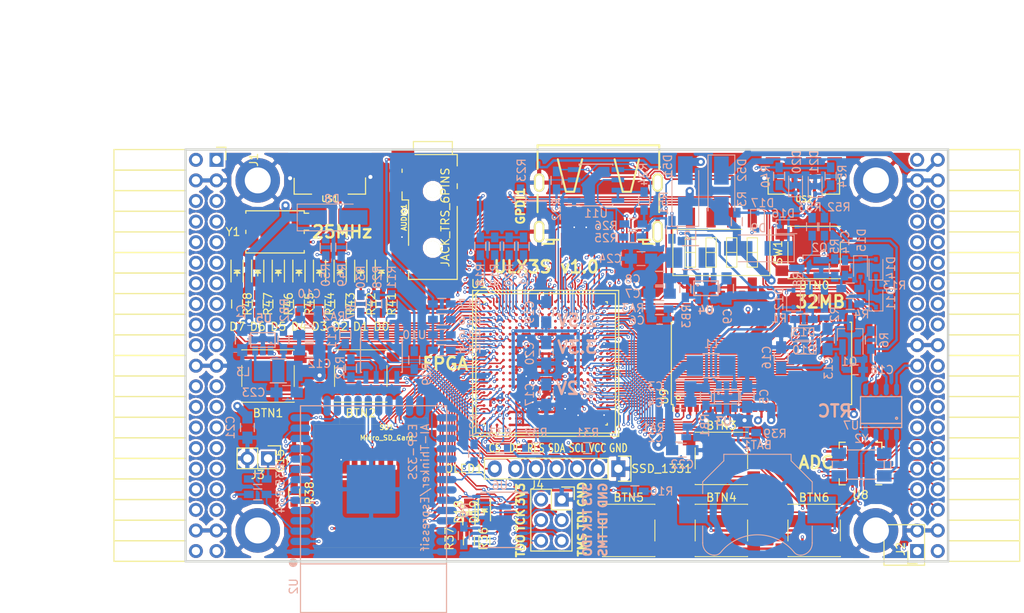
<source format=kicad_pcb>
(kicad_pcb (version 4) (host pcbnew 4.0.7+dfsg1-1)
  (layers (0 F.Cu signal) (1 In1.Cu signal) (2 In2.Cu signal) (31 B.Cu signal) (34 B.Paste user) (35 F.Paste user) (36 B.SilkS user) (37 F.SilkS user) (38 B.Mask user) (39 F.Mask user) (44 Edge.Cuts user))
  (net 0 "")
  (net 1 GND)
  (net 2 +5V)
  (net 3 /gpio/IN5V)
  (net 4 /gpio/OUT5V)
  (net 5 +3V3)
  (net 6 "Net-(L1-Pad1)")
  (net 7 "Net-(L2-Pad1)")
  (net 8 +1V2)
  (net 9 BTN_D)
  (net 10 BTN_F1)
  (net 11 BTN_F2)
  (net 12 BTN_L)
  (net 13 BTN_R)
  (net 14 BTN_U)
  (net 15 /power/FB1)
  (net 16 +2V5)
  (net 17 "Net-(L3-Pad1)")
  (net 18 /power/PWREN)
  (net 19 /power/FB3)
  (net 20 /power/FB2)
  (net 21 "Net-(D9-Pad1)")
  (net 22 /power/VBAT)
  (net 23 JTAG_TDI)
  (net 24 JTAG_TCK)
  (net 25 JTAG_TMS)
  (net 26 JTAG_TDO)
  (net 27 /power/WAKEUPn)
  (net 28 /power/WKUP)
  (net 29 /power/SHUT)
  (net 30 /power/WAKE)
  (net 31 /power/HOLD)
  (net 32 /power/WKn)
  (net 33 /power/OSCI_32k)
  (net 34 /power/OSCO_32k)
  (net 35 "Net-(Q2-Pad3)")
  (net 36 SHUTDOWN)
  (net 37 /analog/AUDIO_L)
  (net 38 /analog/AUDIO_R)
  (net 39 GPDI_5V_SCL)
  (net 40 GPDI_5V_SDA)
  (net 41 GPDI_SDA)
  (net 42 GPDI_SCL)
  (net 43 /gpdi/VREF2)
  (net 44 SD_CMD)
  (net 45 SD_CLK)
  (net 46 SD_D0)
  (net 47 SD_D1)
  (net 48 USB5V)
  (net 49 GPDI_CEC)
  (net 50 nRESET)
  (net 51 FTDI_nDTR)
  (net 52 SDRAM_CKE)
  (net 53 SDRAM_A7)
  (net 54 SDRAM_D15)
  (net 55 SDRAM_BA1)
  (net 56 SDRAM_D7)
  (net 57 SDRAM_A6)
  (net 58 SDRAM_CLK)
  (net 59 SDRAM_D13)
  (net 60 SDRAM_BA0)
  (net 61 SDRAM_D6)
  (net 62 SDRAM_A5)
  (net 63 SDRAM_D14)
  (net 64 SDRAM_A11)
  (net 65 SDRAM_D12)
  (net 66 SDRAM_D5)
  (net 67 SDRAM_A4)
  (net 68 SDRAM_A10)
  (net 69 SDRAM_D11)
  (net 70 SDRAM_A3)
  (net 71 SDRAM_D4)
  (net 72 SDRAM_D10)
  (net 73 SDRAM_D9)
  (net 74 SDRAM_A9)
  (net 75 SDRAM_D3)
  (net 76 SDRAM_D8)
  (net 77 SDRAM_A8)
  (net 78 SDRAM_A2)
  (net 79 SDRAM_A1)
  (net 80 SDRAM_A0)
  (net 81 SDRAM_D2)
  (net 82 SDRAM_D1)
  (net 83 SDRAM_D0)
  (net 84 SDRAM_DQM0)
  (net 85 SDRAM_nCS)
  (net 86 SDRAM_nRAS)
  (net 87 SDRAM_DQM1)
  (net 88 SDRAM_nCAS)
  (net 89 SDRAM_nWE)
  (net 90 /flash/FLASH_nWP)
  (net 91 /flash/FLASH_nHOLD)
  (net 92 /flash/FLASH_MOSI)
  (net 93 /flash/FLASH_MISO)
  (net 94 /flash/FLASH_SCK)
  (net 95 /flash/FLASH_nCS)
  (net 96 /flash/FPGA_PROGRAMN)
  (net 97 /flash/FPGA_DONE)
  (net 98 /flash/FPGA_INITN)
  (net 99 OLED_RES)
  (net 100 OLED_DC)
  (net 101 OLED_CS)
  (net 102 WIFI_EN)
  (net 103 FTDI_nRTS)
  (net 104 FTDI_TXD)
  (net 105 FTDI_RXD)
  (net 106 WIFI_RXD)
  (net 107 WIFI_GPIO0)
  (net 108 WIFI_TXD)
  (net 109 GPDI_ETH-)
  (net 110 GPDI_ETH+)
  (net 111 GPDI_D2+)
  (net 112 GPDI_D2-)
  (net 113 GPDI_D1+)
  (net 114 GPDI_D1-)
  (net 115 GPDI_D0+)
  (net 116 GPDI_D0-)
  (net 117 GPDI_CLK+)
  (net 118 GPDI_CLK-)
  (net 119 USB_FTDI_D+)
  (net 120 USB_FTDI_D-)
  (net 121 J1_17-)
  (net 122 J1_17+)
  (net 123 J1_23-)
  (net 124 J1_23+)
  (net 125 J1_25-)
  (net 126 J1_25+)
  (net 127 J1_27-)
  (net 128 J1_27+)
  (net 129 J1_29-)
  (net 130 J1_29+)
  (net 131 J1_31-)
  (net 132 J1_31+)
  (net 133 J1_33-)
  (net 134 J1_33+)
  (net 135 J1_35-)
  (net 136 J1_35+)
  (net 137 J2_5-)
  (net 138 J2_5+)
  (net 139 J2_7-)
  (net 140 J2_7+)
  (net 141 J2_9-)
  (net 142 J2_9+)
  (net 143 J2_13-)
  (net 144 J2_13+)
  (net 145 J2_17-)
  (net 146 J2_17+)
  (net 147 J2_11-)
  (net 148 J2_11+)
  (net 149 J2_23-)
  (net 150 J2_23+)
  (net 151 J1_5-)
  (net 152 J1_5+)
  (net 153 J1_7-)
  (net 154 J1_7+)
  (net 155 J1_9-)
  (net 156 J1_9+)
  (net 157 J1_11-)
  (net 158 J1_11+)
  (net 159 J1_13-)
  (net 160 J1_13+)
  (net 161 J1_15-)
  (net 162 J1_15+)
  (net 163 J2_15-)
  (net 164 J2_15+)
  (net 165 J2_25-)
  (net 166 J2_25+)
  (net 167 J2_27-)
  (net 168 J2_27+)
  (net 169 J2_29-)
  (net 170 J2_29+)
  (net 171 J2_31-)
  (net 172 J2_31+)
  (net 173 J2_33-)
  (net 174 J2_33+)
  (net 175 J2_35-)
  (net 176 J2_35+)
  (net 177 SD_D3)
  (net 178 AUDIO_L3)
  (net 179 AUDIO_L2)
  (net 180 AUDIO_L1)
  (net 181 AUDIO_L0)
  (net 182 AUDIO_R3)
  (net 183 AUDIO_R2)
  (net 184 AUDIO_R1)
  (net 185 AUDIO_R0)
  (net 186 OLED_CLK)
  (net 187 OLED_MOSI)
  (net 188 LED0)
  (net 189 LED1)
  (net 190 LED2)
  (net 191 LED3)
  (net 192 LED4)
  (net 193 LED5)
  (net 194 LED6)
  (net 195 LED7)
  (net 196 BTN_PWRn)
  (net 197 "Net-(J3-Pad1)")
  (net 198 FTDI_nTXLED)
  (net 199 FTDI_nSLEEP)
  (net 200 /blinkey/LED_PWREN)
  (net 201 /blinkey/LED_TXLED)
  (net 202 FT3V3)
  (net 203 /sdcard/SD3V3)
  (net 204 SD_D2)
  (net 205 CLK_25MHz)
  (net 206 /blinkey/BTNPUL)
  (net 207 /blinkey/BTNPUR)
  (net 208 USB_FPGA_D+)
  (net 209 /power/FTDI_nSUSPEND)
  (net 210 /blinkey/ALED0)
  (net 211 /blinkey/ALED1)
  (net 212 /blinkey/ALED2)
  (net 213 /blinkey/ALED3)
  (net 214 /blinkey/ALED4)
  (net 215 /blinkey/ALED5)
  (net 216 /blinkey/ALED6)
  (net 217 /blinkey/ALED7)
  (net 218 /usb/FTD-)
  (net 219 /usb/FTD+)
  (net 220 ADC_MISO)
  (net 221 ADC_MOSI)
  (net 222 ADC_CSn)
  (net 223 ADC_SCLK)
  (net 224 "Net-(R51-Pad2)")
  (net 225 SW3)
  (net 226 SW2)
  (net 227 SW1)
  (net 228 SW0)
  (net 229 USB_FPGA_D-)
  (net 230 /usb/FPD+)
  (net 231 /usb/FPD-)
  (net 232 WIFI_GPIO16)
  (net 233 WIFI_GPIO15)
  (net 234 /usb/ANT_433MHz)
  (net 235 /power/PWRBTn)
  (module Diodes_SMD:D_SMA_Handsoldering (layer B.Cu) (at 155.695 66.5 90)
    (fp_text reference D51 (at 3.048 -2.159 90) (layer B.SilkS) (effects (justify mirror)))
    (fp_text value STPS2L30AF)
    (pad 1 smd rect (at -2.5 0 90) (size 3.5 1.8) (layers B.Cu B.Paste B.Mask) (net 2 +5V))
    (pad 2 smd rect (at 2.5 0 90) (size 3.5 1.8) (layers B.Cu B.Paste B.Mask) (net 3 /gpio/IN5V))
  )
  (module Resistors_SMD:R_0603_HandSoldering (layer B.Cu) (at 154.044 71.326 90)
    (fp_text reference R51 (at 3.302 -1.016 90) (layer B.SilkS) (effects (justify mirror)))
    (fp_text value 220)
    (pad 1 smd rect (at -1.1 0 90) (size 1.2 0.9) (layers B.Cu B.Paste B.Mask) (net 5 +3V3))
    (pad 2 smd rect (at 1.1 0 90) (size 1.2 0.9) (layers B.Cu B.Paste B.Mask) (net 224 "Net-(R51-Pad2)"))
  )
  (module micro-sd:MicroSD_TF02D (layer F.Cu) (at 116.87 110.52 180)
    (fp_text reference SD1 (at -1.995 14.81 180) (layer F.SilkS) (effects (font (size 0.59944 0.59944) (thickness 0.12446))))
    (fp_text value Micro_SD_Card (at -1.995 13.54 180) (layer F.SilkS) (effects (font (size 0.59944 0.59944) (thickness 0.12446))))
    (pad 1 smd rect (at 1.94 11 180) (size 0.7 1.8) (layers F.Cu F.Paste F.Mask) (net 204 SD_D2))
    (pad 2 smd rect (at 0.84 11 180) (size 0.7 1.8) (layers F.Cu F.Paste F.Mask) (net 177 SD_D3))
    (pad 3 smd rect (at -0.26 11 180) (size 0.7 1.8) (layers F.Cu F.Paste F.Mask) (net 44 SD_CMD))
    (pad 4 smd rect (at -1.36 11 180) (size 0.7 1.8) (layers F.Cu F.Paste F.Mask) (net 203 /sdcard/SD3V3))
    (pad 5 smd rect (at -2.46 11 180) (size 0.7 1.8) (layers F.Cu F.Paste F.Mask) (net 45 SD_CLK))
    (pad 6 smd rect (at -3.56 11 180) (size 0.7 1.8) (layers F.Cu F.Paste F.Mask) (net 1 GND))
    (pad 7 smd rect (at -4.66 11 180) (size 0.7 1.8) (layers F.Cu F.Paste F.Mask) (net 46 SD_D0))
    (pad 8 smd rect (at -5.76 11 180) (size 0.7 1.8) (layers F.Cu F.Paste F.Mask) (net 47 SD_D1))
    (pad S smd rect (at -5.05 0.4 180) (size 1.6 1.4) (layers F.Cu F.Paste F.Mask))
    (pad S smd rect (at 0.75 0.4 180) (size 1.8 1.4) (layers F.Cu F.Paste F.Mask))
    (pad G smd rect (at -7.45 13.55 180) (size 1.4 1.9) (layers F.Cu F.Paste F.Mask))
    (pad G smd rect (at 6.6 14.55 180) (size 1.4 1.9) (layers F.Cu F.Paste F.Mask))
  )
  (module Resistors_SMD:R_1210_HandSoldering (layer B.Cu) (at 158.87 88.09 180)
    (fp_text reference L1 (at 0 2.7 180) (layer B.SilkS) (effects (justify mirror)))
    (fp_text value 2.2uH)
    (pad 1 smd rect (at -2 0 180) (size 2 2.5) (layers B.Cu B.Paste B.Mask) (net 6 "Net-(L1-Pad1)"))
    (pad 2 smd rect (at 2 0 180) (size 2 2.5) (layers B.Cu B.Paste B.Mask) (net 8 +1V2))
  )
  (module TSOT-25:TSOT-25 (layer B.Cu) (at 160.775 91.9)
    (fp_text reference U3 (at -0.381 3.048) (layer B.SilkS) (effects (font (thickness 0.2)) (justify mirror)))
    (fp_text value AP3429A)
    (pad 1 smd rect (at -0.95 -1.3) (size 0.7 1.2) (layers B.Cu B.Paste B.Mask) (net 18 /power/PWREN))
    (pad 2 smd rect (at 0 -1.3) (size 0.7 1.2) (layers B.Cu B.Paste B.Mask) (net 1 GND))
    (pad 3 smd rect (at 0.95 -1.3) (size 0.7 1.2) (layers B.Cu B.Paste B.Mask) (net 6 "Net-(L1-Pad1)"))
    (pad 4 smd rect (at 0.95 1.3) (size 0.7 1.2) (layers B.Cu B.Paste B.Mask) (net 2 +5V))
    (pad 5 smd rect (at -0.95 1.3) (size 0.7 1.2) (layers B.Cu B.Paste B.Mask) (net 15 /power/FB1))
  )
  (module Resistors_SMD:R_1210_HandSoldering (layer B.Cu) (at 156.33 74.755 180)
    (fp_text reference L2 (at 0 2.7 180) (layer B.SilkS) (effects (justify mirror)))
    (fp_text value 2.2uH)
    (pad 1 smd rect (at -2 0 180) (size 2 2.5) (layers B.Cu B.Paste B.Mask) (net 7 "Net-(L2-Pad1)"))
    (pad 2 smd rect (at 2 0 180) (size 2 2.5) (layers B.Cu B.Paste B.Mask) (net 5 +3V3))
  )
  (module TSOT-25:TSOT-25 (layer B.Cu) (at 158.235 78.535)
    (fp_text reference U4 (at 0 2.697) (layer B.SilkS) (effects (font (thickness 0.2)) (justify mirror)))
    (fp_text value AP3429A)
    (pad 1 smd rect (at -0.95 -1.3) (size 0.7 1.2) (layers B.Cu B.Paste B.Mask) (net 18 /power/PWREN))
    (pad 2 smd rect (at 0 -1.3) (size 0.7 1.2) (layers B.Cu B.Paste B.Mask) (net 1 GND))
    (pad 3 smd rect (at 0.95 -1.3) (size 0.7 1.2) (layers B.Cu B.Paste B.Mask) (net 7 "Net-(L2-Pad1)"))
    (pad 4 smd rect (at 0.95 1.3) (size 0.7 1.2) (layers B.Cu B.Paste B.Mask) (net 2 +5V))
    (pad 5 smd rect (at -0.95 1.3) (size 0.7 1.2) (layers B.Cu B.Paste B.Mask) (net 19 /power/FB3))
  )
  (module LEDs:LED_0805 (layer F.Cu) (at 118.23 76.66 270)
    (fp_text reference D0 (at 6.604 0 360) (layer F.SilkS))
    (fp_text value LED hide)
    (pad 2 smd rect (at 1.04902 0 90) (size 1.19888 1.19888) (layers F.Cu F.Paste F.Mask) (net 210 /blinkey/ALED0))
    (pad 1 smd rect (at -1.04902 0 90) (size 1.19888 1.19888) (layers F.Cu F.Paste F.Mask) (net 1 GND))
  )
  (module LEDs:LED_0805 (layer F.Cu) (at 115.69 76.66 270)
    (fp_text reference D1 (at 6.604 0 360) (layer F.SilkS))
    (fp_text value LED hide)
    (pad 2 smd rect (at 1.04902 0 90) (size 1.19888 1.19888) (layers F.Cu F.Paste F.Mask) (net 211 /blinkey/ALED1))
    (pad 1 smd rect (at -1.04902 0 90) (size 1.19888 1.19888) (layers F.Cu F.Paste F.Mask) (net 1 GND))
  )
  (module LEDs:LED_0805 (layer F.Cu) (at 113.15 76.66 270)
    (fp_text reference D2 (at 6.604 0 360) (layer F.SilkS))
    (fp_text value LED hide)
    (pad 2 smd rect (at 1.04902 0 90) (size 1.19888 1.19888) (layers F.Cu F.Paste F.Mask) (net 212 /blinkey/ALED2))
    (pad 1 smd rect (at -1.04902 0 90) (size 1.19888 1.19888) (layers F.Cu F.Paste F.Mask) (net 1 GND))
  )
  (module LEDs:LED_0805 (layer F.Cu) (at 110.61 76.66 270)
    (fp_text reference D3 (at 6.604 0 360) (layer F.SilkS))
    (fp_text value LED hide)
    (pad 2 smd rect (at 1.04902 0 90) (size 1.19888 1.19888) (layers F.Cu F.Paste F.Mask) (net 213 /blinkey/ALED3))
    (pad 1 smd rect (at -1.04902 0 90) (size 1.19888 1.19888) (layers F.Cu F.Paste F.Mask) (net 1 GND))
  )
  (module LEDs:LED_0805 (layer F.Cu) (at 108.07 76.66 270)
    (fp_text reference D4 (at 6.604 0 360) (layer F.SilkS))
    (fp_text value LED hide)
    (pad 2 smd rect (at 1.04902 0 90) (size 1.19888 1.19888) (layers F.Cu F.Paste F.Mask) (net 214 /blinkey/ALED4))
    (pad 1 smd rect (at -1.04902 0 90) (size 1.19888 1.19888) (layers F.Cu F.Paste F.Mask) (net 1 GND))
  )
  (module LEDs:LED_0805 (layer F.Cu) (at 105.53 76.66 270)
    (fp_text reference D5 (at 6.604 0 360) (layer F.SilkS))
    (fp_text value LED hide)
    (pad 2 smd rect (at 1.04902 0 90) (size 1.19888 1.19888) (layers F.Cu F.Paste F.Mask) (net 215 /blinkey/ALED5))
    (pad 1 smd rect (at -1.04902 0 90) (size 1.19888 1.19888) (layers F.Cu F.Paste F.Mask) (net 1 GND))
  )
  (module LEDs:LED_0805 (layer F.Cu) (at 102.99 76.66 270)
    (fp_text reference D6 (at 6.604 0 360) (layer F.SilkS))
    (fp_text value LED hide)
    (pad 2 smd rect (at 1.04902 0 90) (size 1.19888 1.19888) (layers F.Cu F.Paste F.Mask) (net 216 /blinkey/ALED6))
    (pad 1 smd rect (at -1.04902 0 90) (size 1.19888 1.19888) (layers F.Cu F.Paste F.Mask) (net 1 GND))
  )
  (module LEDs:LED_0805 (layer F.Cu) (at 100.45 76.66 270)
    (fp_text reference D7 (at 6.604 0 360) (layer F.SilkS))
    (fp_text value LED hide)
    (pad 2 smd rect (at 1.04902 0 90) (size 1.19888 1.19888) (layers F.Cu F.Paste F.Mask) (net 217 /blinkey/ALED7))
    (pad 1 smd rect (at -1.04902 0 90) (size 1.19888 1.19888) (layers F.Cu F.Paste F.Mask) (net 1 GND))
  )
  (module Resistors_SMD:R_1210_HandSoldering (layer B.Cu) (at 105.53 88.725)
    (fp_text reference L3 (at -4.318 0.127) (layer B.SilkS) (effects (justify mirror)))
    (fp_text value 2.2uH)
    (pad 1 smd rect (at -2 0) (size 2 2.5) (layers B.Cu B.Paste B.Mask) (net 17 "Net-(L3-Pad1)"))
    (pad 2 smd rect (at 2 0) (size 2 2.5) (layers B.Cu B.Paste B.Mask) (net 16 +2V5))
  )
  (module TSOT-25:TSOT-25 (layer B.Cu) (at 103.625 84.915 180)
    (fp_text reference U5 (at -0.127 2.667 180) (layer B.SilkS) (effects (font (thickness 0.2)) (justify mirror)))
    (fp_text value AP3429A)
    (pad 1 smd rect (at -0.95 -1.3 180) (size 0.7 1.2) (layers B.Cu B.Paste B.Mask) (net 18 /power/PWREN))
    (pad 2 smd rect (at 0 -1.3 180) (size 0.7 1.2) (layers B.Cu B.Paste B.Mask) (net 1 GND))
    (pad 3 smd rect (at 0.95 -1.3 180) (size 0.7 1.2) (layers B.Cu B.Paste B.Mask) (net 17 "Net-(L3-Pad1)"))
    (pad 4 smd rect (at 0.95 1.3 180) (size 0.7 1.2) (layers B.Cu B.Paste B.Mask) (net 2 +5V))
    (pad 5 smd rect (at -0.95 1.3 180) (size 0.7 1.2) (layers B.Cu B.Paste B.Mask) (net 20 /power/FB2))
  )
  (module Capacitors_SMD:C_0805_HandSoldering (layer B.Cu) (at 101.085 84.915 270)
    (fp_text reference C1 (at -3.429 0.127 270) (layer B.SilkS) (effects (justify mirror)))
    (fp_text value 22uF)
    (pad 1 smd rect (at -1.25 0 270) (size 1.5 1.25) (layers B.Cu B.Paste B.Mask) (net 2 +5V))
    (pad 2 smd rect (at 1.25 0 270) (size 1.5 1.25) (layers B.Cu B.Paste B.Mask) (net 1 GND))
  )
  (module Capacitors_SMD:C_0805_HandSoldering (layer B.Cu) (at 155.06 90.63)
    (fp_text reference C3 (at -3.048 0) (layer B.SilkS) (effects (justify mirror)))
    (fp_text value 22uF)
    (pad 1 smd rect (at -1.25 0) (size 1.5 1.25) (layers B.Cu B.Paste B.Mask) (net 8 +1V2))
    (pad 2 smd rect (at 1.25 0) (size 1.5 1.25) (layers B.Cu B.Paste B.Mask) (net 1 GND))
  )
  (module Capacitors_SMD:C_0805_HandSoldering (layer B.Cu) (at 155.06 92.535)
    (fp_text reference C4 (at -3.048 0.127) (layer B.SilkS) (effects (justify mirror)))
    (fp_text value 22uF)
    (pad 1 smd rect (at -1.25 0) (size 1.5 1.25) (layers B.Cu B.Paste B.Mask) (net 8 +1V2))
    (pad 2 smd rect (at 1.25 0) (size 1.5 1.25) (layers B.Cu B.Paste B.Mask) (net 1 GND))
  )
  (module Capacitors_SMD:C_0805_HandSoldering (layer B.Cu) (at 163.315 91.9 90)
    (fp_text reference C5 (at 0 2.1 90) (layer B.SilkS) (effects (justify mirror)))
    (fp_text value 22uF)
    (pad 1 smd rect (at -1.25 0 90) (size 1.5 1.25) (layers B.Cu B.Paste B.Mask) (net 2 +5V))
    (pad 2 smd rect (at 1.25 0 90) (size 1.5 1.25) (layers B.Cu B.Paste B.Mask) (net 1 GND))
  )
  (module Capacitors_SMD:C_0805_HandSoldering (layer B.Cu) (at 152.52 79.2)
    (fp_text reference C7 (at -3.302 0) (layer B.SilkS) (effects (justify mirror)))
    (fp_text value 22uF)
    (pad 1 smd rect (at -1.25 0) (size 1.5 1.25) (layers B.Cu B.Paste B.Mask) (net 5 +3V3))
    (pad 2 smd rect (at 1.25 0) (size 1.5 1.25) (layers B.Cu B.Paste B.Mask) (net 1 GND))
  )
  (module Capacitors_SMD:C_0805_HandSoldering (layer B.Cu) (at 152.52 77.295)
    (fp_text reference C8 (at -3.302 0.127) (layer B.SilkS) (effects (justify mirror)))
    (fp_text value 22uF)
    (pad 1 smd rect (at -1.25 0) (size 1.5 1.25) (layers B.Cu B.Paste B.Mask) (net 5 +3V3))
    (pad 2 smd rect (at 1.25 0) (size 1.5 1.25) (layers B.Cu B.Paste B.Mask) (net 1 GND))
  )
  (module Capacitors_SMD:C_0805_HandSoldering (layer B.Cu) (at 160.775 78.565 90)
    (fp_text reference C9 (at -3.429 0.127 90) (layer B.SilkS) (effects (justify mirror)))
    (fp_text value 22uF)
    (pad 1 smd rect (at -1.25 0 90) (size 1.5 1.25) (layers B.Cu B.Paste B.Mask) (net 2 +5V))
    (pad 2 smd rect (at 1.25 0 90) (size 1.5 1.25) (layers B.Cu B.Paste B.Mask) (net 1 GND))
  )
  (module Capacitors_SMD:C_0805_HandSoldering (layer B.Cu) (at 109.34 84.28 180)
    (fp_text reference C11 (at -2.794 -0.254 270) (layer B.SilkS) (effects (justify mirror)))
    (fp_text value 22uF)
    (pad 1 smd rect (at -1.25 0 180) (size 1.5 1.25) (layers B.Cu B.Paste B.Mask) (net 16 +2V5))
    (pad 2 smd rect (at 1.25 0 180) (size 1.5 1.25) (layers B.Cu B.Paste B.Mask) (net 1 GND))
  )
  (module Capacitors_SMD:C_0805_HandSoldering (layer B.Cu) (at 109.34 86.185 180)
    (fp_text reference C12 (at -1.27 -1.651 360) (layer B.SilkS) (effects (justify mirror)))
    (fp_text value 22uF)
    (pad 1 smd rect (at -1.25 0 180) (size 1.5 1.25) (layers B.Cu B.Paste B.Mask) (net 16 +2V5))
    (pad 2 smd rect (at 1.25 0 180) (size 1.5 1.25) (layers B.Cu B.Paste B.Mask) (net 1 GND))
  )
  (module Power_Integrations:SO-8 (layer B.Cu) (at 179.825 93.805 180)
    (fp_text reference U7 (at 3.683 -1.651 180) (layer B.SilkS) (effects (justify mirror)))
    (fp_text value PCF8523)
    (pad 1 smd oval (at -1.905 -2.794 180) (size 0.6096 1.4732) (layers B.Cu B.Paste B.Mask) (net 33 /power/OSCI_32k))
    (pad 2 smd oval (at -0.635 -2.794 180) (size 0.6096 1.4732) (layers B.Cu B.Paste B.Mask) (net 34 /power/OSCO_32k))
    (pad 3 smd oval (at 0.635 -2.794 180) (size 0.6096 1.4732) (layers B.Cu B.Paste B.Mask) (net 22 /power/VBAT))
    (pad 4 smd oval (at 1.905 -2.794 180) (size 0.6096 1.4732) (layers B.Cu B.Paste B.Mask) (net 1 GND))
    (pad 5 smd oval (at 1.905 2.794 180) (size 0.6096 1.4732) (layers B.Cu B.Paste B.Mask) (net 41 GPDI_SDA))
    (pad 6 smd oval (at 0.635 2.794 180) (size 0.6096 1.4732) (layers B.Cu B.Paste B.Mask) (net 42 GPDI_SCL))
    (pad 7 smd oval (at -0.635 2.794 180) (size 0.6096 1.4732) (layers B.Cu B.Paste B.Mask) (net 27 /power/WAKEUPn))
    (pad 8 smd oval (at -1.905 2.794 180) (size 0.6096 1.4732) (layers B.Cu B.Paste B.Mask) (net 5 +3V3))
  )
  (module Capacitors_SMD:C_0805_HandSoldering (layer B.Cu) (at 173.221 84.788 90)
    (fp_text reference C13 (at -3.556 0.127 90) (layer B.SilkS) (effects (justify mirror)))
    (fp_text value 2.2uF)
    (pad 1 smd rect (at -1.25 0 90) (size 1.5 1.25) (layers B.Cu B.Paste B.Mask) (net 2 +5V))
    (pad 2 smd rect (at 1.25 0 90) (size 1.5 1.25) (layers B.Cu B.Paste B.Mask) (net 28 /power/WKUP))
  )
  (module TSOP54:TSOP54 (layer F.Cu) (at 165.08 87.8 90)
    (fp_text reference U9 (at -4.1 -12 90) (layer F.SilkS))
    (fp_text value MT48LC16M16A2TG)
    (pad 28 smd rect (at 5.53 10.4 90) (size 0.9 0.56) (layers F.Cu F.Paste F.Mask) (net 1 GND))
    (pad 1 smd rect (at -5.53 -10.4 90) (size 0.9 0.56) (layers F.Cu F.Paste F.Mask) (net 5 +3V3))
    (pad 2 smd rect (at -5.53 -9.6 90) (size 0.9 0.56) (layers F.Cu F.Paste F.Mask) (net 83 SDRAM_D0))
    (pad 3 smd rect (at -5.53 -8.8 90) (size 0.9 0.56) (layers F.Cu F.Paste F.Mask) (net 5 +3V3))
    (pad 4 smd rect (at -5.53 -8 90) (size 0.9 0.56) (layers F.Cu F.Paste F.Mask) (net 82 SDRAM_D1))
    (pad 5 smd rect (at -5.53 -7.2 90) (size 0.9 0.56) (layers F.Cu F.Paste F.Mask) (net 81 SDRAM_D2))
    (pad 6 smd rect (at -5.53 -6.4 90) (size 0.9 0.56) (layers F.Cu F.Paste F.Mask) (net 1 GND))
    (pad 7 smd rect (at -5.53 -5.6 90) (size 0.9 0.56) (layers F.Cu F.Paste F.Mask) (net 75 SDRAM_D3))
    (pad 8 smd rect (at -5.53 -4.8 90) (size 0.9 0.56) (layers F.Cu F.Paste F.Mask) (net 71 SDRAM_D4))
    (pad 9 smd rect (at -5.53 -4 90) (size 0.9 0.56) (layers F.Cu F.Paste F.Mask) (net 5 +3V3))
    (pad 10 smd rect (at -5.53 -3.2 90) (size 0.9 0.56) (layers F.Cu F.Paste F.Mask) (net 66 SDRAM_D5))
    (pad 11 smd rect (at -5.53 -2.4 90) (size 0.9 0.56) (layers F.Cu F.Paste F.Mask) (net 61 SDRAM_D6))
    (pad 12 smd rect (at -5.53 -1.6 90) (size 0.9 0.56) (layers F.Cu F.Paste F.Mask) (net 1 GND))
    (pad 13 smd rect (at -5.53 -0.8 90) (size 0.9 0.56) (layers F.Cu F.Paste F.Mask) (net 56 SDRAM_D7))
    (pad 14 smd rect (at -5.53 0 90) (size 0.9 0.56) (layers F.Cu F.Paste F.Mask) (net 5 +3V3))
    (pad 15 smd rect (at -5.53 0.8 90) (size 0.9 0.56) (layers F.Cu F.Paste F.Mask) (net 84 SDRAM_DQM0))
    (pad 16 smd rect (at -5.53 1.6 90) (size 0.9 0.56) (layers F.Cu F.Paste F.Mask) (net 89 SDRAM_nWE))
    (pad 17 smd rect (at -5.53 2.4 90) (size 0.9 0.56) (layers F.Cu F.Paste F.Mask) (net 88 SDRAM_nCAS))
    (pad 18 smd rect (at -5.53 3.2 90) (size 0.9 0.56) (layers F.Cu F.Paste F.Mask) (net 86 SDRAM_nRAS))
    (pad 19 smd rect (at -5.53 4 90) (size 0.9 0.56) (layers F.Cu F.Paste F.Mask) (net 85 SDRAM_nCS))
    (pad 20 smd rect (at -5.53 4.8 90) (size 0.9 0.56) (layers F.Cu F.Paste F.Mask) (net 60 SDRAM_BA0))
    (pad 21 smd rect (at -5.53 5.6 90) (size 0.9 0.56) (layers F.Cu F.Paste F.Mask) (net 55 SDRAM_BA1))
    (pad 22 smd rect (at -5.53 6.4 90) (size 0.9 0.56) (layers F.Cu F.Paste F.Mask) (net 68 SDRAM_A10))
    (pad 23 smd rect (at -5.53 7.2 90) (size 0.9 0.56) (layers F.Cu F.Paste F.Mask) (net 80 SDRAM_A0))
    (pad 24 smd rect (at -5.53 8 90) (size 0.9 0.56) (layers F.Cu F.Paste F.Mask) (net 79 SDRAM_A1))
    (pad 25 smd rect (at -5.53 8.8 90) (size 0.9 0.56) (layers F.Cu F.Paste F.Mask) (net 78 SDRAM_A2))
    (pad 26 smd rect (at -5.53 9.6 90) (size 0.9 0.56) (layers F.Cu F.Paste F.Mask) (net 70 SDRAM_A3))
    (pad 27 smd rect (at -5.53 10.4 90) (size 0.9 0.56) (layers F.Cu F.Paste F.Mask) (net 5 +3V3))
    (pad 29 smd rect (at 5.53 9.6 90) (size 0.9 0.56) (layers F.Cu F.Paste F.Mask) (net 67 SDRAM_A4))
    (pad 30 smd rect (at 5.53 8.8 90) (size 0.9 0.56) (layers F.Cu F.Paste F.Mask) (net 62 SDRAM_A5))
    (pad 31 smd rect (at 5.53 8 90) (size 0.9 0.56) (layers F.Cu F.Paste F.Mask) (net 57 SDRAM_A6))
    (pad 32 smd rect (at 5.53 7.2 90) (size 0.9 0.56) (layers F.Cu F.Paste F.Mask) (net 53 SDRAM_A7))
    (pad 33 smd rect (at 5.53 6.4 90) (size 0.9 0.56) (layers F.Cu F.Paste F.Mask) (net 77 SDRAM_A8))
    (pad 34 smd rect (at 5.53 5.6 90) (size 0.9 0.56) (layers F.Cu F.Paste F.Mask) (net 74 SDRAM_A9))
    (pad 35 smd rect (at 5.53 4.8 90) (size 0.9 0.56) (layers F.Cu F.Paste F.Mask) (net 64 SDRAM_A11))
    (pad 36 smd rect (at 5.53 4 90) (size 0.9 0.56) (layers F.Cu F.Paste F.Mask))
    (pad 37 smd rect (at 5.53 3.2 90) (size 0.9 0.56) (layers F.Cu F.Paste F.Mask) (net 52 SDRAM_CKE))
    (pad 38 smd rect (at 5.53 2.4 90) (size 0.9 0.56) (layers F.Cu F.Paste F.Mask) (net 58 SDRAM_CLK))
    (pad 39 smd rect (at 5.53 1.6 90) (size 0.9 0.56) (layers F.Cu F.Paste F.Mask) (net 87 SDRAM_DQM1))
    (pad 40 smd rect (at 5.53 0.8 90) (size 0.9 0.56) (layers F.Cu F.Paste F.Mask))
    (pad 41 smd rect (at 5.53 0 90) (size 0.9 0.56) (layers F.Cu F.Paste F.Mask) (net 1 GND))
    (pad 42 smd rect (at 5.53 -0.8 90) (size 0.9 0.56) (layers F.Cu F.Paste F.Mask) (net 76 SDRAM_D8))
    (pad 43 smd rect (at 5.53 -1.6 90) (size 0.9 0.56) (layers F.Cu F.Paste F.Mask) (net 5 +3V3))
    (pad 44 smd rect (at 5.53 -2.4 90) (size 0.9 0.56) (layers F.Cu F.Paste F.Mask) (net 73 SDRAM_D9))
    (pad 45 smd rect (at 5.53 -3.2 90) (size 0.9 0.56) (layers F.Cu F.Paste F.Mask) (net 72 SDRAM_D10))
    (pad 46 smd rect (at 5.53 -4 90) (size 0.9 0.56) (layers F.Cu F.Paste F.Mask) (net 1 GND))
    (pad 47 smd rect (at 5.53 -4.8 90) (size 0.9 0.56) (layers F.Cu F.Paste F.Mask) (net 69 SDRAM_D11))
    (pad 48 smd rect (at 5.53 -5.6 90) (size 0.9 0.56) (layers F.Cu F.Paste F.Mask) (net 65 SDRAM_D12))
    (pad 49 smd rect (at 5.53 -6.4 90) (size 0.9 0.56) (layers F.Cu F.Paste F.Mask) (net 5 +3V3))
    (pad 50 smd rect (at 5.53 -7.2 90) (size 0.9 0.56) (layers F.Cu F.Paste F.Mask) (net 59 SDRAM_D13))
    (pad 51 smd rect (at 5.53 -8 90) (size 0.9 0.56) (layers F.Cu F.Paste F.Mask) (net 63 SDRAM_D14))
    (pad 52 smd rect (at 5.53 -8.8 90) (size 0.9 0.56) (layers F.Cu F.Paste F.Mask) (net 1 GND))
    (pad 53 smd rect (at 5.53 -9.6 90) (size 0.9 0.56) (layers F.Cu F.Paste F.Mask) (net 54 SDRAM_D15))
    (pad 54 smd rect (at 5.53 -10.4 90) (size 0.9 0.56) (layers F.Cu F.Paste F.Mask) (net 1 GND))
  )
  (module TO_SOT_Packages_SMD:SOT-23_Handsoldering (layer B.Cu) (at 176.015 84.28 90)
    (fp_text reference Q1 (at -3.302 -0.127 180) (layer B.SilkS) (effects (justify mirror)))
    (fp_text value BC857)
    (pad 1 smd rect (at -1.5 0.95 90) (size 1.9 0.8) (layers B.Cu B.Paste B.Mask) (net 32 /power/WKn))
    (pad 2 smd rect (at -1.5 -0.95 90) (size 1.9 0.8) (layers B.Cu B.Paste B.Mask) (net 2 +5V))
    (pad 3 smd rect (at 1.5 0 90) (size 1.9 0.8) (layers B.Cu B.Paste B.Mask) (net 28 /power/WKUP))
  )
  (module TO_SOT_Packages_SMD:SOT-23_Handsoldering (layer B.Cu) (at 170.935 76.025 180)
    (fp_text reference Q2 (at -1.295 2.5 180) (layer B.SilkS) (effects (justify mirror)))
    (fp_text value 2N7002)
    (pad 1 smd rect (at -1.5 0.95 180) (size 1.9 0.8) (layers B.Cu B.Paste B.Mask) (net 29 /power/SHUT))
    (pad 2 smd rect (at -1.5 -0.95 180) (size 1.9 0.8) (layers B.Cu B.Paste B.Mask) (net 1 GND))
    (pad 3 smd rect (at 1.5 0 180) (size 1.9 0.8) (layers B.Cu B.Paste B.Mask) (net 35 "Net-(Q2-Pad3)"))
  )
  (module Capacitors_SMD:C_0603_HandSoldering (layer B.Cu) (at 154.86 96.91)
    (fp_text reference C2 (at -2.848 0.07) (layer B.SilkS) (effects (justify mirror)))
    (fp_text value 470pF)
    (pad 1 smd rect (at -0.95 0) (size 1.2 0.75) (layers B.Cu B.Paste B.Mask) (net 8 +1V2))
    (pad 2 smd rect (at 0.95 0) (size 1.2 0.75) (layers B.Cu B.Paste B.Mask) (net 15 /power/FB1))
  )
  (module Capacitors_SMD:C_0603_HandSoldering (layer B.Cu) (at 152.52 82.375)
    (fp_text reference C6 (at -2.794 0.127) (layer B.SilkS) (effects (justify mirror)))
    (fp_text value 470pF)
    (pad 1 smd rect (at -0.95 0) (size 1.2 0.75) (layers B.Cu B.Paste B.Mask) (net 5 +3V3))
    (pad 2 smd rect (at 0.95 0) (size 1.2 0.75) (layers B.Cu B.Paste B.Mask) (net 19 /power/FB3))
  )
  (module Capacitors_SMD:C_0603_HandSoldering (layer B.Cu) (at 109.34 81.105 180)
    (fp_text reference C10 (at 0 1.9 180) (layer B.SilkS) (effects (justify mirror)))
    (fp_text value 470pF)
    (pad 1 smd rect (at -0.95 0 180) (size 1.2 0.75) (layers B.Cu B.Paste B.Mask) (net 16 +2V5))
    (pad 2 smd rect (at 0.95 0 180) (size 1.2 0.75) (layers B.Cu B.Paste B.Mask) (net 20 /power/FB2))
  )
  (module Capacitors_SMD:C_0603_HandSoldering (layer B.Cu) (at 175.38 76.025 270)
    (fp_text reference C14 (at -3.175 0 270) (layer B.SilkS) (effects (justify mirror)))
    (fp_text value 100nF)
    (pad 1 smd rect (at -0.95 0 270) (size 1.2 0.75) (layers B.Cu B.Paste B.Mask) (net 29 /power/SHUT))
    (pad 2 smd rect (at 0.95 0 270) (size 1.2 0.75) (layers B.Cu B.Paste B.Mask) (net 1 GND))
  )
  (module Resistors_SMD:R_0603_HandSoldering (layer B.Cu) (at 170.3 82.375)
    (fp_text reference R1 (at -3.048 -0.127) (layer B.SilkS) (effects (justify mirror)))
    (fp_text value 15k)
    (pad 1 smd rect (at -1.1 0) (size 1.2 0.9) (layers B.Cu B.Paste B.Mask) (net 30 /power/WAKE))
    (pad 2 smd rect (at 1.1 0) (size 1.2 0.9) (layers B.Cu B.Paste B.Mask) (net 18 /power/PWREN))
  )
  (module Resistors_SMD:R_0603_HandSoldering (layer B.Cu) (at 172.84 79.835 90)
    (fp_text reference R2 (at -1.905 1.27 90) (layer B.SilkS) (effects (justify mirror)))
    (fp_text value 47k)
    (pad 1 smd rect (at -1.1 0 90) (size 1.2 0.9) (layers B.Cu B.Paste B.Mask) (net 18 /power/PWREN))
    (pad 2 smd rect (at 1.1 0 90) (size 1.2 0.9) (layers B.Cu B.Paste B.Mask) (net 1 GND))
  )
  (module Resistors_SMD:R_0603_HandSoldering (layer B.Cu) (at 176.015 80.47 180)
    (fp_text reference R4 (at -1.397 -1.27 360) (layer B.SilkS) (effects (justify mirror)))
    (fp_text value 15k)
    (pad 1 smd rect (at -1.1 0 180) (size 1.2 0.9) (layers B.Cu B.Paste B.Mask) (net 31 /power/HOLD))
    (pad 2 smd rect (at 1.1 0 180) (size 1.2 0.9) (layers B.Cu B.Paste B.Mask) (net 18 /power/PWREN))
  )
  (module Resistors_SMD:R_0603_HandSoldering (layer B.Cu) (at 174.11 76.025 270)
    (fp_text reference R5 (at -2.667 0 270) (layer B.SilkS) (effects (justify mirror)))
    (fp_text value 4.7M)
    (pad 1 smd rect (at -1.1 0 270) (size 1.2 0.9) (layers B.Cu B.Paste B.Mask) (net 29 /power/SHUT))
    (pad 2 smd rect (at 1.1 0 270) (size 1.2 0.9) (layers B.Cu B.Paste B.Mask) (net 1 GND))
  )
  (module Resistors_SMD:R_0603_HandSoldering (layer B.Cu) (at 178.555 84.915 270)
    (fp_text reference R6 (at 0 -1.651 270) (layer B.SilkS) (effects (justify mirror)))
    (fp_text value 1k)
    (pad 1 smd rect (at -1.1 0 270) (size 1.2 0.9) (layers B.Cu B.Paste B.Mask) (net 32 /power/WKn))
    (pad 2 smd rect (at 1.1 0 270) (size 1.2 0.9) (layers B.Cu B.Paste B.Mask) (net 27 /power/WAKEUPn))
  )
  (module Resistors_SMD:R_0603_HandSoldering (layer B.Cu) (at 113.785 84.28 270)
    (fp_text reference R7 (at -2.794 -0.635 270) (layer B.SilkS) (effects (justify mirror)))
    (fp_text value 220)
    (pad 1 smd rect (at -1.1 0 270) (size 1.2 0.9) (layers B.Cu B.Paste B.Mask) (net 5 +3V3))
    (pad 2 smd rect (at 1.1 0 270) (size 1.2 0.9) (layers B.Cu B.Paste B.Mask) (net 206 /blinkey/BTNPUL))
  )
  (module Resistors_SMD:R_0603_HandSoldering (layer B.Cu) (at 170.935 79.835 90)
    (fp_text reference R8 (at 2.413 -1.397 90) (layer B.SilkS) (effects (justify mirror)))
    (fp_text value 1k)
    (pad 1 smd rect (at -1.1 0 90) (size 1.2 0.9) (layers B.Cu B.Paste B.Mask) (net 18 /power/PWREN))
    (pad 2 smd rect (at 1.1 0 90) (size 1.2 0.9) (layers B.Cu B.Paste B.Mask) (net 35 "Net-(Q2-Pad3)"))
  )
  (module Resistors_SMD:R_0603_HandSoldering (layer B.Cu) (at 128.39 109.045 270)
    (fp_text reference R9 (at -3.13 -0.126 270) (layer B.SilkS) (effects (justify mirror)))
    (fp_text value 15k)
    (pad 1 smd rect (at -1.1 0 270) (size 1.2 0.9) (layers B.Cu B.Paste B.Mask) (net 50 nRESET))
    (pad 2 smd rect (at 1.1 0 270) (size 1.2 0.9) (layers B.Cu B.Paste B.Mask) (net 202 FT3V3))
  )
  (module Resistors_SMD:R_0603_HandSoldering (layer B.Cu) (at 149.472 103.584 180)
    (fp_text reference R10 (at -3.302 0 180) (layer B.SilkS) (effects (justify mirror)))
    (fp_text value 220)
    (pad 1 smd rect (at -1.1 0 180) (size 1.2 0.9) (layers B.Cu B.Paste B.Mask) (net 209 /power/FTDI_nSUSPEND))
    (pad 2 smd rect (at 1.1 0 180) (size 1.2 0.9) (layers B.Cu B.Paste B.Mask) (net 199 FTDI_nSLEEP))
  )
  (module Resistors_SMD:R_0603_HandSoldering (layer B.Cu) (at 176.015 78.565 180)
    (fp_text reference R13 (at -5.461 0.381 180) (layer B.SilkS) (effects (justify mirror)))
    (fp_text value 15k)
    (pad 1 smd rect (at -1.1 0 180) (size 1.2 0.9) (layers B.Cu B.Paste B.Mask) (net 36 SHUTDOWN))
    (pad 2 smd rect (at 1.1 0 180) (size 1.2 0.9) (layers B.Cu B.Paste B.Mask) (net 1 GND))
  )
  (module Resistors_SMD:R_0603_HandSoldering (layer B.Cu) (at 154.86 95.64)
    (fp_text reference RA1 (at -3.102 0.07) (layer B.SilkS) (effects (justify mirror)))
    (fp_text value 15k)
    (pad 1 smd rect (at -1.1 0) (size 1.2 0.9) (layers B.Cu B.Paste B.Mask) (net 8 +1V2))
    (pad 2 smd rect (at 1.1 0) (size 1.2 0.9) (layers B.Cu B.Paste B.Mask) (net 15 /power/FB1))
  )
  (module Resistors_SMD:R_0603_HandSoldering (layer B.Cu) (at 109.34 82.375 180)
    (fp_text reference RA2 (at -3.048 0.381 360) (layer B.SilkS) (effects (justify mirror)))
    (fp_text value 15k)
    (pad 1 smd rect (at -1.1 0 180) (size 1.2 0.9) (layers B.Cu B.Paste B.Mask) (net 16 +2V5))
    (pad 2 smd rect (at 1.1 0 180) (size 1.2 0.9) (layers B.Cu B.Paste B.Mask) (net 20 /power/FB2))
  )
  (module Resistors_SMD:R_0603_HandSoldering (layer B.Cu) (at 152.52 81.105)
    (fp_text reference RA3 (at -3.302 -0.127) (layer B.SilkS) (effects (justify mirror)))
    (fp_text value 15k)
    (pad 1 smd rect (at -1.1 0) (size 1.2 0.9) (layers B.Cu B.Paste B.Mask) (net 5 +3V3))
    (pad 2 smd rect (at 1.1 0) (size 1.2 0.9) (layers B.Cu B.Paste B.Mask) (net 19 /power/FB3))
  )
  (module Resistors_SMD:R_0603_HandSoldering (layer B.Cu) (at 158.235 91.9 270)
    (fp_text reference RB1 (at 3.556 0.127 270) (layer B.SilkS) (effects (justify mirror)))
    (fp_text value 15k)
    (pad 1 smd rect (at -1.1 0 270) (size 1.2 0.9) (layers B.Cu B.Paste B.Mask) (net 1 GND))
    (pad 2 smd rect (at 1.1 0 270) (size 1.2 0.9) (layers B.Cu B.Paste B.Mask) (net 15 /power/FB1))
  )
  (module Resistors_SMD:R_0603_HandSoldering (layer B.Cu) (at 106.165 84.915 90)
    (fp_text reference RB2 (at 3.683 0.127 90) (layer B.SilkS) (effects (justify mirror)))
    (fp_text value 4.7k)
    (pad 1 smd rect (at -1.1 0 90) (size 1.2 0.9) (layers B.Cu B.Paste B.Mask) (net 1 GND))
    (pad 2 smd rect (at 1.1 0 90) (size 1.2 0.9) (layers B.Cu B.Paste B.Mask) (net 20 /power/FB2))
  )
  (module Resistors_SMD:R_0603_HandSoldering (layer B.Cu) (at 155.695 78.565 270)
    (fp_text reference RB3 (at 3.429 -0.127 270) (layer B.SilkS) (effects (justify mirror)))
    (fp_text value 3.3k)
    (pad 1 smd rect (at -1.1 0 270) (size 1.2 0.9) (layers B.Cu B.Paste B.Mask) (net 1 GND))
    (pad 2 smd rect (at 1.1 0 270) (size 1.2 0.9) (layers B.Cu B.Paste B.Mask) (net 19 /power/FB3))
  )
  (module Resistors_SMD:R_0603_HandSoldering (layer B.Cu) (at 125.682 86.185 180)
    (fp_text reference R14 (at -3.47 0.127 180) (layer B.SilkS) (effects (justify mirror)))
    (fp_text value 800)
    (pad 1 smd rect (at -1.1 0 180) (size 1.2 0.9) (layers B.Cu B.Paste B.Mask) (net 178 AUDIO_L3))
    (pad 2 smd rect (at 1.1 0 180) (size 1.2 0.9) (layers B.Cu B.Paste B.Mask) (net 37 /analog/AUDIO_L))
  )
  (module Resistors_SMD:R_0603_HandSoldering (layer B.Cu) (at 125.682 84.279 180)
    (fp_text reference R15 (at -3.47 -0.001 180) (layer B.SilkS) (effects (justify mirror)))
    (fp_text value 400)
    (pad 1 smd rect (at -1.1 0 180) (size 1.2 0.9) (layers B.Cu B.Paste B.Mask) (net 179 AUDIO_L2))
    (pad 2 smd rect (at 1.1 0 180) (size 1.2 0.9) (layers B.Cu B.Paste B.Mask) (net 37 /analog/AUDIO_L))
  )
  (module Resistors_SMD:R_0603_HandSoldering (layer B.Cu) (at 125.682 82.375 180)
    (fp_text reference R16 (at -3.47 -0.127 180) (layer B.SilkS) (effects (justify mirror)))
    (fp_text value 200)
    (pad 1 smd rect (at -1.1 0 180) (size 1.2 0.9) (layers B.Cu B.Paste B.Mask) (net 180 AUDIO_L1))
    (pad 2 smd rect (at 1.1 0 180) (size 1.2 0.9) (layers B.Cu B.Paste B.Mask) (net 37 /analog/AUDIO_L))
  )
  (module Resistors_SMD:R_0603_HandSoldering (layer B.Cu) (at 125.682 80.47 180)
    (fp_text reference R17 (at -3.47 0 180) (layer B.SilkS) (effects (justify mirror)))
    (fp_text value 100)
    (pad 1 smd rect (at -1.1 0 180) (size 1.2 0.9) (layers B.Cu B.Paste B.Mask) (net 181 AUDIO_L0))
    (pad 2 smd rect (at 1.1 0 180) (size 1.2 0.9) (layers B.Cu B.Paste B.Mask) (net 37 /analog/AUDIO_L))
  )
  (module Resistors_SMD:R_0603_HandSoldering (layer B.Cu) (at 130.422 73.358 90)
    (fp_text reference R18 (at -3.556 0 90) (layer B.SilkS) (effects (justify mirror)))
    (fp_text value 800)
    (pad 1 smd rect (at -1.1 0 90) (size 1.2 0.9) (layers B.Cu B.Paste B.Mask) (net 182 AUDIO_R3))
    (pad 2 smd rect (at 1.1 0 90) (size 1.2 0.9) (layers B.Cu B.Paste B.Mask) (net 38 /analog/AUDIO_R))
  )
  (module Resistors_SMD:R_0603_HandSoldering (layer B.Cu) (at 132.2 73.358 90)
    (fp_text reference R19 (at -3.556 0 90) (layer B.SilkS) (effects (justify mirror)))
    (fp_text value 400)
    (pad 1 smd rect (at -1.1 0 90) (size 1.2 0.9) (layers B.Cu B.Paste B.Mask) (net 183 AUDIO_R2))
    (pad 2 smd rect (at 1.1 0 90) (size 1.2 0.9) (layers B.Cu B.Paste B.Mask) (net 38 /analog/AUDIO_R))
  )
  (module Resistors_SMD:R_0603_HandSoldering (layer B.Cu) (at 133.978 73.358 90)
    (fp_text reference R20 (at -3.556 0 90) (layer B.SilkS) (effects (justify mirror)))
    (fp_text value 200)
    (pad 1 smd rect (at -1.1 0 90) (size 1.2 0.9) (layers B.Cu B.Paste B.Mask) (net 184 AUDIO_R1))
    (pad 2 smd rect (at 1.1 0 90) (size 1.2 0.9) (layers B.Cu B.Paste B.Mask) (net 38 /analog/AUDIO_R))
  )
  (module Resistors_SMD:R_0603_HandSoldering (layer B.Cu) (at 135.756 73.358 90)
    (fp_text reference R21 (at -3.556 0 90) (layer B.SilkS) (effects (justify mirror)))
    (fp_text value 100)
    (pad 1 smd rect (at -1.1 0 90) (size 1.2 0.9) (layers B.Cu B.Paste B.Mask) (net 185 AUDIO_R0))
    (pad 2 smd rect (at 1.1 0 90) (size 1.2 0.9) (layers B.Cu B.Paste B.Mask) (net 38 /analog/AUDIO_R))
  )
  (module Housings_SOIC:SOIC-8_3.9x4.9mm_Pitch1.27mm (layer B.Cu) (at 118.23 86.82 270)
    (fp_text reference U10 (at -2.54 -4.064 360) (layer B.SilkS) (effects (justify mirror)))
    (fp_text value S25FL164K0XMFI011)
    (pad 1 smd rect (at -2.7 1.905 270) (size 1.55 0.6) (layers B.Cu B.Paste B.Mask) (net 95 /flash/FLASH_nCS))
    (pad 2 smd rect (at -2.7 0.635 270) (size 1.55 0.6) (layers B.Cu B.Paste B.Mask) (net 93 /flash/FLASH_MISO))
    (pad 3 smd rect (at -2.7 -0.635 270) (size 1.55 0.6) (layers B.Cu B.Paste B.Mask) (net 90 /flash/FLASH_nWP))
    (pad 4 smd rect (at -2.7 -1.905 270) (size 1.55 0.6) (layers B.Cu B.Paste B.Mask) (net 1 GND))
    (pad 5 smd rect (at 2.7 -1.905 270) (size 1.55 0.6) (layers B.Cu B.Paste B.Mask) (net 92 /flash/FLASH_MOSI))
    (pad 6 smd rect (at 2.7 -0.635 270) (size 1.55 0.6) (layers B.Cu B.Paste B.Mask) (net 94 /flash/FLASH_SCK))
    (pad 7 smd rect (at 2.7 0.635 270) (size 1.55 0.6) (layers B.Cu B.Paste B.Mask) (net 91 /flash/FLASH_nHOLD))
    (pad 8 smd rect (at 2.7 1.905 270) (size 1.55 0.6) (layers B.Cu B.Paste B.Mask) (net 5 +3V3))
  )
  (module Capacitors_SMD:C_0603_HandSoldering (layer B.Cu) (at 176.65 88.598)
    (fp_text reference C18 (at 3.302 0) (layer B.SilkS) (effects (justify mirror)))
    (fp_text value 100nF)
    (pad 1 smd rect (at -0.95 0) (size 1.2 0.75) (layers B.Cu B.Paste B.Mask) (net 2 +5V))
    (pad 2 smd rect (at 0.95 0) (size 1.2 0.75) (layers B.Cu B.Paste B.Mask) (net 1 GND))
  )
  (module Housings_SOIC:SOIC-8_3.9x4.9mm_Pitch1.27mm (layer B.Cu) (at 144.68 65.8)
    (fp_text reference U11 (at 0 3.5) (layer B.SilkS) (effects (justify mirror)))
    (fp_text value PCA9306DCTR)
    (pad 1 smd rect (at -2.7 1.905) (size 1.55 0.6) (layers B.Cu B.Paste B.Mask) (net 1 GND))
    (pad 2 smd rect (at -2.7 0.635) (size 1.55 0.6) (layers B.Cu B.Paste B.Mask) (net 5 +3V3))
    (pad 3 smd rect (at -2.7 -0.635) (size 1.55 0.6) (layers B.Cu B.Paste B.Mask) (net 42 GPDI_SCL))
    (pad 4 smd rect (at -2.7 -1.905) (size 1.55 0.6) (layers B.Cu B.Paste B.Mask) (net 41 GPDI_SDA))
    (pad 5 smd rect (at 2.7 -1.905) (size 1.55 0.6) (layers B.Cu B.Paste B.Mask) (net 40 GPDI_5V_SDA))
    (pad 6 smd rect (at 2.7 -0.635) (size 1.55 0.6) (layers B.Cu B.Paste B.Mask) (net 39 GPDI_5V_SCL))
    (pad 7 smd rect (at 2.7 0.635) (size 1.55 0.6) (layers B.Cu B.Paste B.Mask) (net 43 /gpdi/VREF2))
    (pad 8 smd rect (at 2.7 1.905) (size 1.55 0.6) (layers B.Cu B.Paste B.Mask) (net 43 /gpdi/VREF2))
  )
  (module ESP32-footprints-Lib:ESP-32S (layer B.Cu) (at 117.313 101.513)
    (fp_text reference U2 (at -9.9 13.8 90) (layer B.SilkS) (effects (justify mirror)))
    (fp_text value ESP-32S)
    (fp_text user AI-Thinker/Espressif (at 6.3 1.6 270) (layer B.SilkS) (effects (justify mirror)))
    (fp_text user ESP-32S (at 4.8 -2.8 270) (layer B.SilkS) (effects (justify mirror)))
    (pad 38 smd oval (at 8.947434 9.517338 180) (size 2.5 0.9) (layers B.Cu B.Paste B.Mask) (net 1 GND))
    (pad 37 smd oval (at 8.947434 8.247338 180) (size 2.5 0.9) (layers B.Cu B.Paste B.Mask))
    (pad 36 smd oval (at 8.947434 6.977338 180) (size 2.5 0.9) (layers B.Cu B.Paste B.Mask))
    (pad 35 smd oval (at 8.947434 5.707338 180) (size 2.5 0.9) (layers B.Cu B.Paste B.Mask) (net 108 WIFI_TXD))
    (pad 34 smd oval (at 8.947434 4.437338 180) (size 2.5 0.9) (layers B.Cu B.Paste B.Mask) (net 106 WIFI_RXD))
    (pad 33 smd oval (at 8.947434 3.167338 180) (size 2.5 0.9) (layers B.Cu B.Paste B.Mask) (net 25 JTAG_TMS))
    (pad 32 smd oval (at 8.947434 1.897338 180) (size 2.5 0.9) (layers B.Cu B.Paste B.Mask))
    (pad 31 smd oval (at 8.947434 0.627338 180) (size 2.5 0.9) (layers B.Cu B.Paste B.Mask) (net 23 JTAG_TDI))
    (pad 30 smd oval (at 8.947434 -0.642662 180) (size 2.5 0.9) (layers B.Cu B.Paste B.Mask) (net 24 JTAG_TCK))
    (pad 29 smd oval (at 8.947434 -1.912662 180) (size 2.5 0.9) (layers B.Cu B.Paste B.Mask))
    (pad 28 smd oval (at 8.947434 -3.182662 180) (size 2.5 0.9) (layers B.Cu B.Paste B.Mask) (net 26 JTAG_TDO))
    (pad 27 smd oval (at 8.947434 -4.452662 180) (size 2.5 0.9) (layers B.Cu B.Paste B.Mask) (net 232 WIFI_GPIO16))
    (pad 26 smd oval (at 8.947434 -5.722662 180) (size 2.5 0.9) (layers B.Cu B.Paste B.Mask))
    (pad 25 smd oval (at 8.947434 -6.992662 180) (size 2.5 0.9) (layers B.Cu B.Paste B.Mask) (net 107 WIFI_GPIO0))
    (pad 24 smd oval (at 5.662434 -8.482662 180) (size 0.9 2.5) (layers B.Cu B.Paste B.Mask))
    (pad 23 smd oval (at 4.392434 -8.482662 180) (size 0.9 2.5) (layers B.Cu B.Paste B.Mask) (net 233 WIFI_GPIO15))
    (pad 22 smd oval (at 3.122434 -8.482662 180) (size 0.9 2.5) (layers B.Cu B.Paste B.Mask) (net 47 SD_D1))
    (pad 21 smd oval (at 1.852434 -8.482662 180) (size 0.9 2.5) (layers B.Cu B.Paste B.Mask) (net 46 SD_D0))
    (pad 20 smd oval (at 0.582434 -8.482662 180) (size 0.9 2.5) (layers B.Cu B.Paste B.Mask) (net 45 SD_CLK))
    (pad 19 smd oval (at -0.687566 -8.482662 180) (size 0.9 2.5) (layers B.Cu B.Paste B.Mask) (net 44 SD_CMD))
    (pad 18 smd oval (at -1.957566 -8.482662 180) (size 0.9 2.5) (layers B.Cu B.Paste B.Mask))
    (pad 17 smd oval (at -3.227566 -8.482662 180) (size 0.9 2.5) (layers B.Cu B.Paste B.Mask))
    (pad 16 smd oval (at -4.497566 -8.482662 180) (size 0.9 2.5) (layers B.Cu B.Paste B.Mask) (net 127 J1_27-))
    (pad 15 smd oval (at -5.767566 -8.482662 180) (size 0.9 2.5) (layers B.Cu B.Paste B.Mask))
    (pad 14 smd oval (at -9.052566 -6.992662 180) (size 2.5 0.9) (layers B.Cu B.Paste B.Mask) (net 128 J1_27+))
    (pad 13 smd oval (at -9.052566 -5.722662 180) (size 2.5 0.9) (layers B.Cu B.Paste B.Mask) (net 129 J1_29-))
    (pad 12 smd oval (at -9.052566 -4.452662 180) (size 2.5 0.9) (layers B.Cu B.Paste B.Mask) (net 130 J1_29+))
    (pad 11 smd oval (at -9.052566 -3.182662 180) (size 2.5 0.9) (layers B.Cu B.Paste B.Mask) (net 131 J1_31-))
    (pad 10 smd oval (at -9.052566 -1.912662 180) (size 2.5 0.9) (layers B.Cu B.Paste B.Mask) (net 132 J1_31+))
    (pad 9 smd oval (at -9.052566 -0.642662 180) (size 2.5 0.9) (layers B.Cu B.Paste B.Mask) (net 133 J1_33-))
    (pad 8 smd oval (at -9.052566 0.627338 180) (size 2.5 0.9) (layers B.Cu B.Paste B.Mask) (net 134 J1_33+))
    (pad 7 smd oval (at -9.052566 1.897338 180) (size 2.5 0.9) (layers B.Cu B.Paste B.Mask) (net 135 J1_35-))
    (pad 6 smd oval (at -9.052566 3.167338 180) (size 2.5 0.9) (layers B.Cu B.Paste B.Mask) (net 136 J1_35+))
    (pad 5 smd oval (at -9.052566 4.437338 180) (size 2.5 0.9) (layers B.Cu B.Paste B.Mask))
    (pad 4 smd oval (at -9.052566 5.707338 180) (size 2.5 0.9) (layers B.Cu B.Paste B.Mask))
    (pad 3 smd oval (at -9.052566 6.977338 180) (size 2.5 0.9) (layers B.Cu B.Paste B.Mask) (net 102 WIFI_EN))
    (pad 2 smd oval (at -9.052566 8.247338 180) (size 2.5 0.9) (layers B.Cu B.Paste B.Mask) (net 5 +3V3))
    (pad 1 smd oval (at -9.052566 9.517338 180) (size 2.5 0.9) (layers B.Cu B.Paste B.Mask) (net 1 GND))
    (pad 39 smd rect (at -0.352566 1.817338 180) (size 6 6) (layers B.Cu B.Paste B.Mask) (net 1 GND))
  )
  (module Socket_Strips:Socket_Strip_Angled_2x20 (layer F.Cu) (at 97.91 62.69 270)
    (fp_text reference J1 (at 0 -4.6 270) (layer F.SilkS))
    (fp_text value CONN_02X20 hide)
    (pad 1 thru_hole rect (at 0 0 270) (size 1.7272 1.7272) (drill 1.016) (layers *.Cu *.Mask) (net 5 +3V3))
    (pad 2 thru_hole oval (at 0 2.54 270) (size 1.7272 1.7272) (drill 1.016) (layers *.Cu *.Mask) (net 5 +3V3))
    (pad 3 thru_hole oval (at 2.54 0 270) (size 1.7272 1.7272) (drill 1.016) (layers *.Cu *.Mask) (net 1 GND))
    (pad 4 thru_hole oval (at 2.54 2.54 270) (size 1.7272 1.7272) (drill 1.016) (layers *.Cu *.Mask) (net 1 GND))
    (pad 5 thru_hole oval (at 5.08 0 270) (size 1.7272 1.7272) (drill 1.016) (layers *.Cu *.Mask) (net 151 J1_5-))
    (pad 6 thru_hole oval (at 5.08 2.54 270) (size 1.7272 1.7272) (drill 1.016) (layers *.Cu *.Mask) (net 152 J1_5+))
    (pad 7 thru_hole oval (at 7.62 0 270) (size 1.7272 1.7272) (drill 1.016) (layers *.Cu *.Mask) (net 153 J1_7-))
    (pad 8 thru_hole oval (at 7.62 2.54 270) (size 1.7272 1.7272) (drill 1.016) (layers *.Cu *.Mask) (net 154 J1_7+))
    (pad 9 thru_hole oval (at 10.16 0 270) (size 1.7272 1.7272) (drill 1.016) (layers *.Cu *.Mask) (net 155 J1_9-))
    (pad 10 thru_hole oval (at 10.16 2.54 270) (size 1.7272 1.7272) (drill 1.016) (layers *.Cu *.Mask) (net 156 J1_9+))
    (pad 11 thru_hole oval (at 12.7 0 270) (size 1.7272 1.7272) (drill 1.016) (layers *.Cu *.Mask) (net 157 J1_11-))
    (pad 12 thru_hole oval (at 12.7 2.54 270) (size 1.7272 1.7272) (drill 1.016) (layers *.Cu *.Mask) (net 158 J1_11+))
    (pad 13 thru_hole oval (at 15.24 0 270) (size 1.7272 1.7272) (drill 1.016) (layers *.Cu *.Mask) (net 159 J1_13-))
    (pad 14 thru_hole oval (at 15.24 2.54 270) (size 1.7272 1.7272) (drill 1.016) (layers *.Cu *.Mask) (net 160 J1_13+))
    (pad 15 thru_hole oval (at 17.78 0 270) (size 1.7272 1.7272) (drill 1.016) (layers *.Cu *.Mask) (net 161 J1_15-))
    (pad 16 thru_hole oval (at 17.78 2.54 270) (size 1.7272 1.7272) (drill 1.016) (layers *.Cu *.Mask) (net 162 J1_15+))
    (pad 17 thru_hole oval (at 20.32 0 270) (size 1.7272 1.7272) (drill 1.016) (layers *.Cu *.Mask) (net 121 J1_17-))
    (pad 18 thru_hole oval (at 20.32 2.54 270) (size 1.7272 1.7272) (drill 1.016) (layers *.Cu *.Mask) (net 122 J1_17+))
    (pad 19 thru_hole oval (at 22.86 0 270) (size 1.7272 1.7272) (drill 1.016) (layers *.Cu *.Mask) (net 5 +3V3))
    (pad 20 thru_hole oval (at 22.86 2.54 270) (size 1.7272 1.7272) (drill 1.016) (layers *.Cu *.Mask) (net 5 +3V3))
    (pad 21 thru_hole oval (at 25.4 0 270) (size 1.7272 1.7272) (drill 1.016) (layers *.Cu *.Mask) (net 1 GND))
    (pad 22 thru_hole oval (at 25.4 2.54 270) (size 1.7272 1.7272) (drill 1.016) (layers *.Cu *.Mask) (net 1 GND))
    (pad 23 thru_hole oval (at 27.94 0 270) (size 1.7272 1.7272) (drill 1.016) (layers *.Cu *.Mask) (net 123 J1_23-))
    (pad 24 thru_hole oval (at 27.94 2.54 270) (size 1.7272 1.7272) (drill 1.016) (layers *.Cu *.Mask) (net 124 J1_23+))
    (pad 25 thru_hole oval (at 30.48 0 270) (size 1.7272 1.7272) (drill 1.016) (layers *.Cu *.Mask) (net 125 J1_25-))
    (pad 26 thru_hole oval (at 30.48 2.54 270) (size 1.7272 1.7272) (drill 1.016) (layers *.Cu *.Mask) (net 126 J1_25+))
    (pad 27 thru_hole oval (at 33.02 0 270) (size 1.7272 1.7272) (drill 1.016) (layers *.Cu *.Mask) (net 127 J1_27-))
    (pad 28 thru_hole oval (at 33.02 2.54 270) (size 1.7272 1.7272) (drill 1.016) (layers *.Cu *.Mask) (net 128 J1_27+))
    (pad 29 thru_hole oval (at 35.56 0 270) (size 1.7272 1.7272) (drill 1.016) (layers *.Cu *.Mask) (net 129 J1_29-))
    (pad 30 thru_hole oval (at 35.56 2.54 270) (size 1.7272 1.7272) (drill 1.016) (layers *.Cu *.Mask) (net 130 J1_29+))
    (pad 31 thru_hole oval (at 38.1 0 270) (size 1.7272 1.7272) (drill 1.016) (layers *.Cu *.Mask) (net 131 J1_31-))
    (pad 32 thru_hole oval (at 38.1 2.54 270) (size 1.7272 1.7272) (drill 1.016) (layers *.Cu *.Mask) (net 132 J1_31+))
    (pad 33 thru_hole oval (at 40.64 0 270) (size 1.7272 1.7272) (drill 1.016) (layers *.Cu *.Mask) (net 133 J1_33-))
    (pad 34 thru_hole oval (at 40.64 2.54 270) (size 1.7272 1.7272) (drill 1.016) (layers *.Cu *.Mask) (net 134 J1_33+))
    (pad 35 thru_hole oval (at 43.18 0 270) (size 1.7272 1.7272) (drill 1.016) (layers *.Cu *.Mask) (net 135 J1_35-))
    (pad 36 thru_hole oval (at 43.18 2.54 270) (size 1.7272 1.7272) (drill 1.016) (layers *.Cu *.Mask) (net 136 J1_35+))
    (pad 37 thru_hole oval (at 45.72 0 270) (size 1.7272 1.7272) (drill 1.016) (layers *.Cu *.Mask) (net 1 GND))
    (pad 38 thru_hole oval (at 45.72 2.54 270) (size 1.7272 1.7272) (drill 1.016) (layers *.Cu *.Mask) (net 1 GND))
    (pad 39 thru_hole oval (at 48.26 0 270) (size 1.7272 1.7272) (drill 1.016) (layers *.Cu *.Mask) (net 5 +3V3))
    (pad 40 thru_hole oval (at 48.26 2.54 270) (size 1.7272 1.7272) (drill 1.016) (layers *.Cu *.Mask) (net 5 +3V3))
  )
  (module Socket_Strips:Socket_Strip_Angled_2x20 (layer F.Cu) (at 184.27 110.95 90)
    (fp_text reference J2 (at 0.254 -2.032 90) (layer F.SilkS))
    (fp_text value CONN_02X20 hide)
    (pad 1 thru_hole rect (at 0 0 90) (size 1.7272 1.7272) (drill 1.016) (layers *.Cu *.Mask) (net 5 +3V3))
    (pad 2 thru_hole oval (at 0 2.54 90) (size 1.7272 1.7272) (drill 1.016) (layers *.Cu *.Mask) (net 5 +3V3))
    (pad 3 thru_hole oval (at 2.54 0 90) (size 1.7272 1.7272) (drill 1.016) (layers *.Cu *.Mask) (net 1 GND))
    (pad 4 thru_hole oval (at 2.54 2.54 90) (size 1.7272 1.7272) (drill 1.016) (layers *.Cu *.Mask) (net 1 GND))
    (pad 5 thru_hole oval (at 5.08 0 90) (size 1.7272 1.7272) (drill 1.016) (layers *.Cu *.Mask) (net 137 J2_5-))
    (pad 6 thru_hole oval (at 5.08 2.54 90) (size 1.7272 1.7272) (drill 1.016) (layers *.Cu *.Mask) (net 138 J2_5+))
    (pad 7 thru_hole oval (at 7.62 0 90) (size 1.7272 1.7272) (drill 1.016) (layers *.Cu *.Mask) (net 139 J2_7-))
    (pad 8 thru_hole oval (at 7.62 2.54 90) (size 1.7272 1.7272) (drill 1.016) (layers *.Cu *.Mask) (net 140 J2_7+))
    (pad 9 thru_hole oval (at 10.16 0 90) (size 1.7272 1.7272) (drill 1.016) (layers *.Cu *.Mask) (net 141 J2_9-))
    (pad 10 thru_hole oval (at 10.16 2.54 90) (size 1.7272 1.7272) (drill 1.016) (layers *.Cu *.Mask) (net 142 J2_9+))
    (pad 11 thru_hole oval (at 12.7 0 90) (size 1.7272 1.7272) (drill 1.016) (layers *.Cu *.Mask) (net 147 J2_11-))
    (pad 12 thru_hole oval (at 12.7 2.54 90) (size 1.7272 1.7272) (drill 1.016) (layers *.Cu *.Mask) (net 148 J2_11+))
    (pad 13 thru_hole oval (at 15.24 0 90) (size 1.7272 1.7272) (drill 1.016) (layers *.Cu *.Mask) (net 143 J2_13-))
    (pad 14 thru_hole oval (at 15.24 2.54 90) (size 1.7272 1.7272) (drill 1.016) (layers *.Cu *.Mask) (net 144 J2_13+))
    (pad 15 thru_hole oval (at 17.78 0 90) (size 1.7272 1.7272) (drill 1.016) (layers *.Cu *.Mask) (net 163 J2_15-))
    (pad 16 thru_hole oval (at 17.78 2.54 90) (size 1.7272 1.7272) (drill 1.016) (layers *.Cu *.Mask) (net 164 J2_15+))
    (pad 17 thru_hole oval (at 20.32 0 90) (size 1.7272 1.7272) (drill 1.016) (layers *.Cu *.Mask) (net 145 J2_17-))
    (pad 18 thru_hole oval (at 20.32 2.54 90) (size 1.7272 1.7272) (drill 1.016) (layers *.Cu *.Mask) (net 146 J2_17+))
    (pad 19 thru_hole oval (at 22.86 0 90) (size 1.7272 1.7272) (drill 1.016) (layers *.Cu *.Mask) (net 5 +3V3))
    (pad 20 thru_hole oval (at 22.86 2.54 90) (size 1.7272 1.7272) (drill 1.016) (layers *.Cu *.Mask) (net 5 +3V3))
    (pad 21 thru_hole oval (at 25.4 0 90) (size 1.7272 1.7272) (drill 1.016) (layers *.Cu *.Mask) (net 1 GND))
    (pad 22 thru_hole oval (at 25.4 2.54 90) (size 1.7272 1.7272) (drill 1.016) (layers *.Cu *.Mask) (net 1 GND))
    (pad 23 thru_hole oval (at 27.94 0 90) (size 1.7272 1.7272) (drill 1.016) (layers *.Cu *.Mask) (net 149 J2_23-))
    (pad 24 thru_hole oval (at 27.94 2.54 90) (size 1.7272 1.7272) (drill 1.016) (layers *.Cu *.Mask) (net 150 J2_23+))
    (pad 25 thru_hole oval (at 30.48 0 90) (size 1.7272 1.7272) (drill 1.016) (layers *.Cu *.Mask) (net 165 J2_25-))
    (pad 26 thru_hole oval (at 30.48 2.54 90) (size 1.7272 1.7272) (drill 1.016) (layers *.Cu *.Mask) (net 166 J2_25+))
    (pad 27 thru_hole oval (at 33.02 0 90) (size 1.7272 1.7272) (drill 1.016) (layers *.Cu *.Mask) (net 167 J2_27-))
    (pad 28 thru_hole oval (at 33.02 2.54 90) (size 1.7272 1.7272) (drill 1.016) (layers *.Cu *.Mask) (net 168 J2_27+))
    (pad 29 thru_hole oval (at 35.56 0 90) (size 1.7272 1.7272) (drill 1.016) (layers *.Cu *.Mask) (net 169 J2_29-))
    (pad 30 thru_hole oval (at 35.56 2.54 90) (size 1.7272 1.7272) (drill 1.016) (layers *.Cu *.Mask) (net 170 J2_29+))
    (pad 31 thru_hole oval (at 38.1 0 90) (size 1.7272 1.7272) (drill 1.016) (layers *.Cu *.Mask) (net 171 J2_31-))
    (pad 32 thru_hole oval (at 38.1 2.54 90) (size 1.7272 1.7272) (drill 1.016) (layers *.Cu *.Mask) (net 172 J2_31+))
    (pad 33 thru_hole oval (at 40.64 0 90) (size 1.7272 1.7272) (drill 1.016) (layers *.Cu *.Mask) (net 173 J2_33-))
    (pad 34 thru_hole oval (at 40.64 2.54 90) (size 1.7272 1.7272) (drill 1.016) (layers *.Cu *.Mask) (net 174 J2_33+))
    (pad 35 thru_hole oval (at 43.18 0 90) (size 1.7272 1.7272) (drill 1.016) (layers *.Cu *.Mask) (net 175 J2_35-))
    (pad 36 thru_hole oval (at 43.18 2.54 90) (size 1.7272 1.7272) (drill 1.016) (layers *.Cu *.Mask) (net 176 J2_35+))
    (pad 37 thru_hole oval (at 45.72 0 90) (size 1.7272 1.7272) (drill 1.016) (layers *.Cu *.Mask) (net 1 GND))
    (pad 38 thru_hole oval (at 45.72 2.54 90) (size 1.7272 1.7272) (drill 1.016) (layers *.Cu *.Mask) (net 1 GND))
    (pad 39 thru_hole oval (at 48.26 0 90) (size 1.7272 1.7272) (drill 1.016) (layers *.Cu *.Mask) (net 3 /gpio/IN5V))
    (pad 40 thru_hole oval (at 48.26 2.54 90) (size 1.7272 1.7272) (drill 1.016) (layers *.Cu *.Mask) (net 4 /gpio/OUT5V))
  )
  (module Mounting_Holes:MountingHole_3.2mm_M3_ISO14580_Pad (layer F.Cu) (at 102.99 108.41)
    (fp_text reference H1 hide)
    (fp_text value HOLE hide)
    (pad 1 thru_hole circle (at 0 0) (size 5.5 5.5) (drill 3.2) (layers *.Cu *.Mask) (net 1 GND))
  )
  (module Mounting_Holes:MountingHole_3.2mm_M3_ISO14580_Pad (layer F.Cu) (at 179.19 108.41)
    (fp_text reference H2 hide)
    (fp_text value HOLE hide)
    (pad 1 thru_hole circle (at 0 0) (size 5.5 5.5) (drill 3.2) (layers *.Cu *.Mask) (net 1 GND))
  )
  (module Mounting_Holes:MountingHole_3.2mm_M3_ISO14580_Pad (layer F.Cu) (at 179.19 65.23)
    (fp_text reference H3 hide)
    (fp_text value HOLE hide)
    (pad 1 thru_hole circle (at 0 0) (size 5.5 5.5) (drill 3.2) (layers *.Cu *.Mask) (net 1 GND))
  )
  (module Mounting_Holes:MountingHole_3.2mm_M3_ISO14580_Pad (layer F.Cu) (at 102.99 65.23)
    (fp_text reference H4 hide)
    (fp_text value HOLE hide)
    (pad 1 thru_hole circle (at 0 0) (size 5.5 5.5) (drill 3.2) (layers *.Cu *.Mask) (net 1 GND))
  )
  (module Resistors_SMD:R_0603_HandSoldering (layer B.Cu) (at 162.045 70.31 90)
    (fp_text reference R3 (at 2.794 0.635 90) (layer B.SilkS) (effects (justify mirror)))
    (fp_text value 4.7k)
    (pad 1 smd rect (at -1.1 0 90) (size 1.2 0.9) (layers B.Cu B.Paste B.Mask) (net 2 +5V))
    (pad 2 smd rect (at 1.1 0 90) (size 1.2 0.9) (layers B.Cu B.Paste B.Mask) (net 235 /power/PWRBTn))
  )
  (module Resistors_SMD:R_0603_HandSoldering (layer B.Cu) (at 139.82 65.23 90)
    (fp_text reference R22 (at -3.556 0 90) (layer B.SilkS) (effects (justify mirror)))
    (fp_text value 2.2k)
    (pad 1 smd rect (at -1.1 0 90) (size 1.2 0.9) (layers B.Cu B.Paste B.Mask) (net 5 +3V3))
    (pad 2 smd rect (at 1.1 0 90) (size 1.2 0.9) (layers B.Cu B.Paste B.Mask) (net 41 GPDI_SDA))
  )
  (module Resistors_SMD:R_0603_HandSoldering (layer B.Cu) (at 135.375 67.432 90)
    (fp_text reference R23 (at 3.472 0.127 90) (layer B.SilkS) (effects (justify mirror)))
    (fp_text value 2.2k)
    (pad 1 smd rect (at -1.1 0 90) (size 1.2 0.9) (layers B.Cu B.Paste B.Mask) (net 5 +3V3))
    (pad 2 smd rect (at 1.1 0 90) (size 1.2 0.9) (layers B.Cu B.Paste B.Mask) (net 42 GPDI_SCL))
  )
  (module Resistors_SMD:R_0603_HandSoldering (layer B.Cu) (at 150.615 67.77 90)
    (fp_text reference R24 (at 3.302 -0.127 90) (layer B.SilkS) (effects (justify mirror)))
    (fp_text value 100k)
    (pad 1 smd rect (at -1.1 0 90) (size 1.2 0.9) (layers B.Cu B.Paste B.Mask) (net 2 +5V))
    (pad 2 smd rect (at 1.1 0 90) (size 1.2 0.9) (layers B.Cu B.Paste B.Mask) (net 43 /gpdi/VREF2))
  )
  (module Resistors_SMD:R_0603_HandSoldering (layer B.Cu) (at 149.175 72.215 180)
    (fp_text reference R25 (at 3.259 -0.127 180) (layer B.SilkS) (effects (justify mirror)))
    (fp_text value 470)
    (pad 1 smd rect (at -1.1 0 180) (size 1.2 0.9) (layers B.Cu B.Paste B.Mask) (net 2 +5V))
    (pad 2 smd rect (at 1.1 0 180) (size 1.2 0.9) (layers B.Cu B.Paste B.Mask) (net 39 GPDI_5V_SCL))
  )
  (module Resistors_SMD:R_0603_HandSoldering (layer B.Cu) (at 149.28 70.6 180)
    (fp_text reference R26 (at 3.364 -0.218 180) (layer B.SilkS) (effects (justify mirror)))
    (fp_text value 470)
    (pad 1 smd rect (at -1.1 0 180) (size 1.2 0.9) (layers B.Cu B.Paste B.Mask) (net 2 +5V))
    (pad 2 smd rect (at 1.1 0 180) (size 1.2 0.9) (layers B.Cu B.Paste B.Mask) (net 40 GPDI_5V_SDA))
  )
  (module Housings_SSOP:SSOP-20_4.4x6.5mm_Pitch0.65mm (layer B.Cu) (at 132.835 107.14 180)
    (fp_text reference U6 (at 0 4.3 180) (layer B.SilkS) (effects (justify mirror)))
    (fp_text value FT231XS)
    (pad 1 smd rect (at -2.9 2.925 180) (size 1 0.4) (layers B.Cu B.Paste B.Mask) (net 51 FTDI_nDTR))
    (pad 2 smd rect (at -2.9 2.275 180) (size 1 0.4) (layers B.Cu B.Paste B.Mask) (net 103 FTDI_nRTS))
    (pad 3 smd rect (at -2.9 1.625 180) (size 1 0.4) (layers B.Cu B.Paste B.Mask) (net 202 FT3V3))
    (pad 4 smd rect (at -2.9 0.975 180) (size 1 0.4) (layers B.Cu B.Paste B.Mask) (net 105 FTDI_RXD))
    (pad 5 smd rect (at -2.9 0.325 180) (size 1 0.4) (layers B.Cu B.Paste B.Mask) (net 23 JTAG_TDI))
    (pad 6 smd rect (at -2.9 -0.325 180) (size 1 0.4) (layers B.Cu B.Paste B.Mask) (net 1 GND))
    (pad 7 smd rect (at -2.9 -0.975 180) (size 1 0.4) (layers B.Cu B.Paste B.Mask) (net 24 JTAG_TCK))
    (pad 8 smd rect (at -2.9 -1.625 180) (size 1 0.4) (layers B.Cu B.Paste B.Mask) (net 25 JTAG_TMS))
    (pad 9 smd rect (at -2.9 -2.275 180) (size 1 0.4) (layers B.Cu B.Paste B.Mask) (net 26 JTAG_TDO))
    (pad 10 smd rect (at -2.9 -2.925 180) (size 1 0.4) (layers B.Cu B.Paste B.Mask) (net 198 FTDI_nTXLED))
    (pad 11 smd rect (at 2.9 -2.925 180) (size 1 0.4) (layers B.Cu B.Paste B.Mask) (net 119 USB_FTDI_D+))
    (pad 12 smd rect (at 2.9 -2.275 180) (size 1 0.4) (layers B.Cu B.Paste B.Mask) (net 120 USB_FTDI_D-))
    (pad 13 smd rect (at 2.9 -1.625 180) (size 1 0.4) (layers B.Cu B.Paste B.Mask) (net 202 FT3V3))
    (pad 14 smd rect (at 2.9 -0.975 180) (size 1 0.4) (layers B.Cu B.Paste B.Mask) (net 50 nRESET))
    (pad 15 smd rect (at 2.9 -0.325 180) (size 1 0.4) (layers B.Cu B.Paste B.Mask) (net 2 +5V))
    (pad 16 smd rect (at 2.9 0.325 180) (size 1 0.4) (layers B.Cu B.Paste B.Mask) (net 1 GND))
    (pad 17 smd rect (at 2.9 0.975 180) (size 1 0.4) (layers B.Cu B.Paste B.Mask))
    (pad 18 smd rect (at 2.9 1.625 180) (size 1 0.4) (layers B.Cu B.Paste B.Mask))
    (pad 19 smd rect (at 2.9 2.275 180) (size 1 0.4) (layers B.Cu B.Paste B.Mask) (net 199 FTDI_nSLEEP))
    (pad 20 smd rect (at 2.9 2.925 180) (size 1 0.4) (layers B.Cu B.Paste B.Mask) (net 104 FTDI_TXD))
  )
  (module Resistors_SMD:R_0603_HandSoldering (layer B.Cu) (at 119.5 80.47 270)
    (fp_text reference R11 (at -3.302 0 270) (layer B.SilkS) (effects (justify mirror)))
    (fp_text value 10k)
    (pad 1 smd rect (at -1.1 0 270) (size 1.2 0.9) (layers B.Cu B.Paste B.Mask) (net 5 +3V3))
    (pad 2 smd rect (at 1.1 0 270) (size 1.2 0.9) (layers B.Cu B.Paste B.Mask) (net 90 /flash/FLASH_nWP))
  )
  (module Resistors_SMD:R_0603_HandSoldering (layer B.Cu) (at 114.48 88.4 90)
    (fp_text reference R12 (at 0.056 -1.33 270) (layer B.SilkS) (effects (justify mirror)))
    (fp_text value 10k)
    (pad 1 smd rect (at -1.1 0 90) (size 1.2 0.9) (layers B.Cu B.Paste B.Mask) (net 5 +3V3))
    (pad 2 smd rect (at 1.1 0 90) (size 1.2 0.9) (layers B.Cu B.Paste B.Mask) (net 91 /flash/FLASH_nHOLD))
  )
  (module Resistors_SMD:R_0603_HandSoldering (layer B.Cu) (at 129.66 98.885 90)
    (fp_text reference R27 (at 3.429 0 90) (layer B.SilkS) (effects (justify mirror)))
    (fp_text value 10k)
    (pad 1 smd rect (at -1.1 0 90) (size 1.2 0.9) (layers B.Cu B.Paste B.Mask) (net 5 +3V3))
    (pad 2 smd rect (at 1.1 0 90) (size 1.2 0.9) (layers B.Cu B.Paste B.Mask) (net 92 /flash/FLASH_MOSI))
  )
  (module Resistors_SMD:R_0603_HandSoldering (layer B.Cu) (at 117.595 80.47 270)
    (fp_text reference R28 (at -3.302 -0.127 270) (layer B.SilkS) (effects (justify mirror)))
    (fp_text value 10k)
    (pad 1 smd rect (at -1.1 0 270) (size 1.2 0.9) (layers B.Cu B.Paste B.Mask) (net 5 +3V3))
    (pad 2 smd rect (at 1.1 0 270) (size 1.2 0.9) (layers B.Cu B.Paste B.Mask) (net 93 /flash/FLASH_MISO))
  )
  (module Resistors_SMD:R_0603_HandSoldering (layer B.Cu) (at 122.28 87.4 270)
    (fp_text reference R29 (at 1.706 -1.538 450) (layer B.SilkS) (effects (justify mirror)))
    (fp_text value 1k)
    (pad 1 smd rect (at -1.1 0 270) (size 1.2 0.9) (layers B.Cu B.Paste B.Mask) (net 5 +3V3))
    (pad 2 smd rect (at 1.1 0 270) (size 1.2 0.9) (layers B.Cu B.Paste B.Mask) (net 94 /flash/FLASH_SCK))
  )
  (module Resistors_SMD:R_0603_HandSoldering (layer B.Cu) (at 115.69 80.47 270)
    (fp_text reference R30 (at -3.302 0 270) (layer B.SilkS) (effects (justify mirror)))
    (fp_text value 4.7k)
    (pad 1 smd rect (at -1.1 0 270) (size 1.2 0.9) (layers B.Cu B.Paste B.Mask) (net 5 +3V3))
    (pad 2 smd rect (at 1.1 0 270) (size 1.2 0.9) (layers B.Cu B.Paste B.Mask) (net 95 /flash/FLASH_nCS))
  )
  (module Resistors_SMD:R_0603_HandSoldering (layer B.Cu) (at 143.63 98.25 180)
    (fp_text reference R31 (at 0 1.9 180) (layer B.SilkS) (effects (justify mirror)))
    (fp_text value 10k)
    (pad 1 smd rect (at -1.1 0 180) (size 1.2 0.9) (layers B.Cu B.Paste B.Mask) (net 5 +3V3))
    (pad 2 smd rect (at 1.1 0 180) (size 1.2 0.9) (layers B.Cu B.Paste B.Mask) (net 96 /flash/FPGA_PROGRAMN))
  )
  (module Resistors_SMD:R_0603_HandSoldering (layer B.Cu) (at 137.28 98.25 180)
    (fp_text reference R32 (at 0 1.9 180) (layer B.SilkS) (effects (justify mirror)))
    (fp_text value 10k)
    (pad 1 smd rect (at -1.1 0 180) (size 1.2 0.9) (layers B.Cu B.Paste B.Mask) (net 5 +3V3))
    (pad 2 smd rect (at 1.1 0 180) (size 1.2 0.9) (layers B.Cu B.Paste B.Mask) (net 97 /flash/FPGA_DONE))
  )
  (module Resistors_SMD:R_0603_HandSoldering (layer B.Cu) (at 132.835 98.25 180)
    (fp_text reference R33 (at 0 1.9 180) (layer B.SilkS) (effects (justify mirror)))
    (fp_text value 10k)
    (pad 1 smd rect (at -1.1 0 180) (size 1.2 0.9) (layers B.Cu B.Paste B.Mask) (net 5 +3V3))
    (pad 2 smd rect (at 1.1 0 180) (size 1.2 0.9) (layers B.Cu B.Paste B.Mask) (net 98 /flash/FPGA_INITN))
  )
  (module Resistors_SMD:R_0603_HandSoldering (layer B.Cu) (at 102.99 103.965)
    (fp_text reference R34 (at 2.794 0.889 90) (layer B.SilkS) (effects (justify mirror)))
    (fp_text value 15k)
    (pad 1 smd rect (at -1.1 0) (size 1.2 0.9) (layers B.Cu B.Paste B.Mask) (net 5 +3V3))
    (pad 2 smd rect (at 1.1 0) (size 1.2 0.9) (layers B.Cu B.Paste B.Mask) (net 102 WIFI_EN))
  )
  (module oscxo:Crystal_SMD_7050_4Pads (layer F.Cu) (at 105.124 71.58 180)
    (fp_text reference Y1 (at 5.182 0 180) (layer F.SilkS))
    (fp_text value FNETHE025 hide)
    (pad 1 smd rect (at -3.15 1.25 180) (size 2.2 1.4) (layers F.Cu F.Paste F.Mask) (net 5 +3V3))
    (pad 2 smd rect (at 3.15 1.25 180) (size 2.2 1.4) (layers F.Cu F.Paste F.Mask) (net 1 GND))
    (pad 3 smd rect (at 3.15 -1.25 180) (size 2.2 1.4) (layers F.Cu F.Paste F.Mask) (net 205 CLK_25MHz))
    (pad 4 smd rect (at -3.15 -1.25 180) (size 2.2 1.4) (layers F.Cu F.Paste F.Mask) (net 5 +3V3))
  )
  (module Socket_Strips:Socket_Strip_Straight_2x01 (layer F.Cu) (at 104.26 99.52 270)
    (fp_text reference J3 (at 2.032 1.27 360) (layer F.SilkS))
    (fp_text value WIFI_OFF)
    (pad 1 thru_hole rect (at 0 0 270) (size 1.7272 1.7272) (drill 1.016) (layers *.Cu *.Mask) (net 197 "Net-(J3-Pad1)"))
    (pad 2 thru_hole oval (at 0 2.54 270) (size 1.7272 1.7272) (drill 1.016) (layers *.Cu *.Mask) (net 1 GND))
  )
  (module Resistors_SMD:R_0603_HandSoldering (layer B.Cu) (at 102.99 102.06)
    (fp_text reference R35 (at 2.794 -0.508 90) (layer B.SilkS) (effects (justify mirror)))
    (fp_text value 470)
    (pad 1 smd rect (at -1.1 0) (size 1.2 0.9) (layers B.Cu B.Paste B.Mask) (net 102 WIFI_EN))
    (pad 2 smd rect (at 1.1 0) (size 1.2 0.9) (layers B.Cu B.Paste B.Mask) (net 197 "Net-(J3-Pad1)"))
  )
  (module LEDs:LED_0805 (layer F.Cu) (at 129.025 106.124 90)
    (fp_text reference D18 (at 0 -1.27 270) (layer F.SilkS))
    (fp_text value LED hide)
    (pad 2 smd rect (at 1.04902 0 270) (size 1.19888 1.19888) (layers F.Cu F.Paste F.Mask) (net 199 FTDI_nSLEEP))
    (pad 1 smd rect (at -1.04902 0 270) (size 1.19888 1.19888) (layers F.Cu F.Paste F.Mask) (net 200 /blinkey/LED_PWREN))
  )
  (module LEDs:LED_0805 (layer F.Cu) (at 130.93 106.124 270)
    (fp_text reference D19 (at 0 1.27 450) (layer F.SilkS))
    (fp_text value LED hide)
    (pad 2 smd rect (at 1.04902 0 90) (size 1.19888 1.19888) (layers F.Cu F.Paste F.Mask) (net 201 /blinkey/LED_TXLED))
    (pad 1 smd rect (at -1.04902 0 90) (size 1.19888 1.19888) (layers F.Cu F.Paste F.Mask) (net 202 FT3V3))
  )
  (module Resistors_SMD:R_0603_HandSoldering (layer F.Cu) (at 129.025 109.68 270)
    (fp_text reference R36 (at -0.254 -1.778 270) (layer F.SilkS))
    (fp_text value 330)
    (pad 1 smd rect (at -1.1 0 270) (size 1.2 0.9) (layers F.Cu F.Paste F.Mask) (net 200 /blinkey/LED_PWREN))
    (pad 2 smd rect (at 1.1 0 270) (size 1.2 0.9) (layers F.Cu F.Paste F.Mask) (net 1 GND))
  )
  (module Resistors_SMD:R_0603_HandSoldering (layer F.Cu) (at 130.93 109.68 90)
    (fp_text reference R37 (at 0.254 -4.318 90) (layer F.SilkS))
    (fp_text value 330)
    (pad 1 smd rect (at -1.1 0 90) (size 1.2 0.9) (layers F.Cu F.Paste F.Mask) (net 198 FTDI_nTXLED))
    (pad 2 smd rect (at 1.1 0 90) (size 1.2 0.9) (layers F.Cu F.Paste F.Mask) (net 201 /blinkey/LED_TXLED))
  )
  (module Resistors_SMD:R_0603_HandSoldering (layer F.Cu) (at 107.48 103.8 270)
    (fp_text reference R38 (at 0 -1.9 270) (layer F.SilkS))
    (fp_text value 1R0)
    (pad 1 smd rect (at -1.1 0 270) (size 1.2 0.9) (layers F.Cu F.Paste F.Mask) (net 203 /sdcard/SD3V3))
    (pad 2 smd rect (at 1.1 0 270) (size 1.2 0.9) (layers F.Cu F.Paste F.Mask) (net 5 +3V3))
  )
  (module usb_otg:USB-MICRO-B-FCI-10118192-0001LF (layer F.Cu) (at 111.88 63.325 180)
    (fp_text reference US1 (at 0 -4.2 180) (layer F.SilkS) (effects (font (size 0.7 0.7))))
    (fp_text value USB_FTDI hide)
    (pad 6 smd rect (at -3.1 -2.55 180) (size 2.1 1.6) (layers F.Cu F.Paste F.Mask) (net 1 GND))
    (pad 6 smd rect (at 3.1 -2.55 180) (size 2.1 1.6) (layers F.Cu F.Paste F.Mask) (net 1 GND))
    (pad 6 smd rect (at -1.2 0 180) (size 1.9 1.9) (layers F.Cu F.Paste F.Mask) (net 1 GND))
    (pad 6 smd rect (at 1.2 0 180) (size 1.9 1.9) (layers F.Cu F.Paste F.Mask) (net 1 GND))
    (pad 1 smd rect (at -1.3 -2.675 180) (size 0.4 1.35) (layers F.Cu F.Paste F.Mask) (net 48 USB5V))
    (pad 2 smd rect (at -0.65 -2.675 180) (size 0.4 1.35) (layers F.Cu F.Paste F.Mask) (net 218 /usb/FTD-))
    (pad 3 smd rect (at 0 -2.675 180) (size 0.4 1.35) (layers F.Cu F.Paste F.Mask) (net 219 /usb/FTD+))
    (pad 4 smd rect (at 0.65 -2.675 180) (size 0.4 1.35) (layers F.Cu F.Paste F.Mask))
    (pad 5 smd rect (at 1.3 -2.675 180) (size 0.4 1.35) (layers F.Cu F.Paste F.Mask) (net 1 GND))
    (pad 6 smd rect (at -3.8 0 180) (size 1.8 1.9) (layers F.Cu F.Paste F.Mask) (net 1 GND))
    (pad 6 smd rect (at 3.8 0 180) (size 1.8 1.9) (layers F.Cu F.Paste F.Mask) (net 1 GND))
  )
  (module usb_otg:USB-MICRO-B-FCI-10118192-0001LF (layer F.Cu) (at 170.3 63.325 180)
    (fp_text reference US2 (at 0 -4.2 180) (layer F.SilkS) (effects (font (size 0.7 0.7))))
    (fp_text value USB_FPGA hide)
    (pad 6 smd rect (at -3.1 -2.55 180) (size 2.1 1.6) (layers F.Cu F.Paste F.Mask) (net 1 GND))
    (pad 6 smd rect (at 3.1 -2.55 180) (size 2.1 1.6) (layers F.Cu F.Paste F.Mask) (net 1 GND))
    (pad 6 smd rect (at -1.2 0 180) (size 1.9 1.9) (layers F.Cu F.Paste F.Mask) (net 1 GND))
    (pad 6 smd rect (at 1.2 0 180) (size 1.9 1.9) (layers F.Cu F.Paste F.Mask) (net 1 GND))
    (pad 1 smd rect (at -1.3 -2.675 180) (size 0.4 1.35) (layers F.Cu F.Paste F.Mask) (net 21 "Net-(D9-Pad1)"))
    (pad 2 smd rect (at -0.65 -2.675 180) (size 0.4 1.35) (layers F.Cu F.Paste F.Mask) (net 231 /usb/FPD-))
    (pad 3 smd rect (at 0 -2.675 180) (size 0.4 1.35) (layers F.Cu F.Paste F.Mask) (net 230 /usb/FPD+))
    (pad 4 smd rect (at 0.65 -2.675 180) (size 0.4 1.35) (layers F.Cu F.Paste F.Mask))
    (pad 5 smd rect (at 1.3 -2.675 180) (size 0.4 1.35) (layers F.Cu F.Paste F.Mask) (net 1 GND))
    (pad 6 smd rect (at -3.8 0 180) (size 1.8 1.9) (layers F.Cu F.Paste F.Mask) (net 1 GND))
    (pad 6 smd rect (at 3.8 0 180) (size 1.8 1.9) (layers F.Cu F.Paste F.Mask) (net 1 GND))
  )
  (module Capacitors_SMD:C_0805_HandSoldering (layer B.Cu) (at 167.506 87.074 90)
    (fp_text reference C16 (at 0 -1.778 90) (layer B.SilkS) (effects (justify mirror)))
    (fp_text value 2.2uF)
    (pad 1 smd rect (at -1.25 0 90) (size 1.5 1.25) (layers B.Cu B.Paste B.Mask) (net 5 +3V3))
    (pad 2 smd rect (at 1.25 0 90) (size 1.5 1.25) (layers B.Cu B.Paste B.Mask) (net 1 GND))
  )
  (module Resistors_SMD:R_0603_HandSoldering (layer B.Cu) (at 163.315 96.345 180)
    (fp_text reference R39 (at -3.429 -0.127 180) (layer B.SilkS) (effects (justify mirror)))
    (fp_text value 220)
    (pad 1 smd rect (at -1.1 0 180) (size 1.2 0.9) (layers B.Cu B.Paste B.Mask) (net 5 +3V3))
    (pad 2 smd rect (at 1.1 0 180) (size 1.2 0.9) (layers B.Cu B.Paste B.Mask) (net 207 /blinkey/BTNPUR))
  )
  (module Resistors_SMD:R_0603_HandSoldering (layer B.Cu) (at 167.252 64.722 90)
    (fp_text reference R40 (at 0 -1.651 90) (layer B.SilkS) (effects (justify mirror)))
    (fp_text value 1.5k)
    (pad 1 smd rect (at -1.1 0 90) (size 1.2 0.9) (layers B.Cu B.Paste B.Mask) (net 230 /usb/FPD+))
    (pad 2 smd rect (at 1.1 0 90) (size 1.2 0.9) (layers B.Cu B.Paste B.Mask) (net 5 +3V3))
  )
  (module Socket_Strips:Socket_Strip_Straight_2x03 (layer F.Cu) (at 140.455 104.6 270)
    (fp_text reference J4 (at -1.778 3.048 360) (layer F.SilkS))
    (fp_text value CONN_02X03 hide)
    (pad 1 thru_hole rect (at 0 0 270) (size 1.7272 1.7272) (drill 1.016) (layers *.Cu *.Mask) (net 1 GND))
    (pad 2 thru_hole oval (at 0 2.54 270) (size 1.7272 1.7272) (drill 1.016) (layers *.Cu *.Mask) (net 5 +3V3))
    (pad 3 thru_hole oval (at 2.54 0 270) (size 1.7272 1.7272) (drill 1.016) (layers *.Cu *.Mask) (net 23 JTAG_TDI))
    (pad 4 thru_hole oval (at 2.54 2.54 270) (size 1.7272 1.7272) (drill 1.016) (layers *.Cu *.Mask) (net 24 JTAG_TCK))
    (pad 5 thru_hole oval (at 5.08 0 270) (size 1.7272 1.7272) (drill 1.016) (layers *.Cu *.Mask) (net 25 JTAG_TMS))
    (pad 6 thru_hole oval (at 5.08 2.54 270) (size 1.7272 1.7272) (drill 1.016) (layers *.Cu *.Mask) (net 26 JTAG_TDO))
  )
  (module Resistors_SMD:R_0603_HandSoldering (layer F.Cu) (at 118.23 80.47 90)
    (fp_text reference R41 (at 0 1.27 90) (layer F.SilkS))
    (fp_text value 330)
    (pad 1 smd rect (at -1.1 0 90) (size 1.2 0.9) (layers F.Cu F.Paste F.Mask) (net 188 LED0))
    (pad 2 smd rect (at 1.1 0 90) (size 1.2 0.9) (layers F.Cu F.Paste F.Mask) (net 210 /blinkey/ALED0))
  )
  (module Resistors_SMD:R_0603_HandSoldering (layer F.Cu) (at 115.69 80.47 90)
    (fp_text reference R42 (at 0 1.27 90) (layer F.SilkS))
    (fp_text value 330)
    (pad 1 smd rect (at -1.1 0 90) (size 1.2 0.9) (layers F.Cu F.Paste F.Mask) (net 189 LED1))
    (pad 2 smd rect (at 1.1 0 90) (size 1.2 0.9) (layers F.Cu F.Paste F.Mask) (net 211 /blinkey/ALED1))
  )
  (module Resistors_SMD:R_0603_HandSoldering (layer F.Cu) (at 113.15 80.47 90)
    (fp_text reference R43 (at 0 1.27 90) (layer F.SilkS))
    (fp_text value 330)
    (pad 1 smd rect (at -1.1 0 90) (size 1.2 0.9) (layers F.Cu F.Paste F.Mask) (net 190 LED2))
    (pad 2 smd rect (at 1.1 0 90) (size 1.2 0.9) (layers F.Cu F.Paste F.Mask) (net 212 /blinkey/ALED2))
  )
  (module Resistors_SMD:R_0603_HandSoldering (layer F.Cu) (at 110.61 80.47 90)
    (fp_text reference R44 (at 0 1.27 90) (layer F.SilkS))
    (fp_text value 330)
    (pad 1 smd rect (at -1.1 0 90) (size 1.2 0.9) (layers F.Cu F.Paste F.Mask) (net 191 LED3))
    (pad 2 smd rect (at 1.1 0 90) (size 1.2 0.9) (layers F.Cu F.Paste F.Mask) (net 213 /blinkey/ALED3))
  )
  (module Resistors_SMD:R_0603_HandSoldering (layer F.Cu) (at 108.07 80.47 90)
    (fp_text reference R45 (at 0 1.27 90) (layer F.SilkS))
    (fp_text value 330)
    (pad 1 smd rect (at -1.1 0 90) (size 1.2 0.9) (layers F.Cu F.Paste F.Mask) (net 192 LED4))
    (pad 2 smd rect (at 1.1 0 90) (size 1.2 0.9) (layers F.Cu F.Paste F.Mask) (net 214 /blinkey/ALED4))
  )
  (module Resistors_SMD:R_0603_HandSoldering (layer F.Cu) (at 105.53 80.47 90)
    (fp_text reference R46 (at 0 1.27 90) (layer F.SilkS))
    (fp_text value 330)
    (pad 1 smd rect (at -1.1 0 90) (size 1.2 0.9) (layers F.Cu F.Paste F.Mask) (net 193 LED5))
    (pad 2 smd rect (at 1.1 0 90) (size 1.2 0.9) (layers F.Cu F.Paste F.Mask) (net 215 /blinkey/ALED5))
  )
  (module Resistors_SMD:R_0603_HandSoldering (layer F.Cu) (at 102.99 80.47 90)
    (fp_text reference R47 (at 0 1.27 90) (layer F.SilkS))
    (fp_text value 330)
    (pad 1 smd rect (at -1.1 0 90) (size 1.2 0.9) (layers F.Cu F.Paste F.Mask) (net 194 LED6))
    (pad 2 smd rect (at 1.1 0 90) (size 1.2 0.9) (layers F.Cu F.Paste F.Mask) (net 216 /blinkey/ALED6))
  )
  (module Resistors_SMD:R_0603_HandSoldering (layer F.Cu) (at 100.45 80.47 90)
    (fp_text reference R48 (at 0 1.27 90) (layer F.SilkS))
    (fp_text value 330)
    (pad 1 smd rect (at -1.1 0 90) (size 1.2 0.9) (layers F.Cu F.Paste F.Mask) (net 195 LED7))
    (pad 2 smd rect (at 1.1 0 90) (size 1.2 0.9) (layers F.Cu F.Paste F.Mask) (net 217 /blinkey/ALED7))
  )
  (module Capacitors_SMD:C_0805_HandSoldering (layer B.Cu) (at 138.55 91.646 270)
    (fp_text reference C17 (at 0 2.032 270) (layer B.SilkS) (effects (justify mirror)))
    (fp_text value 2.2uF)
    (pad 1 smd rect (at -1.25 0 270) (size 1.5 1.25) (layers B.Cu B.Paste B.Mask) (net 8 +1V2))
    (pad 2 smd rect (at 1.25 0 270) (size 1.5 1.25) (layers B.Cu B.Paste B.Mask) (net 1 GND))
  )
  (module Capacitors_SMD:C_0805_HandSoldering (layer B.Cu) (at 138.55 81.486 90)
    (fp_text reference C19 (at 0 -2.032 90) (layer B.SilkS) (effects (justify mirror)))
    (fp_text value 2.2uF)
    (pad 1 smd rect (at -1.25 0 90) (size 1.5 1.25) (layers B.Cu B.Paste B.Mask) (net 16 +2V5))
    (pad 2 smd rect (at 1.25 0 90) (size 1.5 1.25) (layers B.Cu B.Paste B.Mask) (net 1 GND))
  )
  (module Capacitors_SMD:C_0805_HandSoldering (layer B.Cu) (at 138.55 86.566 270)
    (fp_text reference C20 (at 0.02 2.032 270) (layer B.SilkS) (effects (justify mirror)))
    (fp_text value 2.2uF)
    (pad 1 smd rect (at -1.25 0 270) (size 1.5 1.25) (layers B.Cu B.Paste B.Mask) (net 5 +3V3))
    (pad 2 smd rect (at 1.25 0 270) (size 1.5 1.25) (layers B.Cu B.Paste B.Mask) (net 1 GND))
  )
  (module Capacitors_SMD:C_0805_HandSoldering (layer B.Cu) (at 101.72 95.71 270)
    (fp_text reference C21 (at 0 2.1 270) (layer B.SilkS) (effects (justify mirror)))
    (fp_text value 22uF)
    (pad 1 smd rect (at -1.25 0 270) (size 1.5 1.25) (layers B.Cu B.Paste B.Mask) (net 5 +3V3))
    (pad 2 smd rect (at 1.25 0 270) (size 1.5 1.25) (layers B.Cu B.Paste B.Mask) (net 1 GND))
  )
  (module Resistors_SMD:R_0603_HandSoldering (layer B.Cu) (at 113.277 73.485 90)
    (fp_text reference R49 (at -3.429 0.127 90) (layer B.SilkS) (effects (justify mirror)))
    (fp_text value 27)
    (pad 1 smd rect (at -1.1 0 90) (size 1.2 0.9) (layers B.Cu B.Paste B.Mask) (net 120 USB_FTDI_D-))
    (pad 2 smd rect (at 1.1 0 90) (size 1.2 0.9) (layers B.Cu B.Paste B.Mask) (net 218 /usb/FTD-))
  )
  (module Resistors_SMD:R_0603_HandSoldering (layer B.Cu) (at 111.372 73.485 90)
    (fp_text reference R50 (at -3.429 0 90) (layer B.SilkS) (effects (justify mirror)))
    (fp_text value 27)
    (pad 1 smd rect (at -1.1 0 90) (size 1.2 0.9) (layers B.Cu B.Paste B.Mask) (net 119 USB_FTDI_D+))
    (pad 2 smd rect (at 1.1 0 90) (size 1.2 0.9) (layers B.Cu B.Paste B.Mask) (net 219 /usb/FTD+))
  )
  (module Housings_DFN_QFN:QFN-28-1EP_5x5mm_Pitch0.5mm (layer F.Cu) (at 177.285 100.155 180)
    (fp_text reference U8 (at 0 -3.875 180) (layer F.SilkS))
    (fp_text value MAX11123)
    (pad 1 smd oval (at -2.45 -1.5 180) (size 0.85 0.3) (layers F.Cu F.Paste F.Mask) (net 140 J2_7+))
    (pad 2 smd oval (at -2.45 -1 180) (size 0.85 0.3) (layers F.Cu F.Paste F.Mask) (net 141 J2_9-))
    (pad 3 smd oval (at -2.45 -0.5 180) (size 0.85 0.3) (layers F.Cu F.Paste F.Mask) (net 142 J2_9+))
    (pad 4 smd oval (at -2.45 0 180) (size 0.85 0.3) (layers F.Cu F.Paste F.Mask) (net 147 J2_11-))
    (pad 5 smd oval (at -2.45 0.5 180) (size 0.85 0.3) (layers F.Cu F.Paste F.Mask) (net 148 J2_11+))
    (pad 6 smd oval (at -2.45 1 180) (size 0.85 0.3) (layers F.Cu F.Paste F.Mask) (net 1 GND))
    (pad 7 smd oval (at -2.45 1.5 180) (size 0.85 0.3) (layers F.Cu F.Paste F.Mask) (net 1 GND))
    (pad 8 smd oval (at -1.5 2.45 270) (size 0.85 0.3) (layers F.Cu F.Paste F.Mask) (net 1 GND))
    (pad 9 smd oval (at -1 2.45 270) (size 0.85 0.3) (layers F.Cu F.Paste F.Mask) (net 1 GND))
    (pad 10 smd oval (at -0.5 2.45 270) (size 0.85 0.3) (layers F.Cu F.Paste F.Mask) (net 1 GND))
    (pad 11 smd oval (at 0 2.45 270) (size 0.85 0.3) (layers F.Cu F.Paste F.Mask) (net 1 GND))
    (pad 12 smd oval (at 0.5 2.45 270) (size 0.85 0.3) (layers F.Cu F.Paste F.Mask))
    (pad 13 smd oval (at 1 2.45 270) (size 0.85 0.3) (layers F.Cu F.Paste F.Mask) (net 1 GND))
    (pad 14 smd oval (at 1.5 2.45 270) (size 0.85 0.3) (layers F.Cu F.Paste F.Mask) (net 1 GND))
    (pad 15 smd oval (at 2.45 1.5 180) (size 0.85 0.3) (layers F.Cu F.Paste F.Mask) (net 5 +3V3))
    (pad 16 smd oval (at 2.45 1 180) (size 0.85 0.3) (layers F.Cu F.Paste F.Mask) (net 1 GND))
    (pad 17 smd oval (at 2.45 0.5 180) (size 0.85 0.3) (layers F.Cu F.Paste F.Mask) (net 5 +3V3))
    (pad 18 smd oval (at 2.45 0 180) (size 0.85 0.3) (layers F.Cu F.Paste F.Mask) (net 5 +3V3))
    (pad 19 smd oval (at 2.45 -0.5 180) (size 0.85 0.3) (layers F.Cu F.Paste F.Mask) (net 223 ADC_SCLK))
    (pad 20 smd oval (at 2.45 -1 180) (size 0.85 0.3) (layers F.Cu F.Paste F.Mask) (net 222 ADC_CSn))
    (pad 21 smd oval (at 2.45 -1.5 180) (size 0.85 0.3) (layers F.Cu F.Paste F.Mask) (net 221 ADC_MOSI))
    (pad 22 smd oval (at 1.5 -2.45 270) (size 0.85 0.3) (layers F.Cu F.Paste F.Mask) (net 1 GND))
    (pad 23 smd oval (at 1 -2.45 270) (size 0.85 0.3) (layers F.Cu F.Paste F.Mask) (net 5 +3V3))
    (pad 24 smd oval (at 0.5 -2.45 270) (size 0.85 0.3) (layers F.Cu F.Paste F.Mask) (net 220 ADC_MISO))
    (pad 25 smd oval (at 0 -2.45 270) (size 0.85 0.3) (layers F.Cu F.Paste F.Mask))
    (pad 26 smd oval (at -0.5 -2.45 270) (size 0.85 0.3) (layers F.Cu F.Paste F.Mask) (net 137 J2_5-))
    (pad 27 smd oval (at -1 -2.45 270) (size 0.85 0.3) (layers F.Cu F.Paste F.Mask) (net 138 J2_5+))
    (pad 28 smd oval (at -1.5 -2.45 270) (size 0.85 0.3) (layers F.Cu F.Paste F.Mask) (net 139 J2_7-))
    (pad 29 smd rect (at 0.8375 0.8375 180) (size 1.675 1.675) (layers F.Cu F.Paste F.Mask) (net 1 GND))
    (pad 29 smd rect (at 0.8375 -0.8375 180) (size 1.675 1.675) (layers F.Cu F.Paste F.Mask) (net 1 GND))
    (pad 29 smd rect (at -0.8375 0.8375 180) (size 1.675 1.675) (layers F.Cu F.Paste F.Mask) (net 1 GND))
    (pad 29 smd rect (at -0.8375 -0.8375 180) (size 1.675 1.675) (layers F.Cu F.Paste F.Mask) (net 1 GND))
  )
  (module Resistors_SMD:R_0603_HandSoldering (layer B.Cu) (at 172.84 70.945 90)
    (fp_text reference R52 (at 2.413 1.778 180) (layer B.SilkS) (effects (justify mirror)))
    (fp_text value 27)
    (pad 1 smd rect (at -1.1 0 90) (size 1.2 0.9) (layers B.Cu B.Paste B.Mask) (net 229 USB_FPGA_D-))
    (pad 2 smd rect (at 1.1 0 90) (size 1.2 0.9) (layers B.Cu B.Paste B.Mask) (net 231 /usb/FPD-))
  )
  (module Resistors_SMD:R_0603_HandSoldering (layer B.Cu) (at 171.316 70.945 90)
    (fp_text reference R53 (at 2.413 -0.254 180) (layer B.SilkS) (effects (justify mirror)))
    (fp_text value 27)
    (pad 1 smd rect (at -1.1 0 90) (size 1.2 0.9) (layers B.Cu B.Paste B.Mask) (net 208 USB_FPGA_D+))
    (pad 2 smd rect (at 1.1 0 90) (size 1.2 0.9) (layers B.Cu B.Paste B.Mask) (net 230 /usb/FPD+))
  )
  (module SMD_Packages:1Pin (layer F.Cu) (at 182.68 110.2)
    (fp_text reference AE1 hide)
    (fp_text value 433MHz hide)
    (pad 1 smd rect (at 0 0) (size 0.5 0.5) (layers B.Cu F.Paste F.Mask) (net 234 /usb/ANT_433MHz))
  )
  (module oled:oled_13xx (layer F.Cu) (at 139.82 100.79 180)
    (fp_text reference OLED1 (at 11.43 0 180) (layer F.SilkS))
    (fp_text value SSD_1331 (at -12.954 0 180) (layer F.SilkS))
    (fp_text user CS (at 7.62 2.54 180) (layer F.SilkS) (effects (font (size 1 0.75))))
    (fp_text user DC (at 5.08 2.54 180) (layer F.SilkS) (effects (font (size 1 0.75))))
    (fp_text user RES (at 2.54 2.54 180) (layer F.SilkS) (effects (font (size 1 0.75))))
    (fp_text user SDA (at 0 2.54 180) (layer F.SilkS) (effects (font (size 1 0.75))))
    (fp_text user SCL (at -2.54 2.54 180) (layer F.SilkS) (effects (font (size 1 0.75))))
    (fp_text user VCC (at -5.08 2.54 180) (layer F.SilkS) (effects (font (size 1 0.75))))
    (fp_text user GND (at -7.62 2.54 180) (layer F.SilkS) (effects (font (size 1 0.75))))
    (pad 1 thru_hole rect (at -7.62 0 180) (size 1.7272 2.032) (drill 1.016) (layers *.Cu *.Mask) (net 1 GND))
    (pad 2 thru_hole oval (at -5.08 0 180) (size 1.7272 2.032) (drill 1.016) (layers *.Cu *.Mask) (net 5 +3V3))
    (pad 3 thru_hole oval (at -2.54 0 180) (size 1.7272 2.032) (drill 1.016) (layers *.Cu *.Mask) (net 186 OLED_CLK))
    (pad 4 thru_hole oval (at 0 0 180) (size 1.7272 2.032) (drill 1.016) (layers *.Cu *.Mask) (net 187 OLED_MOSI))
    (pad 5 thru_hole oval (at 2.54 0 180) (size 1.7272 2.032) (drill 1.016) (layers *.Cu *.Mask) (net 99 OLED_RES))
    (pad 6 thru_hole oval (at 5.08 0 180) (size 1.7272 2.032) (drill 1.016) (layers *.Cu *.Mask) (net 100 OLED_DC))
    (pad 7 thru_hole oval (at 7.62 0 180) (size 1.7272 2.032) (drill 1.016) (layers *.Cu *.Mask) (net 101 OLED_CS))
  )
  (module Keystone_3000_1x12mm-CoinCell:Keystone_3000_1x12mm-CoinCell (layer B.Cu) (at 164.585 105.87 180)
    (fp_text reference BAT1 (at 0 8 180) (layer B.SilkS) (effects (justify mirror)))
    (fp_text value CR1225)
    (pad 1 smd rect (at -7.9 0 180) (size 3.5 3.3) (layers B.Cu B.Paste B.Mask) (net 22 /power/VBAT))
    (pad 1 smd rect (at 7.9 0 180) (size 3.5 3.3) (layers B.Cu B.Paste B.Mask) (net 22 /power/VBAT))
    (pad 2 smd circle (at 0 0 180) (size 9 9) (layers B.Cu B.Mask) (net 1 GND))
  )
  (module audio-jack:CUI_SJ-43516-SMT (layer F.Cu) (at 124.58 69.04 270)
    (fp_text reference AUDIO1 (at 0.762 3.556 270) (layer F.SilkS) (effects (font (size 0.6096 0.6096) (thickness 0.1524))))
    (fp_text value JACK_TRS_6PINS (at 0.762 -1.524 270) (layer F.SilkS))
    (pad 1 smd rect (at -6.4 3.7 270) (size 2.2 2.8) (layers F.Cu F.Paste F.Mask) (net 37 /analog/AUDIO_L))
    (pad 4 smd rect (at -3.6 3.7 270) (size 2.2 2.8) (layers F.Cu F.Paste F.Mask))
    (pad 2 smd rect (at 5.8 3.7 270) (size 2.8 2.8) (layers F.Cu F.Paste F.Mask) (net 1 GND))
    (pad 5 smd rect (at 9.9 -0.75 270) (size 2.8 2.8) (layers F.Cu F.Paste F.Mask))
    (pad 3 smd rect (at -1.7 -3.7 270) (size 2 2.8) (layers F.Cu F.Paste F.Mask) (net 38 /analog/AUDIO_R))
    (pad 6 smd rect (at -4.5 -3.7 270) (size 2 2.8) (layers F.Cu F.Paste F.Mask))
    (pad "" np_thru_hole circle (at -2.5 0 270) (size 1.7 1.7) (drill 1.7) (layers *.Cu *.Mask F.SilkS) (clearance 0.4))
    (pad "" np_thru_hole circle (at 4.5 0 270) (size 1.7 1.7) (drill 1.7) (layers *.Cu *.Mask F.SilkS) (clearance 0.4))
  )
  (module hdmi-swm-19:hdmi-swm-19 (layer F.Cu) (at 144.98 66.95)
    (fp_text reference GPDI1 (at -9.605 1.45 90) (layer F.SilkS) (effects (font (size 1.016 1.016) (thickness 0.254))))
    (fp_text value GPDI-D)
    (pad 0 thru_hole oval (at 7.3 4.6) (size 1.3 2.7) (drill oval 0.8 2.2) (layers *.Cu *.Mask F.SilkS) (net 1 GND))
    (pad 0 thru_hole oval (at -7.3 4.6) (size 1.3 2.7) (drill oval 0.8 2.2) (layers *.Cu *.Mask F.SilkS) (net 1 GND))
    (pad 0 thru_hole oval (at -7.3 -1.45) (size 1.3 2.3) (drill oval 0.8 1.8) (layers *.Cu *.Mask F.SilkS) (net 1 GND))
    (pad 1 smd rect (at -4.5 5.55 90) (size 1.6 0.25) (layers F.Cu F.Paste F.Mask) (net 109 GPDI_ETH-))
    (pad 2 smd rect (at -4 5.55 90) (size 1.6 0.25) (layers F.Cu F.Paste F.Mask) (net 110 GPDI_ETH+))
    (pad 3 smd rect (at -3.5 5.55 90) (size 1.6 0.25) (layers F.Cu F.Paste F.Mask) (net 111 GPDI_D2+))
    (pad 4 smd rect (at -3 5.55 90) (size 1.6 0.25) (layers F.Cu F.Paste F.Mask) (net 1 GND))
    (pad 5 smd rect (at -2.5 5.55 90) (size 1.6 0.25) (layers F.Cu F.Paste F.Mask) (net 112 GPDI_D2-))
    (pad 6 smd rect (at -2 5.55 90) (size 1.6 0.25) (layers F.Cu F.Paste F.Mask) (net 113 GPDI_D1+))
    (pad 7 smd rect (at -1.5 5.55 90) (size 1.6 0.25) (layers F.Cu F.Paste F.Mask) (net 1 GND))
    (pad 8 smd rect (at -1 5.55 90) (size 1.6 0.25) (layers F.Cu F.Paste F.Mask) (net 114 GPDI_D1-))
    (pad 9 smd rect (at -0.5 5.55 90) (size 1.6 0.25) (layers F.Cu F.Paste F.Mask) (net 115 GPDI_D0+))
    (pad 10 smd rect (at 0 5.55 90) (size 1.6 0.25) (layers F.Cu F.Paste F.Mask) (net 1 GND))
    (pad 11 smd rect (at 0.5 5.55 90) (size 1.6 0.25) (layers F.Cu F.Paste F.Mask) (net 116 GPDI_D0-))
    (pad 12 smd rect (at 1 5.55 90) (size 1.6 0.25) (layers F.Cu F.Paste F.Mask) (net 117 GPDI_CLK+))
    (pad 13 smd rect (at 1.5 5.55 90) (size 1.6 0.25) (layers F.Cu F.Paste F.Mask) (net 1 GND))
    (pad 14 smd rect (at 2 5.55 90) (size 1.6 0.25) (layers F.Cu F.Paste F.Mask) (net 118 GPDI_CLK-))
    (pad 15 smd rect (at 2.5 5.55 90) (size 1.6 0.25) (layers F.Cu F.Paste F.Mask) (net 49 GPDI_CEC))
    (pad 16 smd rect (at 3 5.55 90) (size 1.6 0.25) (layers F.Cu F.Paste F.Mask) (net 1 GND))
    (pad 17 smd rect (at 3.5 5.55 90) (size 1.6 0.25) (layers F.Cu F.Paste F.Mask) (net 39 GPDI_5V_SCL))
    (pad 18 smd rect (at 4 5.55 90) (size 1.6 0.25) (layers F.Cu F.Paste F.Mask) (net 40 GPDI_5V_SDA))
    (pad 19 smd rect (at 4.5 5.55 90) (size 1.6 0.25) (layers F.Cu F.Paste F.Mask) (net 2 +5V))
    (pad 0 thru_hole oval (at 7.3 -1.45) (size 1.3 2.3) (drill oval 0.8 1.8) (layers *.Cu *.Mask F.SilkS) (net 1 GND))
  )
  (module Buttons_Switches_SMD:SW_SPST_PTS645 (layer F.Cu) (at 171.57 74.12 180)
    (fp_text reference BTN0 (at 0 -4.05 180) (layer F.SilkS))
    (fp_text value POWER)
    (pad 2 smd rect (at -3.98 2.25 180) (size 1.55 1.3) (layers F.Cu F.Paste F.Mask) (net 1 GND))
    (pad 1 smd rect (at -3.98 -2.25 180) (size 1.55 1.3) (layers F.Cu F.Paste F.Mask) (net 235 /power/PWRBTn))
    (pad 1 smd rect (at 3.98 -2.25 180) (size 1.55 1.3) (layers F.Cu F.Paste F.Mask) (net 235 /power/PWRBTn))
    (pad 2 smd rect (at 3.98 2.25 180) (size 1.55 1.3) (layers F.Cu F.Paste F.Mask) (net 1 GND))
  )
  (module Buttons_Switches_SMD:SW_SPST_PTS645 (layer F.Cu) (at 104.26 89.36)
    (fp_text reference BTN1 (at 0 4.572) (layer F.SilkS))
    (fp_text value FIRE1)
    (pad 2 smd rect (at -3.98 2.25) (size 1.55 1.3) (layers F.Cu F.Paste F.Mask) (net 10 BTN_F1))
    (pad 1 smd rect (at -3.98 -2.25) (size 1.55 1.3) (layers F.Cu F.Paste F.Mask) (net 206 /blinkey/BTNPUL))
    (pad 1 smd rect (at 3.98 -2.25) (size 1.55 1.3) (layers F.Cu F.Paste F.Mask) (net 206 /blinkey/BTNPUL))
    (pad 2 smd rect (at 3.98 2.25) (size 1.55 1.3) (layers F.Cu F.Paste F.Mask) (net 10 BTN_F1))
  )
  (module Buttons_Switches_SMD:SW_SPST_PTS645 (layer F.Cu) (at 115.69 89.36)
    (fp_text reference BTN2 (at 0 4.572) (layer F.SilkS))
    (fp_text value FIRE2)
    (pad 2 smd rect (at -3.98 2.25) (size 1.55 1.3) (layers F.Cu F.Paste F.Mask) (net 11 BTN_F2))
    (pad 1 smd rect (at -3.98 -2.25) (size 1.55 1.3) (layers F.Cu F.Paste F.Mask) (net 206 /blinkey/BTNPUL))
    (pad 1 smd rect (at 3.98 -2.25) (size 1.55 1.3) (layers F.Cu F.Paste F.Mask) (net 206 /blinkey/BTNPUL))
    (pad 2 smd rect (at 3.98 2.25) (size 1.55 1.3) (layers F.Cu F.Paste F.Mask) (net 11 BTN_F2))
  )
  (module Buttons_Switches_SMD:SW_SPST_PTS645 (layer F.Cu) (at 160.14 99.52)
    (fp_text reference BTN3 (at 0 -4.05) (layer F.SilkS))
    (fp_text value UP)
    (pad 2 smd rect (at -3.98 2.25) (size 1.55 1.3) (layers F.Cu F.Paste F.Mask) (net 14 BTN_U))
    (pad 1 smd rect (at -3.98 -2.25) (size 1.55 1.3) (layers F.Cu F.Paste F.Mask) (net 207 /blinkey/BTNPUR))
    (pad 1 smd rect (at 3.98 -2.25) (size 1.55 1.3) (layers F.Cu F.Paste F.Mask) (net 207 /blinkey/BTNPUR))
    (pad 2 smd rect (at 3.98 2.25) (size 1.55 1.3) (layers F.Cu F.Paste F.Mask) (net 14 BTN_U))
  )
  (module Buttons_Switches_SMD:SW_SPST_PTS645 (layer F.Cu) (at 160.14 108.41 180)
    (fp_text reference BTN4 (at 0 4.064 180) (layer F.SilkS))
    (fp_text value DOWN)
    (pad 2 smd rect (at -3.98 2.25 180) (size 1.55 1.3) (layers F.Cu F.Paste F.Mask) (net 9 BTN_D))
    (pad 1 smd rect (at -3.98 -2.25 180) (size 1.55 1.3) (layers F.Cu F.Paste F.Mask) (net 207 /blinkey/BTNPUR))
    (pad 1 smd rect (at 3.98 -2.25 180) (size 1.55 1.3) (layers F.Cu F.Paste F.Mask) (net 207 /blinkey/BTNPUR))
    (pad 2 smd rect (at 3.98 2.25 180) (size 1.55 1.3) (layers F.Cu F.Paste F.Mask) (net 9 BTN_D))
  )
  (module Buttons_Switches_SMD:SW_SPST_PTS645 (layer F.Cu) (at 148.71 108.41 180)
    (fp_text reference BTN5 (at 0 4.064 180) (layer F.SilkS))
    (fp_text value LEFT)
    (pad 2 smd rect (at -3.98 2.25 180) (size 1.55 1.3) (layers F.Cu F.Paste F.Mask) (net 12 BTN_L))
    (pad 1 smd rect (at -3.98 -2.25 180) (size 1.55 1.3) (layers F.Cu F.Paste F.Mask) (net 207 /blinkey/BTNPUR))
    (pad 1 smd rect (at 3.98 -2.25 180) (size 1.55 1.3) (layers F.Cu F.Paste F.Mask) (net 207 /blinkey/BTNPUR))
    (pad 2 smd rect (at 3.98 2.25 180) (size 1.55 1.3) (layers F.Cu F.Paste F.Mask) (net 12 BTN_L))
  )
  (module Buttons_Switches_SMD:SW_SPST_PTS645 (layer F.Cu) (at 171.57 108.41 180)
    (fp_text reference BTN6 (at 0 4.064 180) (layer F.SilkS))
    (fp_text value RIGHT)
    (pad 2 smd rect (at -3.98 2.25 180) (size 1.55 1.3) (layers F.Cu F.Paste F.Mask) (net 13 BTN_R))
    (pad 1 smd rect (at -3.98 -2.25 180) (size 1.55 1.3) (layers F.Cu F.Paste F.Mask) (net 207 /blinkey/BTNPUR))
    (pad 1 smd rect (at 3.98 -2.25 180) (size 1.55 1.3) (layers F.Cu F.Paste F.Mask) (net 207 /blinkey/BTNPUR))
    (pad 2 smd rect (at 3.98 2.25 180) (size 1.55 1.3) (layers F.Cu F.Paste F.Mask) (net 13 BTN_R))
  )
  (module abs25:Crystal_SMD_ABS25 (layer B.Cu) (at 177.412 100.282 180)
    (fp_text reference Y2 (at 0 3.2 180) (layer B.SilkS) (effects (justify mirror)))
    (fp_text value 32768Hz)
    (pad 4 smd rect (at -2.8 1.4 180) (size 1.8 1.4) (layers B.Cu B.Paste B.Mask) (net 34 /power/OSCO_32k))
    (pad 3 smd rect (at 2.8 1.4 180) (size 1.8 1.4) (layers B.Cu B.Paste B.Mask))
    (pad 2 smd rect (at 2.8 -1.4 180) (size 1.8 1.4) (layers B.Cu B.Paste B.Mask))
    (pad 1 smd rect (at -2.8 -1.4 180) (size 1.8 1.4) (layers B.Cu B.Paste B.Mask) (net 33 /power/OSCI_32k))
  )
  (module Buttons_Switches_SMD:SW_DIP_x4_W8.61mm_Slide_LowProfile (layer F.Cu) (at 160.14 74.12 270)
    (fp_text reference SW1 (at 0 -6.98 270) (layer F.SilkS))
    (fp_text value DIPSW)
    (pad 1 smd rect (at -4.305 -3.81 270) (size 2.44 1.12) (layers F.Cu F.Mask) (net 225 SW3))
    (pad 5 smd rect (at 4.305 3.81 270) (size 2.44 1.12) (layers F.Cu F.Mask) (net 224 "Net-(R51-Pad2)"))
    (pad 2 smd rect (at -4.305 -1.27 270) (size 2.44 1.12) (layers F.Cu F.Mask) (net 226 SW2))
    (pad 6 smd rect (at 4.305 1.27 270) (size 2.44 1.12) (layers F.Cu F.Mask) (net 224 "Net-(R51-Pad2)"))
    (pad 3 smd rect (at -4.305 1.27 270) (size 2.44 1.12) (layers F.Cu F.Mask) (net 227 SW1))
    (pad 7 smd rect (at 4.305 -1.27 270) (size 2.44 1.12) (layers F.Cu F.Mask) (net 224 "Net-(R51-Pad2)"))
    (pad 4 smd rect (at -4.305 3.81 270) (size 2.44 1.12) (layers F.Cu F.Mask) (net 228 SW0))
    (pad 8 smd rect (at 4.305 -3.81 270) (size 2.44 1.12) (layers F.Cu F.Mask) (net 224 "Net-(R51-Pad2)"))
  )
  (module Diodes_SMD:D_SOD-323F (layer B.Cu) (at 177.285 76.025 270)
    (fp_text reference D15 (at -3.429 -0.127 270) (layer B.SilkS) (effects (justify mirror)))
    (fp_text value BAT54W)
    (pad 1 smd rect (at -1.1 0 270) (size 0.5 0.5) (layers B.Cu B.Paste B.Mask) (net 29 /power/SHUT))
    (pad 2 smd rect (at 1.1 0 270) (size 0.5 0.5) (layers B.Cu B.Paste B.Mask) (net 36 SHUTDOWN))
  )
  (module Capacitors_SMD:C_0805_HandSoldering (layer F.Cu) (at 107.48 99.8 90)
    (fp_text reference C15 (at 0 -1.75 90) (layer F.SilkS))
    (fp_text value 22uF)
    (pad 1 smd rect (at -1.25 0 90) (size 1.5 1.25) (layers F.Cu F.Paste F.Mask) (net 203 /sdcard/SD3V3))
    (pad 2 smd rect (at 1.25 0 90) (size 1.5 1.25) (layers F.Cu F.Paste F.Mask) (net 1 GND))
  )
  (module Diodes_SMD:D_SOD-323 (layer B.Cu) (at 170.3 84.28)
    (fp_text reference D10 (at 0 1.85) (layer B.SilkS) (effects (justify mirror)))
    (fp_text value 1N4148)
    (pad 1 smd rect (at -1.05 0) (size 0.6 0.45) (layers B.Cu B.Paste B.Mask) (net 30 /power/WAKE))
    (pad 2 smd rect (at 1.05 0) (size 0.6 0.45) (layers B.Cu B.Paste B.Mask) (net 28 /power/WKUP))
  )
  (module Diodes_SMD:D_SOD-323 (layer B.Cu) (at 179.19 79.835 90)
    (fp_text reference D11 (at 0 1.85 90) (layer B.SilkS) (effects (justify mirror)))
    (fp_text value 1N4148)
    (pad 1 smd rect (at -1.05 0 90) (size 0.6 0.45) (layers B.Cu B.Paste B.Mask) (net 31 /power/HOLD))
    (pad 2 smd rect (at 1.05 0 90) (size 0.6 0.45) (layers B.Cu B.Paste B.Mask) (net 5 +3V3))
  )
  (module Diodes_SMD:D_SOD-323 (layer B.Cu) (at 169.03 79.835 90)
    (fp_text reference D12 (at 0 -1.778 90) (layer B.SilkS) (effects (justify mirror)))
    (fp_text value 1N4148)
    (pad 1 smd rect (at -1.05 0 90) (size 0.6 0.45) (layers B.Cu B.Paste B.Mask) (net 18 /power/PWREN))
    (pad 2 smd rect (at 1.05 0 90) (size 0.6 0.45) (layers B.Cu B.Paste B.Mask) (net 209 /power/FTDI_nSUSPEND))
  )
  (module Diodes_SMD:D_SOD-323 (layer B.Cu) (at 170.3 85.804 180)
    (fp_text reference D13 (at 0 1.85 180) (layer B.SilkS) (effects (justify mirror)))
    (fp_text value 1N4148)
    (pad 1 smd rect (at -1.05 0 180) (size 0.6 0.45) (layers B.Cu B.Paste B.Mask) (net 28 /power/WKUP))
    (pad 2 smd rect (at 1.05 0 180) (size 0.6 0.45) (layers B.Cu B.Paste B.Mask) (net 1 GND))
  )
  (module Diodes_SMD:D_SOD-323 (layer B.Cu) (at 179.19 76.025 90)
    (fp_text reference D14 (at 0 1.85 90) (layer B.SilkS) (effects (justify mirror)))
    (fp_text value 1N4148)
    (pad 1 smd rect (at -1.05 0 90) (size 0.6 0.45) (layers B.Cu B.Paste B.Mask) (net 5 +3V3))
    (pad 2 smd rect (at 1.05 0 90) (size 0.6 0.45) (layers B.Cu B.Paste B.Mask) (net 29 /power/SHUT))
  )
  (module Diodes_SMD:D_SOD-323 (layer B.Cu) (at 168.395 70.945)
    (fp_text reference D16 (at -0.635 -1.651) (layer B.SilkS) (effects (justify mirror)))
    (fp_text value 1N4148)
    (pad 1 smd rect (at -1.05 0) (size 0.6 0.45) (layers B.Cu B.Paste B.Mask) (net 235 /power/PWRBTn))
    (pad 2 smd rect (at 1.05 0) (size 0.6 0.45) (layers B.Cu B.Paste B.Mask) (net 27 /power/WAKEUPn))
  )
  (module Diodes_SMD:D_SOD-323 (layer B.Cu) (at 164.585 70.31 270)
    (fp_text reference D17 (at -2.286 -0.635 360) (layer B.SilkS) (effects (justify mirror)))
    (fp_text value 1N4148)
    (pad 1 smd rect (at -1.05 0 270) (size 0.6 0.45) (layers B.Cu B.Paste B.Mask) (net 235 /power/PWRBTn))
    (pad 2 smd rect (at 1.05 0 270) (size 0.6 0.45) (layers B.Cu B.Paste B.Mask) (net 196 BTN_PWRn))
  )
  (module Diodes_SMD:D_SOD-323 (layer B.Cu) (at 169.284 65.738 90)
    (fp_text reference D20 (at 2.794 0.127 270) (layer B.SilkS) (effects (justify mirror)))
    (fp_text value 3.6V)
    (pad 1 smd rect (at -1.05 0 90) (size 0.6 0.45) (layers B.Cu B.Paste B.Mask) (net 230 /usb/FPD+))
    (pad 2 smd rect (at 1.05 0 90) (size 0.6 0.45) (layers B.Cu B.Paste B.Mask) (net 1 GND))
  )
  (module Diodes_SMD:D_SOD-323 (layer B.Cu) (at 171.697 65.831 90)
    (fp_text reference D21 (at 2.887 -0.127 270) (layer B.SilkS) (effects (justify mirror)))
    (fp_text value 3.6V)
    (pad 1 smd rect (at -1.05 0 90) (size 0.6 0.45) (layers B.Cu B.Paste B.Mask) (net 231 /usb/FPD-))
    (pad 2 smd rect (at 1.05 0 90) (size 0.6 0.45) (layers B.Cu B.Paste B.Mask) (net 1 GND))
  )
  (module Diodes_SMD:D_SMA_Handsoldering (layer B.Cu) (at 112.261 69.802)
    (fp_text reference D8 (at -0.127 -2.286) (layer B.SilkS) (effects (justify mirror)))
    (fp_text value STPS2L30AF)
    (pad 1 smd rect (at -2.5 0) (size 3.5 1.8) (layers B.Cu B.Paste B.Mask) (net 2 +5V))
    (pad 2 smd rect (at 2.5 0) (size 3.5 1.8) (layers B.Cu B.Paste B.Mask) (net 48 USB5V))
  )
  (module Diodes_SMD:D_SMA_Handsoldering (layer B.Cu) (at 164.712 73.612 180)
    (fp_text reference D9 (at 0 2.5 180) (layer B.SilkS) (effects (justify mirror)))
    (fp_text value STPS2L30AF)
    (pad 1 smd rect (at -2.5 0 180) (size 3.5 1.8) (layers B.Cu B.Paste B.Mask) (net 21 "Net-(D9-Pad1)"))
    (pad 2 smd rect (at 2.5 0 180) (size 3.5 1.8) (layers B.Cu B.Paste B.Mask) (net 2 +5V))
  )
  (module Diodes_SMD:D_SMA_Handsoldering (layer B.Cu) (at 160.14 66.5 270)
    (fp_text reference D52 (at -2.54 -2.54 270) (layer B.SilkS) (effects (justify mirror)))
    (fp_text value STPS2L30AF)
    (pad 1 smd rect (at -2.5 0 270) (size 3.5 1.8) (layers B.Cu B.Paste B.Mask) (net 4 /gpio/OUT5V))
    (pad 2 smd rect (at 2.5 0 270) (size 3.5 1.8) (layers B.Cu B.Paste B.Mask) (net 2 +5V))
  )
  (module lfe5bg381:BGA-381_pitch0.8mm_dia0.4mm (layer F.Cu) (at 138.48 87.8)
    (fp_text reference U1 (at -8.2 -9.8) (layer F.SilkS))
    (fp_text value LFE5U-25F-6BG381C)
    (pad A2 smd circle (at -6.8 -7.6) (size 0.35 0.35) (layers F.Cu F.Paste F.Mask) (net 128 J1_27+))
    (pad A3 smd circle (at -6 -7.6) (size 0.35 0.35) (layers F.Cu F.Paste F.Mask) (net 182 AUDIO_R3))
    (pad A4 smd circle (at -5.2 -7.6) (size 0.35 0.35) (layers F.Cu F.Paste F.Mask) (net 126 J1_25+))
    (pad A5 smd circle (at -4.4 -7.6) (size 0.35 0.35) (layers F.Cu F.Paste F.Mask) (net 125 J1_25-))
    (pad A6 smd circle (at -3.6 -7.6) (size 0.35 0.35) (layers F.Cu F.Paste F.Mask) (net 124 J1_23+))
    (pad A7 smd circle (at -2.8 -7.6) (size 0.35 0.35) (layers F.Cu F.Paste F.Mask) (net 160 J1_13+))
    (pad A8 smd circle (at -2 -7.6) (size 0.35 0.35) (layers F.Cu F.Paste F.Mask) (net 159 J1_13-))
    (pad A9 smd circle (at -1.2 -7.6) (size 0.35 0.35) (layers F.Cu F.Paste F.Mask) (net 155 J1_9-))
    (pad A10 smd circle (at -0.4 -7.6) (size 0.35 0.35) (layers F.Cu F.Paste F.Mask) (net 154 J1_7+))
    (pad A11 smd circle (at 0.4 -7.6) (size 0.35 0.35) (layers F.Cu F.Paste F.Mask) (net 153 J1_7-))
    (pad A12 smd circle (at 1.2 -7.6) (size 0.35 0.35) (layers F.Cu F.Paste F.Mask) (net 110 GPDI_ETH+))
    (pad A13 smd circle (at 2 -7.6) (size 0.35 0.35) (layers F.Cu F.Paste F.Mask) (net 109 GPDI_ETH-))
    (pad A14 smd circle (at 2.8 -7.6) (size 0.35 0.35) (layers F.Cu F.Paste F.Mask) (net 111 GPDI_D2+))
    (pad A15 smd circle (at 3.6 -7.6) (size 0.35 0.35) (layers F.Cu F.Paste F.Mask))
    (pad A16 smd circle (at 4.4 -7.6) (size 0.35 0.35) (layers F.Cu F.Paste F.Mask) (net 113 GPDI_D1+))
    (pad A17 smd circle (at 5.2 -7.6) (size 0.35 0.35) (layers F.Cu F.Paste F.Mask) (net 115 GPDI_D0+))
    (pad A18 smd circle (at 6 -7.6) (size 0.35 0.35) (layers F.Cu F.Paste F.Mask) (net 117 GPDI_CLK+))
    (pad A19 smd circle (at 6.8 -7.6) (size 0.35 0.35) (layers F.Cu F.Paste F.Mask) (net 49 GPDI_CEC))
    (pad B1 smd circle (at -7.6 -6.8) (size 0.35 0.35) (layers F.Cu F.Paste F.Mask) (net 127 J1_27-))
    (pad B2 smd circle (at -6.8 -6.8) (size 0.35 0.35) (layers F.Cu F.Paste F.Mask) (net 188 LED0))
    (pad B3 smd circle (at -6 -6.8) (size 0.35 0.35) (layers F.Cu F.Paste F.Mask) (net 181 AUDIO_L0))
    (pad B4 smd circle (at -5.2 -6.8) (size 0.35 0.35) (layers F.Cu F.Paste F.Mask) (net 129 J1_29-))
    (pad B5 smd circle (at -4.4 -6.8) (size 0.35 0.35) (layers F.Cu F.Paste F.Mask) (net 183 AUDIO_R2))
    (pad B6 smd circle (at -3.6 -6.8) (size 0.35 0.35) (layers F.Cu F.Paste F.Mask) (net 123 J1_23-))
    (pad B7 smd circle (at -2.8 -6.8) (size 0.35 0.35) (layers F.Cu F.Paste F.Mask) (net 1 GND))
    (pad B8 smd circle (at -2 -6.8) (size 0.35 0.35) (layers F.Cu F.Paste F.Mask) (net 161 J1_15-))
    (pad B9 smd circle (at -1.2 -6.8) (size 0.35 0.35) (layers F.Cu F.Paste F.Mask) (net 158 J1_11+))
    (pad B10 smd circle (at -0.4 -6.8) (size 0.35 0.35) (layers F.Cu F.Paste F.Mask) (net 156 J1_9+))
    (pad B11 smd circle (at 0.4 -6.8) (size 0.35 0.35) (layers F.Cu F.Paste F.Mask) (net 152 J1_5+))
    (pad B12 smd circle (at 1.2 -6.8) (size 0.35 0.35) (layers F.Cu F.Paste F.Mask))
    (pad B13 smd circle (at 2 -6.8) (size 0.35 0.35) (layers F.Cu F.Paste F.Mask) (net 174 J2_33+))
    (pad B14 smd circle (at 2.8 -6.8) (size 0.35 0.35) (layers F.Cu F.Paste F.Mask) (net 1 GND))
    (pad B15 smd circle (at 3.6 -6.8) (size 0.35 0.35) (layers F.Cu F.Paste F.Mask) (net 172 J2_31+))
    (pad B16 smd circle (at 4.4 -6.8) (size 0.35 0.35) (layers F.Cu F.Paste F.Mask) (net 114 GPDI_D1-))
    (pad B17 smd circle (at 5.2 -6.8) (size 0.35 0.35) (layers F.Cu F.Paste F.Mask) (net 168 J2_27+))
    (pad B18 smd circle (at 6 -6.8) (size 0.35 0.35) (layers F.Cu F.Paste F.Mask) (net 116 GPDI_D0-))
    (pad B19 smd circle (at 6.8 -6.8) (size 0.35 0.35) (layers F.Cu F.Paste F.Mask) (net 118 GPDI_CLK-))
    (pad B20 smd circle (at 7.6 -6.8) (size 0.35 0.35) (layers F.Cu F.Paste F.Mask) (net 41 GPDI_SDA))
    (pad C1 smd circle (at -7.6 -6) (size 0.35 0.35) (layers F.Cu F.Paste F.Mask) (net 190 LED2))
    (pad C2 smd circle (at -6.8 -6) (size 0.35 0.35) (layers F.Cu F.Paste F.Mask) (net 189 LED1))
    (pad C3 smd circle (at -6 -6) (size 0.35 0.35) (layers F.Cu F.Paste F.Mask) (net 180 AUDIO_L1))
    (pad C4 smd circle (at -5.2 -6) (size 0.35 0.35) (layers F.Cu F.Paste F.Mask) (net 130 J1_29+))
    (pad C5 smd circle (at -4.4 -6) (size 0.35 0.35) (layers F.Cu F.Paste F.Mask) (net 185 AUDIO_R0))
    (pad C6 smd circle (at -3.6 -6) (size 0.35 0.35) (layers F.Cu F.Paste F.Mask) (net 122 J1_17+))
    (pad C7 smd circle (at -2.8 -6) (size 0.35 0.35) (layers F.Cu F.Paste F.Mask) (net 121 J1_17-))
    (pad C8 smd circle (at -2 -6) (size 0.35 0.35) (layers F.Cu F.Paste F.Mask) (net 162 J1_15+))
    (pad C9 smd circle (at -1.2 -6) (size 0.35 0.35) (layers F.Cu F.Paste F.Mask))
    (pad C10 smd circle (at -0.4 -6) (size 0.35 0.35) (layers F.Cu F.Paste F.Mask) (net 157 J1_11-))
    (pad C11 smd circle (at 0.4 -6) (size 0.35 0.35) (layers F.Cu F.Paste F.Mask) (net 151 J1_5-))
    (pad C12 smd circle (at 1.2 -6) (size 0.35 0.35) (layers F.Cu F.Paste F.Mask) (net 42 GPDI_SCL))
    (pad C13 smd circle (at 2 -6) (size 0.35 0.35) (layers F.Cu F.Paste F.Mask) (net 173 J2_33-))
    (pad C14 smd circle (at 2.8 -6) (size 0.35 0.35) (layers F.Cu F.Paste F.Mask) (net 112 GPDI_D2-))
    (pad C15 smd circle (at 3.6 -6) (size 0.35 0.35) (layers F.Cu F.Paste F.Mask) (net 171 J2_31-))
    (pad C16 smd circle (at 4.4 -6) (size 0.35 0.35) (layers F.Cu F.Paste F.Mask) (net 170 J2_29+))
    (pad C17 smd circle (at 5.2 -6) (size 0.35 0.35) (layers F.Cu F.Paste F.Mask) (net 167 J2_27-))
    (pad C18 smd circle (at 6 -6) (size 0.35 0.35) (layers F.Cu F.Paste F.Mask) (net 150 J2_23+))
    (pad C19 smd circle (at 6.8 -6) (size 0.35 0.35) (layers F.Cu F.Paste F.Mask) (net 1 GND))
    (pad C20 smd circle (at 7.6 -6) (size 0.35 0.35) (layers F.Cu F.Paste F.Mask) (net 63 SDRAM_D14))
    (pad D1 smd circle (at -7.6 -5.2) (size 0.35 0.35) (layers F.Cu F.Paste F.Mask) (net 192 LED4))
    (pad D2 smd circle (at -6.8 -5.2) (size 0.35 0.35) (layers F.Cu F.Paste F.Mask) (net 191 LED3))
    (pad D3 smd circle (at -6 -5.2) (size 0.35 0.35) (layers F.Cu F.Paste F.Mask) (net 179 AUDIO_L2))
    (pad D4 smd circle (at -5.2 -5.2) (size 0.35 0.35) (layers F.Cu F.Paste F.Mask) (net 1 GND))
    (pad D5 smd circle (at -4.4 -5.2) (size 0.35 0.35) (layers F.Cu F.Paste F.Mask) (net 184 AUDIO_R1))
    (pad D6 smd circle (at -3.6 -5.2) (size 0.35 0.35) (layers F.Cu F.Paste F.Mask) (net 196 BTN_PWRn))
    (pad D7 smd circle (at -2.8 -5.2) (size 0.35 0.35) (layers F.Cu F.Paste F.Mask) (net 227 SW1))
    (pad D8 smd circle (at -2 -5.2) (size 0.35 0.35) (layers F.Cu F.Paste F.Mask) (net 228 SW0))
    (pad D9 smd circle (at -1.2 -5.2) (size 0.35 0.35) (layers F.Cu F.Paste F.Mask))
    (pad D10 smd circle (at -0.4 -5.2) (size 0.35 0.35) (layers F.Cu F.Paste F.Mask))
    (pad D11 smd circle (at 0.4 -5.2) (size 0.35 0.35) (layers F.Cu F.Paste F.Mask))
    (pad D12 smd circle (at 1.2 -5.2) (size 0.35 0.35) (layers F.Cu F.Paste F.Mask))
    (pad D13 smd circle (at 2 -5.2) (size 0.35 0.35) (layers F.Cu F.Paste F.Mask) (net 176 J2_35+))
    (pad D14 smd circle (at 2.8 -5.2) (size 0.35 0.35) (layers F.Cu F.Paste F.Mask))
    (pad D15 smd circle (at 3.6 -5.2) (size 0.35 0.35) (layers F.Cu F.Paste F.Mask) (net 166 J2_25+))
    (pad D16 smd circle (at 4.4 -5.2) (size 0.35 0.35) (layers F.Cu F.Paste F.Mask) (net 169 J2_29-))
    (pad D17 smd circle (at 5.2 -5.2) (size 0.35 0.35) (layers F.Cu F.Paste F.Mask) (net 149 J2_23-))
    (pad D18 smd circle (at 6 -5.2) (size 0.35 0.35) (layers F.Cu F.Paste F.Mask) (net 146 J2_17+))
    (pad D19 smd circle (at 6.8 -5.2) (size 0.35 0.35) (layers F.Cu F.Paste F.Mask) (net 54 SDRAM_D15))
    (pad D20 smd circle (at 7.6 -5.2) (size 0.35 0.35) (layers F.Cu F.Paste F.Mask) (net 59 SDRAM_D13))
    (pad E1 smd circle (at -7.6 -4.4) (size 0.35 0.35) (layers F.Cu F.Paste F.Mask) (net 194 LED6))
    (pad E2 smd circle (at -6.8 -4.4) (size 0.35 0.35) (layers F.Cu F.Paste F.Mask) (net 193 LED5))
    (pad E3 smd circle (at -6 -4.4) (size 0.35 0.35) (layers F.Cu F.Paste F.Mask) (net 131 J1_31-))
    (pad E4 smd circle (at -5.2 -4.4) (size 0.35 0.35) (layers F.Cu F.Paste F.Mask) (net 178 AUDIO_L3))
    (pad E5 smd circle (at -4.4 -4.4) (size 0.35 0.35) (layers F.Cu F.Paste F.Mask))
    (pad E6 smd circle (at -3.6 -4.4) (size 0.35 0.35) (layers F.Cu F.Paste F.Mask))
    (pad E7 smd circle (at -2.8 -4.4) (size 0.35 0.35) (layers F.Cu F.Paste F.Mask) (net 225 SW3))
    (pad E8 smd circle (at -2 -4.4) (size 0.35 0.35) (layers F.Cu F.Paste F.Mask) (net 226 SW2))
    (pad E9 smd circle (at -1.2 -4.4) (size 0.35 0.35) (layers F.Cu F.Paste F.Mask))
    (pad E10 smd circle (at -0.4 -4.4) (size 0.35 0.35) (layers F.Cu F.Paste F.Mask))
    (pad E11 smd circle (at 0.4 -4.4) (size 0.35 0.35) (layers F.Cu F.Paste F.Mask))
    (pad E12 smd circle (at 1.2 -4.4) (size 0.35 0.35) (layers F.Cu F.Paste F.Mask))
    (pad E13 smd circle (at 2 -4.4) (size 0.35 0.35) (layers F.Cu F.Paste F.Mask) (net 175 J2_35-))
    (pad E14 smd circle (at 2.8 -4.4) (size 0.35 0.35) (layers F.Cu F.Paste F.Mask))
    (pad E15 smd circle (at 3.6 -4.4) (size 0.35 0.35) (layers F.Cu F.Paste F.Mask) (net 165 J2_25-))
    (pad E16 smd circle (at 4.4 -4.4) (size 0.35 0.35) (layers F.Cu F.Paste F.Mask) (net 208 USB_FPGA_D+))
    (pad E17 smd circle (at 5.2 -4.4) (size 0.35 0.35) (layers F.Cu F.Paste F.Mask) (net 145 J2_17-))
    (pad E18 smd circle (at 6 -4.4) (size 0.35 0.35) (layers F.Cu F.Paste F.Mask) (net 71 SDRAM_D4))
    (pad E19 smd circle (at 6.8 -4.4) (size 0.35 0.35) (layers F.Cu F.Paste F.Mask) (net 65 SDRAM_D12))
    (pad E20 smd circle (at 7.6 -4.4) (size 0.35 0.35) (layers F.Cu F.Paste F.Mask) (net 69 SDRAM_D11))
    (pad F1 smd circle (at -7.6 -3.6) (size 0.35 0.35) (layers F.Cu F.Paste F.Mask) (net 102 WIFI_EN))
    (pad F2 smd circle (at -6.8 -3.6) (size 0.35 0.35) (layers F.Cu F.Paste F.Mask))
    (pad F3 smd circle (at -6 -3.6) (size 0.35 0.35) (layers F.Cu F.Paste F.Mask) (net 133 J1_33-))
    (pad F4 smd circle (at -5.2 -3.6) (size 0.35 0.35) (layers F.Cu F.Paste F.Mask) (net 132 J1_31+))
    (pad F5 smd circle (at -4.4 -3.6) (size 0.35 0.35) (layers F.Cu F.Paste F.Mask))
    (pad F6 smd circle (at -3.6 -3.6) (size 0.35 0.35) (layers F.Cu F.Paste F.Mask) (net 16 +2V5))
    (pad F7 smd circle (at -2.8 -3.6) (size 0.35 0.35) (layers F.Cu F.Paste F.Mask) (net 1 GND))
    (pad F8 smd circle (at -2 -3.6) (size 0.35 0.35) (layers F.Cu F.Paste F.Mask) (net 1 GND))
    (pad F9 smd circle (at -1.2 -3.6) (size 0.35 0.35) (layers F.Cu F.Paste F.Mask) (net 5 +3V3))
    (pad F10 smd circle (at -0.4 -3.6) (size 0.35 0.35) (layers F.Cu F.Paste F.Mask) (net 5 +3V3))
    (pad F11 smd circle (at 0.4 -3.6) (size 0.35 0.35) (layers F.Cu F.Paste F.Mask) (net 5 +3V3))
    (pad F12 smd circle (at 1.2 -3.6) (size 0.35 0.35) (layers F.Cu F.Paste F.Mask) (net 5 +3V3))
    (pad F13 smd circle (at 2 -3.6) (size 0.35 0.35) (layers F.Cu F.Paste F.Mask) (net 1 GND))
    (pad F14 smd circle (at 2.8 -3.6) (size 0.35 0.35) (layers F.Cu F.Paste F.Mask) (net 1 GND))
    (pad F15 smd circle (at 3.6 -3.6) (size 0.35 0.35) (layers F.Cu F.Paste F.Mask) (net 16 +2V5))
    (pad F16 smd circle (at 4.4 -3.6) (size 0.35 0.35) (layers F.Cu F.Paste F.Mask) (net 229 USB_FPGA_D-))
    (pad F17 smd circle (at 5.2 -3.6) (size 0.35 0.35) (layers F.Cu F.Paste F.Mask) (net 164 J2_15+))
    (pad F18 smd circle (at 6 -3.6) (size 0.35 0.35) (layers F.Cu F.Paste F.Mask) (net 66 SDRAM_D5))
    (pad F19 smd circle (at 6.8 -3.6) (size 0.35 0.35) (layers F.Cu F.Paste F.Mask) (net 72 SDRAM_D10))
    (pad F20 smd circle (at 7.6 -3.6) (size 0.35 0.35) (layers F.Cu F.Paste F.Mask) (net 73 SDRAM_D9))
    (pad G1 smd circle (at -7.6 -2.8) (size 0.35 0.35) (layers F.Cu F.Paste F.Mask) (net 234 /usb/ANT_433MHz))
    (pad G2 smd circle (at -6.8 -2.8) (size 0.35 0.35) (layers F.Cu F.Paste F.Mask) (net 205 CLK_25MHz))
    (pad G3 smd circle (at -6 -2.8) (size 0.35 0.35) (layers F.Cu F.Paste F.Mask) (net 134 J1_33+))
    (pad G4 smd circle (at -5.2 -2.8) (size 0.35 0.35) (layers F.Cu F.Paste F.Mask) (net 1 GND))
    (pad G5 smd circle (at -4.4 -2.8) (size 0.35 0.35) (layers F.Cu F.Paste F.Mask) (net 135 J1_35-))
    (pad G6 smd circle (at -3.6 -2.8) (size 0.35 0.35) (layers F.Cu F.Paste F.Mask) (net 1 GND))
    (pad G7 smd circle (at -2.8 -2.8) (size 0.35 0.35) (layers F.Cu F.Paste F.Mask) (net 1 GND))
    (pad G8 smd circle (at -2 -2.8) (size 0.35 0.35) (layers F.Cu F.Paste F.Mask) (net 1 GND))
    (pad G9 smd circle (at -1.2 -2.8) (size 0.35 0.35) (layers F.Cu F.Paste F.Mask) (net 1 GND))
    (pad G10 smd circle (at -0.4 -2.8) (size 0.35 0.35) (layers F.Cu F.Paste F.Mask) (net 1 GND))
    (pad G11 smd circle (at 0.4 -2.8) (size 0.35 0.35) (layers F.Cu F.Paste F.Mask) (net 1 GND))
    (pad G12 smd circle (at 1.2 -2.8) (size 0.35 0.35) (layers F.Cu F.Paste F.Mask) (net 1 GND))
    (pad G13 smd circle (at 2 -2.8) (size 0.35 0.35) (layers F.Cu F.Paste F.Mask) (net 1 GND))
    (pad G14 smd circle (at 2.8 -2.8) (size 0.35 0.35) (layers F.Cu F.Paste F.Mask) (net 1 GND))
    (pad G15 smd circle (at 3.6 -2.8) (size 0.35 0.35) (layers F.Cu F.Paste F.Mask) (net 1 GND))
    (pad G16 smd circle (at 4.4 -2.8) (size 0.35 0.35) (layers F.Cu F.Paste F.Mask))
    (pad G17 smd circle (at 5.2 -2.8) (size 0.35 0.35) (layers F.Cu F.Paste F.Mask) (net 1 GND))
    (pad G18 smd circle (at 6 -2.8) (size 0.35 0.35) (layers F.Cu F.Paste F.Mask) (net 163 J2_15-))
    (pad G19 smd circle (at 6.8 -2.8) (size 0.35 0.35) (layers F.Cu F.Paste F.Mask) (net 76 SDRAM_D8))
    (pad G20 smd circle (at 7.6 -2.8) (size 0.35 0.35) (layers F.Cu F.Paste F.Mask) (net 87 SDRAM_DQM1))
    (pad H1 smd circle (at -7.6 -2) (size 0.35 0.35) (layers F.Cu F.Paste F.Mask) (net 177 SD_D3))
    (pad H2 smd circle (at -6.8 -2) (size 0.35 0.35) (layers F.Cu F.Paste F.Mask) (net 204 SD_D2))
    (pad H3 smd circle (at -6 -2) (size 0.35 0.35) (layers F.Cu F.Paste F.Mask) (net 195 LED7))
    (pad H4 smd circle (at -5.2 -2) (size 0.35 0.35) (layers F.Cu F.Paste F.Mask) (net 136 J1_35+))
    (pad H5 smd circle (at -4.4 -2) (size 0.35 0.35) (layers F.Cu F.Paste F.Mask))
    (pad H6 smd circle (at -3.6 -2) (size 0.35 0.35) (layers F.Cu F.Paste F.Mask) (net 5 +3V3))
    (pad H7 smd circle (at -2.8 -2) (size 0.35 0.35) (layers F.Cu F.Paste F.Mask) (net 5 +3V3))
    (pad H8 smd circle (at -2 -2) (size 0.35 0.35) (layers F.Cu F.Paste F.Mask) (net 8 +1V2))
    (pad H9 smd circle (at -1.2 -2) (size 0.35 0.35) (layers F.Cu F.Paste F.Mask) (net 8 +1V2))
    (pad H10 smd circle (at -0.4 -2) (size 0.35 0.35) (layers F.Cu F.Paste F.Mask) (net 8 +1V2))
    (pad H11 smd circle (at 0.4 -2) (size 0.35 0.35) (layers F.Cu F.Paste F.Mask) (net 8 +1V2))
    (pad H12 smd circle (at 1.2 -2) (size 0.35 0.35) (layers F.Cu F.Paste F.Mask) (net 8 +1V2))
    (pad H13 smd circle (at 2 -2) (size 0.35 0.35) (layers F.Cu F.Paste F.Mask) (net 8 +1V2))
    (pad H14 smd circle (at 2.8 -2) (size 0.35 0.35) (layers F.Cu F.Paste F.Mask) (net 5 +3V3))
    (pad H15 smd circle (at 3.6 -2) (size 0.35 0.35) (layers F.Cu F.Paste F.Mask) (net 5 +3V3))
    (pad H16 smd circle (at 4.4 -2) (size 0.35 0.35) (layers F.Cu F.Paste F.Mask))
    (pad H17 smd circle (at 5.2 -2) (size 0.35 0.35) (layers F.Cu F.Paste F.Mask) (net 143 J2_13-))
    (pad H18 smd circle (at 6 -2) (size 0.35 0.35) (layers F.Cu F.Paste F.Mask) (net 144 J2_13+))
    (pad H19 smd circle (at 6.8 -2) (size 0.35 0.35) (layers F.Cu F.Paste F.Mask) (net 1 GND))
    (pad H20 smd circle (at 7.6 -2) (size 0.35 0.35) (layers F.Cu F.Paste F.Mask) (net 58 SDRAM_CLK))
    (pad J1 smd circle (at -7.6 -1.2) (size 0.35 0.35) (layers F.Cu F.Paste F.Mask) (net 45 SD_CLK))
    (pad J2 smd circle (at -6.8 -1.2) (size 0.35 0.35) (layers F.Cu F.Paste F.Mask) (net 1 GND))
    (pad J3 smd circle (at -6 -1.2) (size 0.35 0.35) (layers F.Cu F.Paste F.Mask) (net 44 SD_CMD))
    (pad J4 smd circle (at -5.2 -1.2) (size 0.35 0.35) (layers F.Cu F.Paste F.Mask))
    (pad J5 smd circle (at -4.4 -1.2) (size 0.35 0.35) (layers F.Cu F.Paste F.Mask))
    (pad J6 smd circle (at -3.6 -1.2) (size 0.35 0.35) (layers F.Cu F.Paste F.Mask) (net 5 +3V3))
    (pad J7 smd circle (at -2.8 -1.2) (size 0.35 0.35) (layers F.Cu F.Paste F.Mask) (net 1 GND))
    (pad J8 smd circle (at -2 -1.2) (size 0.35 0.35) (layers F.Cu F.Paste F.Mask) (net 8 +1V2))
    (pad J9 smd circle (at -1.2 -1.2) (size 0.35 0.35) (layers F.Cu F.Paste F.Mask) (net 1 GND))
    (pad J10 smd circle (at -0.4 -1.2) (size 0.35 0.35) (layers F.Cu F.Paste F.Mask) (net 1 GND))
    (pad J11 smd circle (at 0.4 -1.2) (size 0.35 0.35) (layers F.Cu F.Paste F.Mask) (net 1 GND))
    (pad J12 smd circle (at 1.2 -1.2) (size 0.35 0.35) (layers F.Cu F.Paste F.Mask) (net 1 GND))
    (pad J13 smd circle (at 2 -1.2) (size 0.35 0.35) (layers F.Cu F.Paste F.Mask) (net 8 +1V2))
    (pad J14 smd circle (at 2.8 -1.2) (size 0.35 0.35) (layers F.Cu F.Paste F.Mask) (net 1 GND))
    (pad J15 smd circle (at 3.6 -1.2) (size 0.35 0.35) (layers F.Cu F.Paste F.Mask) (net 5 +3V3))
    (pad J16 smd circle (at 4.4 -1.2) (size 0.35 0.35) (layers F.Cu F.Paste F.Mask))
    (pad J17 smd circle (at 5.2 -1.2) (size 0.35 0.35) (layers F.Cu F.Paste F.Mask))
    (pad J18 smd circle (at 6 -1.2) (size 0.35 0.35) (layers F.Cu F.Paste F.Mask) (net 75 SDRAM_D3))
    (pad J19 smd circle (at 6.8 -1.2) (size 0.35 0.35) (layers F.Cu F.Paste F.Mask) (net 52 SDRAM_CKE))
    (pad J20 smd circle (at 7.6 -1.2) (size 0.35 0.35) (layers F.Cu F.Paste F.Mask) (net 64 SDRAM_A11))
    (pad K1 smd circle (at -7.6 -0.4) (size 0.35 0.35) (layers F.Cu F.Paste F.Mask) (net 47 SD_D1))
    (pad K2 smd circle (at -6.8 -0.4) (size 0.35 0.35) (layers F.Cu F.Paste F.Mask) (net 46 SD_D0))
    (pad K3 smd circle (at -6 -0.4) (size 0.35 0.35) (layers F.Cu F.Paste F.Mask) (net 106 WIFI_RXD))
    (pad K4 smd circle (at -5.2 -0.4) (size 0.35 0.35) (layers F.Cu F.Paste F.Mask) (net 108 WIFI_TXD))
    (pad K5 smd circle (at -4.4 -0.4) (size 0.35 0.35) (layers F.Cu F.Paste F.Mask))
    (pad K6 smd circle (at -3.6 -0.4) (size 0.35 0.35) (layers F.Cu F.Paste F.Mask) (net 1 GND))
    (pad K7 smd circle (at -2.8 -0.4) (size 0.35 0.35) (layers F.Cu F.Paste F.Mask) (net 1 GND))
    (pad K8 smd circle (at -2 -0.4) (size 0.35 0.35) (layers F.Cu F.Paste F.Mask) (net 8 +1V2))
    (pad K9 smd circle (at -1.2 -0.4) (size 0.35 0.35) (layers F.Cu F.Paste F.Mask) (net 1 GND))
    (pad K10 smd circle (at -0.4 -0.4) (size 0.35 0.35) (layers F.Cu F.Paste F.Mask) (net 1 GND))
    (pad K11 smd circle (at 0.4 -0.4) (size 0.35 0.35) (layers F.Cu F.Paste F.Mask) (net 1 GND))
    (pad K12 smd circle (at 1.2 -0.4) (size 0.35 0.35) (layers F.Cu F.Paste F.Mask) (net 1 GND))
    (pad K13 smd circle (at 2 -0.4) (size 0.35 0.35) (layers F.Cu F.Paste F.Mask) (net 8 +1V2))
    (pad K14 smd circle (at 2.8 -0.4) (size 0.35 0.35) (layers F.Cu F.Paste F.Mask) (net 1 GND))
    (pad K15 smd circle (at 3.6 -0.4) (size 0.35 0.35) (layers F.Cu F.Paste F.Mask) (net 1 GND))
    (pad K16 smd circle (at 4.4 -0.4) (size 0.35 0.35) (layers F.Cu F.Paste F.Mask))
    (pad K17 smd circle (at 5.2 -0.4) (size 0.35 0.35) (layers F.Cu F.Paste F.Mask))
    (pad K18 smd circle (at 6 -0.4) (size 0.35 0.35) (layers F.Cu F.Paste F.Mask) (net 81 SDRAM_D2))
    (pad K19 smd circle (at 6.8 -0.4) (size 0.35 0.35) (layers F.Cu F.Paste F.Mask) (net 74 SDRAM_A9))
    (pad K20 smd circle (at 7.6 -0.4) (size 0.35 0.35) (layers F.Cu F.Paste F.Mask) (net 77 SDRAM_A8))
    (pad L1 smd circle (at -7.6 0.4) (size 0.35 0.35) (layers F.Cu F.Paste F.Mask) (net 232 WIFI_GPIO16))
    (pad L2 smd circle (at -6.8 0.4) (size 0.35 0.35) (layers F.Cu F.Paste F.Mask) (net 107 WIFI_GPIO0))
    (pad L3 smd circle (at -6 0.4) (size 0.35 0.35) (layers F.Cu F.Paste F.Mask))
    (pad L4 smd circle (at -5.2 0.4) (size 0.35 0.35) (layers F.Cu F.Paste F.Mask) (net 105 FTDI_RXD))
    (pad L5 smd circle (at -4.4 0.4) (size 0.35 0.35) (layers F.Cu F.Paste F.Mask))
    (pad L6 smd circle (at -3.6 0.4) (size 0.35 0.35) (layers F.Cu F.Paste F.Mask) (net 5 +3V3))
    (pad L7 smd circle (at -2.8 0.4) (size 0.35 0.35) (layers F.Cu F.Paste F.Mask) (net 5 +3V3))
    (pad L8 smd circle (at -2 0.4) (size 0.35 0.35) (layers F.Cu F.Paste F.Mask) (net 8 +1V2))
    (pad L9 smd circle (at -1.2 0.4) (size 0.35 0.35) (layers F.Cu F.Paste F.Mask) (net 1 GND))
    (pad L10 smd circle (at -0.4 0.4) (size 0.35 0.35) (layers F.Cu F.Paste F.Mask) (net 1 GND))
    (pad L11 smd circle (at 0.4 0.4) (size 0.35 0.35) (layers F.Cu F.Paste F.Mask) (net 1 GND))
    (pad L12 smd circle (at 1.2 0.4) (size 0.35 0.35) (layers F.Cu F.Paste F.Mask) (net 1 GND))
    (pad L13 smd circle (at 2 0.4) (size 0.35 0.35) (layers F.Cu F.Paste F.Mask) (net 8 +1V2))
    (pad L14 smd circle (at 2.8 0.4) (size 0.35 0.35) (layers F.Cu F.Paste F.Mask) (net 5 +3V3))
    (pad L15 smd circle (at 3.6 0.4) (size 0.35 0.35) (layers F.Cu F.Paste F.Mask) (net 5 +3V3))
    (pad L16 smd circle (at 4.4 0.4) (size 0.35 0.35) (layers F.Cu F.Paste F.Mask) (net 148 J2_11+))
    (pad L17 smd circle (at 5.2 0.4) (size 0.35 0.35) (layers F.Cu F.Paste F.Mask) (net 147 J2_11-))
    (pad L18 smd circle (at 6 0.4) (size 0.35 0.35) (layers F.Cu F.Paste F.Mask) (net 82 SDRAM_D1))
    (pad L19 smd circle (at 6.8 0.4) (size 0.35 0.35) (layers F.Cu F.Paste F.Mask) (net 53 SDRAM_A7))
    (pad L20 smd circle (at 7.6 0.4) (size 0.35 0.35) (layers F.Cu F.Paste F.Mask) (net 57 SDRAM_A6))
    (pad M1 smd circle (at -7.6 1.2) (size 0.35 0.35) (layers F.Cu F.Paste F.Mask) (net 104 FTDI_TXD))
    (pad M2 smd circle (at -6.8 1.2) (size 0.35 0.35) (layers F.Cu F.Paste F.Mask) (net 1 GND))
    (pad M3 smd circle (at -6 1.2) (size 0.35 0.35) (layers F.Cu F.Paste F.Mask) (net 103 FTDI_nRTS))
    (pad M4 smd circle (at -5.2 1.2) (size 0.35 0.35) (layers F.Cu F.Paste F.Mask))
    (pad M5 smd circle (at -4.4 1.2) (size 0.35 0.35) (layers F.Cu F.Paste F.Mask))
    (pad M6 smd circle (at -3.6 1.2) (size 0.35 0.35) (layers F.Cu F.Paste F.Mask) (net 5 +3V3))
    (pad M7 smd circle (at -2.8 1.2) (size 0.35 0.35) (layers F.Cu F.Paste F.Mask) (net 1 GND))
    (pad M8 smd circle (at -2 1.2) (size 0.35 0.35) (layers F.Cu F.Paste F.Mask) (net 8 +1V2))
    (pad M9 smd circle (at -1.2 1.2) (size 0.35 0.35) (layers F.Cu F.Paste F.Mask) (net 1 GND))
    (pad M10 smd circle (at -0.4 1.2) (size 0.35 0.35) (layers F.Cu F.Paste F.Mask) (net 1 GND))
    (pad M11 smd circle (at 0.4 1.2) (size 0.35 0.35) (layers F.Cu F.Paste F.Mask) (net 1 GND))
    (pad M12 smd circle (at 1.2 1.2) (size 0.35 0.35) (layers F.Cu F.Paste F.Mask) (net 1 GND))
    (pad M13 smd circle (at 2 1.2) (size 0.35 0.35) (layers F.Cu F.Paste F.Mask) (net 8 +1V2))
    (pad M14 smd circle (at 2.8 1.2) (size 0.35 0.35) (layers F.Cu F.Paste F.Mask) (net 1 GND))
    (pad M15 smd circle (at 3.6 1.2) (size 0.35 0.35) (layers F.Cu F.Paste F.Mask) (net 5 +3V3))
    (pad M16 smd circle (at 4.4 1.2) (size 0.35 0.35) (layers F.Cu F.Paste F.Mask) (net 1 GND))
    (pad M17 smd circle (at 5.2 1.2) (size 0.35 0.35) (layers F.Cu F.Paste F.Mask) (net 141 J2_9-))
    (pad M18 smd circle (at 6 1.2) (size 0.35 0.35) (layers F.Cu F.Paste F.Mask) (net 83 SDRAM_D0))
    (pad M19 smd circle (at 6.8 1.2) (size 0.35 0.35) (layers F.Cu F.Paste F.Mask) (net 62 SDRAM_A5))
    (pad M20 smd circle (at 7.6 1.2) (size 0.35 0.35) (layers F.Cu F.Paste F.Mask) (net 67 SDRAM_A4))
    (pad N1 smd circle (at -7.6 2) (size 0.35 0.35) (layers F.Cu F.Paste F.Mask) (net 51 FTDI_nDTR))
    (pad N2 smd circle (at -6.8 2) (size 0.35 0.35) (layers F.Cu F.Paste F.Mask) (net 101 OLED_CS))
    (pad N3 smd circle (at -6 2) (size 0.35 0.35) (layers F.Cu F.Paste F.Mask) (net 233 WIFI_GPIO15))
    (pad N4 smd circle (at -5.2 2) (size 0.35 0.35) (layers F.Cu F.Paste F.Mask))
    (pad N5 smd circle (at -4.4 2) (size 0.35 0.35) (layers F.Cu F.Paste F.Mask))
    (pad N6 smd circle (at -3.6 2) (size 0.35 0.35) (layers F.Cu F.Paste F.Mask) (net 1 GND))
    (pad N7 smd circle (at -2.8 2) (size 0.35 0.35) (layers F.Cu F.Paste F.Mask) (net 1 GND))
    (pad N8 smd circle (at -2 2) (size 0.35 0.35) (layers F.Cu F.Paste F.Mask) (net 8 +1V2))
    (pad N9 smd circle (at -1.2 2) (size 0.35 0.35) (layers F.Cu F.Paste F.Mask) (net 8 +1V2))
    (pad N10 smd circle (at -0.4 2) (size 0.35 0.35) (layers F.Cu F.Paste F.Mask) (net 8 +1V2))
    (pad N11 smd circle (at 0.4 2) (size 0.35 0.35) (layers F.Cu F.Paste F.Mask) (net 8 +1V2))
    (pad N12 smd circle (at 1.2 2) (size 0.35 0.35) (layers F.Cu F.Paste F.Mask) (net 8 +1V2))
    (pad N13 smd circle (at 2 2) (size 0.35 0.35) (layers F.Cu F.Paste F.Mask) (net 8 +1V2))
    (pad N14 smd circle (at 2.8 2) (size 0.35 0.35) (layers F.Cu F.Paste F.Mask) (net 1 GND))
    (pad N15 smd circle (at 3.6 2) (size 0.35 0.35) (layers F.Cu F.Paste F.Mask) (net 1 GND))
    (pad N16 smd circle (at 4.4 2) (size 0.35 0.35) (layers F.Cu F.Paste F.Mask) (net 142 J2_9+))
    (pad N17 smd circle (at 5.2 2) (size 0.35 0.35) (layers F.Cu F.Paste F.Mask) (net 140 J2_7+))
    (pad N18 smd circle (at 6 2) (size 0.35 0.35) (layers F.Cu F.Paste F.Mask) (net 61 SDRAM_D6))
    (pad N19 smd circle (at 6.8 2) (size 0.35 0.35) (layers F.Cu F.Paste F.Mask) (net 70 SDRAM_A3))
    (pad N20 smd circle (at 7.6 2) (size 0.35 0.35) (layers F.Cu F.Paste F.Mask) (net 78 SDRAM_A2))
    (pad P1 smd circle (at -7.6 2.8) (size 0.35 0.35) (layers F.Cu F.Paste F.Mask) (net 100 OLED_DC))
    (pad P2 smd circle (at -6.8 2.8) (size 0.35 0.35) (layers F.Cu F.Paste F.Mask) (net 99 OLED_RES))
    (pad P3 smd circle (at -6 2.8) (size 0.35 0.35) (layers F.Cu F.Paste F.Mask) (net 187 OLED_MOSI))
    (pad P4 smd circle (at -5.2 2.8) (size 0.35 0.35) (layers F.Cu F.Paste F.Mask) (net 186 OLED_CLK))
    (pad P5 smd circle (at -4.4 2.8) (size 0.35 0.35) (layers F.Cu F.Paste F.Mask))
    (pad P6 smd circle (at -3.6 2.8) (size 0.35 0.35) (layers F.Cu F.Paste F.Mask) (net 16 +2V5))
    (pad P7 smd circle (at -2.8 2.8) (size 0.35 0.35) (layers F.Cu F.Paste F.Mask) (net 1 GND))
    (pad P8 smd circle (at -2 2.8) (size 0.35 0.35) (layers F.Cu F.Paste F.Mask) (net 1 GND))
    (pad P9 smd circle (at -1.2 2.8) (size 0.35 0.35) (layers F.Cu F.Paste F.Mask) (net 5 +3V3))
    (pad P10 smd circle (at -0.4 2.8) (size 0.35 0.35) (layers F.Cu F.Paste F.Mask) (net 5 +3V3))
    (pad P11 smd circle (at 0.4 2.8) (size 0.35 0.35) (layers F.Cu F.Paste F.Mask) (net 1 GND))
    (pad P12 smd circle (at 1.2 2.8) (size 0.35 0.35) (layers F.Cu F.Paste F.Mask) (net 1 GND))
    (pad P13 smd circle (at 2 2.8) (size 0.35 0.35) (layers F.Cu F.Paste F.Mask) (net 1 GND))
    (pad P14 smd circle (at 2.8 2.8) (size 0.35 0.35) (layers F.Cu F.Paste F.Mask) (net 1 GND))
    (pad P15 smd circle (at 3.6 2.8) (size 0.35 0.35) (layers F.Cu F.Paste F.Mask) (net 16 +2V5))
    (pad P16 smd circle (at 4.4 2.8) (size 0.35 0.35) (layers F.Cu F.Paste F.Mask) (net 139 J2_7-))
    (pad P17 smd circle (at 5.2 2.8) (size 0.35 0.35) (layers F.Cu F.Paste F.Mask) (net 223 ADC_SCLK))
    (pad P18 smd circle (at 6 2.8) (size 0.35 0.35) (layers F.Cu F.Paste F.Mask) (net 56 SDRAM_D7))
    (pad P19 smd circle (at 6.8 2.8) (size 0.35 0.35) (layers F.Cu F.Paste F.Mask) (net 79 SDRAM_A1))
    (pad P20 smd circle (at 7.6 2.8) (size 0.35 0.35) (layers F.Cu F.Paste F.Mask) (net 80 SDRAM_A0))
    (pad R1 smd circle (at -7.6 3.6) (size 0.35 0.35) (layers F.Cu F.Paste F.Mask) (net 10 BTN_F1))
    (pad R2 smd circle (at -6.8 3.6) (size 0.35 0.35) (layers F.Cu F.Paste F.Mask) (net 95 /flash/FLASH_nCS))
    (pad R3 smd circle (at -6 3.6) (size 0.35 0.35) (layers F.Cu F.Paste F.Mask))
    (pad R4 smd circle (at -5.2 3.6) (size 0.35 0.35) (layers F.Cu F.Paste F.Mask) (net 1 GND))
    (pad R5 smd circle (at -4.4 3.6) (size 0.35 0.35) (layers F.Cu F.Paste F.Mask) (net 23 JTAG_TDI))
    (pad R16 smd circle (at 4.4 3.6) (size 0.35 0.35) (layers F.Cu F.Paste F.Mask) (net 221 ADC_MOSI))
    (pad R17 smd circle (at 5.2 3.6) (size 0.35 0.35) (layers F.Cu F.Paste F.Mask) (net 222 ADC_CSn))
    (pad R18 smd circle (at 6 3.6) (size 0.35 0.35) (layers F.Cu F.Paste F.Mask) (net 84 SDRAM_DQM0))
    (pad R19 smd circle (at 6.8 3.6) (size 0.35 0.35) (layers F.Cu F.Paste F.Mask) (net 1 GND))
    (pad R20 smd circle (at 7.6 3.6) (size 0.35 0.35) (layers F.Cu F.Paste F.Mask) (net 68 SDRAM_A10))
    (pad T1 smd circle (at -7.6 4.4) (size 0.35 0.35) (layers F.Cu F.Paste F.Mask) (net 11 BTN_F2))
    (pad T2 smd circle (at -6.8 4.4) (size 0.35 0.35) (layers F.Cu F.Paste F.Mask) (net 5 +3V3))
    (pad T3 smd circle (at -6 4.4) (size 0.35 0.35) (layers F.Cu F.Paste F.Mask) (net 5 +3V3))
    (pad T4 smd circle (at -5.2 4.4) (size 0.35 0.35) (layers F.Cu F.Paste F.Mask) (net 5 +3V3))
    (pad T5 smd circle (at -4.4 4.4) (size 0.35 0.35) (layers F.Cu F.Paste F.Mask) (net 24 JTAG_TCK))
    (pad T6 smd circle (at -3.6 4.4) (size 0.35 0.35) (layers F.Cu F.Paste F.Mask) (net 1 GND))
    (pad T7 smd circle (at -2.8 4.4) (size 0.35 0.35) (layers F.Cu F.Paste F.Mask) (net 1 GND))
    (pad T8 smd circle (at -2 4.4) (size 0.35 0.35) (layers F.Cu F.Paste F.Mask) (net 1 GND))
    (pad T9 smd circle (at -1.2 4.4) (size 0.35 0.35) (layers F.Cu F.Paste F.Mask) (net 1 GND))
    (pad T10 smd circle (at -0.4 4.4) (size 0.35 0.35) (layers F.Cu F.Paste F.Mask) (net 1 GND))
    (pad T11 smd circle (at 0.4 4.4) (size 0.35 0.35) (layers F.Cu F.Paste F.Mask))
    (pad T12 smd circle (at 1.2 4.4) (size 0.35 0.35) (layers F.Cu F.Paste F.Mask))
    (pad T13 smd circle (at 2 4.4) (size 0.35 0.35) (layers F.Cu F.Paste F.Mask))
    (pad T14 smd circle (at 2.8 4.4) (size 0.35 0.35) (layers F.Cu F.Paste F.Mask))
    (pad T15 smd circle (at 3.6 4.4) (size 0.35 0.35) (layers F.Cu F.Paste F.Mask))
    (pad T16 smd circle (at 4.4 4.4) (size 0.35 0.35) (layers F.Cu F.Paste F.Mask))
    (pad T17 smd circle (at 5.2 4.4) (size 0.35 0.35) (layers F.Cu F.Paste F.Mask) (net 88 SDRAM_nCAS))
    (pad T18 smd circle (at 6 4.4) (size 0.35 0.35) (layers F.Cu F.Paste F.Mask) (net 89 SDRAM_nWE))
    (pad T19 smd circle (at 6.8 4.4) (size 0.35 0.35) (layers F.Cu F.Paste F.Mask) (net 55 SDRAM_BA1))
    (pad T20 smd circle (at 7.6 4.4) (size 0.35 0.35) (layers F.Cu F.Paste F.Mask) (net 60 SDRAM_BA0))
    (pad U1 smd circle (at -7.6 5.2) (size 0.35 0.35) (layers F.Cu F.Paste F.Mask) (net 12 BTN_L))
    (pad U2 smd circle (at -6.8 5.2) (size 0.35 0.35) (layers F.Cu F.Paste F.Mask) (net 5 +3V3))
    (pad U3 smd circle (at -6 5.2) (size 0.35 0.35) (layers F.Cu F.Paste F.Mask) (net 94 /flash/FLASH_SCK))
    (pad U4 smd circle (at -5.2 5.2) (size 0.35 0.35) (layers F.Cu F.Paste F.Mask) (net 1 GND))
    (pad U5 smd circle (at -4.4 5.2) (size 0.35 0.35) (layers F.Cu F.Paste F.Mask) (net 25 JTAG_TMS))
    (pad U6 smd circle (at -3.6 5.2) (size 0.35 0.35) (layers F.Cu F.Paste F.Mask) (net 1 GND))
    (pad U7 smd circle (at -2.8 5.2) (size 0.35 0.35) (layers F.Cu F.Paste F.Mask) (net 1 GND))
    (pad U8 smd circle (at -2 5.2) (size 0.35 0.35) (layers F.Cu F.Paste F.Mask) (net 1 GND))
    (pad U9 smd circle (at -1.2 5.2) (size 0.35 0.35) (layers F.Cu F.Paste F.Mask) (net 1 GND))
    (pad U10 smd circle (at -0.4 5.2) (size 0.35 0.35) (layers F.Cu F.Paste F.Mask) (net 1 GND))
    (pad U11 smd circle (at 0.4 5.2) (size 0.35 0.35) (layers F.Cu F.Paste F.Mask) (net 1 GND))
    (pad U12 smd circle (at 1.2 5.2) (size 0.35 0.35) (layers F.Cu F.Paste F.Mask) (net 1 GND))
    (pad U13 smd circle (at 2 5.2) (size 0.35 0.35) (layers F.Cu F.Paste F.Mask) (net 1 GND))
    (pad U14 smd circle (at 2.8 5.2) (size 0.35 0.35) (layers F.Cu F.Paste F.Mask) (net 1 GND))
    (pad U15 smd circle (at 3.6 5.2) (size 0.35 0.35) (layers F.Cu F.Paste F.Mask))
    (pad U16 smd circle (at 4.4 5.2) (size 0.35 0.35) (layers F.Cu F.Paste F.Mask) (net 220 ADC_MISO))
    (pad U17 smd circle (at 5.2 5.2) (size 0.35 0.35) (layers F.Cu F.Paste F.Mask) (net 137 J2_5-))
    (pad U18 smd circle (at 6 5.2) (size 0.35 0.35) (layers F.Cu F.Paste F.Mask) (net 138 J2_5+))
    (pad U19 smd circle (at 6.8 5.2) (size 0.35 0.35) (layers F.Cu F.Paste F.Mask) (net 85 SDRAM_nCS))
    (pad U20 smd circle (at 7.6 5.2) (size 0.35 0.35) (layers F.Cu F.Paste F.Mask) (net 86 SDRAM_nRAS))
    (pad V1 smd circle (at -7.6 6) (size 0.35 0.35) (layers F.Cu F.Paste F.Mask) (net 9 BTN_D))
    (pad V2 smd circle (at -6.8 6) (size 0.35 0.35) (layers F.Cu F.Paste F.Mask) (net 93 /flash/FLASH_MISO))
    (pad V3 smd circle (at -6 6) (size 0.35 0.35) (layers F.Cu F.Paste F.Mask) (net 98 /flash/FPGA_INITN))
    (pad V4 smd circle (at -5.2 6) (size 0.35 0.35) (layers F.Cu F.Paste F.Mask) (net 26 JTAG_TDO))
    (pad V5 smd circle (at -4.4 6) (size 0.35 0.35) (layers F.Cu F.Paste F.Mask) (net 1 GND))
    (pad V6 smd circle (at -3.6 6) (size 0.35 0.35) (layers F.Cu F.Paste F.Mask) (net 1 GND))
    (pad V7 smd circle (at -2.8 6) (size 0.35 0.35) (layers F.Cu F.Paste F.Mask) (net 1 GND))
    (pad V8 smd circle (at -2 6) (size 0.35 0.35) (layers F.Cu F.Paste F.Mask) (net 1 GND))
    (pad V9 smd circle (at -1.2 6) (size 0.35 0.35) (layers F.Cu F.Paste F.Mask) (net 1 GND))
    (pad V10 smd circle (at -0.4 6) (size 0.35 0.35) (layers F.Cu F.Paste F.Mask) (net 1 GND))
    (pad V11 smd circle (at 0.4 6) (size 0.35 0.35) (layers F.Cu F.Paste F.Mask) (net 1 GND))
    (pad V12 smd circle (at 1.2 6) (size 0.35 0.35) (layers F.Cu F.Paste F.Mask) (net 1 GND))
    (pad V13 smd circle (at 2 6) (size 0.35 0.35) (layers F.Cu F.Paste F.Mask) (net 1 GND))
    (pad V14 smd circle (at 2.8 6) (size 0.35 0.35) (layers F.Cu F.Paste F.Mask) (net 1 GND))
    (pad V15 smd circle (at 3.6 6) (size 0.35 0.35) (layers F.Cu F.Paste F.Mask) (net 1 GND))
    (pad V16 smd circle (at 4.4 6) (size 0.35 0.35) (layers F.Cu F.Paste F.Mask) (net 1 GND))
    (pad V17 smd circle (at 5.2 6) (size 0.35 0.35) (layers F.Cu F.Paste F.Mask))
    (pad V18 smd circle (at 6 6) (size 0.35 0.35) (layers F.Cu F.Paste F.Mask))
    (pad V19 smd circle (at 6.8 6) (size 0.35 0.35) (layers F.Cu F.Paste F.Mask) (net 1 GND))
    (pad V20 smd circle (at 7.6 6) (size 0.35 0.35) (layers F.Cu F.Paste F.Mask) (net 1 GND))
    (pad W1 smd circle (at -7.6 6.8) (size 0.35 0.35) (layers F.Cu F.Paste F.Mask) (net 14 BTN_U))
    (pad W2 smd circle (at -6.8 6.8) (size 0.35 0.35) (layers F.Cu F.Paste F.Mask) (net 92 /flash/FLASH_MOSI))
    (pad W3 smd circle (at -6 6.8) (size 0.35 0.35) (layers F.Cu F.Paste F.Mask) (net 96 /flash/FPGA_PROGRAMN))
    (pad W4 smd circle (at -5.2 6.8) (size 0.35 0.35) (layers F.Cu F.Paste F.Mask))
    (pad W5 smd circle (at -4.4 6.8) (size 0.35 0.35) (layers F.Cu F.Paste F.Mask))
    (pad W6 smd circle (at -3.6 6.8) (size 0.35 0.35) (layers F.Cu F.Paste F.Mask) (net 1 GND))
    (pad W7 smd circle (at -2.8 6.8) (size 0.35 0.35) (layers F.Cu F.Paste F.Mask) (net 1 GND))
    (pad W8 smd circle (at -2 6.8) (size 0.35 0.35) (layers F.Cu F.Paste F.Mask))
    (pad W9 smd circle (at -1.2 6.8) (size 0.35 0.35) (layers F.Cu F.Paste F.Mask))
    (pad W10 smd circle (at -0.4 6.8) (size 0.35 0.35) (layers F.Cu F.Paste F.Mask))
    (pad W11 smd circle (at 0.4 6.8) (size 0.35 0.35) (layers F.Cu F.Paste F.Mask))
    (pad W12 smd circle (at 1.2 6.8) (size 0.35 0.35) (layers F.Cu F.Paste F.Mask) (net 1 GND))
    (pad W13 smd circle (at 2 6.8) (size 0.35 0.35) (layers F.Cu F.Paste F.Mask))
    (pad W14 smd circle (at 2.8 6.8) (size 0.35 0.35) (layers F.Cu F.Paste F.Mask))
    (pad W15 smd circle (at 3.6 6.8) (size 0.35 0.35) (layers F.Cu F.Paste F.Mask) (net 1 GND))
    (pad W16 smd circle (at 4.4 6.8) (size 0.35 0.35) (layers F.Cu F.Paste F.Mask) (net 1 GND))
    (pad W17 smd circle (at 5.2 6.8) (size 0.35 0.35) (layers F.Cu F.Paste F.Mask))
    (pad W18 smd circle (at 6 6.8) (size 0.35 0.35) (layers F.Cu F.Paste F.Mask))
    (pad W19 smd circle (at 6.8 6.8) (size 0.35 0.35) (layers F.Cu F.Paste F.Mask) (net 1 GND))
    (pad W20 smd circle (at 7.6 6.8) (size 0.35 0.35) (layers F.Cu F.Paste F.Mask))
    (pad Y2 smd circle (at -6.8 7.6) (size 0.35 0.35) (layers F.Cu F.Paste F.Mask) (net 13 BTN_R))
    (pad Y3 smd circle (at -6 7.6) (size 0.35 0.35) (layers F.Cu F.Paste F.Mask) (net 97 /flash/FPGA_DONE))
    (pad Y5 smd circle (at -4.4 7.6) (size 0.35 0.35) (layers F.Cu F.Paste F.Mask) (net 1 GND))
    (pad Y6 smd circle (at -3.6 7.6) (size 0.35 0.35) (layers F.Cu F.Paste F.Mask) (net 1 GND))
    (pad Y7 smd circle (at -2.8 7.6) (size 0.35 0.35) (layers F.Cu F.Paste F.Mask) (net 1 GND))
    (pad Y8 smd circle (at -2 7.6) (size 0.35 0.35) (layers F.Cu F.Paste F.Mask) (net 1 GND))
    (pad Y11 smd circle (at 0.4 7.6) (size 0.35 0.35) (layers F.Cu F.Paste F.Mask) (net 1 GND))
    (pad Y12 smd circle (at 1.2 7.6) (size 0.35 0.35) (layers F.Cu F.Paste F.Mask) (net 1 GND))
    (pad Y14 smd circle (at 2.8 7.6) (size 0.35 0.35) (layers F.Cu F.Paste F.Mask))
    (pad Y15 smd circle (at 3.6 7.6) (size 0.35 0.35) (layers F.Cu F.Paste F.Mask))
    (pad Y16 smd circle (at 4.4 7.6) (size 0.35 0.35) (layers F.Cu F.Paste F.Mask))
    (pad Y17 smd circle (at 5.2 7.6) (size 0.35 0.35) (layers F.Cu F.Paste F.Mask))
    (pad Y19 smd circle (at 6.8 7.6) (size 0.35 0.35) (layers F.Cu F.Paste F.Mask))
  )
  (module Capacitors_SMD:C_0805_HandSoldering (layer B.Cu) (at 155.314 98.504)
    (fp_text reference C22 (at 0 1.75) (layer B.SilkS) (effects (justify mirror)))
    (fp_text value 2.2uF)
    (pad 1 smd rect (at -1.25 0) (size 1.5 1.25) (layers B.Cu B.Paste B.Mask) (net 8 +1V2))
    (pad 2 smd rect (at 1.25 0) (size 1.5 1.25) (layers B.Cu B.Paste B.Mask) (net 1 GND))
  )
  (module Capacitors_SMD:C_0805_HandSoldering (layer B.Cu) (at 106.546 91.392 180)
    (fp_text reference C23 (at 4.064 0 180) (layer B.SilkS) (effects (justify mirror)))
    (fp_text value 2.2uF)
    (pad 1 smd rect (at -1.25 0 180) (size 1.5 1.25) (layers B.Cu B.Paste B.Mask) (net 16 +2V5))
    (pad 2 smd rect (at 1.25 0 180) (size 1.5 1.25) (layers B.Cu B.Paste B.Mask) (net 1 GND))
  )
  (module Capacitors_SMD:C_0805_HandSoldering (layer B.Cu) (at 150.234 74.882 180)
    (fp_text reference C24 (at 3.81 0 180) (layer B.SilkS) (effects (justify mirror)))
    (fp_text value 2.2uF)
    (pad 1 smd rect (at -1.25 0 180) (size 1.5 1.25) (layers B.Cu B.Paste B.Mask) (net 5 +3V3))
    (pad 2 smd rect (at 1.25 0 180) (size 1.5 1.25) (layers B.Cu B.Paste B.Mask) (net 1 GND))
  )
  (module Resistors_SMD:R_0603_HandSoldering (layer B.Cu) (at 173.602 64.722 90)
    (fp_text reference R54 (at 0 1.45 90) (layer B.SilkS) (effects (justify mirror)))
    (fp_text value 1.5k)
    (pad 1 smd rect (at -1.1 0 90) (size 1.2 0.9) (layers B.Cu B.Paste B.Mask) (net 231 /usb/FPD-))
    (pad 2 smd rect (at 1.1 0 90) (size 1.2 0.9) (layers B.Cu B.Paste B.Mask) (net 5 +3V3))
  )
  (gr_text 2.5V (at 142.36 82.502) (layer B.SilkS) (effects (font (size 1.5 1.5) (thickness 0.3)) (justify mirror)))
  (gr_text 3.3V (at 142.36 85.804) (layer B.SilkS) (effects (font (size 1.5 1.5) (thickness 0.3)) (justify mirror)))
  (gr_text 1.2V (at 142.233 90.884) (layer B.SilkS) (effects (font (size 1.5 1.5) (thickness 0.3)) (justify mirror)))
  (gr_text TCK (at 143.63 107.14 90) (layer B.SilkS) (effects (font (size 1 1) (thickness 0.25)) (justify mirror)))
  (gr_text 3V3 (at 143.63 103.965 90) (layer B.SilkS) (effects (font (size 1 1) (thickness 0.25)) (justify mirror)))
  (gr_text TDO (at 143.63 110.188 90) (layer B.SilkS) (effects (font (size 1 1) (thickness 0.25)) (justify mirror)))
  (gr_text GND (at 145.535 104.092 90) (layer B.SilkS) (effects (font (size 1 1) (thickness 0.25)) (justify mirror)))
  (gr_text TDI (at 145.535 107.14 90) (layer B.SilkS) (effects (font (size 1 1) (thickness 0.25)) (justify mirror)))
  (gr_text TMS (at 145.535 110.188 90) (layer B.SilkS) (effects (font (size 1 1) (thickness 0.25)) (justify mirror)))
  (gr_text RTC (at 174.11 93.678) (layer B.SilkS) (effects (font (size 1.5 1.5) (thickness 0.3)) (justify mirror)))
  (gr_text "ULX3S v1.0" (at 138.55 75.898) (layer F.SilkS) (effects (font (size 1.5 1.5) (thickness 0.3))))
  (gr_text FPGA (at 126.104 87.836) (layer F.SilkS) (effects (font (size 1.5 1.5) (thickness 0.3))))
  (gr_text 32MB (at 172.332 80.216) (layer F.SilkS) (effects (font (size 1.5 1.5) (thickness 0.3))))
  (gr_text ADC (at 171.824 100.028) (layer F.SilkS) (effects (font (size 1.5 1.5) (thickness 0.3))))
  (gr_text 25MHz (at 113.404 71.58) (layer F.SilkS) (effects (font (size 1.5 1.5) (thickness 0.3))))
  (gr_text TMS (at 142.995 110.188 90) (layer F.SilkS) (effects (font (size 1 1) (thickness 0.25))))
  (gr_text TDI (at 142.995 107.14 90) (layer F.SilkS) (effects (font (size 1 1) (thickness 0.25))))
  (gr_text GND (at 142.995 103.965 90) (layer F.SilkS) (effects (font (size 1 1) (thickness 0.25))))
  (gr_text TDO (at 135.375 110.315 90) (layer F.SilkS) (effects (font (size 1 1) (thickness 0.25))))
  (gr_text TCK (at 135.375 107.14 90) (layer F.SilkS) (effects (font (size 1 1) (thickness 0.25))))
  (gr_text 3V3 (at 135.375 103.965 90) (layer F.SilkS) (effects (font (size 1 1) (thickness 0.25))))
  (gr_line (start 94.1 61.42) (end 94.1 112.22) (layer Edge.Cuts) (width 0.3))
  (gr_line (start 188.08 61.42) (end 94.1 61.42) (layer Edge.Cuts) (width 0.3))
  (gr_line (start 188.08 112.22) (end 188.08 61.42) (layer Edge.Cuts) (width 0.3))
  (gr_line (start 94.1 112.22) (end 188.08 112.22) (layer Edge.Cuts) (width 0.3))
  (segment (start 138.63 63.6) (end 139.449896 62.780104) (width 0.3) (layer B.Cu) (net 0))
  (segment (start 137.68 63) (end 137.68 63.6) (width 0.3) (layer B.Cu) (net 0))
  (segment (start 150.510104 62.780104) (end 151.33 63.6) (width 0.3) (layer B.Cu) (net 0))
  (segment (start 137.68 63.6) (end 138.63 63.6) (width 0.3) (layer B.Cu) (net 0))
  (segment (start 139.449896 62.780104) (end 150.510104 62.780104) (width 0.3) (layer B.Cu) (net 0))
  (segment (start 151.33 63.6) (end 152.28 63.6) (width 0.3) (layer B.Cu) (net 0))
  (segment (start 139.264636 91.294179) (end 139.264636 91.615205) (width 0.3) (layer F.Cu) (net 1))
  (segment (start 139.264636 90.984636) (end 139.264636 91.294179) (width 0.3) (layer F.Cu) (net 1))
  (segment (start 138.88 90.6) (end 139.264636 90.984636) (width 0.3) (layer F.Cu) (net 1))
  (segment (start 139.264636 92.054364) (end 139.264636 91.936231) (width 0.3) (layer B.Cu) (net 1))
  (segment (start 139.264636 91.936231) (end 139.264636 91.615205) (width 0.3) (layer B.Cu) (net 1))
  (segment (start 138.55 92.769) (end 139.264636 92.054364) (width 0.3) (layer B.Cu) (net 1))
  (via (at 139.264636 91.615205) (size 0.454) (drill 0.254) (layers F.Cu B.Cu) (net 1))
  (segment (start 136.88 92.6) (end 136.08 93.4) (width 0.3) (layer B.Cu) (net 1))
  (segment (start 136.88 92.6) (end 137.68 93.4) (width 0.3) (layer B.Cu) (net 1))
  (segment (start 136.88 92.6) (end 138.381 92.6) (width 0.3) (layer B.Cu) (net 1))
  (segment (start 138.381 92.6) (end 138.55 92.769) (width 0.3) (layer B.Cu) (net 1))
  (segment (start 135.28 92.6) (end 136.88 92.6) (width 0.3) (layer B.Cu) (net 1))
  (segment (start 135.28 92.6) (end 136.08 93.4) (width 0.3) (layer B.Cu) (net 1))
  (segment (start 138.55 92.769) (end 138.649 92.769) (width 0.3) (layer B.Cu) (net 1))
  (segment (start 138.649 92.769) (end 139.28 93.4) (width 0.3) (layer B.Cu) (net 1))
  (segment (start 138.55 92.769) (end 138.311 92.769) (width 0.3) (layer B.Cu) (net 1))
  (segment (start 138.311 92.769) (end 137.68 93.4) (width 0.3) (layer B.Cu) (net 1))
  (segment (start 136.772 93.785) (end 136.465 93.785) (width 0.3) (layer B.Cu) (net 1))
  (segment (start 136.465 93.785) (end 136.08 93.4) (width 0.3) (layer B.Cu) (net 1))
  (segment (start 136.772 93.785) (end 137.295 93.785) (width 0.3) (layer B.Cu) (net 1))
  (segment (start 137.295 93.785) (end 137.68 93.4) (width 0.3) (layer B.Cu) (net 1))
  (segment (start 137.822857 69.792857) (end 139.292767 69.792857) (width 0.3) (layer B.Cu) (net 1))
  (segment (start 139.858451 69.792857) (end 139.575609 69.792857) (width 0.3) (layer F.Cu) (net 1))
  (segment (start 140.192348 69.792857) (end 139.858451 69.792857) (width 0.3) (layer F.Cu) (net 1))
  (segment (start 140.785205 69.2) (end 140.192348 69.792857) (width 0.3) (layer F.Cu) (net 1))
  (segment (start 141.88 69.2) (end 140.785205 69.2) (width 0.3) (layer F.Cu) (net 1))
  (segment (start 137.68 69.65) (end 137.822857 69.792857) (width 0.3) (layer B.Cu) (net 1))
  (segment (start 139.292767 69.792857) (end 139.575609 69.792857) (width 0.3) (layer B.Cu) (net 1))
  (via (at 139.575609 69.792857) (size 0.4) (drill 0.2) (layers F.Cu B.Cu) (net 1))
  (segment (start 132.202804 107.453326) (end 131.572496 106.823018) (width 0.3) (layer B.Cu) (net 1))
  (segment (start 135.747661 107.453326) (end 132.202804 107.453326) (width 0.3) (layer B.Cu) (net 1))
  (segment (start 131.572496 106.823018) (end 129.919874 106.823018) (width 0.3) (layer B.Cu) (net 1))
  (segment (start 116.880503 65.510046) (end 116.880503 64.80294) (width 1) (layer F.Cu) (net 1))
  (segment (start 116.265561 66.124988) (end 116.880503 65.510046) (width 1) (layer F.Cu) (net 1))
  (segment (start 115.68 65.91) (end 115.894988 66.124988) (width 1) (layer F.Cu) (net 1))
  (segment (start 115.68 63.96) (end 115.68 65.91) (width 1) (layer F.Cu) (net 1))
  (via (at 116.880503 64.80294) (size 1) (drill 0.5) (layers F.Cu B.Cu) (net 1))
  (segment (start 115.894988 66.124988) (end 116.265561 66.124988) (width 1) (layer F.Cu) (net 1))
  (segment (start 107.474808 64.453975) (end 106.974809 64.953974) (width 1) (layer F.Cu) (net 1))
  (segment (start 107.968783 63.96) (end 107.474808 64.453975) (width 1) (layer F.Cu) (net 1))
  (segment (start 108.08 63.96) (end 107.968783 63.96) (width 1) (layer F.Cu) (net 1))
  (via (at 106.974809 64.953974) (size 1) (drill 0.5) (layers F.Cu B.Cu) (net 1))
  (segment (start 174.710329 64.448944) (end 175.210328 64.948943) (width 1) (layer F.Cu) (net 1))
  (segment (start 174.1 63.96) (end 174.221385 63.96) (width 1) (layer F.Cu) (net 1))
  (segment (start 175.042385 64.781) (end 175.210328 64.948943) (width 0.3) (layer B.Cu) (net 1))
  (segment (start 174.221385 63.96) (end 174.710329 64.448944) (width 1) (layer F.Cu) (net 1))
  (segment (start 171.697 64.781) (end 175.042385 64.781) (width 0.3) (layer B.Cu) (net 1))
  (via (at 175.210328 64.948943) (size 1) (drill 0.5) (layers F.Cu B.Cu) (net 1))
  (segment (start 165.917245 64.454667) (end 165.417246 64.954666) (width 1) (layer F.Cu) (net 1))
  (segment (start 166.411912 63.96) (end 165.917245 64.454667) (width 1) (layer F.Cu) (net 1))
  (segment (start 166.5 63.96) (end 166.411912 63.96) (width 1) (layer F.Cu) (net 1))
  (segment (start 165.683912 64.688) (end 165.417246 64.954666) (width 0.3) (layer B.Cu) (net 1))
  (segment (start 169.284 64.688) (end 165.683912 64.688) (width 0.3) (layer B.Cu) (net 1))
  (via (at 165.417246 64.954666) (size 1) (drill 0.5) (layers F.Cu B.Cu) (net 1))
  (segment (start 175.495631 71.740274) (end 175.495631 71.457432) (width 0.3) (layer F.Cu) (net 1))
  (segment (start 175.495631 72.230631) (end 175.495631 71.740274) (width 0.3) (layer F.Cu) (net 1))
  (segment (start 175.535 72.27) (end 175.495631 72.230631) (width 0.3) (layer F.Cu) (net 1))
  (via (at 175.495631 71.457432) (size 0.4) (drill 0.2) (layers F.Cu B.Cu) (net 1))
  (segment (start 143.48 72.5) (end 143.48 71.016876) (width 0.3) (layer F.Cu) (net 1))
  (segment (start 143.48 71.016876) (end 143.48035 71.016526) (width 0.3) (layer F.Cu) (net 1))
  (segment (start 144.98 72.5) (end 144.98 71.02563) (width 0.3) (layer F.Cu) (net 1))
  (segment (start 144.98 71.02563) (end 144.978424 71.024054) (width 0.3) (layer F.Cu) (net 1))
  (segment (start 146.48 72.5) (end 146.48 71.004972) (width 0.3) (layer F.Cu) (net 1))
  (segment (start 146.48 71.004972) (end 146.46897 70.993942) (width 0.3) (layer F.Cu) (net 1))
  (segment (start 147.98 72.5) (end 147.98 71.385152) (width 0.3) (layer F.Cu) (net 1))
  (segment (start 147.98 71.385152) (end 147.987361 71.377791) (width 0.3) (layer F.Cu) (net 1))
  (segment (start 146.46897 70.7111) (end 146.46897 70.993942) (width 0.3) (layer F.Cu) (net 1))
  (segment (start 146.46897 69.21103) (end 146.46897 70.7111) (width 0.3) (layer F.Cu) (net 1))
  (segment (start 146.48 69.2) (end 146.46897 69.21103) (width 0.3) (layer F.Cu) (net 1))
  (via (at 146.46897 70.993942) (size 0.4) (drill 0.2) (layers F.Cu B.Cu) (net 1))
  (segment (start 144.978424 70.741212) (end 144.978424 71.024054) (width 0.3) (layer F.Cu) (net 1))
  (segment (start 144.978424 69.201576) (end 144.978424 70.741212) (width 0.3) (layer F.Cu) (net 1))
  (segment (start 144.98 69.2) (end 144.978424 69.201576) (width 0.3) (layer F.Cu) (net 1))
  (via (at 144.978424 71.024054) (size 0.4) (drill 0.2) (layers F.Cu B.Cu) (net 1))
  (segment (start 143.48035 70.733684) (end 143.48035 71.016526) (width 0.3) (layer F.Cu) (net 1))
  (segment (start 143.48035 69.20035) (end 143.48035 70.733684) (width 0.3) (layer F.Cu) (net 1))
  (segment (start 143.48 69.2) (end 143.48035 69.20035) (width 0.3) (layer F.Cu) (net 1))
  (via (at 143.48035 71.016526) (size 0.4) (drill 0.2) (layers F.Cu B.Cu) (net 1))
  (segment (start 142.000564 71.008511) (end 142.000564 72.479436) (width 0.3) (layer F.Cu) (net 1))
  (segment (start 142.000564 72.479436) (end 141.98 72.5) (width 0.3) (layer F.Cu) (net 1))
  (segment (start 142.000564 70.725669) (end 142.000564 71.008511) (width 0.3) (layer F.Cu) (net 1))
  (segment (start 142.000564 69.320564) (end 142.000564 70.725669) (width 0.3) (layer F.Cu) (net 1))
  (segment (start 141.88 69.2) (end 142.000564 69.320564) (width 0.3) (layer F.Cu) (net 1))
  (via (at 142.000564 71.008511) (size 0.4) (drill 0.2) (layers F.Cu B.Cu) (net 1))
  (segment (start 146.48 69.2) (end 147.78 69.2) (width 0.3) (layer F.Cu) (net 1))
  (segment (start 147.78 69.2) (end 147.940542 69.360542) (width 0.3) (layer F.Cu) (net 1))
  (segment (start 147.987361 71.094949) (end 147.987361 71.377791) (width 0.3) (layer F.Cu) (net 1))
  (segment (start 147.940542 71.04813) (end 147.987361 71.094949) (width 0.3) (layer F.Cu) (net 1))
  (segment (start 147.940542 69.360542) (end 147.940542 71.04813) (width 0.3) (layer F.Cu) (net 1))
  (segment (start 112.441822 98.85) (end 113.07321 99.481388) (width 0.3) (layer F.Cu) (net 1))
  (via (at 113.273209 99.681387) (size 0.4) (drill 0.2) (layers F.Cu B.Cu) (net 1))
  (segment (start 107.48 98.85) (end 112.441822 98.85) (width 0.3) (layer F.Cu) (net 1))
  (segment (start 113.07321 99.481388) (end 113.273209 99.681387) (width 0.3) (layer F.Cu) (net 1))
  (segment (start 169.284 64.688) (end 171.604 64.688) (width 0.3) (layer B.Cu) (net 1))
  (segment (start 171.604 64.688) (end 171.697 64.781) (width 0.3) (layer B.Cu) (net 1))
  (segment (start 108.78 66.51) (end 110.455 66.51) (width 0.6) (layer F.Cu) (net 1))
  (segment (start 110.455 66.51) (end 110.58 66.635) (width 0.3) (layer F.Cu) (net 1))
  (segment (start 108.08 63.96) (end 108.08 65.81) (width 1) (layer F.Cu) (net 1))
  (segment (start 108.08 65.81) (end 108.78 66.51) (width 1) (layer F.Cu) (net 1))
  (segment (start 115.68 63.96) (end 115.68 65.81) (width 1) (layer F.Cu) (net 1))
  (segment (start 115.68 65.81) (end 114.98 66.51) (width 0.3) (layer F.Cu) (net 1))
  (segment (start 113.08 63.96) (end 115.68 63.96) (width 1) (layer F.Cu) (net 1))
  (segment (start 110.68 63.96) (end 113.08 63.96) (width 1) (layer F.Cu) (net 1))
  (segment (start 108.08 63.96) (end 110.68 63.96) (width 1) (layer F.Cu) (net 1))
  (segment (start 167.2 66.51) (end 168.875 66.51) (width 0.6) (layer F.Cu) (net 1))
  (segment (start 168.875 66.51) (end 169 66.635) (width 0.3) (layer F.Cu) (net 1))
  (segment (start 174.1 63.96) (end 174.1 65.81) (width 1) (layer F.Cu) (net 1))
  (segment (start 174.1 65.81) (end 173.4 66.51) (width 1) (layer F.Cu) (net 1))
  (segment (start 166.5 63.96) (end 166.5 65.81) (width 1) (layer F.Cu) (net 1))
  (segment (start 166.5 65.81) (end 167.2 66.51) (width 1) (layer F.Cu) (net 1))
  (segment (start 171.5 63.96) (end 174.1 63.96) (width 1) (layer F.Cu) (net 1))
  (segment (start 169.1 63.96) (end 171.5 63.96) (width 1) (layer F.Cu) (net 1))
  (segment (start 166.5 63.96) (end 169.1 63.96) (width 1) (layer F.Cu) (net 1))
  (via (at 147.987361 71.377791) (size 0.4) (drill 0.2) (layers F.Cu B.Cu) (net 1))
  (segment (start 143.68 85) (end 144.08 84.6) (width 0.3) (layer F.Cu) (net 1))
  (via (at 144.10201 84.6) (size 0.4) (drill 0.2) (layers F.Cu B.Cu) (net 1))
  (segment (start 144.08 84.6) (end 144.10201 84.6) (width 0.3) (layer F.Cu) (net 1))
  (via (at 132.880424 84.561218) (size 0.4) (drill 0.2) (layers F.Cu B.Cu) (net 1))
  (segment (start 132.880424 84.600424) (end 132.880424 84.561218) (width 0.3) (layer F.Cu) (net 1))
  (segment (start 133.28 85) (end 132.880424 84.600424) (width 0.3) (layer F.Cu) (net 1))
  (segment (start 135.68 80.752513) (end 135.629789 80.702302) (width 0.3) (layer F.Cu) (net 1))
  (segment (start 135.629789 80.702302) (end 135.567436 80.702302) (width 0.3) (layer F.Cu) (net 1))
  (segment (start 135.68 81) (end 135.68 80.752513) (width 0.3) (layer F.Cu) (net 1))
  (via (at 135.567436 80.702302) (size 0.4) (drill 0.2) (layers F.Cu B.Cu) (net 1))
  (segment (start 132.85799 82.17799) (end 132.810347 82.17799) (width 0.3) (layer F.Cu) (net 1))
  (via (at 132.810347 82.17799) (size 0.4) (drill 0.2) (layers F.Cu B.Cu) (net 1))
  (segment (start 133.28 82.6) (end 132.85799 82.17799) (width 0.3) (layer F.Cu) (net 1))
  (segment (start 145.65799 91.02201) (end 145.713035 91.02201) (width 0.3) (layer F.Cu) (net 1))
  (segment (start 145.28 91.4) (end 145.65799 91.02201) (width 0.3) (layer F.Cu) (net 1))
  (via (at 145.713035 91.02201) (size 0.4) (drill 0.2) (layers F.Cu B.Cu) (net 1))
  (segment (start 145.68 93.8) (end 145.68 94.17799) (width 0.3) (layer F.Cu) (net 1))
  (via (at 145.68 94.17799) (size 0.4) (drill 0.2) (layers F.Cu B.Cu) (net 1))
  (segment (start 178.785 97.705) (end 178.785 98.655) (width 0.3) (layer F.Cu) (net 1))
  (segment (start 178.785 98.655) (end 178.1225 99.3175) (width 0.3) (layer F.Cu) (net 1))
  (segment (start 176.285 97.705) (end 175.785 97.705) (width 0.3) (layer F.Cu) (net 1))
  (segment (start 175.785 102.605) (end 175.785 101.655) (width 0.3) (layer F.Cu) (net 1))
  (segment (start 175.785 101.655) (end 176.4475 100.9925) (width 0.3) (layer F.Cu) (net 1))
  (segment (start 178.1225 99.3175) (end 178.1225 100.9925) (width 0.3) (layer F.Cu) (net 1))
  (segment (start 176.4475 99.3175) (end 178.1225 99.3175) (width 0.3) (layer F.Cu) (net 1))
  (segment (start 176.4475 100.9925) (end 178.1225 100.9925) (width 0.3) (layer F.Cu) (net 1))
  (segment (start 177.285 95.71) (end 177.285 95.964) (width 0.3) (layer B.Cu) (net 1))
  (segment (start 177.285 95.964) (end 177.92 96.599) (width 0.3) (layer B.Cu) (net 1))
  (segment (start 177.285 97.705) (end 177.285 95.71) (width 0.3) (layer F.Cu) (net 1))
  (via (at 177.285 95.71) (size 0.4) (drill 0.2) (layers F.Cu B.Cu) (net 1))
  (segment (start 178.1225 99.3175) (end 178.285 99.155) (width 0.3) (layer F.Cu) (net 1))
  (segment (start 178.285 99.155) (end 179.735 99.155) (width 0.3) (layer F.Cu) (net 1))
  (segment (start 179.735 98.655) (end 179.735 99.155) (width 0.3) (layer F.Cu) (net 1))
  (segment (start 177.785 97.705) (end 177.92 97.705) (width 0.3) (layer F.Cu) (net 1))
  (segment (start 177.92 97.705) (end 178.285 97.705) (width 0.3) (layer F.Cu) (net 1))
  (segment (start 178.285 97.705) (end 178.785 97.705) (width 0.3) (layer F.Cu) (net 1))
  (segment (start 177.285 97.705) (end 177.785 97.705) (width 0.3) (layer F.Cu) (net 1))
  (segment (start 175.785 97.705) (end 175.785 98.655) (width 0.3) (layer F.Cu) (net 1))
  (segment (start 175.785 98.655) (end 176.4475 99.3175) (width 0.3) (layer F.Cu) (net 1))
  (segment (start 174.835 99.155) (end 176.285 99.155) (width 0.3) (layer F.Cu) (net 1))
  (segment (start 176.285 99.155) (end 176.4475 99.3175) (width 0.3) (layer F.Cu) (net 1))
  (segment (start 177.24126 82.27) (end 177.229911 82.281349) (width 0.3) (layer F.Cu) (net 1))
  (via (at 177.229911 82.281349) (size 1) (drill 0.5) (layers F.Cu B.Cu) (net 1))
  (segment (start 167.506 85.824) (end 169.23 85.824) (width 0.3) (layer B.Cu) (net 1))
  (segment (start 169.23 85.824) (end 169.25 85.804) (width 0.3) (layer B.Cu) (net 1))
  (segment (start 169.25 85.804) (end 170.046 85.804) (width 0.3) (layer B.Cu) (net 1))
  (via (at 170.046 85.804) (size 0.4) (drill 0.2) (layers F.Cu B.Cu) (net 1))
  (segment (start 164.941831 81.330571) (end 164.741832 81.130572) (width 0.3) (layer F.Cu) (net 1))
  (segment (start 165.08 81.46874) (end 164.941831 81.330571) (width 0.3) (layer F.Cu) (net 1))
  (segment (start 165.08 82.27) (end 165.08 81.46874) (width 0.3) (layer F.Cu) (net 1))
  (via (at 164.741832 81.130572) (size 0.6) (drill 0.3) (layers F.Cu B.Cu) (net 1))
  (segment (start 120.77 73.03) (end 120.77 72.215) (width 0.3) (layer F.Cu) (net 1))
  (via (at 120.77 72.215) (size 0.4) (drill 0.2) (layers F.Cu B.Cu) (net 1))
  (segment (start 120.88 74.84) (end 120.88 73.14) (width 0.3) (layer F.Cu) (net 1))
  (segment (start 120.88 73.14) (end 120.77 73.03) (width 0.3) (layer F.Cu) (net 1))
  (segment (start 118.23 75.61098) (end 120.10902 75.61098) (width 0.3) (layer F.Cu) (net 1))
  (segment (start 120.10902 75.61098) (end 120.88 74.84) (width 0.3) (layer F.Cu) (net 1))
  (segment (start 142.28 69.2) (end 141.88 69.2) (width 0.3) (layer F.Cu) (net 1))
  (segment (start 161.08 81.228126) (end 161.067993 81.216119) (width 0.3) (layer F.Cu) (net 1))
  (segment (start 161.08 82.27) (end 161.08 81.228126) (width 0.3) (layer F.Cu) (net 1))
  (via (at 161.067993 81.216119) (size 0.6) (drill 0.3) (layers F.Cu B.Cu) (net 1))
  (segment (start 175.48 82.27) (end 177.24126 82.27) (width 0.5) (layer F.Cu) (net 1))
  (segment (start 158.68 94.406303) (end 158.433686 94.652617) (width 0.3) (layer F.Cu) (net 1))
  (segment (start 158.433686 94.652617) (end 158.233687 94.852616) (width 0.3) (layer F.Cu) (net 1))
  (segment (start 158.68 93.33) (end 158.68 94.406303) (width 0.3) (layer F.Cu) (net 1))
  (via (at 158.233687 94.852616) (size 1) (drill 0.5) (layers F.Cu B.Cu) (net 1))
  (segment (start 163.192747 94.620186) (end 162.992748 94.820185) (width 0.3) (layer F.Cu) (net 1))
  (segment (start 163.48 94.332933) (end 163.192747 94.620186) (width 0.3) (layer F.Cu) (net 1))
  (segment (start 163.48 93.33) (end 163.48 94.332933) (width 0.3) (layer F.Cu) (net 1))
  (via (at 162.992748 94.820185) (size 1) (drill 0.5) (layers F.Cu B.Cu) (net 1))
  (segment (start 156.28 82.27) (end 156.28 81.210838) (width 0.3) (layer F.Cu) (net 1))
  (via (at 156.28 81.210838) (size 0.6) (drill 0.3) (layers F.Cu B.Cu) (net 1))
  (segment (start 131.331357 86.251357) (end 131.254529 86.251357) (width 0.3) (layer F.Cu) (net 1))
  (segment (start 131.68 86.6) (end 131.331357 86.251357) (width 0.3) (layer F.Cu) (net 1))
  (via (at 131.254529 86.251357) (size 0.4) (drill 0.2) (layers F.Cu B.Cu) (net 1))
  (segment (start 141.28 81) (end 140.88 81.4) (width 0.3) (layer F.Cu) (net 1))
  (via (at 140.88 81.4) (size 0.4) (drill 0.2) (layers F.Cu B.Cu) (net 1))
  (segment (start 135.685174 89.394826) (end 135.802332 89.394826) (width 0.3) (layer F.Cu) (net 1))
  (segment (start 135.68 89.4) (end 135.685174 89.394826) (width 0.3) (layer F.Cu) (net 1))
  (via (at 136.085174 89.394826) (size 0.4) (drill 0.2) (layers F.Cu B.Cu) (net 1))
  (segment (start 135.802332 89.394826) (end 136.085174 89.394826) (width 0.3) (layer F.Cu) (net 1))
  (segment (start 135.054999 84.825001) (end 137.08 84.825001) (width 0.3) (layer F.Cu) (net 1))
  (segment (start 137.28 85) (end 137.105001 84.825001) (width 0.3) (layer F.Cu) (net 1))
  (segment (start 137.105001 84.825001) (end 137.08 84.825001) (width 0.3) (layer F.Cu) (net 1))
  (segment (start 138.28 85.088351) (end 137.368351 85.088351) (width 0.3) (layer F.Cu) (net 1))
  (segment (start 137.368351 85.088351) (end 137.28 85) (width 0.3) (layer F.Cu) (net 1))
  (segment (start 139.68 86.6) (end 139.28 87) (width 0.3) (layer F.Cu) (net 1))
  (segment (start 139.68 88.2) (end 139.68 89) (width 0.3) (layer F.Cu) (net 1))
  (segment (start 139.68 87.4) (end 139.68 88.2) (width 0.3) (layer F.Cu) (net 1))
  (segment (start 139.68 86.6) (end 139.68 87.4) (width 0.3) (layer F.Cu) (net 1))
  (segment (start 137.28 88.2) (end 137.28 89) (width 0.3) (layer F.Cu) (net 1))
  (segment (start 137.28 87.4) (end 137.28 88.2) (width 0.3) (layer F.Cu) (net 1))
  (segment (start 137.28 86.6) (end 137.28 87.4) (width 0.3) (layer F.Cu) (net 1))
  (segment (start 138.88 87.4) (end 138.88 88.2) (width 0.3) (layer F.Cu) (net 1))
  (segment (start 138.88 86.6) (end 138.88 87.4) (width 0.3) (layer F.Cu) (net 1))
  (segment (start 138.08 87.4) (end 138.08 86.6) (width 0.3) (layer F.Cu) (net 1))
  (segment (start 138.08 88.2) (end 138.08 87.4) (width 0.3) (layer F.Cu) (net 1))
  (segment (start 138.08 89) (end 138.08 88.2) (width 0.3) (layer F.Cu) (net 1))
  (segment (start 138.08 88.2) (end 138.88 88.2) (width 0.3) (layer F.Cu) (net 1))
  (segment (start 138.08 87.4) (end 138.88 87.4) (width 0.3) (layer F.Cu) (net 1))
  (segment (start 137.28 87.4) (end 138.08 87.4) (width 0.3) (layer F.Cu) (net 1))
  (segment (start 145.454999 81.625001) (end 145.68 81.4) (width 0.3) (layer F.Cu) (net 1))
  (via (at 145.68 81.4) (size 0.4) (drill 0.2) (layers F.Cu B.Cu) (net 1))
  (segment (start 145.28 81.8) (end 145.454999 81.625001) (width 0.3) (layer F.Cu) (net 1))
  (via (at 120.43 97.05) (size 0.4) (drill 0.2) (layers F.Cu B.Cu) (net 1))
  (segment (start 120.43 99.52) (end 120.43 97.05) (width 0.3) (layer F.Cu) (net 1))
  (segment (start 153.43 81.6) (end 150.08 81.6) (width 0.3) (layer F.Cu) (net 1))
  (via (at 150.08 81.6) (size 0.4) (drill 0.2) (layers F.Cu B.Cu) (net 1))
  (segment (start 154.68 82.27) (end 154.1 82.27) (width 0.3) (layer F.Cu) (net 1))
  (segment (start 154.1 82.27) (end 153.43 81.6) (width 0.3) (layer F.Cu) (net 1))
  (segment (start 141.48 89.8) (end 141.48 89.2) (width 0.3) (layer F.Cu) (net 1))
  (segment (start 141.48 89.2) (end 141.28 89) (width 0.3) (layer F.Cu) (net 1))
  (segment (start 141.28 89.8) (end 141.48 89.8) (width 0.3) (layer F.Cu) (net 1))
  (segment (start 141.48 89.8) (end 142.08 89.8) (width 0.3) (layer F.Cu) (net 1))
  (segment (start 141.454999 90.425001) (end 141.454999 89.825001) (width 0.3) (layer F.Cu) (net 1))
  (segment (start 141.454999 89.825001) (end 141.48 89.8) (width 0.3) (layer F.Cu) (net 1))
  (via (at 131.28 89.4) (size 0.4) (drill 0.2) (layers F.Cu B.Cu) (net 1))
  (segment (start 131.68 89) (end 131.28 89.4) (width 0.3) (layer F.Cu) (net 1))
  (segment (start 133.699841 94.180159) (end 133.690245 94.180159) (width 0.3) (layer F.Cu) (net 1))
  (segment (start 134.08 93.8) (end 133.699841 94.180159) (width 0.3) (layer F.Cu) (net 1))
  (via (at 133.690245 94.180159) (size 0.4) (drill 0.2) (layers F.Cu B.Cu) (net 1))
  (segment (start 102.21 84.915) (end 103.625 84.915) (width 0.3) (layer B.Cu) (net 1))
  (segment (start 103.625 84.915) (end 105.215 84.915) (width 0.3) (layer B.Cu) (net 1))
  (segment (start 103.625 86.215) (end 103.625 84.915) (width 0.3) (layer B.Cu) (net 1))
  (segment (start 105.215 84.915) (end 106.165 85.865) (width 0.3) (layer B.Cu) (net 1))
  (segment (start 106.165 85.865) (end 106.165 86.015) (width 0.3) (layer B.Cu) (net 1))
  (segment (start 101.085 86.165) (end 101.085 86.04) (width 0.3) (layer B.Cu) (net 1))
  (segment (start 101.085 86.04) (end 102.21 84.915) (width 0.3) (layer B.Cu) (net 1))
  (segment (start 106.165 86.015) (end 107.92 86.015) (width 0.3) (layer B.Cu) (net 1))
  (segment (start 107.92 86.015) (end 108.09 86.185) (width 0.3) (layer B.Cu) (net 1))
  (segment (start 140.874194 90.605806) (end 140.874194 91.150511) (width 0.3) (layer F.Cu) (net 1))
  (segment (start 140.88 90.6) (end 140.874194 90.605806) (width 0.3) (layer F.Cu) (net 1))
  (segment (start 140.874194 91.150511) (end 140.874194 91.433353) (width 0.3) (layer F.Cu) (net 1))
  (via (at 140.874194 91.433353) (size 0.4) (drill 0.2) (layers F.Cu B.Cu) (net 1))
  (segment (start 140.48 90.6) (end 140.88 90.6) (width 0.3) (layer F.Cu) (net 1))
  (segment (start 140.88 90.6) (end 141.28 90.6) (width 0.3) (layer F.Cu) (net 1))
  (segment (start 139.68 90.6) (end 140.48 90.6) (width 0.3) (layer F.Cu) (net 1))
  (segment (start 138.88 90.6) (end 139.68 90.6) (width 0.3) (layer F.Cu) (net 1))
  (segment (start 153.77 77.295) (end 155.525 77.295) (width 1) (layer B.Cu) (net 1))
  (segment (start 155.525 77.295) (end 155.695 77.465) (width 0.3) (layer B.Cu) (net 1))
  (segment (start 153.77 79.2) (end 153.77 77.295) (width 1) (layer B.Cu) (net 1))
  (segment (start 174.11 77.125) (end 174.745 77.125) (width 0.3) (layer B.Cu) (net 1))
  (segment (start 174.745 77.125) (end 175.23 77.125) (width 0.3) (layer B.Cu) (net 1))
  (segment (start 174.915 78.565) (end 174.915 77.295) (width 0.3) (layer B.Cu) (net 1))
  (segment (start 174.915 77.295) (end 174.745 77.125) (width 0.3) (layer B.Cu) (net 1))
  (segment (start 172.84 78.735) (end 172.84 77.38) (width 0.3) (layer B.Cu) (net 1))
  (segment (start 172.84 77.38) (end 172.435 76.975) (width 0.3) (layer B.Cu) (net 1))
  (segment (start 175.23 77.125) (end 175.38 76.975) (width 0.3) (layer B.Cu) (net 1))
  (segment (start 172.435 76.975) (end 173.96 76.975) (width 0.3) (layer B.Cu) (net 1))
  (segment (start 173.96 76.975) (end 174.11 77.125) (width 0.3) (layer B.Cu) (net 1))
  (segment (start 145.28 85.8) (end 145.65799 85.42201) (width 0.3) (layer F.Cu) (net 1))
  (via (at 145.68 85.42201) (size 0.4) (drill 0.2) (layers F.Cu B.Cu) (net 1))
  (segment (start 145.65799 85.42201) (end 145.68 85.42201) (width 0.3) (layer F.Cu) (net 1))
  (segment (start 141.28 85) (end 141.28 84.8) (width 0.3) (layer F.Cu) (net 1))
  (segment (start 141.28 84.2) (end 141.28 85) (width 0.3) (layer F.Cu) (net 1))
  (segment (start 140.48 84.2) (end 141.28 84.2) (width 0.3) (layer F.Cu) (net 1))
  (segment (start 141.28 84.8) (end 141.28 84.2) (width 0.3) (layer F.Cu) (net 1))
  (segment (start 141.905001 84.825001) (end 141.305001 84.825001) (width 0.3) (layer F.Cu) (net 1))
  (segment (start 141.305001 84.825001) (end 141.28 84.8) (width 0.3) (layer F.Cu) (net 1))
  (segment (start 140.48 85) (end 140.48 84.2) (width 0.3) (layer F.Cu) (net 1))
  (segment (start 139.68 85) (end 139.68 84.898347) (width 0.3) (layer F.Cu) (net 1))
  (segment (start 139.68 84.898347) (end 139.753346 84.825001) (width 0.3) (layer F.Cu) (net 1))
  (segment (start 138.28 85.088351) (end 138.68 85.088351) (width 0.3) (layer F.Cu) (net 1))
  (segment (start 138.28 85.088351) (end 139.489996 85.088351) (width 0.3) (layer F.Cu) (net 1))
  (segment (start 138.08 85) (end 138.191649 85) (width 0.3) (layer F.Cu) (net 1))
  (segment (start 138.191649 85) (end 138.28 85.088351) (width 0.3) (layer F.Cu) (net 1))
  (segment (start 138.88 85) (end 138.768351 85) (width 0.3) (layer F.Cu) (net 1))
  (segment (start 138.768351 85) (end 138.68 85.088351) (width 0.3) (layer F.Cu) (net 1))
  (segment (start 135.68 84.2) (end 135.68 84.8) (width 0.3) (layer F.Cu) (net 1))
  (segment (start 135.68 84.8) (end 135.68 85) (width 0.3) (layer F.Cu) (net 1))
  (segment (start 135.054999 84.825001) (end 135.654999 84.825001) (width 0.3) (layer F.Cu) (net 1))
  (segment (start 135.654999 84.825001) (end 135.68 84.8) (width 0.3) (layer F.Cu) (net 1))
  (segment (start 136.48 85) (end 136.48 84.2) (width 0.3) (layer F.Cu) (net 1))
  (segment (start 134.88 85) (end 135.054999 84.825001) (width 0.3) (layer F.Cu) (net 1))
  (segment (start 138.88 87.4) (end 139.68 87.4) (width 0.3) (layer F.Cu) (net 1))
  (segment (start 138.88 88.2) (end 138.88 89) (width 0.3) (layer F.Cu) (net 1))
  (segment (start 138.88 88.2) (end 139.68 88.2) (width 0.3) (layer F.Cu) (net 1))
  (segment (start 137.28 88.2) (end 138.08 88.2) (width 0.3) (layer F.Cu) (net 1))
  (segment (start 141.28 90.6) (end 141.454999 90.425001) (width 0.3) (layer F.Cu) (net 1))
  (segment (start 142.28 69.2) (end 143.48 69.2) (width 0.3) (layer F.Cu) (net 1))
  (segment (start 143.48 69.2) (end 144.98 69.2) (width 0.3) (layer F.Cu) (net 1))
  (segment (start 144.98 69.2) (end 146.48 69.2) (width 0.3) (layer F.Cu) (net 1))
  (segment (start 115.69 75.61098) (end 118.23 75.61098) (width 0.5) (layer F.Cu) (net 1))
  (segment (start 113.15 75.61098) (end 115.69 75.61098) (width 0.5) (layer F.Cu) (net 1))
  (segment (start 110.61 75.61098) (end 113.15 75.61098) (width 0.5) (layer F.Cu) (net 1))
  (segment (start 108.07 75.61098) (end 110.61 75.61098) (width 0.5) (layer F.Cu) (net 1))
  (segment (start 105.53 75.61098) (end 108.07 75.61098) (width 0.5) (layer F.Cu) (net 1))
  (segment (start 102.99 75.61098) (end 105.53 75.61098) (width 0.5) (layer F.Cu) (net 1))
  (segment (start 100.45 75.61098) (end 102.99 75.61098) (width 0.5) (layer F.Cu) (net 1))
  (segment (start 142.08 89.8) (end 142.88 89) (width 0.3) (layer F.Cu) (net 1))
  (segment (start 145.68 93.8) (end 145.28 93.8) (width 0.3) (layer F.Cu) (net 1))
  (segment (start 146.08 93.8) (end 145.68 93.8) (width 0.3) (layer F.Cu) (net 1))
  (segment (start 135.68 89.4) (end 135.68 89.8) (width 0.3) (layer F.Cu) (net 1))
  (segment (start 135.68 89) (end 135.68 89.4) (width 0.3) (layer F.Cu) (net 1))
  (via (at 135.28 95) (size 0.4) (drill 0.2) (layers F.Cu B.Cu) (net 1))
  (segment (start 135.28 95.4) (end 135.68 95.4) (width 0.3) (layer F.Cu) (net 1))
  (segment (start 134.88 95.4) (end 135.28 95.4) (width 0.3) (layer F.Cu) (net 1))
  (segment (start 135.28 95.4) (end 135.28 95) (width 0.3) (layer F.Cu) (net 1))
  (via (at 135.28 94.2) (size 0.4) (drill 0.2) (layers F.Cu B.Cu) (net 1))
  (segment (start 135.28 93.8) (end 135.68 93.8) (width 0.3) (layer F.Cu) (net 1))
  (segment (start 134.88 93.8) (end 135.28 93.8) (width 0.3) (layer F.Cu) (net 1))
  (segment (start 135.28 93.8) (end 135.28 94.2) (width 0.3) (layer F.Cu) (net 1))
  (via (at 142.48 94.2) (size 0.4) (drill 0.2) (layers F.Cu B.Cu) (net 1))
  (segment (start 142.48 93.8) (end 142.08 93.8) (width 0.3) (layer F.Cu) (net 1))
  (segment (start 142.88 93.8) (end 142.48 93.8) (width 0.3) (layer F.Cu) (net 1))
  (segment (start 142.48 93.8) (end 142.48 94.2) (width 0.3) (layer F.Cu) (net 1))
  (via (at 140.88 93.4) (size 0.4) (drill 0.2) (layers F.Cu B.Cu) (net 1))
  (segment (start 140.88 93) (end 141.28 93) (width 0.3) (layer F.Cu) (net 1))
  (segment (start 140.48 93) (end 140.88 93) (width 0.3) (layer F.Cu) (net 1))
  (segment (start 140.88 93) (end 140.88 93.4) (width 0.3) (layer F.Cu) (net 1))
  (via (at 139.28 93.4) (size 0.4) (drill 0.2) (layers F.Cu B.Cu) (net 1))
  (segment (start 139.28 93) (end 138.88 93) (width 0.3) (layer F.Cu) (net 1))
  (segment (start 139.68 93) (end 139.28 93) (width 0.3) (layer F.Cu) (net 1))
  (segment (start 139.28 93) (end 139.28 93.4) (width 0.3) (layer F.Cu) (net 1))
  (via (at 137.68 93.4) (size 0.4) (drill 0.2) (layers F.Cu B.Cu) (net 1))
  (segment (start 137.68 93) (end 137.28 93) (width 0.3) (layer F.Cu) (net 1))
  (segment (start 137.68 93) (end 137.68 93.4) (width 0.3) (layer F.Cu) (net 1))
  (segment (start 138.08 93) (end 137.68 93) (width 0.3) (layer F.Cu) (net 1))
  (via (at 136.08 93.4) (size 0.4) (drill 0.2) (layers F.Cu B.Cu) (net 1))
  (segment (start 136.08 93) (end 135.68 93) (width 0.3) (layer F.Cu) (net 1))
  (segment (start 136.48 93) (end 136.08 93) (width 0.3) (layer F.Cu) (net 1))
  (segment (start 136.08 93) (end 136.08 93.4) (width 0.3) (layer F.Cu) (net 1))
  (via (at 136.88 92.6) (size 0.4) (drill 0.2) (layers F.Cu B.Cu) (net 1))
  (segment (start 136.88 93) (end 136.48 93) (width 0.3) (layer F.Cu) (net 1))
  (segment (start 137.28 93) (end 136.88 93) (width 0.3) (layer F.Cu) (net 1))
  (segment (start 136.88 93) (end 136.88 92.6) (width 0.3) (layer F.Cu) (net 1))
  (via (at 135.28 92.6) (size 0.4) (drill 0.2) (layers F.Cu B.Cu) (net 1))
  (segment (start 135.28 93) (end 135.68 93) (width 0.3) (layer F.Cu) (net 1))
  (segment (start 134.88 93) (end 135.28 93) (width 0.3) (layer F.Cu) (net 1))
  (segment (start 135.28 93) (end 135.28 92.6) (width 0.3) (layer F.Cu) (net 1))
  (segment (start 133.28 91.4) (end 132.88 91.8) (width 0.3) (layer F.Cu) (net 1))
  (via (at 132.88 91.8) (size 0.4) (drill 0.2) (layers F.Cu B.Cu) (net 1))
  (via (at 132.88 93.4) (size 0.4) (drill 0.2) (layers F.Cu B.Cu) (net 1))
  (segment (start 133.28 93) (end 132.88 93.4) (width 0.3) (layer F.Cu) (net 1))
  (segment (start 139.753346 84.825001) (end 141.905001 84.825001) (width 0.3) (layer F.Cu) (net 1))
  (segment (start 139.489996 85.088351) (end 139.753346 84.825001) (width 0.3) (layer F.Cu) (net 1))
  (segment (start 141.905001 84.825001) (end 142.08 85) (width 0.3) (layer F.Cu) (net 1))
  (segment (start 137.68 86.2) (end 137.68 86.6) (width 0.3) (layer B.Cu) (net 1))
  (segment (start 136.08 84.6) (end 137.68 86.2) (width 0.3) (layer B.Cu) (net 1))
  (segment (start 159.85 78.365) (end 158.235 78.365) (width 0.3) (layer B.Cu) (net 1))
  (segment (start 158.235 78.365) (end 156.445 78.365) (width 0.3) (layer B.Cu) (net 1))
  (segment (start 158.235 77.235) (end 158.235 78.365) (width 0.3) (layer B.Cu) (net 1))
  (segment (start 160.775 77.315) (end 160.775 77.44) (width 0.3) (layer B.Cu) (net 1))
  (segment (start 160.775 77.44) (end 159.85 78.365) (width 0.3) (layer B.Cu) (net 1))
  (segment (start 156.445 78.365) (end 155.695 77.615) (width 0.3) (layer B.Cu) (net 1))
  (segment (start 155.695 77.615) (end 155.695 77.465) (width 0.3) (layer B.Cu) (net 1))
  (segment (start 156.31 90.63) (end 156.31 92.535) (width 1) (layer B.Cu) (net 1))
  (segment (start 158.235 90.8) (end 156.48 90.8) (width 1) (layer B.Cu) (net 1))
  (segment (start 156.48 90.8) (end 156.31 90.63) (width 0.3) (layer B.Cu) (net 1))
  (segment (start 163.315 90.65) (end 163.315 90.834602) (width 0.3) (layer B.Cu) (net 1))
  (segment (start 163.315 90.834602) (end 162.249602 91.9) (width 0.3) (layer B.Cu) (net 1))
  (segment (start 162.249602 91.9) (end 160.775 91.9) (width 0.3) (layer B.Cu) (net 1))
  (segment (start 101.085 86.165) (end 101.085 85.929893) (width 0.3) (layer B.Cu) (net 1))
  (segment (start 106.165 85.944374) (end 106.165 86.015) (width 0.3) (layer B.Cu) (net 1))
  (segment (start 159.185 91.9) (end 160.775 91.9) (width 0.3) (layer B.Cu) (net 1))
  (segment (start 160.775 90.6) (end 160.775 91.9) (width 0.3) (layer B.Cu) (net 1))
  (segment (start 158.235 90.8) (end 158.235 90.95) (width 0.3) (layer B.Cu) (net 1))
  (segment (start 158.235 90.95) (end 159.185 91.9) (width 0.3) (layer B.Cu) (net 1))
  (segment (start 108.09 84.28) (end 108.09 86.185) (width 0.3) (layer B.Cu) (net 1))
  (segment (start 107.625 84.745) (end 108.09 84.28) (width 0.3) (layer B.Cu) (net 1))
  (segment (start 108.07 84.26) (end 108.09 84.28) (width 0.3) (layer B.Cu) (net 1))
  (segment (start 141.037856 87) (end 141.042859 86.994997) (width 0.3) (layer B.Cu) (net 1))
  (segment (start 139.28 87) (end 141.037856 87) (width 0.3) (layer B.Cu) (net 1))
  (segment (start 141.042859 86.837141) (end 141.042859 86.994997) (width 0.3) (layer F.Cu) (net 1))
  (segment (start 141.28 86.6) (end 141.042859 86.837141) (width 0.3) (layer F.Cu) (net 1))
  (via (at 141.042859 86.994997) (size 0.454) (drill 0.254) (layers F.Cu B.Cu) (net 1))
  (via (at 139.28 87) (size 0.454) (drill 0.254) (layers F.Cu B.Cu) (net 1))
  (segment (start 135.684597 86.995403) (end 135.789964 86.995403) (width 0.3) (layer F.Cu) (net 1))
  (segment (start 135.68 87) (end 135.684597 86.995403) (width 0.3) (layer F.Cu) (net 1))
  (segment (start 136.432016 86.995403) (end 136.11099 86.995403) (width 0.3) (layer B.Cu) (net 1))
  (segment (start 137.284597 86.995403) (end 136.432016 86.995403) (width 0.3) (layer B.Cu) (net 1))
  (segment (start 137.68 86.6) (end 137.284597 86.995403) (width 0.3) (layer B.Cu) (net 1))
  (via (at 136.11099 86.995403) (size 0.454) (drill 0.254) (layers F.Cu B.Cu) (net 1))
  (segment (start 135.789964 86.995403) (end 136.11099 86.995403) (width 0.3) (layer F.Cu) (net 1))
  (segment (start 137.68 86.6) (end 137.68 87) (width 0.3) (layer B.Cu) (net 1))
  (segment (start 135.68 87) (end 135.68 86.6) (width 0.3) (layer F.Cu) (net 1))
  (segment (start 135.68 87.4) (end 135.68 87) (width 0.3) (layer F.Cu) (net 1))
  (segment (start 138.88 90.6) (end 138.88 91.09188) (width 0.3) (layer F.Cu) (net 1))
  (segment (start 138.88 91.09188) (end 138.08 91.89188) (width 0.3) (layer F.Cu) (net 1))
  (segment (start 138.08 91.89188) (end 138.08 92.2) (width 0.3) (layer F.Cu) (net 1))
  (segment (start 136.48 90.6) (end 136.48 92.2) (width 0.3) (layer F.Cu) (net 1))
  (segment (start 139.68 89) (end 139.28 88.6) (width 0.3) (layer F.Cu) (net 1))
  (via (at 137.68 87) (size 0.454) (drill 0.254) (layers F.Cu B.Cu) (net 1))
  (segment (start 137.28 86.6) (end 137.68 87) (width 0.3) (layer F.Cu) (net 1))
  (segment (start 136.48 84.2) (end 136.08 84.6) (width 0.3) (layer F.Cu) (net 1))
  (via (at 136.08 84.6) (size 0.454) (drill 0.254) (layers F.Cu B.Cu) (net 1))
  (segment (start 141.28 86.6) (end 141.28 87.4) (width 0.3) (layer F.Cu) (net 1))
  (segment (start 142.08 87.4) (end 141.28 87.4) (width 0.3) (layer F.Cu) (net 1))
  (segment (start 135.68 84.2) (end 136.48 84.2) (width 0.3) (layer F.Cu) (net 1))
  (segment (start 134.88 87.4) (end 135.68 87.4) (width 0.3) (layer F.Cu) (net 1))
  (segment (start 138.88 86.6) (end 139.68 86.6) (width 0.3) (layer F.Cu) (net 1))
  (segment (start 138.08 86.6) (end 138.88 86.6) (width 0.3) (layer F.Cu) (net 1))
  (segment (start 137.28 86.6) (end 138.08 86.6) (width 0.3) (layer F.Cu) (net 1))
  (segment (start 138.88 89) (end 139.68 89) (width 0.3) (layer F.Cu) (net 1))
  (segment (start 138.08 89) (end 138.88 89) (width 0.3) (layer F.Cu) (net 1))
  (segment (start 137.28 89) (end 138.08 89) (width 0.3) (layer F.Cu) (net 1))
  (segment (start 135.68 89.8) (end 134.88 89.8) (width 0.3) (layer F.Cu) (net 1))
  (segment (start 135.68 90.6) (end 135.68 89.8) (width 0.3) (layer F.Cu) (net 1))
  (segment (start 135.68 90.6) (end 136.48 90.6) (width 0.3) (layer F.Cu) (net 1))
  (segment (start 140.48 93) (end 139.68 93) (width 0.3) (layer F.Cu) (net 1))
  (segment (start 139.68 93.8) (end 140.48 93.8) (width 0.3) (layer F.Cu) (net 1))
  (segment (start 139.68 93.8) (end 139.68 94.6) (width 0.3) (layer F.Cu) (net 1))
  (segment (start 139.68 95.4) (end 139.68 94.6) (width 0.3) (layer F.Cu) (net 1))
  (segment (start 138.88 95.4) (end 139.68 95.4) (width 0.3) (layer F.Cu) (net 1))
  (segment (start 135.68 95.4) (end 136.48 95.4) (width 0.3) (layer F.Cu) (net 1))
  (segment (start 135.68 95.4) (end 135.68 94.6) (width 0.3) (layer F.Cu) (net 1))
  (segment (start 134.88 95.4) (end 134.08 95.4) (width 0.3) (layer F.Cu) (net 1))
  (segment (start 134.88 94.6) (end 134.88 95.4) (width 0.3) (layer F.Cu) (net 1))
  (segment (start 134.08 93.8) (end 134.88 93.8) (width 0.3) (layer F.Cu) (net 1))
  (segment (start 134.88 94.6) (end 134.88 93.8) (width 0.3) (layer F.Cu) (net 1))
  (segment (start 135.68 94.6) (end 134.88 94.6) (width 0.3) (layer F.Cu) (net 1))
  (segment (start 135.68 93.8) (end 135.68 94.6) (width 0.3) (layer F.Cu) (net 1))
  (segment (start 134.88 93) (end 134.88 93.8) (width 0.3) (layer F.Cu) (net 1))
  (segment (start 134.88 92.2) (end 134.88 93) (width 0.3) (layer F.Cu) (net 1))
  (segment (start 135.68 92.2) (end 134.88 92.2) (width 0.3) (layer F.Cu) (net 1))
  (segment (start 135.68 93.8) (end 136.48 93.8) (width 0.3) (layer F.Cu) (net 1))
  (segment (start 135.68 93) (end 135.68 93.8) (width 0.3) (layer F.Cu) (net 1))
  (segment (start 135.68 92.2) (end 135.68 93) (width 0.3) (layer F.Cu) (net 1))
  (segment (start 135.68 92.2) (end 136.48 92.2) (width 0.3) (layer F.Cu) (net 1))
  (segment (start 136.48 92.2) (end 137.28 92.2) (width 0.3) (layer F.Cu) (net 1))
  (segment (start 137.28 93.8) (end 137.28 93) (width 0.3) (layer F.Cu) (net 1))
  (segment (start 136.48 93.8) (end 137.28 93.8) (width 0.3) (layer F.Cu) (net 1))
  (segment (start 136.48 93) (end 136.48 93.8) (width 0.3) (layer F.Cu) (net 1))
  (segment (start 136.48 92.2) (end 136.48 93) (width 0.3) (layer F.Cu) (net 1))
  (segment (start 137.28 92.2) (end 138.08 92.2) (width 0.3) (layer F.Cu) (net 1))
  (segment (start 137.28 93.8) (end 138.08 93.8) (width 0.3) (layer F.Cu) (net 1))
  (segment (start 137.28 92.2) (end 137.28 93) (width 0.3) (layer F.Cu) (net 1))
  (segment (start 138.08 92.2) (end 138.08 93) (width 0.3) (layer F.Cu) (net 1))
  (segment (start 138.08 93) (end 138.88 93) (width 0.3) (layer F.Cu) (net 1))
  (segment (start 138.08 93.8) (end 138.08 93) (width 0.3) (layer F.Cu) (net 1))
  (segment (start 138.88 93.8) (end 138.08 93.8) (width 0.3) (layer F.Cu) (net 1))
  (segment (start 138.88 93) (end 138.88 93.8) (width 0.3) (layer F.Cu) (net 1))
  (segment (start 139.68 93.8) (end 139.68 93) (width 0.3) (layer F.Cu) (net 1))
  (segment (start 138.88 93.8) (end 139.68 93.8) (width 0.3) (layer F.Cu) (net 1))
  (segment (start 140.48 93) (end 140.48 93.8) (width 0.3) (layer F.Cu) (net 1))
  (segment (start 141.28 93) (end 141.28 93.8) (width 0.3) (layer F.Cu) (net 1))
  (segment (start 141.28 93.8) (end 142.08 93.8) (width 0.3) (layer F.Cu) (net 1))
  (segment (start 140.48 93.8) (end 141.28 93.8) (width 0.3) (layer F.Cu) (net 1))
  (segment (start 142.08 94.6) (end 142.88 94.6) (width 0.3) (layer F.Cu) (net 1))
  (segment (start 142.08 93.8) (end 142.08 94.6) (width 0.3) (layer F.Cu) (net 1))
  (segment (start 142.88 94.6) (end 142.88 93.8) (width 0.3) (layer F.Cu) (net 1))
  (segment (start 145.28 93.8) (end 145.28 94.6) (width 0.3) (layer F.Cu) (net 1))
  (segment (start 138.029 66.332) (end 138.115 66.246) (width 0.19) (layer B.Cu) (net 1))
  (via (at 139.28 88.6) (size 0.454) (drill 0.254) (layers F.Cu B.Cu) (net 1))
  (segment (start 160.14 69) (end 160.14 69.85) (width 0.3) (layer B.Cu) (net 2))
  (segment (start 160.14 69.85) (end 161.7 71.41) (width 0.3) (layer B.Cu) (net 2))
  (segment (start 156.235582 67.716832) (end 156.235582 66.548363) (width 1) (layer B.Cu) (net 2))
  (segment (start 158.681338 67.896338) (end 156.415088 67.896338) (width 1) (layer B.Cu) (net 2))
  (segment (start 156.415088 67.896338) (end 156.235582 67.716832) (width 1) (layer B.Cu) (net 2))
  (segment (start 156.235582 66.578582) (end 156.235582 66.548363) (width 0.3) (layer B.Cu) (net 2))
  (via (at 156.235582 66.548363) (size 1) (drill 0.5) (layers F.Cu B.Cu) (net 2))
  (segment (start 127.601947 106.737731) (end 127.801946 106.537732) (width 0.3) (layer F.Cu) (net 2))
  (segment (start 126.183678 108.156) (end 127.601947 106.737731) (width 0.3) (layer F.Cu) (net 2))
  (segment (start 112.134 108.156) (end 126.183678 108.156) (width 0.3) (layer F.Cu) (net 2))
  (segment (start 128.084788 106.537732) (end 127.801946 106.537732) (width 0.3) (layer B.Cu) (net 2))
  (segment (start 128.531334 106.537732) (end 128.084788 106.537732) (width 0.3) (layer B.Cu) (net 2))
  (segment (start 129.458602 107.465) (end 128.531334 106.537732) (width 0.3) (layer B.Cu) (net 2))
  (segment (start 129.935 107.465) (end 129.458602 107.465) (width 0.3) (layer B.Cu) (net 2))
  (via (at 127.801946 106.537732) (size 0.4) (drill 0.2) (layers F.Cu B.Cu) (net 2))
  (segment (start 162.045 73.295668) (end 165.821615 77.072283) (width 1) (layer B.Cu) (net 2))
  (segment (start 165.821615 77.072283) (end 166.321614 77.572282) (width 1) (layer B.Cu) (net 2))
  (via (at 166.321614 77.572282) (size 1) (drill 0.5) (layers F.Cu B.Cu) (net 2))
  (via (at 166.248957 79.40803) (size 1) (drill 0.5) (layers F.Cu B.Cu) (net 2))
  (segment (start 160.79 79.8) (end 161.18197 79.40803) (width 1) (layer B.Cu) (net 2))
  (segment (start 161.18197 79.40803) (end 165.541851 79.40803) (width 1) (layer B.Cu) (net 2))
  (segment (start 165.541851 79.40803) (end 166.248957 79.40803) (width 1) (layer B.Cu) (net 2))
  (segment (start 101.085 82.615) (end 101.114952 82.585048) (width 0.3) (layer B.Cu) (net 2))
  (segment (start 101.114952 82.585048) (end 101.224959 82.585048) (width 0.3) (layer B.Cu) (net 2))
  (segment (start 101.085 83.665) (end 101.085 82.615) (width 0.3) (layer B.Cu) (net 2))
  (segment (start 101.932065 81.877942) (end 101.932065 82.585048) (width 1) (layer B.Cu) (net 2))
  (segment (start 101.932065 74.415935) (end 101.932065 81.877942) (width 1) (layer B.Cu) (net 2))
  (segment (start 106.407114 69.940886) (end 101.932065 74.415935) (width 1) (layer B.Cu) (net 2))
  (segment (start 101.224959 82.585048) (end 101.932065 82.585048) (width 0.3) (layer B.Cu) (net 2))
  (via (at 101.932065 82.585048) (size 1) (drill 0.5) (layers F.Cu B.Cu) (net 2))
  (segment (start 149.48 71.7) (end 149.802209 71.377791) (width 0.3) (layer F.Cu) (net 2))
  (segment (start 149.802209 71.377791) (end 150.457224 71.377791) (width 0.3) (layer F.Cu) (net 2))
  (segment (start 149.48 72.5) (end 149.48 71.7) (width 0.3) (layer F.Cu) (net 2))
  (segment (start 151.08 71.4) (end 151.35299 71.12701) (width 0.3) (layer B.Cu) (net 2))
  (segment (start 151.35299 71.12701) (end 151.35299 70.46602) (width 0.3) (layer B.Cu) (net 2))
  (segment (start 151.35299 70.46602) (end 151.89602 69.92299) (width 0.3) (layer B.Cu) (net 2))
  (segment (start 151.89602 69.92299) (end 152.55701 69.92299) (width 0.3) (layer B.Cu) (net 2))
  (segment (start 152.55701 69.92299) (end 152.583077 69.896923) (width 0.3) (layer B.Cu) (net 2))
  (segment (start 106.417803 69.019589) (end 106.417803 68.312483) (width 1) (layer B.Cu) (net 2))
  (segment (start 106.417803 69.930197) (end 106.417803 69.019589) (width 1) (layer B.Cu) (net 2))
  (segment (start 106.407114 69.940886) (end 106.417803 69.930197) (width 1) (layer B.Cu) (net 2))
  (via (at 106.417803 68.312483) (size 1) (drill 0.5) (layers F.Cu B.Cu) (net 2))
  (via (at 166.28 94.8) (size 1) (drill 0.5) (layers F.Cu B.Cu) (net 2))
  (segment (start 166.28 93.15) (end 166.28 94.8) (width 1) (layer B.Cu) (net 2))
  (via (at 112.134 108.156) (size 0.4) (drill 0.2) (layers F.Cu B.Cu) (net 2))
  (segment (start 110.61 69.548) (end 110.61 69.802) (width 0.3) (layer B.Cu) (net 2))
  (segment (start 150.457224 71.377791) (end 150.457224 72.032776) (width 0.3) (layer B.Cu) (net 2))
  (segment (start 150.457224 72.032776) (end 150.275 72.215) (width 0.3) (layer B.Cu) (net 2))
  (segment (start 109.975 69.802) (end 106.546 69.802) (width 1) (layer B.Cu) (net 2))
  (segment (start 106.546 69.802) (end 106.419 69.929) (width 1) (layer B.Cu) (net 2))
  (via (at 150.457224 71.377791) (size 0.4) (drill 0.2) (layers F.Cu B.Cu) (net 2))
  (segment (start 151.057791 71.377791) (end 150.740066 71.377791) (width 0.3) (layer B.Cu) (net 2))
  (segment (start 150.740066 71.377791) (end 150.457224 71.377791) (width 0.3) (layer B.Cu) (net 2))
  (segment (start 151.08 71.4) (end 151.057791 71.377791) (width 0.3) (layer B.Cu) (net 2))
  (segment (start 172.289562 87.094438) (end 172.289562 87.124051) (width 0.3) (layer B.Cu) (net 2))
  (segment (start 173.221 86.163) (end 172.289562 87.094438) (width 0.3) (layer B.Cu) (net 2))
  (segment (start 173.221 86.038) (end 173.221 86.163) (width 0.3) (layer B.Cu) (net 2))
  (via (at 172.289562 87.124051) (size 0.4) (drill 0.2) (layers F.Cu B.Cu) (net 2))
  (segment (start 175.065 88.598) (end 175.065 85.78) (width 0.3) (layer B.Cu) (net 2))
  (segment (start 175.7 88.598) (end 175.065 88.598) (width 0.3) (layer B.Cu) (net 2))
  (segment (start 106.419 69.929) (end 106.407114 69.940886) (width 1) (layer B.Cu) (net 2))
  (segment (start 106.419 69.675) (end 106.419 69.929) (width 0.3) (layer B.Cu) (net 2))
  (segment (start 100.572432 83.665) (end 100.424079 83.813353) (width 0.3) (layer B.Cu) (net 2))
  (segment (start 101.085 83.665) (end 100.572432 83.665) (width 0.3) (layer B.Cu) (net 2))
  (segment (start 160.79 79.8) (end 160.775 79.815) (width 0.3) (layer B.Cu) (net 2))
  (segment (start 163.315 93.15) (end 166.28 93.15) (width 1) (layer B.Cu) (net 2))
  (segment (start 160.775 79.94) (end 160.775 79.815) (width 0.3) (layer B.Cu) (net 2))
  (segment (start 164.925 93.15) (end 164.24 93.15) (width 0.3) (layer B.Cu) (net 2))
  (segment (start 164.24 93.15) (end 163.315 93.15) (width 0.3) (layer B.Cu) (net 2))
  (segment (start 101.085 83.665) (end 101.085 83.79) (width 0.3) (layer B.Cu) (net 2))
  (segment (start 151.08 71.4) (end 151.08 70.83812) (width 0.3) (layer B.Cu) (net 2))
  (segment (start 151.08 70.83812) (end 150.615 70.37312) (width 0.3) (layer B.Cu) (net 2))
  (segment (start 150.615 70.37312) (end 150.615 69.99599) (width 0.3) (layer B.Cu) (net 2))
  (segment (start 150.615 69.99599) (end 150.615 68.87) (width 0.3) (layer B.Cu) (net 2))
  (segment (start 159.185 79.835) (end 160.755 79.835) (width 1) (layer B.Cu) (net 2))
  (segment (start 160.755 79.835) (end 160.775 79.815) (width 0.3) (layer B.Cu) (net 2))
  (segment (start 161.725 93.2) (end 163.265 93.2) (width 0.3) (layer B.Cu) (net 2))
  (segment (start 163.265 93.2) (end 163.315 93.15) (width 0.3) (layer B.Cu) (net 2))
  (segment (start 173.221 86.038) (end 174.807 86.038) (width 0.3) (layer B.Cu) (net 2))
  (segment (start 174.807 86.038) (end 175.065 85.78) (width 0.3) (layer B.Cu) (net 2))
  (segment (start 101.085 83.665) (end 102.625 83.665) (width 1) (layer B.Cu) (net 2))
  (segment (start 102.625 83.665) (end 102.675 83.615) (width 0.3) (layer B.Cu) (net 2))
  (segment (start 152.583077 69.896923) (end 153.316999 69.896923) (width 0.3) (layer B.Cu) (net 2))
  (segment (start 153.316999 69.896923) (end 153.316999 71.047601) (width 0.3) (layer B.Cu) (net 2))
  (segment (start 161.7 71.41) (end 162.045 71.41) (width 0.3) (layer B.Cu) (net 2))
  (segment (start 162.045 71.41) (end 162.045 71.26) (width 1) (layer B.Cu) (net 2))
  (segment (start 162.045 71.26) (end 158.681338 67.896338) (width 1) (layer B.Cu) (net 2))
  (segment (start 162.045 71.41) (end 162.045 73.295668) (width 1) (layer B.Cu) (net 2))
  (segment (start 158.407951 71.315988) (end 158.501963 71.41) (width 0.3) (layer B.Cu) (net 2))
  (segment (start 153.372399 71.103001) (end 154.568521 71.103001) (width 0.3) (layer B.Cu) (net 2))
  (segment (start 158.501963 71.41) (end 162.045 71.41) (width 0.3) (layer B.Cu) (net 2))
  (segment (start 156.924522 71.27551) (end 156.965 71.315988) (width 0.3) (layer B.Cu) (net 2))
  (segment (start 156.965 71.315988) (end 158.407951 71.315988) (width 0.3) (layer B.Cu) (net 2))
  (segment (start 153.316999 71.047601) (end 153.372399 71.103001) (width 0.3) (layer B.Cu) (net 2))
  (segment (start 154.568521 71.103001) (end 154.74103 71.27551) (width 0.3) (layer B.Cu) (net 2))
  (segment (start 154.74103 71.27551) (end 156.924522 71.27551) (width 0.3) (layer B.Cu) (net 2))
  (segment (start 162.045 71.753) (end 162.045 71.41) (width 0.3) (layer B.Cu) (net 2))
  (segment (start 155.695 64) (end 155.695 63.368337) (width 0.3) (layer B.Cu) (net 3))
  (segment (start 155.695 63.368337) (end 156.119337 62.944) (width 0.3) (layer B.Cu) (net 3))
  (segment (start 156.119337 62.944) (end 157.6 62.944) (width 1) (layer B.Cu) (net 3))
  (via (at 157.6 62.944) (size 1) (drill 0.5) (layers F.Cu B.Cu) (net 3))
  (segment (start 160.14 64) (end 161.34 64) (width 1) (layer B.Cu) (net 4))
  (segment (start 161.34 64) (end 163.399217 61.940783) (width 1) (layer B.Cu) (net 4))
  (segment (start 163.399217 61.940783) (end 180.980783 61.940783) (width 0.6) (layer B.Cu) (net 4))
  (segment (start 185.54 63.96) (end 186.81 62.69) (width 0.5) (layer B.Cu) (net 4))
  (segment (start 180.980783 61.940783) (end 183 63.96) (width 0.6) (layer B.Cu) (net 4))
  (segment (start 183 63.96) (end 185.54 63.96) (width 0.3) (layer B.Cu) (net 4))
  (segment (start 186.81 62.877865) (end 186.81 62.69) (width 0.3) (layer F.Cu) (net 4))
  (segment (start 173.602 63.706) (end 167.336 63.706) (width 0.3) (layer B.Cu) (net 5))
  (segment (start 167.336 63.706) (end 167.252 63.622) (width 0.3) (layer B.Cu) (net 5))
  (segment (start 167.252 63.622) (end 164.549336 63.622) (width 0.3) (layer B.Cu) (net 5))
  (segment (start 164.549336 63.622) (end 164.433885 63.737451) (width 0.3) (layer B.Cu) (net 5))
  (segment (start 137.659051 91.355192) (end 137.659051 91.638034) (width 0.3) (layer F.Cu) (net 5))
  (segment (start 137.659051 90.820949) (end 137.659051 91.355192) (width 0.3) (layer F.Cu) (net 5))
  (segment (start 137.68 90.8) (end 137.659051 90.820949) (width 0.3) (layer F.Cu) (net 5))
  (via (at 137.659051 91.638034) (size 0.4) (drill 0.2) (layers F.Cu B.Cu) (net 5))
  (segment (start 138.55 85.042) (end 138.188471 85.042) (width 0.3) (layer B.Cu) (net 5))
  (segment (start 138.188471 85.042) (end 137.680556 84.534085) (width 0.3) (layer B.Cu) (net 5))
  (segment (start 138.55 85.042) (end 138.841866 85.042) (width 0.3) (layer B.Cu) (net 5))
  (segment (start 138.841866 85.042) (end 139.272517 84.611349) (width 0.3) (layer B.Cu) (net 5))
  (segment (start 137.680556 84.534085) (end 139.195253 84.534085) (width 0.3) (layer B.Cu) (net 5))
  (segment (start 139.195253 84.534085) (end 139.272517 84.611349) (width 0.3) (layer B.Cu) (net 5))
  (segment (start 139.82 66.33) (end 139.82 68.665673) (width 0.3) (layer B.Cu) (net 5))
  (via (at 139.82 68.665673) (size 0.4) (drill 0.2) (layers F.Cu B.Cu) (net 5))
  (segment (start 128.44133 100.475471) (end 128.44133 100.758313) (width 0.3) (layer B.Cu) (net 5))
  (segment (start 128.44133 100.45367) (end 128.44133 100.475471) (width 0.3) (layer B.Cu) (net 5))
  (segment (start 128.91 99.985) (end 128.44133 100.45367) (width 0.3) (layer B.Cu) (net 5))
  (segment (start 129.66 99.985) (end 128.91 99.985) (width 0.3) (layer B.Cu) (net 5))
  (via (at 128.44133 100.758313) (size 0.4) (drill 0.2) (layers F.Cu B.Cu) (net 5))
  (segment (start 172.889713 99.655) (end 172.834633 99.59992) (width 0.3) (layer F.Cu) (net 5))
  (segment (start 174.835 99.655) (end 172.889713 99.655) (width 0.3) (layer F.Cu) (net 5))
  (via (at 172.834633 99.59992) (size 0.4) (drill 0.2) (layers F.Cu B.Cu) (net 5))
  (segment (start 172.916272 98.655) (end 172.879922 98.61865) (width 0.3) (layer F.Cu) (net 5))
  (segment (start 174.835 98.655) (end 172.916272 98.655) (width 0.3) (layer F.Cu) (net 5))
  (via (at 172.879922 98.61865) (size 0.4) (drill 0.2) (layers F.Cu B.Cu) (net 5))
  (segment (start 176.305593 102.99697) (end 176.305593 103.279812) (width 0.3) (layer F.Cu) (net 5))
  (segment (start 176.285 102.605) (end 176.305593 102.625593) (width 0.3) (layer F.Cu) (net 5))
  (segment (start 176.285 103.300405) (end 176.305593 103.279812) (width 0.3) (layer F.Cu) (net 5))
  (segment (start 176.285 103.33) (end 176.285 103.300405) (width 0.3) (layer F.Cu) (net 5))
  (segment (start 176.305593 102.625593) (end 176.305593 102.99697) (width 0.3) (layer F.Cu) (net 5))
  (via (at 176.305593 103.279812) (size 0.4) (drill 0.2) (layers F.Cu B.Cu) (net 5))
  (segment (start 176.28 103.335) (end 176.285 103.33) (width 0.3) (layer F.Cu) (net 5))
  (segment (start 165.349214 97.129214) (end 165.349214 97.422919) (width 0.3) (layer B.Cu) (net 5))
  (segment (start 164.565 96.345) (end 165.349214 97.129214) (width 0.3) (layer B.Cu) (net 5))
  (segment (start 164.415 96.345) (end 164.565 96.345) (width 0.3) (layer B.Cu) (net 5))
  (via (at 165.349214 97.422919) (size 0.4) (drill 0.2) (layers F.Cu B.Cu) (net 5))
  (segment (start 161.08 94.784647) (end 160.875897 94.98875) (width 0.5) (layer F.Cu) (net 5))
  (segment (start 161.08 93.33) (end 161.08 94.784647) (width 0.5) (layer F.Cu) (net 5))
  (via (at 160.875897 94.98875) (size 1) (drill 0.5) (layers F.Cu B.Cu) (net 5))
  (via (at 164.433885 63.737451) (size 0.4) (drill 0.2) (layers F.Cu B.Cu) (net 5))
  (segment (start 149.784145 77.289735) (end 149.75164 77.32224) (width 1) (layer B.Cu) (net 5))
  (segment (start 149.75164 77.32224) (end 149.75164 78.029346) (width 1) (layer B.Cu) (net 5))
  (segment (start 149.993577 77.289735) (end 149.784145 77.289735) (width 1) (layer B.Cu) (net 5))
  (via (at 148.639876 77.729346) (size 0.4) (drill 0.2) (layers F.Cu B.Cu) (net 5))
  (via (at 149.75164 78.029346) (size 1) (drill 0.5) (layers F.Cu B.Cu) (net 5))
  (segment (start 134.07916 67.068995) (end 134.07916 66.786153) (width 0.3) (layer B.Cu) (net 5))
  (segment (start 134.07916 67.08616) (end 134.07916 67.068995) (width 0.3) (layer B.Cu) (net 5))
  (segment (start 135.375 68.382) (end 134.07916 67.08616) (width 0.3) (layer B.Cu) (net 5))
  (segment (start 135.375 68.532) (end 135.375 68.382) (width 0.3) (layer B.Cu) (net 5))
  (via (at 134.07916 66.786153) (size 0.4) (drill 0.2) (layers F.Cu B.Cu) (net 5))
  (via (at 109.828 72.83) (size 0.4) (drill 0.2) (layers F.Cu B.Cu) (net 5))
  (segment (start 108.274 72.83) (end 109.828 72.83) (width 0.3) (layer F.Cu) (net 5))
  (segment (start 108.274 70.33) (end 108.274 72.83) (width 0.3) (layer F.Cu) (net 5))
  (segment (start 154.044 72.426) (end 154.044 74.469) (width 0.3) (layer B.Cu) (net 5))
  (segment (start 154.044 74.469) (end 154.33 74.755) (width 0.3) (layer B.Cu) (net 5))
  (segment (start 116.654336 79.155664) (end 116.654336 79.060832) (width 0.3) (layer B.Cu) (net 5))
  (via (at 116.654336 78.77799) (size 0.4) (drill 0.2) (layers F.Cu B.Cu) (net 5))
  (segment (start 115.69 79.37) (end 116.44 79.37) (width 0.3) (layer B.Cu) (net 5))
  (segment (start 116.44 79.37) (end 116.654336 79.155664) (width 0.3) (layer B.Cu) (net 5))
  (segment (start 116.654336 79.060832) (end 116.654336 78.77799) (width 0.3) (layer B.Cu) (net 5))
  (segment (start 174.835 99.655) (end 174.835 100.155) (width 0.3) (layer F.Cu) (net 5))
  (segment (start 176.26 93.33) (end 176.474303 93.544303) (width 0.5) (layer F.Cu) (net 5))
  (segment (start 176.474303 93.544303) (end 176.474303 94.069095) (width 0.5) (layer F.Cu) (net 5))
  (segment (start 175.48 93.33) (end 176.26 93.33) (width 0.5) (layer F.Cu) (net 5))
  (via (at 176.474303 94.069095) (size 1) (drill 0.5) (layers F.Cu B.Cu) (net 5))
  (segment (start 181.73 89.106) (end 182.746 88.09) (width 0.3) (layer B.Cu) (net 5))
  (segment (start 182.746 88.09) (end 184.27 88.09) (width 0.3) (layer B.Cu) (net 5))
  (segment (start 181.73 91.011) (end 181.73 89.106) (width 0.3) (layer B.Cu) (net 5))
  (segment (start 172.352 88.324) (end 173.094 87.582) (width 0.3) (layer B.Cu) (net 5))
  (via (at 173.094 87.582) (size 0.4) (drill 0.2) (layers F.Cu B.Cu) (net 5))
  (segment (start 167.506 88.324) (end 172.352 88.324) (width 0.3) (layer B.Cu) (net 5))
  (segment (start 100.479904 93.094904) (end 100.479904 93.063904) (width 0.3) (layer B.Cu) (net 5))
  (segment (start 101.72 94.335) (end 100.479904 93.094904) (width 1) (layer B.Cu) (net 5))
  (segment (start 101.72 94.46) (end 101.72 94.335) (width 0.3) (layer B.Cu) (net 5))
  (via (at 100.479904 93.063904) (size 1) (drill 0.5) (layers F.Cu B.Cu) (net 5))
  (segment (start 151.33 75) (end 151.33 77.235) (width 0.3) (layer B.Cu) (net 5))
  (segment (start 151.33 77.235) (end 151.27 77.295) (width 0.3) (layer B.Cu) (net 5))
  (segment (start 138.38 98.25) (end 138.38 98.686358) (width 0.3) (layer B.Cu) (net 5))
  (segment (start 138.38 98.686358) (end 138.55 98.856358) (width 0.3) (layer B.Cu) (net 5))
  (segment (start 138.55 98.856358) (end 138.55 99.266) (width 0.3) (layer B.Cu) (net 5))
  (segment (start 135.101 99.266) (end 138.55 99.266) (width 0.3) (layer B.Cu) (net 5))
  (segment (start 138.55 99.266) (end 144.73 99.266) (width 0.3) (layer B.Cu) (net 5))
  (segment (start 144.73 98.25) (end 144.73 99.266) (width 0.3) (layer B.Cu) (net 5))
  (segment (start 144.73 99.266) (end 144.73 99.4) (width 0.3) (layer B.Cu) (net 5))
  (segment (start 133.935 98.25) (end 134.085 98.25) (width 0.3) (layer B.Cu) (net 5))
  (segment (start 134.085 98.25) (end 135.101 99.266) (width 0.3) (layer B.Cu) (net 5))
  (segment (start 163.48 81.178635) (end 163.42203 81.120665) (width 0.3) (layer F.Cu) (net 5))
  (segment (start 163.48 82.27) (end 163.48 81.178635) (width 0.3) (layer F.Cu) (net 5))
  (via (at 163.42203 81.120665) (size 0.6) (drill 0.3) (layers F.Cu B.Cu) (net 5))
  (segment (start 154.68 93.33) (end 154.68 94.125071) (width 0.3) (layer F.Cu) (net 5))
  (via (at 154.726292 94.171363) (size 0.6) (drill 0.3) (layers F.Cu B.Cu) (net 5))
  (segment (start 154.68 94.125071) (end 154.726292 94.171363) (width 0.3) (layer F.Cu) (net 5))
  (segment (start 156.28 94.177886) (end 156.077107 94.380779) (width 0.3) (layer F.Cu) (net 5))
  (segment (start 156.28 93.33) (end 156.28 94.177886) (width 0.3) (layer F.Cu) (net 5))
  (via (at 156.077107 94.380779) (size 0.6) (drill 0.3) (layers F.Cu B.Cu) (net 5))
  (via (at 158.68 81.210838) (size 0.6) (drill 0.3) (layers F.Cu B.Cu) (net 5))
  (segment (start 158.68 82.27) (end 158.68 81.210838) (width 0.3) (layer F.Cu) (net 5))
  (segment (start 144.73 99.4) (end 144.73 100.62) (width 0.3) (layer B.Cu) (net 5))
  (segment (start 113.785 83.18) (end 112.685 83.18) (width 0.3) (layer B.Cu) (net 5))
  (segment (start 112.685 83.18) (end 112.515 83.01) (width 0.3) (layer B.Cu) (net 5))
  (via (at 112.515 83.01) (size 0.4) (drill 0.2) (layers F.Cu B.Cu) (net 5))
  (segment (start 122.28 86.3) (end 122.28 81.4) (width 0.3) (layer B.Cu) (net 5))
  (segment (start 122.28 81.4) (end 120.25 79.37) (width 0.3) (layer B.Cu) (net 5))
  (segment (start 120.25 79.37) (end 119.5 79.37) (width 0.3) (layer B.Cu) (net 5))
  (segment (start 134.88 86.6) (end 135.28 86.2) (width 0.3) (layer F.Cu) (net 5))
  (segment (start 135.28 85.8) (end 135.28 86.2) (width 0.3) (layer F.Cu) (net 5))
  (via (at 181.065 78.785) (size 0.4) (drill 0.2) (layers F.Cu B.Cu) (net 5))
  (segment (start 179.19 78.785) (end 181.065 78.785) (width 0.3) (layer B.Cu) (net 5))
  (segment (start 134.88 85.8) (end 134.88 86.6) (width 0.3) (layer F.Cu) (net 5))
  (via (at 110.529662 109.760338) (size 0.4) (drill 0.2) (layers F.Cu B.Cu) (net 5))
  (segment (start 108.260434 109.760338) (end 110.529662 109.760338) (width 0.3) (layer B.Cu) (net 5))
  (segment (start 179.19 77.075) (end 179.19 78.785) (width 0.3) (layer B.Cu) (net 5))
  (segment (start 108.33 105) (end 110.28 105) (width 0.3) (layer F.Cu) (net 5))
  (via (at 110.28 105) (size 0.4) (drill 0.2) (layers F.Cu B.Cu) (net 5))
  (segment (start 107.48 104.9) (end 108.23 104.9) (width 0.3) (layer F.Cu) (net 5))
  (segment (start 108.23 104.9) (end 108.33 105) (width 0.3) (layer F.Cu) (net 5))
  (segment (start 100.315 103.965) (end 100.08 104.2) (width 0.3) (layer B.Cu) (net 5))
  (segment (start 101.89 103.965) (end 100.315 103.965) (width 0.3) (layer B.Cu) (net 5))
  (via (at 100.08 104.2) (size 0.4) (drill 0.2) (layers F.Cu B.Cu) (net 5))
  (segment (start 117.595 79.37) (end 119.5 79.37) (width 0.3) (layer B.Cu) (net 5))
  (segment (start 115.69 79.37) (end 117.595 79.37) (width 0.3) (layer B.Cu) (net 5))
  (segment (start 114.48 89.5) (end 113.78 89.5) (width 0.3) (layer B.Cu) (net 5))
  (segment (start 113.78 89.5) (end 113.08 88.8) (width 0.3) (layer B.Cu) (net 5))
  (via (at 113.08 88.8) (size 0.4) (drill 0.2) (layers F.Cu B.Cu) (net 5))
  (segment (start 114.48 89.5) (end 116.305 89.5) (width 0.3) (layer B.Cu) (net 5))
  (segment (start 116.305 89.5) (end 116.325 89.52) (width 0.3) (layer B.Cu) (net 5))
  (segment (start 144.9 98.25) (end 144.73 98.25) (width 0.3) (layer B.Cu) (net 5))
  (segment (start 138.38 98.25) (end 138.53 98.25) (width 0.3) (layer B.Cu) (net 5))
  (segment (start 144.73 100.62) (end 144.9 100.79) (width 0.3) (layer B.Cu) (net 5))
  (segment (start 139.82 66.33) (end 141.875 66.33) (width 0.3) (layer B.Cu) (net 5))
  (segment (start 141.875 66.33) (end 141.98 66.435) (width 0.3) (layer B.Cu) (net 5))
  (segment (start 164.853769 94.625548) (end 164.65377 94.825547) (width 0.3) (layer F.Cu) (net 5))
  (segment (start 165.08 94.399317) (end 164.853769 94.625548) (width 0.3) (layer F.Cu) (net 5))
  (segment (start 165.08 93.33) (end 165.08 94.399317) (width 0.3) (layer F.Cu) (net 5))
  (via (at 164.65377 94.825547) (size 1) (drill 0.5) (layers F.Cu B.Cu) (net 5))
  (segment (start 151.27 77.295) (end 151.264735 77.289735) (width 1) (layer B.Cu) (net 5))
  (segment (start 151.264735 77.289735) (end 149.993577 77.289735) (width 2) (layer B.Cu) (net 5))
  (segment (start 151.27 77.295) (end 151.27 76.37) (width 1) (layer B.Cu) (net 5))
  (segment (start 152.885 74.755) (end 153.03 74.755) (width 0.3) (layer B.Cu) (net 5))
  (segment (start 151.27 76.37) (end 152.885 74.755) (width 1) (layer B.Cu) (net 5))
  (segment (start 153.03 74.755) (end 154.33 74.755) (width 1) (layer B.Cu) (net 5))
  (segment (start 137.68 90.8) (end 137.88 90.8) (width 0.3) (layer F.Cu) (net 5))
  (segment (start 137.48 90.8) (end 137.68 90.8) (width 0.3) (layer F.Cu) (net 5))
  (segment (start 137.88 90.8) (end 138.08 90.6) (width 0.3) (layer F.Cu) (net 5))
  (segment (start 137.28 90.6) (end 137.48 90.8) (width 0.3) (layer F.Cu) (net 5))
  (segment (start 132.88 92.6) (end 133.28 92.2) (width 0.3) (layer F.Cu) (net 5))
  (segment (start 132.48 92.2) (end 132.88 92.6) (width 0.3) (layer F.Cu) (net 5))
  (segment (start 134.990464 88.618602) (end 135.273306 88.618602) (width 0.3) (layer F.Cu) (net 5))
  (segment (start 134.898602 88.618602) (end 134.990464 88.618602) (width 0.3) (layer F.Cu) (net 5))
  (segment (start 134.88 88.6) (end 134.898602 88.618602) (width 0.3) (layer F.Cu) (net 5))
  (via (at 135.273306 88.618602) (size 0.4) (drill 0.2) (layers F.Cu B.Cu) (net 5))
  (segment (start 139.272517 84.328507) (end 139.272517 84.611349) (width 0.3) (layer F.Cu) (net 5))
  (segment (start 139.272517 84.207483) (end 139.272517 84.328507) (width 0.3) (layer F.Cu) (net 5))
  (via (at 139.272517 84.611349) (size 0.4) (drill 0.2) (layers F.Cu B.Cu) (net 5))
  (segment (start 139.28 84.2) (end 139.272517 84.207483) (width 0.3) (layer F.Cu) (net 5))
  (segment (start 137.680556 84.200556) (end 137.680556 84.251243) (width 0.3) (layer F.Cu) (net 5))
  (segment (start 137.68 84.2) (end 137.680556 84.200556) (width 0.3) (layer F.Cu) (net 5))
  (via (at 137.680556 84.534085) (size 0.4) (drill 0.2) (layers F.Cu B.Cu) (net 5))
  (segment (start 137.680556 84.251243) (end 137.680556 84.534085) (width 0.3) (layer F.Cu) (net 5))
  (segment (start 142.08 88.6) (end 142.08 89) (width 0.3) (layer F.Cu) (net 5))
  (segment (start 142.08 88.2) (end 142.08 88.6) (width 0.3) (layer F.Cu) (net 5))
  (via (at 141.68 86.2) (size 0.4) (drill 0.2) (layers F.Cu B.Cu) (net 5))
  (segment (start 141.68 85.8) (end 141.68 86.2) (width 0.3) (layer F.Cu) (net 5))
  (via (at 135.28 86.2) (size 0.4) (drill 0.2) (layers F.Cu B.Cu) (net 5))
  (segment (start 135.28 85.8) (end 135.68 85.8) (width 0.3) (layer F.Cu) (net 5))
  (segment (start 134.88 85.8) (end 135.28 85.8) (width 0.3) (layer F.Cu) (net 5))
  (via (at 132.88 92.6) (size 0.4) (drill 0.2) (layers F.Cu B.Cu) (net 5))
  (via (at 132.08 92.6) (size 0.4) (drill 0.2) (layers F.Cu B.Cu) (net 5))
  (segment (start 132.08 92.2) (end 132.48 92.2) (width 0.3) (layer F.Cu) (net 5))
  (segment (start 131.68 92.2) (end 132.08 92.2) (width 0.3) (layer F.Cu) (net 5))
  (segment (start 132.08 92.2) (end 132.08 92.6) (width 0.3) (layer F.Cu) (net 5))
  (segment (start 131.68 93) (end 131.68 92.2) (width 0.3) (layer F.Cu) (net 5))
  (segment (start 134.88 88.6) (end 134.88 89) (width 0.3) (layer F.Cu) (net 5))
  (segment (start 134.88 88.2) (end 134.88 88.6) (width 0.3) (layer F.Cu) (net 5))
  (via (at 141.68 88.6) (size 0.4) (drill 0.2) (layers F.Cu B.Cu) (net 5))
  (segment (start 141.68 88.2) (end 142.08 88.2) (width 0.3) (layer F.Cu) (net 5))
  (segment (start 141.28 88.2) (end 141.68 88.2) (width 0.3) (layer F.Cu) (net 5))
  (segment (start 141.68 88.2) (end 141.68 88.6) (width 0.3) (layer F.Cu) (net 5))
  (via (at 141.68 85.4) (size 0.4) (drill 0.2) (layers F.Cu B.Cu) (net 5))
  (segment (start 141.68 85.8) (end 142.08 85.8) (width 0.3) (layer F.Cu) (net 5))
  (segment (start 141.28 85.8) (end 141.68 85.8) (width 0.3) (layer F.Cu) (net 5))
  (segment (start 141.68 85.8) (end 141.68 85.4) (width 0.3) (layer F.Cu) (net 5))
  (segment (start 139.28 84.2) (end 139.68 84.2) (width 0.3) (layer F.Cu) (net 5))
  (segment (start 138.88 84.2) (end 139.28 84.2) (width 0.3) (layer F.Cu) (net 5))
  (segment (start 137.68 84.2) (end 138.08 84.2) (width 0.3) (layer F.Cu) (net 5))
  (segment (start 137.28 84.2) (end 137.68 84.2) (width 0.3) (layer F.Cu) (net 5))
  (segment (start 151.42 81.105) (end 151.42 82.225) (width 1) (layer B.Cu) (net 5))
  (segment (start 151.42 82.225) (end 151.57 82.375) (width 0.3) (layer B.Cu) (net 5))
  (segment (start 151.27 79.2) (end 151.27 80.955) (width 1) (layer B.Cu) (net 5))
  (segment (start 151.27 80.955) (end 151.42 81.105) (width 0.3) (layer B.Cu) (net 5))
  (segment (start 151.27 77.295) (end 151.27 79.2) (width 1) (layer B.Cu) (net 5))
  (segment (start 151.79 76.775) (end 151.27 77.295) (width 0.3) (layer B.Cu) (net 5))
  (segment (start 142.08 85.8) (end 142.08 86.6) (width 0.3) (layer F.Cu) (net 5))
  (segment (start 134.88 88.2) (end 135.68 88.2) (width 0.3) (layer F.Cu) (net 5))
  (segment (start 160.87 88.09) (end 161.725 88.945) (width 0.3) (layer B.Cu) (net 6))
  (segment (start 161.725 88.945) (end 161.725 90.6) (width 0.3) (layer B.Cu) (net 6))
  (segment (start 159.185 77.235) (end 159.185 75.61) (width 0.3) (layer B.Cu) (net 7))
  (segment (start 159.185 75.61) (end 158.33 74.755) (width 0.3) (layer B.Cu) (net 7))
  (segment (start 153.91 96.91) (end 153.91 98.35) (width 1.2) (layer B.Cu) (net 8))
  (segment (start 153.91 98.35) (end 154.064 98.504) (width 0.3) (layer B.Cu) (net 8))
  (segment (start 152.862984 97.348769) (end 152.362985 97.848768) (width 1.5) (layer B.Cu) (net 8))
  (segment (start 153.525408 96.686345) (end 152.862984 97.348769) (width 1.5) (layer B.Cu) (net 8))
  (segment (start 153.733519 96.686345) (end 153.525408 96.686345) (width 1.5) (layer B.Cu) (net 8))
  (via (at 152.362985 97.848768) (size 1) (drill 0.5) (layers F.Cu B.Cu) (net 8))
  (segment (start 138.55 90.269) (end 137.77601 90.269) (width 0.3) (layer B.Cu) (net 8))
  (segment (start 137.77601 90.269) (end 137.68 90.17299) (width 0.3) (layer B.Cu) (net 8))
  (segment (start 138.55 90.269) (end 139.13399 90.269) (width 0.3) (layer B.Cu) (net 8))
  (segment (start 139.13399 90.269) (end 139.28 90.12299) (width 0.3) (layer B.Cu) (net 8))
  (segment (start 153.733519 97.228519) (end 153.733519 96.686345) (width 0.3) (layer B.Cu) (net 8))
  (segment (start 153.701005 95.301005) (end 153.81 95.41) (width 1) (layer B.Cu) (net 8))
  (segment (start 153.701005 92.643995) (end 153.701005 95.301005) (width 1) (layer B.Cu) (net 8))
  (segment (start 153.81 92.535) (end 153.701005 92.643995) (width 1) (layer B.Cu) (net 8))
  (segment (start 153.81 95.41) (end 154.11 95.71) (width 0.3) (layer B.Cu) (net 8))
  (segment (start 154.11 95.71) (end 154.11 96.385) (width 0.3) (layer B.Cu) (net 8))
  (segment (start 136.654999 86.8) (end 136.654999 87.2) (width 0.3) (layer F.Cu) (net 8))
  (segment (start 136.654999 86.6) (end 136.654999 86.8) (width 0.3) (layer F.Cu) (net 8))
  (segment (start 136.654999 86.8) (end 136.654999 86.774999) (width 0.3) (layer F.Cu) (net 8))
  (segment (start 136.654999 86.774999) (end 136.48 86.6) (width 0.3) (layer F.Cu) (net 8))
  (segment (start 136.654999 87.2) (end 136.654999 88.2) (width 0.3) (layer F.Cu) (net 8))
  (segment (start 136.48 87.4) (end 136.654999 87.225001) (width 0.3) (layer F.Cu) (net 8))
  (segment (start 136.654999 87.225001) (end 136.654999 87.2) (width 0.3) (layer F.Cu) (net 8))
  (segment (start 136.885174 89.911984) (end 136.885174 90.194826) (width 0.3) (layer F.Cu) (net 8))
  (segment (start 136.88 89.8) (end 136.885174 89.805174) (width 0.3) (layer F.Cu) (net 8))
  (via (at 136.885174 90.194826) (size 0.4) (drill 0.2) (layers F.Cu B.Cu) (net 8))
  (segment (start 136.885174 89.805174) (end 136.885174 89.911984) (width 0.3) (layer F.Cu) (net 8))
  (segment (start 138.08 89.625001) (end 138.88 89.625001) (width 0.3) (layer F.Cu) (net 8))
  (segment (start 138.88 89.625001) (end 139.28 89.625001) (width 0.3) (layer F.Cu) (net 8))
  (segment (start 138.88 89.8) (end 138.88 89.625001) (width 0.3) (layer F.Cu) (net 8))
  (segment (start 138.08 89.8) (end 138.08 89.625001) (width 0.3) (layer F.Cu) (net 8))
  (segment (start 137.054999 89.625001) (end 137.28 89.625001) (width 0.3) (layer F.Cu) (net 8))
  (segment (start 137.28 89.625001) (end 137.68 89.625001) (width 0.3) (layer F.Cu) (net 8))
  (segment (start 137.28 89.8) (end 137.28 89.625001) (width 0.3) (layer F.Cu) (net 8))
  (segment (start 137.68 89.625001) (end 138.08 89.625001) (width 0.3) (layer F.Cu) (net 8))
  (segment (start 136.48 89) (end 136.654999 89) (width 0.3) (layer F.Cu) (net 8))
  (segment (start 136.654999 88.2) (end 136.654999 89) (width 0.3) (layer F.Cu) (net 8))
  (segment (start 136.48 88.2) (end 136.654999 88.2) (width 0.3) (layer F.Cu) (net 8))
  (segment (start 140.09489 89.840148) (end 140.09489 90.12299) (width 0.3) (layer F.Cu) (net 8))
  (segment (start 140.09489 89.639891) (end 140.09489 89.840148) (width 0.3) (layer F.Cu) (net 8))
  (segment (start 140.08 89.625001) (end 140.09489 89.639891) (width 0.3) (layer F.Cu) (net 8))
  (via (at 140.09489 90.12299) (size 0.4) (drill 0.2) (layers F.Cu B.Cu) (net 8))
  (segment (start 139.28 89.625001) (end 139.28 90.12299) (width 0.3) (layer F.Cu) (net 8))
  (via (at 139.28 90.12299) (size 0.4) (drill 0.2) (layers F.Cu B.Cu) (net 8))
  (segment (start 139.28 89.625001) (end 139.68 89.625001) (width 0.3) (layer F.Cu) (net 8))
  (segment (start 139.68 89.625001) (end 140.08 89.625001) (width 0.3) (layer F.Cu) (net 8))
  (segment (start 140.08 89.625001) (end 140.305001 89.625001) (width 0.3) (layer F.Cu) (net 8))
  (segment (start 156.87 88.09) (end 155.57 88.09) (width 1) (layer B.Cu) (net 8))
  (segment (start 155.57 88.09) (end 153.81 89.85) (width 1) (layer B.Cu) (net 8))
  (segment (start 153.81 89.85) (end 153.81 90.63) (width 1) (layer B.Cu) (net 8))
  (segment (start 139.68 89.8) (end 139.68 89.625001) (width 0.3) (layer F.Cu) (net 8))
  (segment (start 140.305001 89.4) (end 140.305001 89) (width 0.3) (layer F.Cu) (net 8))
  (segment (start 140.305001 89) (end 140.305001 88.2) (width 0.3) (layer F.Cu) (net 8))
  (segment (start 140.48 89) (end 140.305001 89) (width 0.3) (layer F.Cu) (net 8))
  (segment (start 140.305001 88.2) (end 140.305001 87.8) (width 0.3) (layer F.Cu) (net 8))
  (segment (start 140.48 88.2) (end 140.305001 88.2) (width 0.3) (layer F.Cu) (net 8))
  (segment (start 140.305001 87.8) (end 140.305001 87.4) (width 0.3) (layer F.Cu) (net 8))
  (segment (start 140.305001 87.4) (end 140.305001 86.6) (width 0.3) (layer F.Cu) (net 8))
  (segment (start 140.48 87.4) (end 140.305001 87.4) (width 0.3) (layer F.Cu) (net 8))
  (segment (start 140.305001 86.6) (end 140.305001 85.974999) (width 0.3) (layer F.Cu) (net 8))
  (segment (start 140.48 86.6) (end 140.305001 86.6) (width 0.3) (layer F.Cu) (net 8))
  (segment (start 140.48 85.8) (end 139.48 85.8) (width 0.3) (layer F.Cu) (net 8))
  (segment (start 139.48 85.8) (end 138.68 85.8) (width 0.3) (layer F.Cu) (net 8))
  (segment (start 139.68 85.8) (end 139.48 85.8) (width 0.3) (layer F.Cu) (net 8))
  (segment (start 138.68 85.8) (end 137.88 85.8) (width 0.3) (layer F.Cu) (net 8))
  (segment (start 138.88 85.8) (end 138.68 85.8) (width 0.3) (layer F.Cu) (net 8))
  (segment (start 137.88 85.8) (end 137.08 85.8) (width 0.3) (layer F.Cu) (net 8))
  (segment (start 138.08 85.8) (end 137.88 85.8) (width 0.3) (layer F.Cu) (net 8))
  (segment (start 137.08 85.8) (end 136.48 85.8) (width 0.3) (layer F.Cu) (net 8))
  (segment (start 137.28 85.8) (end 137.08 85.8) (width 0.3) (layer F.Cu) (net 8))
  (segment (start 136.654999 85.974999) (end 136.654999 86.6) (width 0.3) (layer F.Cu) (net 8))
  (segment (start 136.654999 89) (end 136.654999 89.625001) (width 0.3) (layer F.Cu) (net 8))
  (via (at 140.88 89.4) (size 0.4) (drill 0.2) (layers F.Cu B.Cu) (net 8))
  (segment (start 140.305001 89.4) (end 140.88 89.4) (width 0.3) (layer F.Cu) (net 8))
  (via (at 137.68 90.17299) (size 0.4) (drill 0.2) (layers F.Cu B.Cu) (net 8))
  (segment (start 137.68 89.625001) (end 137.68 90.17299) (width 0.3) (layer F.Cu) (net 8))
  (segment (start 136.88 89.8) (end 137.054999 89.625001) (width 0.3) (layer F.Cu) (net 8))
  (segment (start 140.305001 89.625001) (end 140.48 89.8) (width 0.3) (layer F.Cu) (net 8))
  (segment (start 140.305001 87.8) (end 140.88 87.8) (width 0.3) (layer F.Cu) (net 8))
  (via (at 140.88 87.8) (size 0.4) (drill 0.2) (layers F.Cu B.Cu) (net 8))
  (segment (start 140.305001 89.625001) (end 140.305001 89.4) (width 0.3) (layer F.Cu) (net 8))
  (segment (start 140.48 85.8) (end 140.88 85.4) (width 0.3) (layer F.Cu) (net 8))
  (via (at 140.88 85.4) (size 0.4) (drill 0.2) (layers F.Cu B.Cu) (net 8))
  (segment (start 136.48 89.8) (end 136.88 89.8) (width 0.3) (layer F.Cu) (net 8))
  (via (at 136.08 85.4) (size 0.454) (drill 0.254) (layers F.Cu B.Cu) (net 8))
  (segment (start 136.48 85.8) (end 136.08 85.4) (width 0.3) (layer F.Cu) (net 8))
  (segment (start 153.81 92.535) (end 153.81 90.63) (width 1) (layer B.Cu) (net 8))
  (segment (start 153.695 90.515) (end 153.81 90.63) (width 0.3) (layer B.Cu) (net 8))
  (segment (start 140.305001 85.974999) (end 140.48 85.8) (width 0.3) (layer F.Cu) (net 8))
  (segment (start 136.48 85.8) (end 136.654999 85.974999) (width 0.3) (layer F.Cu) (net 8))
  (segment (start 136.654999 89.625001) (end 136.48 89.8) (width 0.3) (layer F.Cu) (net 8))
  (segment (start 156.16 106.16) (end 164.12 106.16) (width 0.19) (layer F.Cu) (net 9))
  (segment (start 148.488968 98.358968) (end 147.062304 98.358968) (width 0.19) (layer F.Cu) (net 9))
  (segment (start 134.101837 97.439899) (end 132.070901 97.439899) (width 0.19) (layer F.Cu) (net 9))
  (segment (start 147.062304 98.358968) (end 145.302445 96.599106) (width 0.19) (layer F.Cu) (net 9))
  (segment (start 156.69 106.56) (end 148.488968 98.358968) (width 0.19) (layer F.Cu) (net 9))
  (segment (start 145.302445 96.599106) (end 134.94263 96.599106) (width 0.19) (layer F.Cu) (net 9))
  (segment (start 134.94263 96.599106) (end 134.101837 97.439899) (width 0.19) (layer F.Cu) (net 9))
  (segment (start 131.207825 96.576823) (end 130.706357 96.576823) (width 0.19) (layer F.Cu) (net 9))
  (segment (start 132.070901 97.439899) (end 131.207825 96.576823) (width 0.19) (layer F.Cu) (net 9))
  (segment (start 130.706357 96.576823) (end 130.04155 95.912016) (width 0.19) (layer F.Cu) (net 9))
  (segment (start 130.04155 95.912016) (end 130.04155 94.63845) (width 0.19) (layer F.Cu) (net 9))
  (segment (start 130.04155 94.63845) (end 130.88 93.8) (width 0.19) (layer F.Cu) (net 9))
  (segment (start 108.45 91.21) (end 109.495778 90.164222) (width 0.19) (layer F.Cu) (net 10))
  (segment (start 121.086168 90.164222) (end 121.36901 90.164222) (width 0.19) (layer F.Cu) (net 10))
  (segment (start 109.495778 90.164222) (end 121.086168 90.164222) (width 0.19) (layer F.Cu) (net 10))
  (via (at 121.36901 90.164222) (size 0.4) (drill 0.2) (layers F.Cu B.Cu) (net 10))
  (segment (start 108.24 91.61) (end 100.28 91.61) (width 0.19) (layer F.Cu) (net 10))
  (segment (start 130.525433 91.4) (end 130.091196 91.834237) (width 0.19) (layer F.Cu) (net 10))
  (segment (start 130.091196 91.834237) (end 130.022933 91.834237) (width 0.19) (layer F.Cu) (net 10))
  (segment (start 130.88 91.4) (end 130.525433 91.4) (width 0.19) (layer F.Cu) (net 10))
  (via (at 130.022933 91.834237) (size 0.4) (drill 0.2) (layers F.Cu B.Cu) (net 10))
  (segment (start 119.67 91.61) (end 120.434715 91.61) (width 0.19) (layer F.Cu) (net 11))
  (segment (start 120.434715 91.61) (end 121.036481 91.008234) (width 0.19) (layer F.Cu) (net 11))
  (via (at 121.036481 91.008234) (size 0.4) (drill 0.2) (layers F.Cu B.Cu) (net 11))
  (segment (start 119.67 91.61) (end 111.71 91.61) (width 0.19) (layer F.Cu) (net 11))
  (segment (start 119.425148 91.21) (end 119.484873 91.269725) (width 0.19) (layer F.Cu) (net 11))
  (segment (start 130.401752 92.678248) (end 130.184906 92.678248) (width 0.19) (layer F.Cu) (net 11))
  (segment (start 130.88 92.2) (end 130.401752 92.678248) (width 0.19) (layer F.Cu) (net 11))
  (via (at 129.902064 92.678248) (size 0.4) (drill 0.2) (layers F.Cu B.Cu) (net 11))
  (segment (start 130.184906 92.678248) (end 129.902064 92.678248) (width 0.19) (layer F.Cu) (net 11))
  (segment (start 130.88 93) (end 130.1931 93) (width 0.19) (layer F.Cu) (net 12))
  (segment (start 130.081742 93.111358) (end 129.816881 93.111358) (width 0.19) (layer F.Cu) (net 12))
  (segment (start 130.1931 93) (end 130.081742 93.111358) (width 0.19) (layer F.Cu) (net 12))
  (segment (start 130.575047 96.893834) (end 131.076515 96.893834) (width 0.19) (layer F.Cu) (net 12))
  (segment (start 129.816881 93.111358) (end 129.702002 93.226237) (width 0.19) (layer F.Cu) (net 12))
  (segment (start 134.233147 97.75691) (end 135.07394 96.916117) (width 0.19) (layer F.Cu) (net 12))
  (segment (start 129.702002 93.226237) (end 129.702002 96.020789) (width 0.19) (layer F.Cu) (net 12))
  (segment (start 129.702002 96.020789) (end 130.575047 96.893834) (width 0.19) (layer F.Cu) (net 12))
  (segment (start 131.076515 96.893834) (end 131.939591 97.75691) (width 0.19) (layer F.Cu) (net 12))
  (segment (start 131.939591 97.75691) (end 134.233147 97.75691) (width 0.19) (layer F.Cu) (net 12))
  (segment (start 135.07394 96.916117) (end 145.171135 96.916117) (width 0.19) (layer F.Cu) (net 12))
  (segment (start 148.357659 98.675979) (end 152.69 103.00832) (width 0.19) (layer F.Cu) (net 12))
  (segment (start 152.69 103.00832) (end 152.69 106.16) (width 0.19) (layer F.Cu) (net 12))
  (segment (start 145.171135 96.916117) (end 145.453236 97.198218) (width 0.19) (layer F.Cu) (net 12))
  (segment (start 145.453236 97.198218) (end 146.930994 98.675979) (width 0.19) (layer F.Cu) (net 12))
  (segment (start 146.930994 98.675979) (end 148.357659 98.675979) (width 0.19) (layer F.Cu) (net 12))
  (segment (start 144.73 106.16) (end 152.69 106.16) (width 0.19) (layer F.Cu) (net 12))
  (segment (start 167.59 106.16) (end 175.55 106.16) (width 0.19) (layer F.Cu) (net 13))
  (segment (start 167.59 106.16) (end 167.59 103.406071) (width 0.19) (layer F.Cu) (net 13))
  (segment (start 167.59 103.406071) (end 164.359767 100.175838) (width 0.19) (layer F.Cu) (net 13))
  (segment (start 133.839217 96.805877) (end 132.343079 96.805877) (width 0.19) (layer F.Cu) (net 13))
  (segment (start 164.359767 100.175838) (end 151.274968 100.175838) (width 0.19) (layer F.Cu) (net 13))
  (segment (start 151.274968 100.175838) (end 148.824076 97.724946) (width 0.19) (layer F.Cu) (net 13))
  (segment (start 131.68 96.142798) (end 131.68 95.4) (width 0.19) (layer F.Cu) (net 13))
  (segment (start 148.824076 97.724946) (end 147.324924 97.724946) (width 0.19) (layer F.Cu) (net 13))
  (segment (start 147.324924 97.724946) (end 145.565065 95.965084) (width 0.19) (layer F.Cu) (net 13))
  (segment (start 145.565065 95.965084) (end 134.68001 95.965084) (width 0.19) (layer F.Cu) (net 13))
  (segment (start 134.68001 95.965084) (end 133.839217 96.805877) (width 0.19) (layer F.Cu) (net 13))
  (segment (start 132.343079 96.805877) (end 131.68 96.142798) (width 0.19) (layer F.Cu) (net 13))
  (segment (start 156.16 101.77) (end 152.420809 101.77) (width 0.19) (layer F.Cu) (net 14))
  (segment (start 152.420809 101.77) (end 148.692766 98.041957) (width 0.19) (layer F.Cu) (net 14))
  (segment (start 148.692766 98.041957) (end 147.193614 98.041957) (width 0.19) (layer F.Cu) (net 14))
  (segment (start 132.202211 97.122888) (end 131.301595 96.222272) (width 0.19) (layer F.Cu) (net 14))
  (segment (start 147.193614 98.041957) (end 147.007913 97.856256) (width 0.19) (layer F.Cu) (net 14))
  (segment (start 147.007913 97.856256) (end 145.433755 96.282095) (width 0.19) (layer F.Cu) (net 14))
  (segment (start 134.81132 96.282095) (end 133.970527 97.122888) (width 0.19) (layer F.Cu) (net 14))
  (segment (start 130.358561 95.780706) (end 130.358561 95.121439) (width 0.19) (layer F.Cu) (net 14))
  (segment (start 145.433755 96.282095) (end 134.81132 96.282095) (width 0.19) (layer F.Cu) (net 14))
  (segment (start 130.358561 95.121439) (end 130.705001 94.774999) (width 0.19) (layer F.Cu) (net 14))
  (segment (start 133.970527 97.122888) (end 132.202211 97.122888) (width 0.19) (layer F.Cu) (net 14))
  (segment (start 130.705001 94.774999) (end 130.88 94.6) (width 0.19) (layer F.Cu) (net 14))
  (segment (start 131.301595 96.222272) (end 130.800127 96.222272) (width 0.19) (layer F.Cu) (net 14))
  (segment (start 130.800127 96.222272) (end 130.358561 95.780706) (width 0.19) (layer F.Cu) (net 14))
  (segment (start 164.12 101.77) (end 156.16 101.77) (width 0.19) (layer F.Cu) (net 14))
  (segment (start 156.01 95.71) (end 156.524914 95.71) (width 0.3) (layer B.Cu) (net 15))
  (segment (start 156.524914 95.71) (end 157.145126 95.089788) (width 0.3) (layer B.Cu) (net 15))
  (segment (start 157.145126 95.089788) (end 157.145126 94.239874) (width 0.3) (layer B.Cu) (net 15))
  (segment (start 157.145126 94.239874) (end 158.235 93.15) (width 0.3) (layer B.Cu) (net 15))
  (segment (start 158.235 93.15) (end 158.235 93) (width 0.3) (layer B.Cu) (net 15))
  (segment (start 155.96 95.64) (end 155.96 96.76) (width 0.3) (layer B.Cu) (net 15))
  (segment (start 155.96 96.76) (end 155.81 96.91) (width 0.3) (layer B.Cu) (net 15))
  (segment (start 158.235 93) (end 159.625 93) (width 0.3) (layer B.Cu) (net 15))
  (segment (start 159.625 93) (end 159.825 93.2) (width 0.3) (layer B.Cu) (net 15))
  (segment (start 107.53 88.725) (end 107.53 91.126) (width 1) (layer B.Cu) (net 16))
  (segment (start 107.53 91.126) (end 107.796 91.392) (width 0.3) (layer B.Cu) (net 16))
  (segment (start 137.48 83.8) (end 138.55 83.8) (width 0.4) (layer B.Cu) (net 16))
  (segment (start 138.55 83.8) (end 142.48 83.8) (width 0.4) (layer B.Cu) (net 16))
  (segment (start 138.55 83.298) (end 138.55 83.8) (width 0.3) (layer B.Cu) (net 16))
  (segment (start 134.48 83.8) (end 137.48 83.8) (width 0.4) (layer B.Cu) (net 16))
  (segment (start 110.055172 88.725) (end 107.53 88.725) (width 1.5) (layer B.Cu) (net 16))
  (segment (start 110.617371 89.287199) (end 110.055172 88.725) (width 1.5) (layer B.Cu) (net 16))
  (segment (start 110.59 89.259828) (end 110.617371 89.287199) (width 0.3) (layer B.Cu) (net 16))
  (segment (start 110.59 86.185) (end 110.59 89.259828) (width 1.5) (layer B.Cu) (net 16))
  (via (at 110.617371 89.287199) (size 1) (drill 0.5) (layers F.Cu B.Cu) (net 16))
  (segment (start 142.48 83.8) (end 142.48 91) (width 0.4) (layer B.Cu) (net 16))
  (segment (start 134.48 91) (end 134.48 83.8) (width 0.4) (layer B.Cu) (net 16))
  (via (at 142.48 91) (size 0.4) (drill 0.2) (layers F.Cu B.Cu) (net 16))
  (segment (start 142.08 90.6) (end 142.48 91) (width 0.3) (layer F.Cu) (net 16))
  (segment (start 142.254999 84.025001) (end 142.48 83.8) (width 0.3) (layer F.Cu) (net 16))
  (via (at 142.48 83.8) (size 0.4) (drill 0.2) (layers F.Cu B.Cu) (net 16))
  (segment (start 142.08 84.2) (end 142.254999 84.025001) (width 0.3) (layer F.Cu) (net 16))
  (via (at 134.48 83.8) (size 0.4) (drill 0.2) (layers F.Cu B.Cu) (net 16))
  (segment (start 134.88 84.2) (end 134.48 83.8) (width 0.3) (layer F.Cu) (net 16))
  (via (at 134.48 91) (size 0.4) (drill 0.2) (layers F.Cu B.Cu) (net 16))
  (segment (start 134.88 90.6) (end 134.48 91) (width 0.3) (layer F.Cu) (net 16))
  (segment (start 110.44 82.375) (end 110.44 81.255) (width 1) (layer B.Cu) (net 16))
  (segment (start 110.44 81.255) (end 110.29 81.105) (width 0.3) (layer B.Cu) (net 16))
  (segment (start 110.59 84.28) (end 110.59 82.525) (width 1) (layer B.Cu) (net 16))
  (segment (start 110.59 82.525) (end 110.44 82.375) (width 0.3) (layer B.Cu) (net 16))
  (segment (start 110.59 86.185) (end 110.59 84.28) (width 1) (layer B.Cu) (net 16))
  (segment (start 110.07 86.705) (end 110.59 86.185) (width 0.3) (layer B.Cu) (net 16))
  (segment (start 102.675 86.215) (end 102.675 87.87) (width 0.3) (layer B.Cu) (net 17))
  (segment (start 102.675 87.87) (end 103.53 88.725) (width 0.3) (layer B.Cu) (net 17))
  (segment (start 156.28 72) (end 159.003987 72) (width 0.3) (layer B.Cu) (net 18))
  (segment (start 159.003987 72) (end 159.926293 72.922306) (width 0.3) (layer B.Cu) (net 18))
  (segment (start 159.926293 72.922306) (end 159.926293 74.478638) (width 0.3) (layer B.Cu) (net 18))
  (segment (start 159.926293 74.478638) (end 163.850815 78.40316) (width 0.3) (layer B.Cu) (net 18))
  (segment (start 167.18355 79.228973) (end 167.18355 81.105) (width 0.3) (layer B.Cu) (net 18))
  (segment (start 163.850815 78.40316) (end 166.357737 78.40316) (width 0.3) (layer B.Cu) (net 18))
  (segment (start 166.357737 78.40316) (end 167.18355 79.228973) (width 0.3) (layer B.Cu) (net 18))
  (segment (start 104.619721 86.215) (end 104.837712 86.432991) (width 0.3) (layer B.Cu) (net 18))
  (segment (start 104.575 86.215) (end 104.619721 86.215) (width 0.3) (layer B.Cu) (net 18))
  (segment (start 104.837712 86.432991) (end 105.037711 86.63299) (width 0.3) (layer B.Cu) (net 18))
  (via (at 105.037711 86.63299) (size 0.4) (drill 0.2) (layers F.Cu B.Cu) (net 18))
  (via (at 155.14936 71.764535) (size 0.4) (drill 0.2) (layers F.Cu B.Cu) (net 18))
  (segment (start 156.28 72) (end 156.044535 71.764535) (width 0.3) (layer B.Cu) (net 18))
  (segment (start 156.044535 71.764535) (end 155.432202 71.764535) (width 0.3) (layer B.Cu) (net 18))
  (segment (start 155.432202 71.764535) (end 155.14936 71.764535) (width 0.3) (layer B.Cu) (net 18))
  (via (at 121.086654 69.078528) (size 0.4) (drill 0.2) (layers F.Cu B.Cu) (net 18))
  (segment (start 167.18355 81.105) (end 167.18355 82.51855) (width 0.3) (layer B.Cu) (net 18))
  (segment (start 169.03 80.885) (end 167.40355 80.885) (width 0.3) (layer B.Cu) (net 18))
  (segment (start 167.40355 80.885) (end 167.18355 81.105) (width 0.3) (layer B.Cu) (net 18))
  (segment (start 166.265 83.6) (end 167.265 82.6) (width 0.3) (layer B.Cu) (net 18))
  (segment (start 167.18355 82.51855) (end 167.265 82.6) (width 0.3) (layer B.Cu) (net 18))
  (segment (start 156.28 75.98) (end 156.28 72) (width 0.3) (layer B.Cu) (net 18))
  (segment (start 157.285 77.235) (end 157.285 76.985) (width 0.3) (layer B.Cu) (net 18))
  (segment (start 157.285 76.985) (end 156.28 75.98) (width 0.3) (layer B.Cu) (net 18))
  (segment (start 159.825 90.6) (end 159.825 90.345) (width 0.3) (layer B.Cu) (net 18))
  (segment (start 159.825 90.345) (end 158.88 89.4) (width 0.3) (layer B.Cu) (net 18))
  (segment (start 158.88 89.4) (end 158.88 85.8) (width 0.3) (layer B.Cu) (net 18))
  (segment (start 158.88 85.8) (end 161.08 83.6) (width 0.3) (layer B.Cu) (net 18))
  (segment (start 161.08 83.6) (end 166.265 83.6) (width 0.3) (layer B.Cu) (net 18))
  (segment (start 168.98 80.885) (end 169.03 80.885) (width 0.3) (layer B.Cu) (net 18))
  (segment (start 169.03 80.885) (end 170.885 80.885) (width 0.3) (layer B.Cu) (net 18))
  (segment (start 170.885 80.885) (end 170.935 80.935) (width 0.3) (layer B.Cu) (net 18))
  (segment (start 170.935 80.935) (end 171.57 80.935) (width 0.3) (layer B.Cu) (net 18))
  (segment (start 171.57 80.935) (end 172.84 80.935) (width 0.3) (layer B.Cu) (net 18))
  (segment (start 171.4 82.375) (end 171.4 81.105) (width 0.3) (layer B.Cu) (net 18))
  (segment (start 171.4 81.105) (end 171.57 80.935) (width 0.3) (layer B.Cu) (net 18))
  (segment (start 174.915 80.47) (end 173.305 80.47) (width 0.3) (layer B.Cu) (net 18))
  (segment (start 173.305 80.47) (end 172.84 80.935) (width 0.3) (layer B.Cu) (net 18))
  (segment (start 153.62 81.105) (end 154.432087 81.105) (width 0.3) (layer B.Cu) (net 19))
  (segment (start 154.432087 81.105) (end 155.695 79.842087) (width 0.3) (layer B.Cu) (net 19))
  (segment (start 155.695 79.842087) (end 155.695 79.665) (width 0.3) (layer B.Cu) (net 19))
  (segment (start 153.62 81.105) (end 153.62 82.225) (width 0.3) (layer B.Cu) (net 19))
  (segment (start 153.62 82.225) (end 153.47 82.375) (width 0.3) (layer B.Cu) (net 19))
  (segment (start 155.695 79.665) (end 157.115 79.665) (width 0.3) (layer B.Cu) (net 19))
  (segment (start 157.115 79.665) (end 157.285 79.835) (width 0.3) (layer B.Cu) (net 19))
  (segment (start 155.525 79.835) (end 155.695 79.665) (width 0.3) (layer B.Cu) (net 19))
  (segment (start 108.24 82.375) (end 107.605 82.375) (width 0.3) (layer B.Cu) (net 20))
  (segment (start 107.605 82.375) (end 106.165 83.815) (width 0.3) (layer B.Cu) (net 20))
  (segment (start 104.575 83.615) (end 105.965 83.615) (width 0.3) (layer B.Cu) (net 20))
  (segment (start 105.965 83.615) (end 106.165 83.815) (width 0.3) (layer B.Cu) (net 20))
  (segment (start 104.775 83.815) (end 104.575 83.615) (width 0.3) (layer B.Cu) (net 20))
  (segment (start 108.07 82.545) (end 108.24 82.375) (width 0.3) (layer B.Cu) (net 20))
  (segment (start 108.39 81.105) (end 108.39 82.225) (width 0.3) (layer B.Cu) (net 20))
  (segment (start 108.39 82.225) (end 108.24 82.375) (width 0.3) (layer B.Cu) (net 20))
  (segment (start 171.6 66.635) (end 171.6 68.153974) (width 0.3) (layer F.Cu) (net 21))
  (segment (start 168.141 73.485) (end 168.402683 73.223317) (width 0.3) (layer B.Cu) (net 21))
  (segment (start 168.402683 73.223317) (end 168.402683 69.93242) (width 0.3) (layer B.Cu) (net 21))
  (segment (start 168.402683 69.93242) (end 168.764091 69.571012) (width 0.3) (layer B.Cu) (net 21))
  (segment (start 168.764091 69.571012) (end 169.90012 69.571012) (width 0.3) (layer B.Cu) (net 21))
  (segment (start 169.90012 69.571012) (end 170.182962 69.571012) (width 0.3) (layer B.Cu) (net 21))
  (segment (start 170.382961 69.371013) (end 170.182962 69.571012) (width 0.3) (layer F.Cu) (net 21))
  (segment (start 171.6 68.153974) (end 170.382961 69.371013) (width 0.3) (layer F.Cu) (net 21))
  (via (at 170.182962 69.571012) (size 0.4) (drill 0.2) (layers F.Cu B.Cu) (net 21))
  (segment (start 174.11 108.41) (end 174.11 106.705962) (width 0.3) (layer B.Cu) (net 22))
  (segment (start 174.11 106.705962) (end 177.385633 103.430329) (width 0.3) (layer B.Cu) (net 22))
  (segment (start 177.385633 103.430329) (end 177.385633 98.913976) (width 0.3) (layer B.Cu) (net 22))
  (segment (start 177.385633 98.913976) (end 179.19 97.109609) (width 0.3) (layer B.Cu) (net 22))
  (segment (start 179.19 97.109609) (end 179.19 96.599) (width 0.3) (layer B.Cu) (net 22))
  (segment (start 158.87 108.41) (end 158.87 107.955) (width 0.3) (layer B.Cu) (net 22))
  (segment (start 156.785 105.87) (end 156.685 105.87) (width 0.3) (layer B.Cu) (net 22))
  (segment (start 158.87 107.955) (end 156.785 105.87) (width 0.3) (layer B.Cu) (net 22))
  (via (at 174.11 108.41) (size 0.4) (drill 0.2) (layers F.Cu B.Cu) (net 22))
  (segment (start 158.87 108.41) (end 174.11 108.41) (width 0.3) (layer F.Cu) (net 22))
  (via (at 158.87 108.41) (size 0.4) (drill 0.2) (layers F.Cu B.Cu) (net 22))
  (segment (start 137.2887 97.538741) (end 137.2887 96.091) (width 0.19) (layer B.Cu) (net 23))
  (segment (start 136.922398 95.71) (end 136.922398 95.724698) (width 0.19) (layer B.Cu) (net 23))
  (segment (start 136.922398 95.724698) (end 137.2887 96.091) (width 0.19) (layer B.Cu) (net 23))
  (segment (start 136.922398 95.71) (end 135.756 94.543602) (width 0.19) (layer B.Cu) (net 23))
  (segment (start 135.756 94.543602) (end 135.756 93.876) (width 0.19) (layer B.Cu) (net 23))
  (segment (start 135.756 93.876) (end 133.68 91.8) (width 0.19) (layer B.Cu) (net 23))
  (segment (start 137.254415 105.873269) (end 139.188269 105.873269) (width 0.19) (layer B.Cu) (net 23))
  (segment (start 139.188269 105.873269) (end 140.455 107.14) (width 0.19) (layer B.Cu) (net 23))
  (segment (start 135.735 106.856777) (end 135.71895 106.872827) (width 0.19) (layer B.Cu) (net 23))
  (segment (start 135.71895 106.872827) (end 135.656636 106.810513) (width 0.19) (layer B.Cu) (net 23))
  (via (at 134.750646 106.810513) (size 0.4) (drill 0.2) (layers F.Cu B.Cu) (net 23))
  (segment (start 135.656636 106.810513) (end 135.033488 106.810513) (width 0.19) (layer B.Cu) (net 23))
  (segment (start 135.033488 106.810513) (end 134.750646 106.810513) (width 0.19) (layer B.Cu) (net 23))
  (segment (start 137.254415 105.873269) (end 136.254857 106.872827) (width 0.19) (layer B.Cu) (net 23))
  (segment (start 135.735 106.815) (end 135.735 106.856777) (width 0.19) (layer B.Cu) (net 23))
  (segment (start 136.254857 106.872827) (end 135.71895 106.872827) (width 0.19) (layer B.Cu) (net 23))
  (segment (start 131.793914 102.752225) (end 133.753388 102.752225) (width 0.19) (layer B.Cu) (net 23))
  (segment (start 130.542027 101.500338) (end 131.793914 102.752225) (width 0.19) (layer B.Cu) (net 23))
  (segment (start 128.791195 101.500338) (end 130.542027 101.500338) (width 0.19) (layer B.Cu) (net 23))
  (segment (start 128.151195 102.140338) (end 128.791195 101.500338) (width 0.19) (layer B.Cu) (net 23))
  (segment (start 133.753388 102.752225) (end 134.074414 102.752225) (width 0.19) (layer B.Cu) (net 23))
  (segment (start 126.260434 102.140338) (end 128.151195 102.140338) (width 0.19) (layer B.Cu) (net 23))
  (via (at 137.2887 97.538741) (size 0.4) (drill 0.2) (layers F.Cu B.Cu) (net 23))
  (via (at 133.68 91.8) (size 0.4) (drill 0.2) (layers F.Cu B.Cu) (net 23))
  (segment (start 134.08 91.4) (end 133.68 91.8) (width 0.19) (layer F.Cu) (net 23))
  (via (at 134.074414 102.752225) (size 0.454) (drill 0.254) (layers F.Cu B.Cu) (net 23))
  (segment (start 135.735 108.115) (end 136.94 108.115) (width 0.19) (layer B.Cu) (net 24))
  (segment (start 136.94 108.115) (end 137.915 107.14) (width 0.19) (layer B.Cu) (net 24))
  (segment (start 135.644172 108.131585) (end 134.95871 108.131585) (width 0.19) (layer B.Cu) (net 24))
  (segment (start 134.95871 108.131585) (end 134.675868 108.131585) (width 0.19) (layer B.Cu) (net 24))
  (segment (start 135.669098 108.106659) (end 135.644172 108.131585) (width 0.19) (layer B.Cu) (net 24))
  (via (at 134.675868 108.131585) (size 0.4) (drill 0.2) (layers F.Cu B.Cu) (net 24))
  (segment (start 135.726659 108.106659) (end 135.669098 108.106659) (width 0.19) (layer B.Cu) (net 24))
  (segment (start 135.735 108.115) (end 135.726659 108.106659) (width 0.19) (layer B.Cu) (net 24))
  (segment (start 133.449289 102.232615) (end 131.722624 102.232615) (width 0.19) (layer B.Cu) (net 24))
  (segment (start 131.722624 102.232615) (end 130.670332 101.180323) (width 0.19) (layer B.Cu) (net 24))
  (segment (start 130.670332 101.180323) (end 128.010419 101.180323) (width 0.19) (layer B.Cu) (net 24))
  (segment (start 128.010419 101.180323) (end 127.700434 100.870338) (width 0.19) (layer B.Cu) (net 24))
  (segment (start 127.700434 100.870338) (end 126.260434 100.870338) (width 0.19) (layer B.Cu) (net 24))
  (segment (start 134.856098 97.30243) (end 134.885459 97.331791) (width 0.19) (layer B.Cu) (net 24))
  (segment (start 134.856098 93.776098) (end 134.856098 97.30243) (width 0.19) (layer B.Cu) (net 24))
  (segment (start 133.68 92.6) (end 134.856098 93.776098) (width 0.19) (layer B.Cu) (net 24))
  (segment (start 134.885459 97.331791) (end 135.085458 97.53179) (width 0.19) (layer B.Cu) (net 24))
  (via (at 135.085458 97.53179) (size 0.4) (drill 0.2) (layers F.Cu B.Cu) (net 24))
  (via (at 133.449289 102.232615) (size 0.454) (drill 0.254) (layers F.Cu B.Cu) (net 24))
  (via (at 133.68 92.6) (size 0.4) (drill 0.2) (layers F.Cu B.Cu) (net 24))
  (segment (start 134.08 92.2) (end 133.68 92.6) (width 0.19) (layer F.Cu) (net 24))
  (segment (start 126.260434 104.680338) (end 127.700434 104.680338) (width 0.19) (layer B.Cu) (net 25))
  (segment (start 128.218308 104.261259) (end 127.935466 104.261259) (width 0.19) (layer F.Cu) (net 25))
  (segment (start 128.226028 104.253539) (end 128.218308 104.261259) (width 0.19) (layer F.Cu) (net 25))
  (segment (start 129.704638 104.253539) (end 128.226028 104.253539) (width 0.19) (layer F.Cu) (net 25))
  (segment (start 127.935466 104.445306) (end 127.935466 104.261259) (width 0.19) (layer B.Cu) (net 25))
  (segment (start 127.700434 104.680338) (end 127.935466 104.445306) (width 0.19) (layer B.Cu) (net 25))
  (segment (start 130.021649 103.936528) (end 129.704638 104.253539) (width 0.19) (layer F.Cu) (net 25))
  (segment (start 132.174569 103.936528) (end 130.021649 103.936528) (width 0.19) (layer F.Cu) (net 25))
  (segment (start 132.936956 104.698915) (end 132.174569 103.936528) (width 0.19) (layer F.Cu) (net 25))
  (via (at 127.935466 104.261259) (size 0.4) (drill 0.2) (layers F.Cu B.Cu) (net 25))
  (via (at 132.936956 104.698915) (size 0.4) (drill 0.2) (layers F.Cu B.Cu) (net 25))
  (segment (start 135.735 108.765) (end 136.425 108.765) (width 0.19) (layer B.Cu) (net 25))
  (segment (start 136.595601 108.594399) (end 139.369399 108.594399) (width 0.19) (layer B.Cu) (net 25))
  (segment (start 139.369399 108.594399) (end 139.591401 108.816401) (width 0.19) (layer B.Cu) (net 25))
  (segment (start 136.425 108.765) (end 136.595601 108.594399) (width 0.19) (layer B.Cu) (net 25))
  (segment (start 139.591401 108.816401) (end 140.455 109.68) (width 0.19) (layer B.Cu) (net 25))
  (segment (start 134.713849 108.592122) (end 134.663997 108.641974) (width 0.19) (layer B.Cu) (net 25))
  (segment (start 134.540971 108.765) (end 134.463998 108.841973) (width 0.19) (layer B.Cu) (net 25))
  (segment (start 135.735 108.765) (end 134.540971 108.765) (width 0.19) (layer B.Cu) (net 25))
  (segment (start 134.663997 108.641974) (end 134.463998 108.841973) (width 0.19) (layer B.Cu) (net 25))
  (via (at 134.463998 108.841973) (size 0.4) (drill 0.2) (layers F.Cu B.Cu) (net 25))
  (segment (start 133.268244 97.295512) (end 132.75267 97.811086) (width 0.19) (layer B.Cu) (net 25))
  (segment (start 133.268244 93.819906) (end 133.268244 97.295512) (width 0.19) (layer B.Cu) (net 25))
  (segment (start 133.685668 93.402482) (end 133.268244 93.819906) (width 0.19) (layer B.Cu) (net 25))
  (via (at 132.75267 98.17892) (size 0.4) (drill 0.2) (layers F.Cu B.Cu) (net 25))
  (segment (start 132.75267 97.811086) (end 132.75267 97.896078) (width 0.19) (layer B.Cu) (net 25))
  (segment (start 132.75267 97.896078) (end 132.75267 98.17892) (width 0.19) (layer B.Cu) (net 25))
  (segment (start 133.685668 93.394332) (end 133.685668 93.402482) (width 0.19) (layer F.Cu) (net 25))
  (segment (start 134.08 93) (end 133.685668 93.394332) (width 0.19) (layer F.Cu) (net 25))
  (via (at 133.685668 93.402482) (size 0.4) (drill 0.2) (layers F.Cu B.Cu) (net 25))
  (segment (start 136.69 109.68) (end 137.915 109.68) (width 0.19) (layer B.Cu) (net 26))
  (segment (start 135.735 109.415) (end 136.425 109.415) (width 0.19) (layer B.Cu) (net 26))
  (segment (start 136.425 109.415) (end 136.69 109.68) (width 0.19) (layer B.Cu) (net 26))
  (segment (start 134.636872 109.71995) (end 134.941822 109.415) (width 0.19) (layer B.Cu) (net 26))
  (segment (start 134.941822 109.415) (end 135.735 109.415) (width 0.19) (layer B.Cu) (net 26))
  (via (at 134.636872 109.71995) (size 0.4) (drill 0.2) (layers F.Cu B.Cu) (net 26))
  (segment (start 130.549 98.885) (end 130.714529 99.050529) (width 0.19) (layer B.Cu) (net 26))
  (segment (start 130.714529 99.050529) (end 130.714529 99.901) (width 0.19) (layer B.Cu) (net 26))
  (segment (start 128.255096 98.885) (end 130.549 98.885) (width 0.19) (layer B.Cu) (net 26))
  (segment (start 126.260434 98.330338) (end 127.700434 98.330338) (width 0.19) (layer B.Cu) (net 26))
  (segment (start 127.700434 98.330338) (end 128.255096 98.885) (width 0.19) (layer B.Cu) (net 26))
  (via (at 130.714529 99.901) (size 0.4) (drill 0.2) (layers F.Cu B.Cu) (net 26))
  (via (at 131.039363 97.487286) (size 0.4) (drill 0.2) (layers F.Cu B.Cu) (net 26))
  (segment (start 131.56518 96.961469) (end 131.239362 97.287287) (width 0.19) (layer B.Cu) (net 26))
  (segment (start 131.239362 97.287287) (end 131.039363 97.487286) (width 0.19) (layer B.Cu) (net 26))
  (segment (start 131.56518 95.478127) (end 131.56518 96.961469) (width 0.19) (layer B.Cu) (net 26))
  (segment (start 132.846234 94.197073) (end 131.56518 95.478127) (width 0.19) (layer B.Cu) (net 26))
  (segment (start 133.28 93.8) (end 132.882927 94.197073) (width 0.19) (layer F.Cu) (net 26))
  (via (at 132.846234 94.197073) (size 0.4) (drill 0.2) (layers F.Cu B.Cu) (net 26))
  (segment (start 132.882927 94.197073) (end 132.846234 94.197073) (width 0.19) (layer F.Cu) (net 26))
  (segment (start 169.445 70.945) (end 174.08474 70.945) (width 0.3) (layer B.Cu) (net 27))
  (segment (start 174.08474 70.945) (end 175.826942 72.687202) (width 0.3) (layer B.Cu) (net 27))
  (segment (start 175.826942 72.687202) (end 180.932202 72.687202) (width 0.3) (layer B.Cu) (net 27))
  (segment (start 180.932202 72.687202) (end 181.73 73.485) (width 0.3) (layer B.Cu) (net 27))
  (segment (start 181.73 73.485) (end 181.73 84.915) (width 0.3) (layer B.Cu) (net 27))
  (segment (start 181.73 84.915) (end 180.63 86.015) (width 0.3) (layer B.Cu) (net 27))
  (segment (start 180.63 86.015) (end 178.555 86.015) (width 0.3) (layer B.Cu) (net 27))
  (segment (start 180.46 91.011) (end 180.46 89.489868) (width 0.3) (layer B.Cu) (net 27))
  (segment (start 180.46 89.489868) (end 178.555 87.584868) (width 0.3) (layer B.Cu) (net 27))
  (segment (start 178.555 87.584868) (end 178.555 86.015) (width 0.3) (layer B.Cu) (net 27))
  (segment (start 176.015 82.78) (end 173.979 82.78) (width 0.3) (layer B.Cu) (net 28))
  (segment (start 173.979 82.78) (end 173.221 83.538) (width 0.3) (layer B.Cu) (net 28))
  (segment (start 171.35 84.28) (end 172.479 84.28) (width 0.3) (layer B.Cu) (net 28))
  (segment (start 172.479 84.28) (end 173.221 83.538) (width 0.3) (layer B.Cu) (net 28))
  (segment (start 171.35 84.28) (end 171.35 85.804) (width 0.3) (layer B.Cu) (net 28))
  (segment (start 177.285 74.975) (end 179.19 74.975) (width 0.3) (layer B.Cu) (net 29))
  (segment (start 175.38 75.075) (end 177.185 75.075) (width 0.3) (layer B.Cu) (net 29))
  (segment (start 177.185 75.075) (end 177.285 74.975) (width 0.3) (layer B.Cu) (net 29))
  (segment (start 174.11 74.925) (end 175.23 74.925) (width 0.3) (layer B.Cu) (net 29))
  (segment (start 175.23 74.925) (end 175.38 75.075) (width 0.3) (layer B.Cu) (net 29))
  (segment (start 172.435 75.075) (end 173.96 75.075) (width 0.3) (layer B.Cu) (net 29))
  (segment (start 173.96 75.075) (end 174.11 74.925) (width 0.3) (layer B.Cu) (net 29))
  (segment (start 169.2 82.375) (end 169.2 84.23) (width 0.3) (layer B.Cu) (net 30))
  (segment (start 169.2 84.23) (end 169.25 84.28) (width 0.3) (layer B.Cu) (net 30))
  (segment (start 177.115 80.47) (end 178.775 80.47) (width 0.3) (layer B.Cu) (net 31))
  (segment (start 178.775 80.47) (end 179.19 80.885) (width 0.3) (layer B.Cu) (net 31))
  (segment (start 176.965 85.78) (end 176.965 85.405) (width 0.3) (layer B.Cu) (net 32))
  (segment (start 176.965 85.405) (end 178.555 83.815) (width 0.3) (layer B.Cu) (net 32))
  (segment (start 181.73 100.536) (end 180.784 101.482) (width 0.3) (layer B.Cu) (net 33))
  (segment (start 180.784 101.482) (end 179.412 101.482) (width 0.3) (layer B.Cu) (net 33))
  (segment (start 181.73 96.599) (end 181.73 100.536) (width 0.3) (layer B.Cu) (net 33))
  (segment (start 180.46 96.599) (end 180.46 99.057757) (width 0.3) (layer B.Cu) (net 34))
  (segment (start 180.46 99.057757) (end 180.446075 99.071682) (width 0.3) (layer B.Cu) (net 34))
  (segment (start 170.935 78.735) (end 170.935 77.525) (width 0.3) (layer B.Cu) (net 35))
  (segment (start 170.935 77.525) (end 169.435 76.025) (width 0.3) (layer B.Cu) (net 35))
  (segment (start 177.285 77.075) (end 177.285 78.395) (width 0.19) (layer B.Cu) (net 36))
  (segment (start 177.285 78.395) (end 177.115 78.565) (width 0.19) (layer B.Cu) (net 36))
  (segment (start 124.582 80.47) (end 124.582 79.72) (width 0.3) (layer B.Cu) (net 37))
  (segment (start 124.582 79.72) (end 118.85869 73.99669) (width 0.3) (layer B.Cu) (net 37))
  (segment (start 118.85869 62.941812) (end 118.85869 62.65897) (width 0.3) (layer B.Cu) (net 37))
  (segment (start 118.85869 73.99669) (end 118.85869 62.941812) (width 0.3) (layer B.Cu) (net 37))
  (segment (start 120.88 62.64) (end 118.87766 62.64) (width 0.3) (layer F.Cu) (net 37))
  (segment (start 118.87766 62.64) (end 118.85869 62.65897) (width 0.3) (layer F.Cu) (net 37))
  (via (at 118.85869 62.65897) (size 0.4) (drill 0.2) (layers F.Cu B.Cu) (net 37))
  (segment (start 124.582 84.279) (end 124.582 86.185) (width 0.3) (layer B.Cu) (net 37))
  (segment (start 124.582 82.375) (end 124.582 84.279) (width 0.3) (layer B.Cu) (net 37))
  (segment (start 124.582 80.47) (end 124.582 82.375) (width 0.3) (layer B.Cu) (net 37))
  (segment (start 132.2 72.258) (end 130.422 72.258) (width 0.3) (layer B.Cu) (net 38))
  (segment (start 133.978 72.258) (end 132.2 72.258) (width 0.3) (layer B.Cu) (net 38))
  (segment (start 135.756 72.258) (end 133.978 72.258) (width 0.3) (layer B.Cu) (net 38))
  (segment (start 135.74835 72.191002) (end 135.722352 72.217) (width 0.3) (layer B.Cu) (net 38))
  (segment (start 130.40294 67.478671) (end 130.76199 67.119621) (width 0.3) (layer B.Cu) (net 38))
  (segment (start 130.40294 72.217) (end 130.40294 67.478671) (width 0.3) (layer B.Cu) (net 38))
  (segment (start 130.561991 67.31962) (end 130.76199 67.119621) (width 0.3) (layer F.Cu) (net 38))
  (via (at 130.76199 67.119621) (size 0.4) (drill 0.2) (layers F.Cu B.Cu) (net 38))
  (segment (start 130.541611 67.34) (end 130.561991 67.31962) (width 0.3) (layer F.Cu) (net 38))
  (segment (start 128.28 67.34) (end 130.541611 67.34) (width 0.3) (layer F.Cu) (net 38))
  (segment (start 148.19499 69.619684) (end 148.477832 69.619684) (width 0.19) (layer B.Cu) (net 39))
  (segment (start 147.186 68.691785) (end 148.113899 69.619684) (width 0.19) (layer B.Cu) (net 39))
  (segment (start 148.48 72.5) (end 148.48 69.621852) (width 0.19) (layer F.Cu) (net 39))
  (segment (start 148.113899 69.619684) (end 148.19499 69.619684) (width 0.19) (layer B.Cu) (net 39))
  (segment (start 148.48 69.621852) (end 148.477832 69.619684) (width 0.19) (layer F.Cu) (net 39))
  (via (at 148.477832 69.619684) (size 0.4) (drill 0.2) (layers F.Cu B.Cu) (net 39))
  (segment (start 145.821785 68.691785) (end 147.186 68.691785) (width 0.19) (layer B.Cu) (net 39))
  (segment (start 148.075 72.215) (end 147.925 72.215) (width 0.19) (layer B.Cu) (net 39))
  (segment (start 147.186 71.476) (end 147.186 68.691785) (width 0.19) (layer B.Cu) (net 39))
  (segment (start 147.925 72.215) (end 147.186 71.476) (width 0.19) (layer B.Cu) (net 39))
  (segment (start 148.075 72.215) (end 148.075 71.961) (width 0.19) (layer B.Cu) (net 39))
  (segment (start 147.38 65.165) (end 145.6 65.165) (width 0.19) (layer B.Cu) (net 39))
  (segment (start 145.6 65.165) (end 144.9 65.865) (width 0.19) (layer B.Cu) (net 39))
  (segment (start 144.9 65.865) (end 144.9 67.77) (width 0.19) (layer B.Cu) (net 39))
  (segment (start 144.9 67.77) (end 145.821785 68.691785) (width 0.19) (layer B.Cu) (net 39))
  (segment (start 149.275952 69.819683) (end 149.475951 69.619684) (width 0.19) (layer F.Cu) (net 40))
  (segment (start 148.991194 71.377791) (end 148.991194 70.104441) (width 0.19) (layer F.Cu) (net 40))
  (segment (start 149.475951 68.558685) (end 149.475951 69.336842) (width 0.19) (layer B.Cu) (net 40))
  (via (at 149.475951 69.619684) (size 0.4) (drill 0.2) (layers F.Cu B.Cu) (net 40))
  (segment (start 150.146475 67.888161) (end 149.475951 68.558685) (width 0.19) (layer B.Cu) (net 40))
  (segment (start 151.180315 67.888161) (end 150.146475 67.888161) (width 0.19) (layer B.Cu) (net 40))
  (segment (start 147.38 63.895) (end 149.915 63.895) (width 0.19) (layer B.Cu) (net 40))
  (segment (start 149.915 63.895) (end 151.40799 65.38799) (width 0.19) (layer B.Cu) (net 40))
  (segment (start 151.40799 67.660486) (end 151.180315 67.888161) (width 0.19) (layer B.Cu) (net 40))
  (segment (start 151.40799 65.38799) (end 151.40799 67.660486) (width 0.19) (layer B.Cu) (net 40))
  (segment (start 149.475951 69.336842) (end 149.475951 69.619684) (width 0.19) (layer B.Cu) (net 40))
  (segment (start 148.991194 70.104441) (end 149.275952 69.819683) (width 0.19) (layer F.Cu) (net 40))
  (segment (start 148.98 72.5) (end 148.98 71.388985) (width 0.19) (layer F.Cu) (net 40))
  (segment (start 148.98 71.388985) (end 148.991194 71.377791) (width 0.19) (layer F.Cu) (net 40))
  (via (at 148.991194 71.377791) (size 0.4) (drill 0.2) (layers F.Cu B.Cu) (net 40))
  (segment (start 148.991194 71.261194) (end 148.991194 71.377791) (width 0.19) (layer B.Cu) (net 40))
  (segment (start 148.18 70.6) (end 148.33 70.6) (width 0.19) (layer B.Cu) (net 40))
  (segment (start 148.33 70.6) (end 148.991194 71.261194) (width 0.19) (layer B.Cu) (net 40))
  (segment (start 165.282602 78.050153) (end 165.282602 77.094411) (width 0.19) (layer F.Cu) (net 41))
  (segment (start 153.325968 65.077116) (end 153.984196 65.077116) (width 0.19) (layer F.Cu) (net 41))
  (segment (start 153.15201 64.638802) (end 153.15201 64.903158) (width 0.19) (layer F.Cu) (net 41))
  (segment (start 179.110133 88.986836) (end 179.110133 82.466041) (width 0.19) (layer F.Cu) (net 41))
  (segment (start 153.322343 68.673419) (end 153.322343 65.738969) (width 0.19) (layer B.Cu) (net 41))
  (segment (start 179.110133 82.466041) (end 175.33012 78.686028) (width 0.19) (layer F.Cu) (net 41))
  (segment (start 165.748975 69.285251) (end 161.54084 65.077116) (width 0.19) (layer F.Cu) (net 41))
  (segment (start 153.15201 64.903158) (end 153.325968 65.077116) (width 0.19) (layer F.Cu) (net 41))
  (segment (start 150.450436 64.972117) (end 151.40799 64.972117) (width 0.19) (layer F.Cu) (net 41))
  (segment (start 150.289532 64.811213) (end 150.450436 64.972117) (width 0.19) (layer F.Cu) (net 41))
  (segment (start 165.748975 76.628038) (end 165.748975 69.285251) (width 0.19) (layer F.Cu) (net 41))
  (segment (start 161.54084 65.077116) (end 154.267038 65.077116) (width 0.19) (layer F.Cu) (net 41))
  (segment (start 175.33012 78.686028) (end 165.918477 78.686028) (width 0.19) (layer F.Cu) (net 41))
  (segment (start 153.784197 65.277115) (end 153.984196 65.077116) (width 0.19) (layer B.Cu) (net 41))
  (segment (start 152.641198 64.12799) (end 153.15201 64.638802) (width 0.19) (layer F.Cu) (net 41))
  (segment (start 154.267038 65.077116) (end 153.984196 65.077116) (width 0.19) (layer F.Cu) (net 41))
  (segment (start 151.40799 64.638802) (end 151.918802 64.12799) (width 0.19) (layer F.Cu) (net 41))
  (segment (start 143.650666 63.86252) (end 144.599359 64.811213) (width 0.19) (layer F.Cu) (net 41))
  (segment (start 151.40799 64.972117) (end 151.40799 64.638802) (width 0.19) (layer F.Cu) (net 41))
  (segment (start 165.282602 77.094411) (end 165.748975 76.628038) (width 0.19) (layer F.Cu) (net 41))
  (segment (start 144.599359 64.811213) (end 150.289532 64.811213) (width 0.19) (layer F.Cu) (net 41))
  (segment (start 178.665908 89.713903) (end 178.665908 89.431061) (width 0.19) (layer F.Cu) (net 41))
  (segment (start 151.918802 64.12799) (end 152.641198 64.12799) (width 0.19) (layer F.Cu) (net 41))
  (segment (start 153.322343 65.738969) (end 153.784197 65.277115) (width 0.19) (layer B.Cu) (net 41))
  (segment (start 165.918477 78.686028) (end 165.282602 78.050153) (width 0.19) (layer F.Cu) (net 41))
  (segment (start 178.665908 89.431061) (end 179.110133 88.986836) (width 0.19) (layer F.Cu) (net 41))
  (via (at 153.984196 65.077116) (size 0.4) (drill 0.2) (layers F.Cu B.Cu) (net 41))
  (segment (start 147.118 79.962) (end 152.52 79.962) (width 0.19) (layer F.Cu) (net 41))
  (segment (start 146.08 81) (end 147.118 79.962) (width 0.19) (layer F.Cu) (net 41))
  (segment (start 152.52 79.962) (end 153.322343 79.159657) (width 0.19) (layer F.Cu) (net 41))
  (segment (start 153.322343 68.956261) (end 153.322343 68.673419) (width 0.19) (layer F.Cu) (net 41))
  (via (at 153.322343 68.673419) (size 0.4) (drill 0.2) (layers F.Cu B.Cu) (net 41))
  (segment (start 153.322343 79.159657) (end 153.322343 68.956261) (width 0.19) (layer F.Cu) (net 41))
  (via (at 143.650666 63.86252) (size 0.4) (drill 0.2) (layers F.Cu B.Cu) (net 41))
  (segment (start 141.98 63.895) (end 143.618186 63.895) (width 0.19) (layer B.Cu) (net 41))
  (segment (start 143.618186 63.895) (end 143.650666 63.86252) (width 0.19) (layer B.Cu) (net 41))
  (segment (start 177.92 91.011) (end 177.92 90.5792) (width 0.19) (layer B.Cu) (net 41))
  (via (at 178.665908 89.713903) (size 0.4) (drill 0.2) (layers F.Cu B.Cu) (net 41))
  (segment (start 178.665908 89.833292) (end 178.665908 89.713903) (width 0.19) (layer B.Cu) (net 41))
  (segment (start 177.92 90.5792) (end 178.665908 89.833292) (width 0.19) (layer B.Cu) (net 41))
  (segment (start 141.98 63.895) (end 140.055 63.895) (width 0.19) (layer B.Cu) (net 41))
  (segment (start 140.055 63.895) (end 139.82 64.13) (width 0.19) (layer B.Cu) (net 41))
  (segment (start 153.469021 64.507492) (end 153.469021 64.655106) (width 0.19) (layer F.Cu) (net 42))
  (segment (start 151.090979 64.507492) (end 151.787492 63.810979) (width 0.19) (layer F.Cu) (net 42))
  (segment (start 151.090979 64.655106) (end 151.090979 64.507492) (width 0.19) (layer F.Cu) (net 42))
  (segment (start 150.581746 64.655106) (end 151.090979 64.655106) (width 0.19) (layer F.Cu) (net 42))
  (segment (start 165.599613 77.918843) (end 166.049787 78.369017) (width 0.19) (layer F.Cu) (net 42))
  (segment (start 179.575976 89.117807) (end 179.375977 89.317806) (width 0.19) (layer F.Cu) (net 42))
  (segment (start 153.469021 64.655106) (end 161.567151 64.655106) (width 0.19) (layer F.Cu) (net 42))
  (segment (start 149.183754 63.257114) (end 150.581746 64.655106) (width 0.19) (layer F.Cu) (net 42))
  (segment (start 151.787492 63.810979) (end 152.772508 63.810979) (width 0.19) (layer F.Cu) (net 42))
  (segment (start 166.065986 69.153941) (end 166.065986 76.759348) (width 0.19) (layer F.Cu) (net 42))
  (segment (start 152.772508 63.810979) (end 153.469021 64.507492) (width 0.19) (layer F.Cu) (net 42))
  (segment (start 161.567151 64.655106) (end 166.065986 69.153941) (width 0.19) (layer F.Cu) (net 42))
  (segment (start 166.065986 76.759348) (end 165.599613 77.225721) (width 0.19) (layer F.Cu) (net 42))
  (segment (start 165.599613 77.225721) (end 165.599613 77.918843) (width 0.19) (layer F.Cu) (net 42))
  (segment (start 166.049787 78.369017) (end 175.46143 78.369017) (width 0.19) (layer F.Cu) (net 42))
  (segment (start 175.46143 78.369017) (end 179.575976 82.483563) (width 0.19) (layer F.Cu) (net 42))
  (segment (start 179.575976 82.483563) (end 179.575976 89.117807) (width 0.19) (layer F.Cu) (net 42))
  (segment (start 138.98 68.578574) (end 138.98 67.516) (width 0.19) (layer B.Cu) (net 42))
  (segment (start 140.035989 81.4) (end 140.035989 69.634563) (width 0.19) (layer B.Cu) (net 42))
  (segment (start 140.035989 69.634563) (end 138.98 68.578574) (width 0.19) (layer B.Cu) (net 42))
  (segment (start 144.89594 63.21406) (end 148.857858 63.21406) (width 0.19) (layer B.Cu) (net 42))
  (segment (start 141.98 65.165) (end 142.945 65.165) (width 0.19) (layer B.Cu) (net 42))
  (segment (start 148.857858 63.21406) (end 148.900912 63.257114) (width 0.19) (layer B.Cu) (net 42))
  (segment (start 142.945 65.165) (end 144.89594 63.21406) (width 0.19) (layer B.Cu) (net 42))
  (via (at 149.183754 63.257114) (size 0.4) (drill 0.2) (layers F.Cu B.Cu) (net 42))
  (segment (start 148.900912 63.257114) (end 149.183754 63.257114) (width 0.19) (layer B.Cu) (net 42))
  (segment (start 136.409 67.516) (end 138.98 67.516) (width 0.19) (layer B.Cu) (net 42))
  (segment (start 138.98 67.516) (end 138.98 65.165) (width 0.19) (layer B.Cu) (net 42))
  (segment (start 135.375 66.332) (end 135.375 66.482) (width 0.19) (layer B.Cu) (net 42))
  (segment (start 135.375 66.482) (end 136.409 67.516) (width 0.19) (layer B.Cu) (net 42))
  (segment (start 138.98 65.165) (end 141.98 65.165) (width 0.19) (layer B.Cu) (net 42))
  (segment (start 179.19 89.503783) (end 179.375977 89.317806) (width 0.19) (layer B.Cu) (net 42))
  (segment (start 179.19 91.011) (end 179.19 89.503783) (width 0.19) (layer B.Cu) (net 42))
  (via (at 179.375977 89.317806) (size 0.4) (drill 0.2) (layers F.Cu B.Cu) (net 42))
  (segment (start 139.68 81.8) (end 140.035989 81.444011) (width 0.19) (layer F.Cu) (net 42))
  (via (at 140.035989 81.4) (size 0.4) (drill 0.2) (layers F.Cu B.Cu) (net 42))
  (segment (start 140.035989 81.444011) (end 140.035989 81.4) (width 0.19) (layer F.Cu) (net 42))
  (segment (start 147.38 67.705) (end 147.38 66.435) (width 0.3) (layer B.Cu) (net 43))
  (segment (start 150.615 66.67) (end 147.615 66.67) (width 0.3) (layer B.Cu) (net 43))
  (segment (start 147.615 66.67) (end 147.38 66.435) (width 0.3) (layer B.Cu) (net 43))
  (segment (start 117.121665 96.423804) (end 126.539436 87.006033) (width 0.19) (layer F.Cu) (net 44))
  (segment (start 126.539436 87.006033) (end 128.671806 87.006033) (width 0.19) (layer F.Cu) (net 44))
  (segment (start 117.121665 97.817265) (end 117.121665 96.423804) (width 0.19) (layer F.Cu) (net 44))
  (segment (start 128.671806 87.006033) (end 128.776655 87.110882) (width 0.19) (layer F.Cu) (net 44))
  (segment (start 128.976654 87.310881) (end 128.776655 87.110882) (width 0.19) (layer B.Cu) (net 44))
  (segment (start 131.039164 87.310881) (end 128.976654 87.310881) (width 0.19) (layer B.Cu) (net 44))
  (segment (start 132.077895 86.27215) (end 131.039164 87.310881) (width 0.19) (layer B.Cu) (net 44))
  (via (at 128.776655 87.110882) (size 0.4) (drill 0.2) (layers F.Cu B.Cu) (net 44))
  (segment (start 132.15215 86.27215) (end 132.077895 86.27215) (width 0.19) (layer F.Cu) (net 44))
  (via (at 132.077895 86.27215) (size 0.4) (drill 0.2) (layers F.Cu B.Cu) (net 44))
  (segment (start 132.48 86.6) (end 132.15215 86.27215) (width 0.19) (layer F.Cu) (net 44))
  (segment (start 116.921666 97.617266) (end 117.121665 97.817265) (width 0.19) (layer B.Cu) (net 44))
  (segment (start 116.625434 97.321034) (end 116.921666 97.617266) (width 0.19) (layer B.Cu) (net 44))
  (segment (start 117.13 99.52) (end 117.13 97.8256) (width 0.19) (layer F.Cu) (net 44))
  (segment (start 116.625434 93.030338) (end 116.625434 97.321034) (width 0.19) (layer B.Cu) (net 44))
  (segment (start 117.13 97.8256) (end 117.121665 97.817265) (width 0.19) (layer F.Cu) (net 44))
  (via (at 117.121665 97.817265) (size 0.4) (drill 0.2) (layers F.Cu B.Cu) (net 44))
  (segment (start 126.670745 87.323044) (end 118.843798 95.149991) (width 0.19) (layer F.Cu) (net 45))
  (segment (start 118.843798 95.21538) (end 118.843798 95.498222) (width 0.19) (layer F.Cu) (net 45))
  (segment (start 118.843798 95.149991) (end 118.843798 95.21538) (width 0.19) (layer F.Cu) (net 45))
  (segment (start 128.345953 87.323044) (end 126.670745 87.323044) (width 0.19) (layer F.Cu) (net 45))
  (segment (start 130.88 86.6) (end 130.258328 86.6) (width 0.19) (layer F.Cu) (net 45))
  (segment (start 128.555793 87.532884) (end 128.345953 87.323044) (width 0.19) (layer F.Cu) (net 45))
  (segment (start 130.258328 86.6) (end 129.325444 87.532884) (width 0.19) (layer F.Cu) (net 45))
  (segment (start 129.325444 87.532884) (end 128.555793 87.532884) (width 0.19) (layer F.Cu) (net 45))
  (segment (start 119.33 95.984424) (end 119.043797 95.698221) (width 0.19) (layer F.Cu) (net 45))
  (segment (start 119.33 99.52) (end 119.33 95.984424) (width 0.19) (layer F.Cu) (net 45))
  (segment (start 118.643799 95.298223) (end 118.843798 95.498222) (width 0.19) (layer B.Cu) (net 45))
  (segment (start 117.895434 94.549858) (end 118.643799 95.298223) (width 0.19) (layer B.Cu) (net 45))
  (segment (start 117.895434 93.030338) (end 117.895434 94.549858) (width 0.19) (layer B.Cu) (net 45))
  (segment (start 119.043797 95.698221) (end 118.843798 95.498222) (width 0.19) (layer F.Cu) (net 45))
  (via (at 118.843798 95.498222) (size 0.4) (drill 0.2) (layers F.Cu B.Cu) (net 45))
  (segment (start 131.68 87.4) (end 131.28 87) (width 0.19) (layer F.Cu) (net 46))
  (segment (start 131.28 87) (end 130.338304 87) (width 0.19) (layer F.Cu) (net 46))
  (segment (start 119.978162 95.091925) (end 119.978162 95.412951) (width 0.19) (layer F.Cu) (net 46))
  (segment (start 119.978162 94.463947) (end 119.978162 95.091925) (width 0.19) (layer F.Cu) (net 46))
  (segment (start 130.338304 87) (end 129.488409 87.849895) (width 0.19) (layer F.Cu) (net 46))
  (segment (start 126.802054 87.640055) (end 119.978162 94.463947) (width 0.19) (layer F.Cu) (net 46))
  (segment (start 128.272516 87.849895) (end 128.062676 87.640055) (width 0.19) (layer F.Cu) (net 46))
  (segment (start 129.488409 87.849895) (end 128.272516 87.849895) (width 0.19) (layer F.Cu) (net 46))
  (segment (start 128.062676 87.640055) (end 126.802054 87.640055) (width 0.19) (layer F.Cu) (net 46))
  (segment (start 119.751163 95.185952) (end 119.978162 95.412951) (width 0.19) (layer B.Cu) (net 46))
  (via (at 119.978162 95.412951) (size 0.454) (drill 0.254) (layers F.Cu B.Cu) (net 46))
  (segment (start 120.205161 95.63995) (end 119.978162 95.412951) (width 0.19) (layer F.Cu) (net 46))
  (segment (start 121.53 96.964789) (end 120.205161 95.63995) (width 0.19) (layer F.Cu) (net 46))
  (segment (start 119.165434 93.030338) (end 119.165434 94.600223) (width 0.19) (layer B.Cu) (net 46))
  (segment (start 119.165434 94.600223) (end 119.751163 95.185952) (width 0.19) (layer B.Cu) (net 46))
  (segment (start 121.53 99.52) (end 121.53 96.964789) (width 0.19) (layer F.Cu) (net 46))
  (segment (start 126.933363 87.957066) (end 120.634035 94.256394) (width 0.19) (layer F.Cu) (net 47))
  (segment (start 120.634035 94.256394) (end 120.634035 94.656578) (width 0.19) (layer F.Cu) (net 47))
  (segment (start 120.634035 94.656578) (end 120.634035 94.977604) (width 0.19) (layer F.Cu) (net 47))
  (segment (start 128.141206 88.166906) (end 127.931366 87.957066) (width 0.19) (layer F.Cu) (net 47))
  (segment (start 129.619719 88.166906) (end 128.141206 88.166906) (width 0.19) (layer F.Cu) (net 47))
  (segment (start 130.88 87.4) (end 130.434324 87.4) (width 0.19) (layer F.Cu) (net 47))
  (segment (start 130.315084 87.47154) (end 129.619719 88.166906) (width 0.19) (layer F.Cu) (net 47))
  (segment (start 127.931366 87.957066) (end 126.933363 87.957066) (width 0.19) (layer F.Cu) (net 47))
  (segment (start 130.434324 87.4) (end 130.315084 87.47154) (width 0.19) (layer F.Cu) (net 47))
  (via (at 120.634035 94.977604) (size 0.454) (drill 0.254) (layers F.Cu B.Cu) (net 47))
  (segment (start 122.63 99.52) (end 122.63 96.973569) (width 0.19) (layer F.Cu) (net 47))
  (segment (start 120.435434 93.030338) (end 120.435434 94.779003) (width 0.19) (layer B.Cu) (net 47))
  (segment (start 122.63 96.973569) (end 120.861034 95.204603) (width 0.19) (layer F.Cu) (net 47))
  (segment (start 120.861034 95.204603) (end 120.634035 94.977604) (width 0.19) (layer F.Cu) (net 47))
  (segment (start 120.435434 94.779003) (end 120.634035 94.977604) (width 0.19) (layer B.Cu) (net 47))
  (segment (start 113.18 68.212163) (end 113.212238 68.244401) (width 0.3) (layer F.Cu) (net 48))
  (segment (start 113.18 66.635) (end 113.18 68.212163) (width 0.3) (layer F.Cu) (net 48))
  (segment (start 113.212238 69.737238) (end 113.212238 68.527243) (width 0.3) (layer B.Cu) (net 48))
  (segment (start 113.277 69.802) (end 113.212238 69.737238) (width 0.3) (layer B.Cu) (net 48))
  (segment (start 113.212238 68.527243) (end 113.212238 68.244401) (width 0.3) (layer B.Cu) (net 48))
  (via (at 113.212238 68.244401) (size 0.4) (drill 0.2) (layers F.Cu B.Cu) (net 48))
  (segment (start 147.48 72.5) (end 147.48 77.82201) (width 0.19) (layer F.Cu) (net 49))
  (segment (start 146.387166 78.222178) (end 146.387166 77.939336) (width 0.19) (layer F.Cu) (net 49))
  (segment (start 146.387166 79.092834) (end 146.387166 78.222178) (width 0.19) (layer F.Cu) (net 49))
  (segment (start 145.28 80.2) (end 146.387166 79.092834) (width 0.19) (layer F.Cu) (net 49))
  (via (at 146.387166 77.939336) (size 0.4) (drill 0.2) (layers F.Cu B.Cu) (net 49))
  (segment (start 147.48 77.539168) (end 147.48 77.82201) (width 0.19) (layer F.Cu) (net 49))
  (via (at 147.48 77.82201) (size 0.4) (drill 0.2) (layers F.Cu B.Cu) (net 49))
  (segment (start 129.935 108.115) (end 128.56 108.115) (width 0.19) (layer B.Cu) (net 50))
  (segment (start 128.56 108.115) (end 128.39 107.945) (width 0.19) (layer B.Cu) (net 50))
  (segment (start 131.453853 103.296209) (end 131.070118 102.912474) (width 0.19) (layer F.Cu) (net 51))
  (segment (start 128.786495 90.595973) (end 128.921274 90.461194) (width 0.19) (layer F.Cu) (net 51))
  (segment (start 127.272943 96.731494) (end 127.247614 96.706165) (width 0.19) (layer F.Cu) (net 51))
  (segment (start 130.632513 89.8) (end 130.88 89.8) (width 0.19) (layer F.Cu) (net 51))
  (segment (start 130.32294 89.8) (end 130.632513 89.8) (width 0.19) (layer F.Cu) (net 51))
  (segment (start 128.921274 90.461194) (end 129.661746 90.461194) (width 0.19) (layer F.Cu) (net 51))
  (segment (start 127.247614 91.591075) (end 128.242716 90.595973) (width 0.19) (layer F.Cu) (net 51))
  (segment (start 127.247614 96.706165) (end 127.247614 91.591075) (width 0.19) (layer F.Cu) (net 51))
  (segment (start 127.272943 100.233059) (end 127.272943 96.731494) (width 0.19) (layer F.Cu) (net 51))
  (segment (start 129.952358 102.912474) (end 127.272943 100.233059) (width 0.19) (layer F.Cu) (net 51))
  (segment (start 129.661746 90.461194) (end 130.32294 89.8) (width 0.19) (layer F.Cu) (net 51))
  (segment (start 131.070118 102.912474) (end 129.952358 102.912474) (width 0.19) (layer F.Cu) (net 51))
  (segment (start 128.242716 90.595973) (end 128.786495 90.595973) (width 0.19) (layer F.Cu) (net 51))
  (segment (start 134.817177 103.296209) (end 131.736695 103.296209) (width 0.19) (layer B.Cu) (net 51))
  (segment (start 135.760266 104.239298) (end 134.817177 103.296209) (width 0.19) (layer B.Cu) (net 51))
  (segment (start 131.736695 103.296209) (end 131.453853 103.296209) (width 0.19) (layer B.Cu) (net 51))
  (via (at 131.453853 103.296209) (size 0.4) (drill 0.2) (layers F.Cu B.Cu) (net 51))
  (segment (start 146.441738 86.000768) (end 165.221281 86.000768) (width 0.19) (layer F.Cu) (net 52))
  (segment (start 168.28 82.942049) (end 168.28 82.91) (width 0.19) (layer F.Cu) (net 52))
  (segment (start 168.28 82.91) (end 168.28 82.27) (width 0.19) (layer F.Cu) (net 52))
  (segment (start 165.221281 86.000768) (end 168.28 82.942049) (width 0.19) (layer F.Cu) (net 52))
  (segment (start 146.245505 86.197001) (end 146.441738 86.000768) (width 0.19) (layer F.Cu) (net 52))
  (segment (start 145.28 86.6) (end 145.682999 86.197001) (width 0.19) (layer F.Cu) (net 52))
  (segment (start 145.682999 86.197001) (end 146.245505 86.197001) (width 0.19) (layer F.Cu) (net 52))
  (segment (start 172.28 82.91) (end 172.28 82.27) (width 0.19) (layer F.Cu) (net 53))
  (segment (start 145.68 87.8) (end 146.225446 87.8) (width 0.19) (layer F.Cu) (net 53))
  (segment (start 167.921188 87.268812) (end 172.28 82.91) (width 0.19) (layer F.Cu) (net 53))
  (segment (start 146.992034 87.268812) (end 167.921188 87.268812) (width 0.19) (layer F.Cu) (net 53))
  (segment (start 146.500286 87.76056) (end 146.992034 87.268812) (width 0.19) (layer F.Cu) (net 53))
  (segment (start 146.264886 87.76056) (end 146.500286 87.76056) (width 0.19) (layer F.Cu) (net 53))
  (segment (start 146.225446 87.8) (end 146.264886 87.76056) (width 0.19) (layer F.Cu) (net 53))
  (segment (start 145.28 88.2) (end 145.68 87.8) (width 0.19) (layer F.Cu) (net 53))
  (segment (start 155.48 82.27) (end 155.48 81.2) (width 0.19) (layer F.Cu) (net 54))
  (segment (start 155.08 80.8) (end 150.08 80.8) (width 0.19) (layer F.Cu) (net 54))
  (segment (start 147.186067 81.955651) (end 146.93872 82.202999) (width 0.19) (layer F.Cu) (net 54))
  (segment (start 155.48 81.2) (end 155.08 80.8) (width 0.19) (layer F.Cu) (net 54))
  (segment (start 150.08 80.8) (end 148.924349 81.955651) (width 0.19) (layer F.Cu) (net 54))
  (segment (start 148.924349 81.955651) (end 147.186067 81.955651) (width 0.19) (layer F.Cu) (net 54))
  (segment (start 146.93872 82.202999) (end 145.677001 82.202999) (width 0.19) (layer F.Cu) (net 54))
  (segment (start 145.677001 82.202999) (end 145.28 82.6) (width 0.19) (layer F.Cu) (net 54))
  (segment (start 170.68 92.69) (end 170.68 93.33) (width 0.19) (layer F.Cu) (net 55))
  (segment (start 147.348179 91.188397) (end 149.22376 91.188397) (width 0.19) (layer F.Cu) (net 55))
  (segment (start 145.68 91.8) (end 146.736576 91.8) (width 0.19) (layer F.Cu) (net 55))
  (segment (start 145.28 92.2) (end 145.68 91.8) (width 0.19) (layer F.Cu) (net 55))
  (segment (start 146.736576 91.8) (end 147.348179 91.188397) (width 0.19) (layer F.Cu) (net 55))
  (segment (start 168.111911 90.121911) (end 170.68 92.69) (width 0.19) (layer F.Cu) (net 55))
  (segment (start 150.290246 90.121911) (end 168.111911 90.121911) (width 0.19) (layer F.Cu) (net 55))
  (segment (start 149.22376 91.188397) (end 150.290246 90.121911) (width 0.19) (layer F.Cu) (net 55))
  (segment (start 148.799966 93.707957) (end 149.087633 93.42029) (width 0.19) (layer B.Cu) (net 56))
  (segment (start 148.317277 91.444011) (end 145.510474 91.444011) (width 0.19) (layer B.Cu) (net 56))
  (segment (start 149.087633 93.42029) (end 149.087633 92.214367) (width 0.19) (layer B.Cu) (net 56))
  (segment (start 149.087633 92.214367) (end 148.317277 91.444011) (width 0.19) (layer B.Cu) (net 56))
  (segment (start 148.653935 95.24901) (end 148.653935 94.927984) (width 0.19) (layer B.Cu) (net 56))
  (segment (start 145.074929 91.008466) (end 144.891634 91.008466) (width 0.19) (layer B.Cu) (net 56))
  (segment (start 148.799966 94.781953) (end 148.799966 93.707957) (width 0.19) (layer B.Cu) (net 56))
  (segment (start 164.28 92.69) (end 163.930988 92.340988) (width 0.19) (layer F.Cu) (net 56))
  (segment (start 149.350456 93.605786) (end 148.653935 94.302307) (width 0.19) (layer F.Cu) (net 56))
  (segment (start 163.930988 92.340988) (end 151.209416 92.340988) (width 0.19) (layer F.Cu) (net 56))
  (segment (start 148.653935 94.927984) (end 148.799966 94.781953) (width 0.19) (layer B.Cu) (net 56))
  (segment (start 148.653935 94.302307) (end 148.653935 94.927984) (width 0.19) (layer F.Cu) (net 56))
  (segment (start 149.944618 93.605786) (end 149.350456 93.605786) (width 0.19) (layer F.Cu) (net 56))
  (segment (start 164.28 93.33) (end 164.28 92.69) (width 0.19) (layer F.Cu) (net 56))
  (segment (start 148.653935 94.927984) (end 148.653935 95.24901) (width 0.19) (layer F.Cu) (net 56))
  (segment (start 145.510474 91.444011) (end 145.074929 91.008466) (width 0.19) (layer B.Cu) (net 56))
  (segment (start 151.209416 92.340988) (end 149.944618 93.605786) (width 0.19) (layer F.Cu) (net 56))
  (segment (start 144.888466 91.008466) (end 144.891634 91.008466) (width 0.19) (layer F.Cu) (net 56))
  (segment (start 144.48 90.6) (end 144.888466 91.008466) (width 0.19) (layer F.Cu) (net 56))
  (via (at 144.891634 91.008466) (size 0.4) (drill 0.2) (layers F.Cu B.Cu) (net 56))
  (via (at 148.653935 95.24901) (size 0.454) (drill 0.254) (layers F.Cu B.Cu) (net 56))
  (segment (start 147.123344 87.585823) (end 168.888739 87.585823) (width 0.19) (layer F.Cu) (net 57))
  (segment (start 146.631596 88.077571) (end 147.123344 87.585823) (width 0.19) (layer F.Cu) (net 57))
  (segment (start 146.396196 88.077571) (end 146.631596 88.077571) (width 0.19) (layer F.Cu) (net 57))
  (segment (start 173.08 82.91) (end 173.08 82.27) (width 0.19) (layer F.Cu) (net 57))
  (segment (start 146.273767 88.2) (end 146.396196 88.077571) (width 0.19) (layer F.Cu) (net 57))
  (segment (start 146.08 88.2) (end 146.273767 88.2) (width 0.19) (layer F.Cu) (net 57))
  (segment (start 173.08 83.394562) (end 173.08 82.91) (width 0.19) (layer F.Cu) (net 57))
  (segment (start 168.888739 87.585823) (end 173.08 83.394562) (width 0.19) (layer F.Cu) (net 57))
  (segment (start 146.196243 85.683757) (end 164.752418 85.683757) (width 0.19) (layer F.Cu) (net 58))
  (segment (start 167.48 82.956175) (end 167.48 82.91) (width 0.19) (layer F.Cu) (net 58))
  (segment (start 164.752418 85.683757) (end 167.48 82.956175) (width 0.19) (layer F.Cu) (net 58))
  (segment (start 167.48 82.91) (end 167.48 82.27) (width 0.19) (layer F.Cu) (net 58))
  (segment (start 146.08 85.8) (end 146.196243 85.683757) (width 0.19) (layer F.Cu) (net 58))
  (segment (start 149.089786 82.272662) (end 150.281803 83.46468) (width 0.19) (layer F.Cu) (net 59))
  (segment (start 157.32532 83.46468) (end 157.88 82.91) (width 0.19) (layer F.Cu) (net 59))
  (segment (start 157.88 82.91) (end 157.88 82.27) (width 0.19) (layer F.Cu) (net 59))
  (segment (start 150.281803 83.46468) (end 157.32532 83.46468) (width 0.19) (layer F.Cu) (net 59))
  (segment (start 146.990039 82.6) (end 147.317378 82.272662) (width 0.19) (layer F.Cu) (net 59))
  (segment (start 146.08 82.6) (end 146.990039 82.6) (width 0.19) (layer F.Cu) (net 59))
  (segment (start 147.317378 82.272662) (end 149.089786 82.272662) (width 0.19) (layer F.Cu) (net 59))
  (segment (start 169.88 92.69) (end 169.88 93.33) (width 0.19) (layer F.Cu) (net 60))
  (segment (start 150.421556 90.438922) (end 167.628922 90.438922) (width 0.19) (layer F.Cu) (net 60))
  (segment (start 167.628922 90.438922) (end 169.88 92.69) (width 0.19) (layer F.Cu) (net 60))
  (segment (start 146.08 92.2) (end 146.784897 92.2) (width 0.19) (layer F.Cu) (net 60))
  (segment (start 149.35507 91.505408) (end 150.421556 90.438922) (width 0.19) (layer F.Cu) (net 60))
  (segment (start 146.784897 92.2) (end 147.479489 91.505408) (width 0.19) (layer F.Cu) (net 60))
  (segment (start 147.479489 91.505408) (end 149.35507 91.505408) (width 0.19) (layer F.Cu) (net 60))
  (segment (start 162.68 93.33) (end 162.68 92.69) (width 0.19) (layer F.Cu) (net 61))
  (segment (start 145.210512 90.224881) (end 147.994787 90.224881) (width 0.19) (layer B.Cu) (net 61))
  (segment (start 149.751857 91.981951) (end 149.751857 93.868909) (width 0.19) (layer B.Cu) (net 61))
  (segment (start 149.887004 94.054788) (end 149.565978 94.054788) (width 0.19) (layer F.Cu) (net 61))
  (segment (start 150.262536 94.054788) (end 149.887004 94.054788) (width 0.19) (layer F.Cu) (net 61))
  (segment (start 145.150086 90.164455) (end 145.210512 90.224881) (width 0.19) (layer B.Cu) (net 61))
  (segment (start 144.867244 90.164455) (end 145.150086 90.164455) (width 0.19) (layer B.Cu) (net 61))
  (segment (start 151.659325 92.657999) (end 150.262536 94.054788) (width 0.19) (layer F.Cu) (net 61))
  (segment (start 147.994787 90.224881) (end 149.751857 91.981951) (width 0.19) (layer B.Cu) (net 61))
  (segment (start 162.68 92.69) (end 162.647999 92.657999) (width 0.19) (layer F.Cu) (net 61))
  (segment (start 149.751857 93.868909) (end 149.565978 94.054788) (width 0.19) (layer B.Cu) (net 61))
  (segment (start 162.647999 92.657999) (end 151.659325 92.657999) (width 0.19) (layer F.Cu) (net 61))
  (via (at 149.565978 94.054788) (size 0.454) (drill 0.254) (layers F.Cu B.Cu) (net 61))
  (segment (start 144.48 89.8) (end 144.844455 90.164455) (width 0.19) (layer F.Cu) (net 61))
  (segment (start 144.844455 90.164455) (end 144.867244 90.164455) (width 0.19) (layer F.Cu) (net 61))
  (via (at 144.867244 90.164455) (size 0.4) (drill 0.2) (layers F.Cu B.Cu) (net 61))
  (segment (start 173.88 83.042883) (end 173.88 82.91) (width 0.19) (layer F.Cu) (net 62))
  (segment (start 169.020049 87.902834) (end 173.88 83.042883) (width 0.19) (layer F.Cu) (net 62))
  (segment (start 145.28 89) (end 145.68 88.6) (width 0.19) (layer F.Cu) (net 62))
  (segment (start 147.254654 87.902834) (end 169.020049 87.902834) (width 0.19) (layer F.Cu) (net 62))
  (segment (start 173.88 82.91) (end 173.88 82.27) (width 0.19) (layer F.Cu) (net 62))
  (segment (start 146.527506 88.394582) (end 146.762906 88.394582) (width 0.19) (layer F.Cu) (net 62))
  (segment (start 146.762906 88.394582) (end 147.254654 87.902834) (width 0.19) (layer F.Cu) (net 62))
  (segment (start 146.322088 88.6) (end 146.527506 88.394582) (width 0.19) (layer F.Cu) (net 62))
  (segment (start 145.68 88.6) (end 146.322088 88.6) (width 0.19) (layer F.Cu) (net 62))
  (segment (start 146.08 81.8) (end 146.254999 81.625001) (width 0.19) (layer F.Cu) (net 63))
  (segment (start 146.254999 81.625001) (end 148.806678 81.625001) (width 0.19) (layer F.Cu) (net 63))
  (segment (start 148.806678 81.625001) (end 149.961679 80.47) (width 0.19) (layer F.Cu) (net 63))
  (segment (start 149.961679 80.47) (end 156.59171 80.47) (width 0.19) (layer F.Cu) (net 63))
  (segment (start 156.59171 80.47) (end 157.08 80.95829) (width 0.19) (layer F.Cu) (net 63))
  (segment (start 157.08 80.95829) (end 157.08 81.63) (width 0.19) (layer F.Cu) (net 63))
  (segment (start 157.08 81.63) (end 157.08 82.27) (width 0.19) (layer F.Cu) (net 63))
  (segment (start 157.08 82.27) (end 157.08 82.599602) (width 0.19) (layer F.Cu) (net 63))
  (segment (start 169.88 82.91) (end 169.88 82.27) (width 0.19) (layer F.Cu) (net 64))
  (segment (start 146.598104 86.317779) (end 167.201352 86.317779) (width 0.19) (layer F.Cu) (net 64))
  (segment (start 169.88 83.639131) (end 169.88 82.91) (width 0.19) (layer F.Cu) (net 64))
  (segment (start 167.201352 86.317779) (end 169.88 83.639131) (width 0.19) (layer F.Cu) (net 64))
  (segment (start 146.08 86.6) (end 146.315883 86.6) (width 0.19) (layer F.Cu) (net 64))
  (segment (start 146.315883 86.6) (end 146.598104 86.317779) (width 0.19) (layer F.Cu) (net 64))
  (segment (start 148.773091 83.177342) (end 149.546144 83.177342) (width 0.19) (layer F.Cu) (net 65))
  (segment (start 150.150493 83.781691) (end 158.608309 83.781691) (width 0.19) (layer F.Cu) (net 65))
  (segment (start 158.608309 83.781691) (end 159.48 82.91) (width 0.19) (layer F.Cu) (net 65))
  (segment (start 149.546144 83.177342) (end 150.150493 83.781691) (width 0.19) (layer F.Cu) (net 65))
  (segment (start 148.553651 82.923035) (end 148.553651 82.957902) (width 0.19) (layer F.Cu) (net 65))
  (segment (start 159.48 82.91) (end 159.48 82.27) (width 0.19) (layer F.Cu) (net 65))
  (segment (start 148.220289 82.589673) (end 148.553651 82.923035) (width 0.19) (layer F.Cu) (net 65))
  (segment (start 145.28 83.4) (end 145.682999 82.997001) (width 0.19) (layer F.Cu) (net 65))
  (segment (start 147.448687 82.589673) (end 148.220289 82.589673) (width 0.19) (layer F.Cu) (net 65))
  (segment (start 147.041359 82.997001) (end 147.448687 82.589673) (width 0.19) (layer F.Cu) (net 65))
  (segment (start 145.682999 82.997001) (end 147.041359 82.997001) (width 0.19) (layer F.Cu) (net 65))
  (segment (start 148.553651 82.957902) (end 148.773091 83.177342) (width 0.19) (layer F.Cu) (net 65))
  (segment (start 161.155905 96.400696) (end 161.88 95.676601) (width 0.19) (layer F.Cu) (net 66))
  (segment (start 157.115298 96.400696) (end 161.155905 96.400696) (width 0.19) (layer F.Cu) (net 66))
  (segment (start 149.053712 84.789964) (end 149.053712 89.042202) (width 0.19) (layer B.Cu) (net 66))
  (segment (start 149.090802 84.34775) (end 149.090802 84.752874) (width 0.19) (layer B.Cu) (net 66))
  (segment (start 148.609074 83.866022) (end 149.090802 84.34775) (width 0.19) (layer B.Cu) (net 66))
  (segment (start 155.204702 96.400696) (end 155.207399 96.397999) (width 0.19) (layer F.Cu) (net 66))
  (segment (start 149.053712 89.042202) (end 151.336912 91.325401) (width 0.19) (layer B.Cu) (net 66))
  (segment (start 151.336912 91.325401) (end 151.336912 95.410204) (width 0.19) (layer B.Cu) (net 66))
  (segment (start 149.090802 84.752874) (end 149.053712 84.789964) (width 0.19) (layer B.Cu) (net 66))
  (segment (start 150.972914 95.774202) (end 150.972914 96.325685) (width 0.19) (layer B.Cu) (net 66))
  (segment (start 161.88 95.676601) (end 161.88 93.33) (width 0.19) (layer F.Cu) (net 66))
  (segment (start 144.890381 83.866022) (end 148.609074 83.866022) (width 0.19) (layer B.Cu) (net 66))
  (segment (start 151.336912 95.410204) (end 150.972914 95.774202) (width 0.19) (layer B.Cu) (net 66))
  (segment (start 150.7205 96.575802) (end 150.895606 96.400696) (width 0.19) (layer F.Cu) (net 66))
  (segment (start 150.895606 96.400696) (end 155.204702 96.400696) (width 0.19) (layer F.Cu) (net 66))
  (segment (start 155.207399 96.397999) (end 157.112601 96.397999) (width 0.19) (layer F.Cu) (net 66))
  (segment (start 157.112601 96.397999) (end 157.115298 96.400696) (width 0.19) (layer F.Cu) (net 66))
  (segment (start 150.947499 96.348803) (end 150.7205 96.575802) (width 0.2) (layer B.Cu) (net 66))
  (segment (start 150.970617 96.325685) (end 150.947499 96.348803) (width 0.2) (layer B.Cu) (net 66))
  (segment (start 150.972914 96.325685) (end 150.970617 96.325685) (width 0.2) (layer B.Cu) (net 66))
  (via (at 150.7205 96.575802) (size 0.454) (drill 0.254) (layers F.Cu B.Cu) (net 66))
  (segment (start 144.48 84.2) (end 144.813978 83.866022) (width 0.2) (layer F.Cu) (net 66))
  (via (at 144.890381 83.866022) (size 0.4) (drill 0.2) (layers F.Cu B.Cu) (net 66))
  (segment (start 144.813978 83.866022) (end 144.890381 83.866022) (width 0.2) (layer F.Cu) (net 66))
  (segment (start 169.417298 88.219845) (end 174.68 82.957143) (width 0.19) (layer F.Cu) (net 67))
  (segment (start 174.68 82.91) (end 174.68 82.27) (width 0.19) (layer F.Cu) (net 67))
  (segment (start 148.975386 88.746846) (end 149.502386 88.219845) (width 0.19) (layer F.Cu) (net 67))
  (segment (start 174.68 82.957143) (end 174.68 82.91) (width 0.19) (layer F.Cu) (net 67))
  (segment (start 146.37041 89) (end 146.623564 88.746845) (width 0.19) (layer F.Cu) (net 67))
  (segment (start 146.623564 88.746845) (end 148.975386 88.746846) (width 0.19) (layer F.Cu) (net 67))
  (segment (start 146.08 89) (end 146.37041 89) (width 0.19) (layer F.Cu) (net 67))
  (segment (start 149.502386 88.219845) (end 169.417298 88.219845) (width 0.19) (layer F.Cu) (net 67))
  (segment (start 149.09245 90.871386) (end 150.158936 89.8049) (width 0.19) (layer F.Cu) (net 68))
  (segment (start 171.48 92.69) (end 171.48 93.33) (width 0.19) (layer F.Cu) (net 68))
  (segment (start 146.08 91.4) (end 146.608614 90.871386) (width 0.19) (layer F.Cu) (net 68))
  (segment (start 168.5949 89.8049) (end 171.48 92.69) (width 0.19) (layer F.Cu) (net 68))
  (segment (start 150.158936 89.8049) (end 168.5949 89.8049) (width 0.19) (layer F.Cu) (net 68))
  (segment (start 146.608614 90.871386) (end 149.09245 90.871386) (width 0.19) (layer F.Cu) (net 68))
  (segment (start 150.019183 84.098702) (end 159.091298 84.098702) (width 0.19) (layer F.Cu) (net 69))
  (segment (start 148.088979 82.906684) (end 148.23664 83.054345) (width 0.19) (layer F.Cu) (net 69))
  (segment (start 147.579997 82.906684) (end 148.088979 82.906684) (width 0.19) (layer F.Cu) (net 69))
  (segment (start 160.28 82.91) (end 160.28 82.27) (width 0.19) (layer F.Cu) (net 69))
  (segment (start 148.23664 83.054345) (end 148.23664 83.089212) (width 0.19) (layer F.Cu) (net 69))
  (segment (start 146.08 83.4) (end 147.086681 83.4) (width 0.19) (layer F.Cu) (net 69))
  (segment (start 149.414834 83.494353) (end 150.019183 84.098702) (width 0.19) (layer F.Cu) (net 69))
  (segment (start 148.23664 83.089212) (end 148.641781 83.494353) (width 0.19) (layer F.Cu) (net 69))
  (segment (start 159.091298 84.098702) (end 160.28 82.91) (width 0.19) (layer F.Cu) (net 69))
  (segment (start 147.086681 83.4) (end 147.579997 82.906684) (width 0.19) (layer F.Cu) (net 69))
  (segment (start 148.641781 83.494353) (end 149.414834 83.494353) (width 0.19) (layer F.Cu) (net 69))
  (segment (start 149.633696 88.536856) (end 170.035667 88.536856) (width 0.19) (layer F.Cu) (net 70))
  (segment (start 174.68 92.69) (end 174.68 93.33) (width 0.19) (layer F.Cu) (net 70))
  (segment (start 173.664011 91.674011) (end 174.68 92.69) (width 0.19) (layer F.Cu) (net 70))
  (segment (start 146.754874 89.063856) (end 149.106697 89.063856) (width 0.19) (layer F.Cu) (net 70))
  (segment (start 146.41873 89.4) (end 146.754874 89.063856) (width 0.19) (layer F.Cu) (net 70))
  (segment (start 173.172822 91.674011) (end 173.664011 91.674011) (width 0.19) (layer F.Cu) (net 70))
  (segment (start 145.28 89.8) (end 145.68 89.4) (width 0.19) (layer F.Cu) (net 70))
  (segment (start 145.68 89.4) (end 146.41873 89.4) (width 0.19) (layer F.Cu) (net 70))
  (segment (start 170.035667 88.536856) (end 173.172822 91.674011) (width 0.19) (layer F.Cu) (net 70))
  (segment (start 149.106697 89.063856) (end 149.633696 88.536856) (width 0.19) (layer F.Cu) (net 70))
  (segment (start 151.675038 96.277077) (end 151.675038 96.178685) (width 0.19) (layer B.Cu) (net 71))
  (segment (start 158.78161 95.993382) (end 151.489735 95.993382) (width 0.19) (layer F.Cu) (net 71))
  (segment (start 160.28 93.33) (end 160.28 94.494992) (width 0.19) (layer F.Cu) (net 71))
  (segment (start 151.675038 96.178685) (end 151.448039 95.951686) (width 0.19) (layer B.Cu) (net 71))
  (segment (start 151.653923 96.298192) (end 151.675038 96.277077) (width 0.19) (layer B.Cu) (net 71))
  (segment (start 160.28 94.494992) (end 158.78161 95.993382) (width 0.19) (layer F.Cu) (net 71))
  (via (at 151.448039 95.951686) (size 0.454) (drill 0.254) (layers F.Cu B.Cu) (net 71))
  (segment (start 151.489735 95.993382) (end 151.448039 95.951686) (width 0.19) (layer F.Cu) (net 71))
  (segment (start 145.176943 83.02201) (end 144.894101 83.02201) (width 0.19) (layer B.Cu) (net 71))
  (segment (start 149.407813 84.884184) (end 149.407813 84.086266) (width 0.19) (layer B.Cu) (net 71))
  (segment (start 147.701551 82.785128) (end 147.464669 83.02201) (width 0.19) (layer B.Cu) (net 71))
  (segment (start 147.464669 83.02201) (end 145.176943 83.02201) (width 0.19) (layer B.Cu) (net 71))
  (segment (start 148.106675 82.785128) (end 147.701551 82.785128) (width 0.19) (layer B.Cu) (net 71))
  (segment (start 149.370723 84.921274) (end 149.407813 84.884184) (width 0.19) (layer B.Cu) (net 71))
  (segment (start 149.370723 88.910892) (end 149.370723 84.921274) (width 0.19) (layer B.Cu) (net 71))
  (segment (start 149.407813 84.086266) (end 148.106675 82.785128) (width 0.19) (layer B.Cu) (net 71))
  (segment (start 151.653923 91.194091) (end 149.370723 88.910892) (width 0.19) (layer B.Cu) (net 71))
  (segment (start 151.653923 96.298192) (end 151.653923 91.194091) (width 0.19) (layer B.Cu) (net 71))
  (segment (start 151.693951 96.258164) (end 151.653923 96.298192) (width 0.19) (layer B.Cu) (net 71))
  (segment (start 144.48 83.4) (end 144.85799 83.02201) (width 0.2) (layer F.Cu) (net 71))
  (segment (start 144.85799 83.02201) (end 144.894101 83.02201) (width 0.2) (layer F.Cu) (net 71))
  (via (at 144.894101 83.02201) (size 0.4) (drill 0.2) (layers F.Cu B.Cu) (net 71))
  (segment (start 148.501668 83.802561) (end 145.677439 83.802561) (width 0.19) (layer F.Cu) (net 72))
  (segment (start 148.510471 83.811364) (end 148.501668 83.802561) (width 0.19) (layer F.Cu) (net 72))
  (segment (start 160.374287 84.415713) (end 149.887873 84.415713) (width 0.19) (layer F.Cu) (net 72))
  (segment (start 145.454999 84.025001) (end 145.28 84.2) (width 0.19) (layer F.Cu) (net 72))
  (segment (start 149.283527 83.811364) (end 148.510471 83.811364) (width 0.19) (layer F.Cu) (net 72))
  (segment (start 149.702172 84.230012) (end 149.283527 83.811364) (width 0.19) (layer F.Cu) (net 72))
  (segment (start 149.887873 84.415713) (end 149.702172 84.230012) (width 0.19) (layer F.Cu) (net 72))
  (segment (start 145.677439 83.802561) (end 145.454999 84.025001) (width 0.19) (layer F.Cu) (net 72))
  (segment (start 161.88 82.91) (end 160.374287 84.415713) (width 0.19) (layer F.Cu) (net 72))
  (segment (start 161.88 82.27) (end 161.88 82.91) (width 0.19) (layer F.Cu) (net 72))
  (segment (start 162.68 82.91) (end 162.68 82.27) (width 0.19) (layer F.Cu) (net 73))
  (segment (start 148.379161 84.128375) (end 149.152218 84.128375) (width 0.19) (layer F.Cu) (net 73))
  (segment (start 148.370358 84.119572) (end 148.379161 84.128375) (width 0.19) (layer F.Cu) (net 73))
  (segment (start 149.756563 84.732724) (end 160.857276 84.732724) (width 0.19) (layer F.Cu) (net 73))
  (segment (start 146.407915 84.119572) (end 148.370358 84.119572) (width 0.19) (layer F.Cu) (net 73))
  (segment (start 146.327487 84.2) (end 146.407915 84.119572) (width 0.19) (layer F.Cu) (net 73))
  (segment (start 160.857276 84.732724) (end 162.68 82.91) (width 0.19) (layer F.Cu) (net 73))
  (segment (start 146.08 84.2) (end 146.327487 84.2) (width 0.19) (layer F.Cu) (net 73))
  (segment (start 149.152218 84.128375) (end 149.756563 84.732724) (width 0.19) (layer F.Cu) (net 73))
  (segment (start 170.68 83.287452) (end 170.68 82.91) (width 0.19) (layer F.Cu) (net 74))
  (segment (start 167.332662 86.63479) (end 170.68 83.287452) (width 0.19) (layer F.Cu) (net 74))
  (segment (start 145.68 87) (end 146.364204 87) (width 0.19) (layer F.Cu) (net 74))
  (segment (start 146.729414 86.63479) (end 167.332662 86.63479) (width 0.19) (layer F.Cu) (net 74))
  (segment (start 146.364204 87) (end 146.729414 86.63479) (width 0.19) (layer F.Cu) (net 74))
  (segment (start 145.28 87.4) (end 145.68 87) (width 0.19) (layer F.Cu) (net 74))
  (segment (start 170.68 82.91) (end 170.68 82.27) (width 0.19) (layer F.Cu) (net 74))
  (segment (start 151.828192 95.667315) (end 151.663561 95.502684) (width 0.19) (layer F.Cu) (net 75))
  (segment (start 158.639317 95.667315) (end 151.828192 95.667315) (width 0.19) (layer F.Cu) (net 75))
  (segment (start 151.160375 95.502684) (end 150.660229 96.00283) (width 0.19) (layer F.Cu) (net 75))
  (segment (start 148.736701 87.583818) (end 148.736701 89.173512) (width 0.19) (layer B.Cu) (net 75))
  (segment (start 151.663561 95.502684) (end 151.160375 95.502684) (width 0.19) (layer F.Cu) (net 75))
  (segment (start 151.019901 91.456711) (end 151.019901 95.278894) (width 0.19) (layer B.Cu) (net 75))
  (segment (start 159.48 94.826632) (end 158.639317 95.667315) (width 0.19) (layer F.Cu) (net 75))
  (segment (start 159.48 93.33) (end 159.48 94.826632) (width 0.19) (layer F.Cu) (net 75))
  (segment (start 150.376218 95.95236) (end 150.376218 96.00283) (width 0.19) (layer B.Cu) (net 75))
  (segment (start 150.660229 96.00283) (end 150.376218 96.00283) (width 0.19) (layer F.Cu) (net 75))
  (segment (start 150.376218 96.00283) (end 150.149219 96.229829) (width 0.19) (layer B.Cu) (net 75))
  (segment (start 150.376218 96.00283) (end 150.149219 96.229829) (width 0.19) (layer F.Cu) (net 75))
  (segment (start 150.682027 95.616768) (end 150.682027 95.646551) (width 0.19) (layer B.Cu) (net 75))
  (segment (start 144.901285 86.268736) (end 147.421619 86.268736) (width 0.19) (layer B.Cu) (net 75))
  (segment (start 148.736701 89.173512) (end 151.019901 91.456711) (width 0.19) (layer B.Cu) (net 75))
  (segment (start 147.421619 86.268736) (end 148.736701 87.583818) (width 0.19) (layer B.Cu) (net 75))
  (segment (start 151.019901 95.278894) (end 150.682027 95.616768) (width 0.19) (layer B.Cu) (net 75))
  (segment (start 150.682027 95.646551) (end 150.376218 95.95236) (width 0.19) (layer B.Cu) (net 75))
  (via (at 150.149219 96.229829) (size 0.454) (drill 0.254) (layers F.Cu B.Cu) (net 75))
  (via (at 144.901285 86.268736) (size 0.4) (drill 0.2) (layers F.Cu B.Cu) (net 75))
  (segment (start 144.811264 86.268736) (end 144.901285 86.268736) (width 0.19) (layer F.Cu) (net 75))
  (segment (start 144.48 86.6) (end 144.811264 86.268736) (width 0.19) (layer F.Cu) (net 75))
  (segment (start 147.727616 84.436583) (end 148.340768 85.049735) (width 0.19) (layer F.Cu) (net 76))
  (segment (start 164.28 82.91) (end 164.28 82.27) (width 0.19) (layer F.Cu) (net 76))
  (segment (start 148.340768 85.049735) (end 162.140265 85.049735) (width 0.19) (layer F.Cu) (net 76))
  (segment (start 147.07055 84.597001) (end 147.230968 84.436583) (width 0.19) (layer F.Cu) (net 76))
  (segment (start 145.682999 84.597001) (end 147.07055 84.597001) (width 0.19) (layer F.Cu) (net 76))
  (segment (start 145.28 85) (end 145.682999 84.597001) (width 0.19) (layer F.Cu) (net 76))
  (segment (start 162.140265 85.049735) (end 164.28 82.91) (width 0.19) (layer F.Cu) (net 76))
  (segment (start 147.230968 84.436583) (end 147.727616 84.436583) (width 0.19) (layer F.Cu) (net 76))
  (segment (start 171.48 82.91) (end 171.48 82.27) (width 0.19) (layer F.Cu) (net 77))
  (segment (start 171.48 82.940475) (end 171.48 82.91) (width 0.19) (layer F.Cu) (net 77))
  (segment (start 146.860724 86.951801) (end 167.468674 86.951801) (width 0.19) (layer F.Cu) (net 77))
  (segment (start 146.08 87.4) (end 146.412525 87.4) (width 0.19) (layer F.Cu) (net 77))
  (segment (start 146.412525 87.4) (end 146.860724 86.951801) (width 0.19) (layer F.Cu) (net 77))
  (segment (start 167.468674 86.951801) (end 171.48 82.940475) (width 0.19) (layer F.Cu) (net 77))
  (segment (start 173.88 92.82951) (end 173.88 93.33) (width 0.19) (layer F.Cu) (net 78))
  (segment (start 169.904357 88.853867) (end 173.88 92.82951) (width 0.19) (layer F.Cu) (net 78))
  (segment (start 149.765006 88.853867) (end 169.904357 88.853867) (width 0.19) (layer F.Cu) (net 78))
  (segment (start 146.467051 89.8) (end 146.886184 89.380867) (width 0.19) (layer F.Cu) (net 78))
  (segment (start 146.886184 89.380867) (end 149.238007 89.380867) (width 0.19) (layer F.Cu) (net 78))
  (segment (start 146.08 89.8) (end 146.467051 89.8) (width 0.19) (layer F.Cu) (net 78))
  (segment (start 149.238007 89.380867) (end 149.765006 88.853867) (width 0.19) (layer F.Cu) (net 78))
  (segment (start 145.28 90.6) (end 145.678604 90.201396) (width 0.19) (layer F.Cu) (net 79))
  (segment (start 149.896316 89.170878) (end 169.596075 89.170878) (width 0.19) (layer F.Cu) (net 79))
  (segment (start 145.678604 90.201396) (end 146.899881 90.201396) (width 0.19) (layer F.Cu) (net 79))
  (segment (start 169.596075 89.170878) (end 173.08 92.654803) (width 0.19) (layer F.Cu) (net 79))
  (segment (start 146.923365 90.22488) (end 148.842314 90.22488) (width 0.19) (layer F.Cu) (net 79))
  (segment (start 148.842314 90.22488) (end 149.896316 89.170878) (width 0.19) (layer F.Cu) (net 79))
  (segment (start 146.899881 90.201396) (end 146.923365 90.22488) (width 0.19) (layer F.Cu) (net 79))
  (segment (start 173.08 92.654803) (end 173.08 92.69) (width 0.19) (layer F.Cu) (net 79))
  (segment (start 173.08 92.69) (end 173.08 93.33) (width 0.19) (layer F.Cu) (net 79))
  (segment (start 172.28 92.69) (end 172.28 93.33) (width 0.19) (layer F.Cu) (net 80))
  (segment (start 150.027626 89.487889) (end 169.077889 89.487889) (width 0.19) (layer F.Cu) (net 80))
  (segment (start 148.96114 90.554375) (end 150.027626 89.487889) (width 0.19) (layer F.Cu) (net 80))
  (segment (start 146.327487 90.6) (end 146.373112 90.554375) (width 0.19) (layer F.Cu) (net 80))
  (segment (start 169.077889 89.487889) (end 172.28 92.69) (width 0.19) (layer F.Cu) (net 80))
  (segment (start 146.08 90.6) (end 146.327487 90.6) (width 0.19) (layer F.Cu) (net 80))
  (segment (start 146.373112 90.554375) (end 148.96114 90.554375) (width 0.19) (layer F.Cu) (net 80))
  (segment (start 151.794871 95.185673) (end 150.829263 95.185673) (width 0.19) (layer F.Cu) (net 81))
  (segment (start 150.354467 95.660469) (end 150.033441 95.660469) (width 0.19) (layer F.Cu) (net 81))
  (segment (start 157.88 93.33) (end 157.88 94.16257) (width 0.19) (layer F.Cu) (net 81))
  (segment (start 150.829263 95.185673) (end 150.354467 95.660469) (width 0.19) (layer F.Cu) (net 81))
  (segment (start 156.692266 95.350304) (end 151.959502 95.350304) (width 0.19) (layer F.Cu) (net 81))
  (segment (start 157.88 94.16257) (end 156.692266 95.350304) (width 0.19) (layer F.Cu) (net 81))
  (segment (start 151.959502 95.350304) (end 151.794871 95.185673) (width 0.19) (layer F.Cu) (net 81))
  (segment (start 150.70289 91.588021) (end 150.70289 94.99102) (width 0.19) (layer B.Cu) (net 81))
  (segment (start 148.41969 89.304822) (end 150.70289 91.588021) (width 0.19) (layer B.Cu) (net 81))
  (segment (start 147.698379 86.993817) (end 148.41969 87.715128) (width 0.19) (layer B.Cu) (net 81))
  (segment (start 144.888562 86.993817) (end 147.698379 86.993817) (width 0.19) (layer B.Cu) (net 81))
  (segment (start 150.26044 95.43347) (end 150.033441 95.660469) (width 0.19) (layer B.Cu) (net 81))
  (via (at 150.033441 95.660469) (size 0.454) (drill 0.254) (layers F.Cu B.Cu) (net 81))
  (segment (start 150.70289 94.99102) (end 150.26044 95.43347) (width 0.19) (layer B.Cu) (net 81))
  (segment (start 148.41969 87.715128) (end 148.41969 89.304822) (width 0.19) (layer B.Cu) (net 81))
  (segment (start 144.886183 86.993817) (end 144.888562 86.993817) (width 0.19) (layer F.Cu) (net 81))
  (segment (start 144.48 87.4) (end 144.886183 86.993817) (width 0.19) (layer F.Cu) (net 81))
  (via (at 144.888562 86.993817) (size 0.4) (drill 0.2) (layers F.Cu B.Cu) (net 81))
  (segment (start 157.08 94.514249) (end 156.560956 95.033293) (width 0.19) (layer F.Cu) (net 82))
  (segment (start 150.490001 94.868662) (end 150.273543 95.08512) (width 0.19) (layer F.Cu) (net 82))
  (segment (start 151.926181 94.868662) (end 150.490001 94.868662) (width 0.19) (layer F.Cu) (net 82))
  (segment (start 150.273543 95.08512) (end 149.952517 95.08512) (width 0.19) (layer F.Cu) (net 82))
  (segment (start 156.560956 95.033293) (end 152.090812 95.033293) (width 0.19) (layer F.Cu) (net 82))
  (segment (start 157.08 93.33) (end 157.08 94.514249) (width 0.19) (layer F.Cu) (net 82))
  (segment (start 152.090812 95.033293) (end 151.926181 94.868662) (width 0.19) (layer F.Cu) (net 82))
  (segment (start 150.385879 94.651758) (end 150.179516 94.858121) (width 0.19) (layer B.Cu) (net 82))
  (segment (start 144.877648 88.62201) (end 145.077647 88.822009) (width 0.19) (layer B.Cu) (net 82))
  (segment (start 150.179516 94.858121) (end 149.952517 95.08512) (width 0.19) (layer B.Cu) (net 82))
  (segment (start 145.077647 88.822009) (end 147.488557 88.822009) (width 0.19) (layer B.Cu) (net 82))
  (segment (start 147.488557 88.822009) (end 150.385879 91.719331) (width 0.19) (layer B.Cu) (net 82))
  (via (at 149.952517 95.08512) (size 0.454) (drill 0.254) (layers F.Cu B.Cu) (net 82))
  (segment (start 150.385879 91.719331) (end 150.385879 94.651758) (width 0.19) (layer B.Cu) (net 82))
  (segment (start 144.877648 88.597648) (end 144.877648 88.62201) (width 0.19) (layer F.Cu) (net 82))
  (segment (start 144.48 88.2) (end 144.877648 88.597648) (width 0.19) (layer F.Cu) (net 82))
  (via (at 144.877648 88.62201) (size 0.4) (drill 0.2) (layers F.Cu B.Cu) (net 82))
  (segment (start 149.905548 94.635504) (end 149.584522 94.635504) (width 0.19) (layer F.Cu) (net 83))
  (segment (start 149.989401 94.551651) (end 149.905548 94.635504) (width 0.19) (layer F.Cu) (net 83))
  (segment (start 152.215594 94.709754) (end 152.057491 94.551651) (width 0.19) (layer F.Cu) (net 83))
  (segment (start 155.147284 94.709754) (end 152.215594 94.709754) (width 0.19) (layer F.Cu) (net 83))
  (segment (start 155.48 94.377038) (end 155.147284 94.709754) (width 0.19) (layer F.Cu) (net 83))
  (segment (start 152.057491 94.551651) (end 149.989401 94.551651) (width 0.19) (layer F.Cu) (net 83))
  (segment (start 155.48 93.33) (end 155.48 94.377038) (width 0.19) (layer F.Cu) (net 83))
  (segment (start 149.905548 94.635504) (end 149.584522 94.635504) (width 0.19) (layer B.Cu) (net 83))
  (segment (start 150.068868 94.472184) (end 149.905548 94.635504) (width 0.19) (layer B.Cu) (net 83))
  (segment (start 150.068868 91.850641) (end 150.068868 94.472184) (width 0.19) (layer B.Cu) (net 83))
  (via (at 149.584522 94.635504) (size 0.454) (drill 0.254) (layers F.Cu B.Cu) (net 83))
  (segment (start 144.81061 89.17799) (end 147.396217 89.17799) (width 0.19) (layer B.Cu) (net 83))
  (segment (start 147.396217 89.17799) (end 150.068868 91.850641) (width 0.19) (layer B.Cu) (net 83))
  (via (at 144.81061 89.17799) (size 0.4) (drill 0.2) (layers F.Cu B.Cu) (net 83))
  (segment (start 144.48 89) (end 144.65799 89.17799) (width 0.19) (layer F.Cu) (net 83))
  (segment (start 144.65799 89.17799) (end 144.81061 89.17799) (width 0.19) (layer F.Cu) (net 83))
  (segment (start 148.453611 92.835414) (end 147.69623 92.078033) (width 0.19) (layer B.Cu) (net 84))
  (segment (start 148.453611 93.157671) (end 148.453611 92.835414) (width 0.19) (layer B.Cu) (net 84))
  (segment (start 145.099362 92.078033) (end 145.095772 92.074443) (width 0.19) (layer B.Cu) (net 84))
  (segment (start 147.777713 93.691005) (end 147.920277 93.691005) (width 0.19) (layer B.Cu) (net 84))
  (segment (start 147.920277 93.691005) (end 148.453611 93.157671) (width 0.19) (layer B.Cu) (net 84))
  (segment (start 145.095772 92.074443) (end 144.895773 91.874444) (width 0.19) (layer B.Cu) (net 84))
  (segment (start 147.69623 92.078033) (end 145.099362 92.078033) (width 0.19) (layer B.Cu) (net 84))
  (via (at 144.895773 91.874444) (size 0.4) (drill 0.2) (layers F.Cu B.Cu) (net 84))
  (segment (start 144.48 91.4) (end 144.895773 91.815773) (width 0.19) (layer F.Cu) (net 84))
  (segment (start 144.895773 91.815773) (end 144.895773 91.874444) (width 0.19) (layer F.Cu) (net 84))
  (segment (start 165.88 93.33) (end 165.88 92.69) (width 0.19) (layer F.Cu) (net 84))
  (segment (start 165.213977 92.023977) (end 151.078106 92.023977) (width 0.19) (layer F.Cu) (net 84))
  (via (at 147.777713 93.691005) (size 0.454) (drill 0.254) (layers F.Cu B.Cu) (net 84))
  (segment (start 151.078106 92.023977) (end 150.01162 93.090463) (width 0.19) (layer F.Cu) (net 84))
  (segment (start 148.754539 93.090463) (end 148.153997 93.691005) (width 0.19) (layer F.Cu) (net 84))
  (segment (start 150.01162 93.090463) (end 148.754539 93.090463) (width 0.19) (layer F.Cu) (net 84))
  (segment (start 165.88 92.69) (end 165.213977 92.023977) (width 0.19) (layer F.Cu) (net 84))
  (segment (start 148.098739 93.691005) (end 147.777713 93.691005) (width 0.19) (layer F.Cu) (net 84))
  (segment (start 148.153997 93.691005) (end 148.098739 93.691005) (width 0.19) (layer F.Cu) (net 84))
  (segment (start 169.08 92.69) (end 169.08 93.33) (width 0.19) (layer F.Cu) (net 85))
  (segment (start 149.48638 91.822419) (end 150.552866 90.755933) (width 0.19) (layer F.Cu) (net 85))
  (segment (start 167.145933 90.755933) (end 169.08 92.69) (width 0.19) (layer F.Cu) (net 85))
  (segment (start 147.610798 91.822419) (end 149.48638 91.822419) (width 0.19) (layer F.Cu) (net 85))
  (segment (start 150.552866 90.755933) (end 167.145933 90.755933) (width 0.19) (layer F.Cu) (net 85))
  (segment (start 145.68 92.6) (end 146.833217 92.6) (width 0.19) (layer F.Cu) (net 85))
  (segment (start 146.833217 92.6) (end 147.610798 91.822419) (width 0.19) (layer F.Cu) (net 85))
  (segment (start 145.28 93) (end 145.68 92.6) (width 0.19) (layer F.Cu) (net 85))
  (segment (start 150.684176 91.072944) (end 166.662944 91.072944) (width 0.19) (layer F.Cu) (net 86))
  (segment (start 168.28 92.69) (end 168.28 93.33) (width 0.19) (layer F.Cu) (net 86))
  (segment (start 146.881538 93) (end 147.742108 92.13943) (width 0.19) (layer F.Cu) (net 86))
  (segment (start 147.742108 92.13943) (end 149.61769 92.13943) (width 0.19) (layer F.Cu) (net 86))
  (segment (start 166.662944 91.072944) (end 168.28 92.69) (width 0.19) (layer F.Cu) (net 86))
  (segment (start 149.61769 92.13943) (end 150.684176 91.072944) (width 0.19) (layer F.Cu) (net 86))
  (segment (start 146.08 93) (end 146.881538 93) (width 0.19) (layer F.Cu) (net 86))
  (segment (start 146.08 85) (end 146.446746 85.366746) (width 0.19) (layer F.Cu) (net 87))
  (segment (start 166.68 82.91) (end 166.68 82.27) (width 0.19) (layer F.Cu) (net 87))
  (segment (start 164.223254 85.366746) (end 166.68 82.91) (width 0.19) (layer F.Cu) (net 87))
  (segment (start 146.446746 85.366746) (end 164.223254 85.366746) (width 0.19) (layer F.Cu) (net 87))
  (segment (start 167.48 93.33) (end 167.48 92.69) (width 0.19) (layer F.Cu) (net 88))
  (segment (start 147.356233 92.973626) (end 147.356233 93.219138) (width 0.19) (layer F.Cu) (net 88))
  (segment (start 150.815486 91.389955) (end 149.749 92.456441) (width 0.19) (layer F.Cu) (net 88))
  (segment (start 166.179955 91.389955) (end 150.815486 91.389955) (width 0.19) (layer F.Cu) (net 88))
  (segment (start 147.035207 93.219138) (end 147.356233 93.219138) (width 0.19) (layer B.Cu) (net 88))
  (segment (start 144.721148 93.219138) (end 147.035207 93.219138) (width 0.19) (layer B.Cu) (net 88))
  (segment (start 144.10201 92.6) (end 144.721148 93.219138) (width 0.19) (layer B.Cu) (net 88))
  (segment (start 147.873418 92.456441) (end 147.356233 92.973626) (width 0.19) (layer F.Cu) (net 88))
  (segment (start 149.749 92.456441) (end 147.873418 92.456441) (width 0.19) (layer F.Cu) (net 88))
  (via (at 147.356233 93.219138) (size 0.454) (drill 0.254) (layers F.Cu B.Cu) (net 88))
  (segment (start 167.48 92.69) (end 166.179955 91.389955) (width 0.19) (layer F.Cu) (net 88))
  (segment (start 143.68 92.2) (end 144.08 92.6) (width 0.19) (layer F.Cu) (net 88))
  (segment (start 144.08 92.6) (end 144.10201 92.6) (width 0.19) (layer F.Cu) (net 88))
  (via (at 144.10201 92.6) (size 0.4) (drill 0.2) (layers F.Cu B.Cu) (net 88))
  (segment (start 148.202831 92.773452) (end 148.142303 92.83398) (width 0.19) (layer F.Cu) (net 89))
  (segment (start 150.946796 91.706966) (end 149.88031 92.773452) (width 0.19) (layer F.Cu) (net 89))
  (segment (start 148.142303 92.83398) (end 147.915304 93.060979) (width 0.19) (layer F.Cu) (net 89))
  (segment (start 149.88031 92.773452) (end 148.202831 92.773452) (width 0.19) (layer F.Cu) (net 89))
  (segment (start 166.68 92.69) (end 165.696966 91.706966) (width 0.19) (layer F.Cu) (net 89))
  (segment (start 166.68 93.33) (end 166.68 92.69) (width 0.19) (layer F.Cu) (net 89))
  (segment (start 147.688305 92.83398) (end 147.915304 93.060979) (width 0.19) (layer B.Cu) (net 89))
  (segment (start 144.882352 92.57799) (end 147.432315 92.57799) (width 0.19) (layer B.Cu) (net 89))
  (segment (start 147.432315 92.57799) (end 147.688305 92.83398) (width 0.19) (layer B.Cu) (net 89))
  (segment (start 165.696966 91.706966) (end 150.946796 91.706966) (width 0.19) (layer F.Cu) (net 89))
  (via (at 147.915304 93.060979) (size 0.454) (drill 0.254) (layers F.Cu B.Cu) (net 89))
  (segment (start 144.85799 92.57799) (end 144.882352 92.57799) (width 0.19) (layer F.Cu) (net 89))
  (segment (start 144.48 92.2) (end 144.85799 92.57799) (width 0.19) (layer F.Cu) (net 89))
  (via (at 144.882352 92.57799) (size 0.4) (drill 0.2) (layers F.Cu B.Cu) (net 89))
  (segment (start 118.865 84.12) (end 118.865 82.205) (width 0.19) (layer B.Cu) (net 90))
  (segment (start 118.865 82.205) (end 119.5 81.57) (width 0.19) (layer B.Cu) (net 90))
  (segment (start 116.78 87.3) (end 117.595 88.115) (width 0.19) (layer B.Cu) (net 91))
  (segment (start 117.595 88.115) (end 117.595 89.52) (width 0.19) (layer B.Cu) (net 91))
  (segment (start 114.48 87.3) (end 116.78 87.3) (width 0.19) (layer B.Cu) (net 91))
  (segment (start 120.904019 89.240981) (end 120.625 89.52) (width 0.19) (layer B.Cu) (net 92))
  (segment (start 124.071493 89.340544) (end 121.508342 89.340544) (width 0.19) (layer B.Cu) (net 92))
  (segment (start 130.18509 95.454141) (end 124.071493 89.340544) (width 0.19) (layer B.Cu) (net 92))
  (segment (start 121.408779 89.240981) (end 120.904019 89.240981) (width 0.19) (layer B.Cu) (net 92))
  (segment (start 120.625 89.52) (end 120.135 89.52) (width 0.19) (layer B.Cu) (net 92))
  (segment (start 121.508342 89.340544) (end 121.408779 89.240981) (width 0.19) (layer B.Cu) (net 92))
  (segment (start 130.807074 95.454141) (end 130.18509 95.454141) (width 0.19) (layer B.Cu) (net 92))
  (segment (start 130.807074 95.736983) (end 130.807074 95.454141) (width 0.19) (layer B.Cu) (net 92))
  (segment (start 130.807074 95.799957) (end 130.807074 95.736983) (width 0.19) (layer B.Cu) (net 92))
  (segment (start 130.807475 95.800358) (end 130.807074 95.799957) (width 0.19) (layer B.Cu) (net 92))
  (via (at 130.807074 95.454141) (size 0.4) (drill 0.2) (layers F.Cu B.Cu) (net 92))
  (segment (start 131.68 94.6) (end 130.825859 95.454141) (width 0.19) (layer F.Cu) (net 92))
  (segment (start 130.825859 95.454141) (end 130.807074 95.454141) (width 0.19) (layer F.Cu) (net 92))
  (segment (start 129.66 97.785) (end 129.66 97.635) (width 0.19) (layer B.Cu) (net 92))
  (segment (start 129.66 97.635) (end 130.807475 96.487525) (width 0.19) (layer B.Cu) (net 92))
  (segment (start 130.807475 96.487525) (end 130.807475 95.800358) (width 0.19) (layer B.Cu) (net 92))
  (segment (start 129.941305 93.329145) (end 130.141304 93.529144) (width 0.19) (layer B.Cu) (net 93))
  (segment (start 120.360988 87.360988) (end 123.4369 87.360988) (width 0.19) (layer B.Cu) (net 93))
  (segment (start 129.40682 92.79466) (end 129.941305 93.329145) (width 0.19) (layer B.Cu) (net 93))
  (segment (start 123.4369 87.360988) (end 128.870572 92.79466) (width 0.19) (layer B.Cu) (net 93))
  (segment (start 117.595 84.595) (end 120.360988 87.360988) (width 0.19) (layer B.Cu) (net 93))
  (segment (start 128.870572 92.79466) (end 129.40682 92.79466) (width 0.19) (layer B.Cu) (net 93))
  (segment (start 117.595 84.12) (end 117.595 84.595) (width 0.19) (layer B.Cu) (net 93))
  (via (at 130.141304 93.529144) (size 0.4) (drill 0.2) (layers F.Cu B.Cu) (net 93))
  (segment (start 130.55329 93.4) (end 130.424146 93.529144) (width 0.19) (layer F.Cu) (net 93))
  (segment (start 130.424146 93.529144) (end 130.141304 93.529144) (width 0.19) (layer F.Cu) (net 93))
  (segment (start 131.68 93.8) (end 131.28 93.4) (width 0.19) (layer F.Cu) (net 93))
  (segment (start 131.28 93.4) (end 130.55329 93.4) (width 0.19) (layer F.Cu) (net 93))
  (segment (start 117.595 84.12) (end 117.595 81.57) (width 0.19) (layer B.Cu) (net 93))
  (segment (start 123.67927 88.5) (end 122.92 88.5) (width 0.19) (layer B.Cu) (net 94))
  (segment (start 131.528854 93.951146) (end 129.130416 93.951146) (width 0.19) (layer B.Cu) (net 94))
  (segment (start 132.08 93.4) (end 131.528854 93.951146) (width 0.19) (layer B.Cu) (net 94))
  (segment (start 129.130416 93.951146) (end 123.67927 88.5) (width 0.19) (layer B.Cu) (net 94))
  (segment (start 122.92 88.5) (end 122.28 88.5) (width 0.19) (layer B.Cu) (net 94))
  (segment (start 122.28 88.5) (end 122.031234 88.251234) (width 0.19) (layer B.Cu) (net 94))
  (segment (start 122.031234 88.251234) (end 119.658766 88.251234) (width 0.19) (layer B.Cu) (net 94))
  (segment (start 119.658766 88.251234) (end 118.865 89.045) (width 0.19) (layer B.Cu) (net 94))
  (segment (start 118.865 89.045) (end 118.865 89.52) (width 0.19) (layer B.Cu) (net 94))
  (segment (start 132.08 93.4) (end 132.48 93) (width 0.19) (layer F.Cu) (net 94))
  (via (at 132.08 93.4) (size 0.4) (drill 0.2) (layers F.Cu B.Cu) (net 94))
  (segment (start 129.25467 92.961789) (end 129.25467 93.244631) (width 0.19) (layer F.Cu) (net 95))
  (segment (start 131.28 91.8) (end 130.681734 91.8) (width 0.19) (layer F.Cu) (net 95))
  (segment (start 116.325 84.595) (end 119.407999 87.677999) (width 0.19) (layer B.Cu) (net 95))
  (segment (start 116.325 84.12) (end 116.325 84.595) (width 0.19) (layer B.Cu) (net 95))
  (segment (start 128.872222 93.244631) (end 128.971828 93.244631) (width 0.19) (layer B.Cu) (net 95))
  (segment (start 119.407999 87.677999) (end 123.30559 87.677999) (width 0.19) (layer B.Cu) (net 95))
  (segment (start 129.25467 92.645643) (end 129.25467 92.961789) (width 0.19) (layer F.Cu) (net 95))
  (segment (start 128.971828 93.244631) (end 129.25467 93.244631) (width 0.19) (layer B.Cu) (net 95))
  (segment (start 129.644074 92.256239) (end 129.25467 92.645643) (width 0.19) (layer F.Cu) (net 95))
  (segment (start 131.68 91.4) (end 131.28 91.8) (width 0.19) (layer F.Cu) (net 95))
  (segment (start 130.681734 91.8) (end 130.225495 92.256239) (width 0.19) (layer F.Cu) (net 95))
  (segment (start 123.30559 87.677999) (end 128.872222 93.244631) (width 0.19) (layer B.Cu) (net 95))
  (segment (start 130.225495 92.256239) (end 129.644074 92.256239) (width 0.19) (layer F.Cu) (net 95))
  (via (at 129.25467 93.244631) (size 0.4) (drill 0.2) (layers F.Cu B.Cu) (net 95))
  (segment (start 116.325 84.12) (end 116.325 82.205) (width 0.19) (layer B.Cu) (net 95))
  (segment (start 116.325 82.205) (end 115.69 81.57) (width 0.19) (layer B.Cu) (net 95))
  (via (at 133.91998 96.038729) (size 0.4) (drill 0.2) (layers F.Cu B.Cu) (net 96))
  (segment (start 133.918729 96.038729) (end 133.91998 96.038729) (width 0.19) (layer F.Cu) (net 96))
  (segment (start 132.48 94.6) (end 133.918729 96.038729) (width 0.19) (layer F.Cu) (net 96))
  (segment (start 142.53 98.25) (end 141.93 98.25) (width 0.19) (layer B.Cu) (net 96))
  (segment (start 141.93 98.25) (end 141.28 97.6) (width 0.19) (layer B.Cu) (net 96))
  (via (at 141.28 97.6) (size 0.4) (drill 0.2) (layers F.Cu B.Cu) (net 96))
  (segment (start 132.48 96.291045) (end 132.572818 96.383863) (width 0.19) (layer F.Cu) (net 97))
  (segment (start 132.48 95.4) (end 132.48 96.291045) (width 0.19) (layer F.Cu) (net 97))
  (via (at 132.572818 96.383863) (size 0.4) (drill 0.2) (layers F.Cu B.Cu) (net 97))
  (segment (start 136.18 98.25) (end 136.18 97.61) (width 0.19) (layer B.Cu) (net 97))
  (segment (start 135.908127 97.338127) (end 135.77 97.338127) (width 0.19) (layer B.Cu) (net 97))
  (segment (start 136.18 97.61) (end 135.908127 97.338127) (width 0.19) (layer B.Cu) (net 97))
  (via (at 135.77 97.338127) (size 0.4) (drill 0.2) (layers F.Cu B.Cu) (net 97))
  (segment (start 131.242159 96.675564) (end 131.242159 95.037841) (width 0.19) (layer B.Cu) (net 98))
  (segment (start 131.242159 95.037841) (end 131.880001 94.399999) (width 0.19) (layer B.Cu) (net 98))
  (segment (start 130.945 98.25) (end 130.607138 97.912138) (width 0.19) (layer B.Cu) (net 98))
  (segment (start 131.880001 94.399999) (end 132.08 94.2) (width 0.19) (layer B.Cu) (net 98))
  (segment (start 131.735 98.25) (end 130.945 98.25) (width 0.19) (layer B.Cu) (net 98))
  (segment (start 130.607138 97.912138) (end 130.607138 97.310585) (width 0.19) (layer B.Cu) (net 98))
  (segment (start 130.607138 97.310585) (end 131.242159 96.675564) (width 0.19) (layer B.Cu) (net 98))
  (via (at 132.08 94.2) (size 0.4) (drill 0.2) (layers F.Cu B.Cu) (net 98))
  (segment (start 132.48 93.8) (end 132.08 94.2) (width 0.19) (layer F.Cu) (net 98))
  (segment (start 131.505001 90.774999) (end 131.68 90.6) (width 0.19) (layer F.Cu) (net 99))
  (segment (start 128.198647 96.312235) (end 128.198647 91.985012) (width 0.19) (layer F.Cu) (net 99))
  (segment (start 137.28 100.79) (end 137.28 100.6376) (width 0.19) (layer F.Cu) (net 99))
  (segment (start 131.282913 90.997087) (end 131.505001 90.774999) (width 0.19) (layer F.Cu) (net 99))
  (segment (start 129.180425 91.547006) (end 129.315204 91.412227) (width 0.19) (layer F.Cu) (net 99))
  (segment (start 128.636653 91.547006) (end 129.180425 91.547006) (width 0.19) (layer F.Cu) (net 99))
  (segment (start 128.198647 91.985012) (end 128.636653 91.547006) (width 0.19) (layer F.Cu) (net 99))
  (segment (start 135.877379 99.234979) (end 131.121391 99.234979) (width 0.19) (layer F.Cu) (net 99))
  (segment (start 131.121391 99.234979) (end 128.198647 96.312235) (width 0.19) (layer F.Cu) (net 99))
  (segment (start 137.28 100.6376) (end 135.877379 99.234979) (width 0.19) (layer F.Cu) (net 99))
  (segment (start 129.315204 91.412227) (end 130.064886 91.412227) (width 0.19) (layer F.Cu) (net 99))
  (segment (start 130.480025 90.997087) (end 131.282913 90.997087) (width 0.19) (layer F.Cu) (net 99))
  (segment (start 130.064886 91.412227) (end 130.480025 90.997087) (width 0.19) (layer F.Cu) (net 99))
  (segment (start 128.505343 91.229995) (end 129.049115 91.229995) (width 0.19) (layer F.Cu) (net 100))
  (segment (start 129.049115 91.229995) (end 129.183894 91.095216) (width 0.19) (layer F.Cu) (net 100))
  (segment (start 130.632513 90.6) (end 130.88 90.6) (width 0.19) (layer F.Cu) (net 100))
  (segment (start 127.906965 96.468874) (end 127.881636 96.443545) (width 0.19) (layer F.Cu) (net 100))
  (segment (start 127.881636 91.853702) (end 128.505343 91.229995) (width 0.19) (layer F.Cu) (net 100))
  (segment (start 133.65439 99.55199) (end 130.990081 99.55199) (width 0.19) (layer F.Cu) (net 100))
  (segment (start 127.906965 96.933601) (end 127.906965 96.468874) (width 0.19) (layer F.Cu) (net 100))
  (segment (start 130.452363 99.478999) (end 127.906965 96.933601) (width 0.19) (layer F.Cu) (net 100))
  (segment (start 130.990081 99.55199) (end 130.91709 99.478999) (width 0.19) (layer F.Cu) (net 100))
  (segment (start 134.74 100.6376) (end 133.65439 99.55199) (width 0.19) (layer F.Cu) (net 100))
  (segment (start 134.74 100.79) (end 134.74 100.6376) (width 0.19) (layer F.Cu) (net 100))
  (segment (start 129.933576 91.095216) (end 130.428792 90.6) (width 0.19) (layer F.Cu) (net 100))
  (segment (start 130.91709 99.478999) (end 130.452363 99.478999) (width 0.19) (layer F.Cu) (net 100))
  (segment (start 129.183894 91.095216) (end 129.933576 91.095216) (width 0.19) (layer F.Cu) (net 100))
  (segment (start 127.881636 96.443545) (end 127.881636 91.853702) (width 0.19) (layer F.Cu) (net 100))
  (segment (start 130.428792 90.6) (end 130.632513 90.6) (width 0.19) (layer F.Cu) (net 100))
  (segment (start 127.589954 96.600184) (end 127.589954 97.233554) (width 0.19) (layer F.Cu) (net 101))
  (segment (start 130.978967 100.79) (end 131.1464 100.79) (width 0.19) (layer F.Cu) (net 101))
  (segment (start 130.292528 100.103561) (end 130.978967 100.79) (width 0.19) (layer F.Cu) (net 101))
  (segment (start 127.589954 97.233554) (end 130.292528 99.936128) (width 0.19) (layer F.Cu) (net 101))
  (segment (start 127.564625 96.574855) (end 127.589954 96.600184) (width 0.19) (layer F.Cu) (net 101))
  (segment (start 129.802266 90.778205) (end 129.052584 90.778205) (width 0.19) (layer F.Cu) (net 101))
  (segment (start 131.277001 90.202999) (end 130.377472 90.202999) (width 0.19) (layer F.Cu) (net 101))
  (segment (start 131.68 89.8) (end 131.277001 90.202999) (width 0.19) (layer F.Cu) (net 101))
  (segment (start 127.564625 91.722385) (end 127.564625 96.574855) (width 0.19) (layer F.Cu) (net 101))
  (segment (start 130.377472 90.202999) (end 129.802266 90.778205) (width 0.19) (layer F.Cu) (net 101))
  (segment (start 131.1464 100.79) (end 132.2 100.79) (width 0.19) (layer F.Cu) (net 101))
  (segment (start 128.374026 90.912984) (end 127.564625 91.722385) (width 0.19) (layer F.Cu) (net 101))
  (segment (start 128.917805 90.912984) (end 128.374026 90.912984) (width 0.19) (layer F.Cu) (net 101))
  (segment (start 130.292528 99.936128) (end 130.292528 100.103561) (width 0.19) (layer F.Cu) (net 101))
  (segment (start 129.052584 90.778205) (end 128.917805 90.912984) (width 0.19) (layer F.Cu) (net 101))
  (segment (start 130.632513 84.2) (end 130.549524 84.282989) (width 0.19) (layer F.Cu) (net 102))
  (segment (start 128.932347 84.282989) (end 128.8696 84.220242) (width 0.19) (layer F.Cu) (net 102))
  (segment (start 128.8696 84.220242) (end 128.669601 84.020243) (width 0.19) (layer F.Cu) (net 102))
  (segment (start 130.88 84.2) (end 130.632513 84.2) (width 0.19) (layer F.Cu) (net 102))
  (segment (start 130.549524 84.282989) (end 128.932347 84.282989) (width 0.19) (layer F.Cu) (net 102))
  (via (at 128.669601 84.020243) (size 0.4) (drill 0.2) (layers F.Cu B.Cu) (net 102))
  (segment (start 104.09 103.965) (end 105.758264 103.965) (width 0.19) (layer B.Cu) (net 102))
  (segment (start 105.758264 103.965) (end 105.906712 103.816552) (width 0.19) (layer B.Cu) (net 102))
  (via (at 105.906712 103.816552) (size 0.4) (drill 0.2) (layers F.Cu B.Cu) (net 102))
  (segment (start 107.460434 108.490338) (end 108.260434 108.490338) (width 0.19) (layer B.Cu) (net 102))
  (segment (start 104.09 105.119904) (end 107.460434 108.490338) (width 0.19) (layer B.Cu) (net 102))
  (segment (start 104.09 103.965) (end 104.09 105.119904) (width 0.19) (layer B.Cu) (net 102))
  (segment (start 109.060434 108.490338) (end 108.260434 108.490338) (width 0.19) (layer B.Cu) (net 102))
  (segment (start 101.89 102.06) (end 102.04 102.06) (width 0.19) (layer B.Cu) (net 102))
  (segment (start 102.04 102.06) (end 103.945 103.965) (width 0.19) (layer B.Cu) (net 102))
  (segment (start 103.945 103.965) (end 104.09 103.965) (width 0.19) (layer B.Cu) (net 102))
  (segment (start 126.930603 96.837475) (end 126.930603 91.459765) (width 0.19) (layer F.Cu) (net 103))
  (segment (start 129.176342 90.039192) (end 129.459184 90.039192) (width 0.19) (layer F.Cu) (net 103))
  (segment (start 128.111406 90.278962) (end 128.655185 90.278962) (width 0.19) (layer F.Cu) (net 103))
  (segment (start 126.930603 91.459765) (end 128.111406 90.278962) (width 0.19) (layer F.Cu) (net 103))
  (segment (start 129.946545 103.354982) (end 126.955932 100.364369) (width 0.19) (layer F.Cu) (net 103))
  (segment (start 128.894955 90.039192) (end 129.176342 90.039192) (width 0.19) (layer F.Cu) (net 103))
  (segment (start 130.839486 103.354982) (end 129.946545 103.354982) (width 0.19) (layer F.Cu) (net 103))
  (segment (start 126.955932 100.364369) (end 126.955932 96.862804) (width 0.19) (layer F.Cu) (net 103))
  (segment (start 126.955932 96.862804) (end 126.930603 96.837475) (width 0.19) (layer F.Cu) (net 103))
  (segment (start 128.655185 90.278962) (end 128.894955 90.039192) (width 0.19) (layer F.Cu) (net 103))
  (segment (start 131.039485 103.554981) (end 130.839486 103.354982) (width 0.19) (layer B.Cu) (net 103))
  (segment (start 131.761418 104.276914) (end 131.039485 103.554981) (width 0.19) (layer B.Cu) (net 103))
  (segment (start 133.727603 104.865) (end 133.139517 104.276914) (width 0.19) (layer B.Cu) (net 103))
  (segment (start 135.735 104.865) (end 133.727603 104.865) (width 0.19) (layer B.Cu) (net 103))
  (segment (start 133.139517 104.276914) (end 131.761418 104.276914) (width 0.19) (layer B.Cu) (net 103))
  (segment (start 132.08 89.44402) (end 131.484828 90.039192) (width 0.19) (layer B.Cu) (net 103))
  (segment (start 129.742026 90.039192) (end 129.459184 90.039192) (width 0.19) (layer B.Cu) (net 103))
  (segment (start 131.484828 90.039192) (end 129.742026 90.039192) (width 0.19) (layer B.Cu) (net 103))
  (via (at 129.459184 90.039192) (size 0.4) (drill 0.2) (layers F.Cu B.Cu) (net 103))
  (segment (start 132.08 89.4) (end 132.08 89.44402) (width 0.19) (layer F.Cu) (net 103))
  (segment (start 132.48 89) (end 132.08 89.4) (width 0.19) (layer F.Cu) (net 103))
  (via (at 132.08 89.44402) (size 0.4) (drill 0.2) (layers F.Cu B.Cu) (net 103))
  (via (at 130.839486 103.354982) (size 0.4) (drill 0.2) (layers F.Cu B.Cu) (net 103))
  (segment (start 128.402802 103.63153) (end 128.602801 103.831529) (width 0.19) (layer F.Cu) (net 104))
  (segment (start 128.523875 89.961951) (end 127.980096 89.961951) (width 0.19) (layer F.Cu) (net 104))
  (segment (start 128.868644 89.617182) (end 128.523875 89.961951) (width 0.19) (layer F.Cu) (net 104))
  (segment (start 130.632513 89) (end 130.015331 89.617182) (width 0.19) (layer F.Cu) (net 104))
  (segment (start 130.88 89) (end 130.632513 89) (width 0.19) (layer F.Cu) (net 104))
  (segment (start 126.613592 96.968785) (end 126.638921 96.994114) (width 0.19) (layer F.Cu) (net 104))
  (segment (start 126.613592 91.328455) (end 126.613592 96.968785) (width 0.19) (layer F.Cu) (net 104))
  (segment (start 126.638921 96.994114) (end 126.638921 101.867649) (width 0.19) (layer F.Cu) (net 104))
  (segment (start 130.015331 89.617182) (end 128.868644 89.617182) (width 0.19) (layer F.Cu) (net 104))
  (segment (start 127.980096 89.961951) (end 126.613592 91.328455) (width 0.19) (layer F.Cu) (net 104))
  (segment (start 126.638921 101.867649) (end 128.402802 103.63153) (width 0.19) (layer F.Cu) (net 104))
  (via (at 128.602801 103.831529) (size 0.4) (drill 0.2) (layers F.Cu B.Cu) (net 104))
  (segment (start 128.986272 104.215) (end 128.8028 104.031528) (width 0.19) (layer B.Cu) (net 104))
  (segment (start 128.8028 104.031528) (end 128.602801 103.831529) (width 0.19) (layer B.Cu) (net 104))
  (segment (start 129.935 104.215) (end 128.986272 104.215) (width 0.19) (layer B.Cu) (net 104))
  (segment (start 128.485997 106.185868) (end 131.880019 106.185868) (width 0.19) (layer F.Cu) (net 105))
  (segment (start 128.321313 89.539949) (end 127.953784 89.539949) (width 0.19) (layer F.Cu) (net 105))
  (segment (start 131.880019 106.185868) (end 132.162861 106.185868) (width 0.19) (layer F.Cu) (net 105))
  (segment (start 126.296581 103.996452) (end 128.485997 106.185868) (width 0.19) (layer F.Cu) (net 105))
  (segment (start 126.296581 91.197149) (end 126.296581 103.996452) (width 0.19) (layer F.Cu) (net 105))
  (segment (start 127.74162 89.752111) (end 126.296581 91.197149) (width 0.19) (layer F.Cu) (net 105))
  (segment (start 127.953784 89.539949) (end 127.74162 89.752111) (width 0.19) (layer F.Cu) (net 105))
  (segment (start 135.792529 106.185868) (end 132.445703 106.185868) (width 0.19) (layer B.Cu) (net 105))
  (segment (start 135.798078 106.180319) (end 135.792529 106.185868) (width 0.19) (layer B.Cu) (net 105))
  (via (at 132.162861 106.185868) (size 0.4) (drill 0.2) (layers F.Cu B.Cu) (net 105))
  (segment (start 132.445703 106.185868) (end 132.162861 106.185868) (width 0.19) (layer B.Cu) (net 105))
  (segment (start 132.88 88.6) (end 129.261262 88.6) (width 0.19) (layer B.Cu) (net 105))
  (segment (start 128.521312 89.33995) (end 128.321313 89.539949) (width 0.19) (layer B.Cu) (net 105))
  (via (at 128.321313 89.539949) (size 0.4) (drill 0.2) (layers F.Cu B.Cu) (net 105))
  (segment (start 129.261262 88.6) (end 128.521312 89.33995) (width 0.19) (layer B.Cu) (net 105))
  (via (at 132.88 88.6) (size 0.4) (drill 0.2) (layers F.Cu B.Cu) (net 105))
  (segment (start 133.28 88.2) (end 132.88 88.6) (width 0.19) (layer F.Cu) (net 105))
  (segment (start 125.486323 94.184585) (end 124.740987 93.439249) (width 0.19) (layer F.Cu) (net 106))
  (segment (start 124.740987 93.439249) (end 124.740987 90.783219) (width 0.19) (layer F.Cu) (net 106))
  (segment (start 124.253981 105.982535) (end 125.486323 104.750193) (width 0.19) (layer F.Cu) (net 106))
  (segment (start 126.945131 88.579075) (end 127.14513 88.379076) (width 0.19) (layer F.Cu) (net 106))
  (segment (start 127.609071 88.197977) (end 127.427972 88.379076) (width 0.19) (layer B.Cu) (net 106))
  (segment (start 124.740987 90.783219) (end 126.945131 88.579075) (width 0.19) (layer F.Cu) (net 106))
  (via (at 127.14513 88.379076) (size 0.4) (drill 0.2) (layers F.Cu B.Cu) (net 106))
  (segment (start 127.427972 88.379076) (end 127.14513 88.379076) (width 0.19) (layer B.Cu) (net 106))
  (segment (start 132.08 87) (end 130.882023 88.197977) (width 0.19) (layer B.Cu) (net 106))
  (segment (start 130.882023 88.197977) (end 127.609071 88.197977) (width 0.19) (layer B.Cu) (net 106))
  (segment (start 125.486323 104.750193) (end 125.486323 94.184585) (width 0.19) (layer F.Cu) (net 106))
  (segment (start 126.260434 105.950338) (end 124.286178 105.950338) (width 0.19) (layer B.Cu) (net 106))
  (segment (start 124.286178 105.950338) (end 124.253981 105.982535) (width 0.19) (layer B.Cu) (net 106))
  (via (at 124.253981 105.982535) (size 0.4) (drill 0.2) (layers F.Cu B.Cu) (net 106))
  (via (at 132.08 87) (size 0.4) (drill 0.2) (layers F.Cu B.Cu) (net 106))
  (segment (start 132.48 87.4) (end 132.08 87) (width 0.19) (layer F.Cu) (net 106))
  (segment (start 125.902002 93.377943) (end 125.827283 93.452662) (width 0.19) (layer F.Cu) (net 107))
  (segment (start 130.531793 88.599796) (end 130.013648 89.117939) (width 0.19) (layer F.Cu) (net 107))
  (segment (start 131.68 88.2) (end 131.280204 88.599796) (width 0.19) (layer F.Cu) (net 107))
  (segment (start 131.280204 88.599796) (end 130.531793 88.599796) (width 0.19) (layer F.Cu) (net 107))
  (segment (start 130.013648 89.117939) (end 127.927472 89.117939) (width 0.19) (layer F.Cu) (net 107))
  (segment (start 127.927472 89.117939) (end 125.902002 91.143408) (width 0.19) (layer F.Cu) (net 107))
  (segment (start 125.902002 91.143408) (end 125.902002 93.377943) (width 0.19) (layer F.Cu) (net 107))
  (segment (start 126.260434 94.520338) (end 126.260434 93.880338) (width 0.19) (layer B.Cu) (net 107))
  (segment (start 125.832758 93.452662) (end 125.827283 93.452662) (width 0.19) (layer B.Cu) (net 107))
  (segment (start 126.260434 93.880338) (end 125.832758 93.452662) (width 0.19) (layer B.Cu) (net 107))
  (via (at 125.827283 93.452662) (size 0.4) (drill 0.2) (layers F.Cu B.Cu) (net 107))
  (segment (start 127.664853 88.483917) (end 125.057998 91.090772) (width 0.19) (layer F.Cu) (net 108))
  (segment (start 125.057998 91.090772) (end 125.057998 93.28804) (width 0.19) (layer F.Cu) (net 108))
  (segment (start 125.057998 93.28804) (end 125.803334 94.033376) (width 0.19) (layer F.Cu) (net 108))
  (segment (start 124.550876 107.207639) (end 124.48526 107.207639) (width 0.19) (layer F.Cu) (net 108))
  (segment (start 129.751028 88.483917) (end 127.664853 88.483917) (width 0.19) (layer F.Cu) (net 108))
  (segment (start 124.48526 107.207639) (end 124.202418 107.207639) (width 0.19) (layer F.Cu) (net 108))
  (segment (start 130.434945 87.8) (end 129.751028 88.483917) (width 0.19) (layer F.Cu) (net 108))
  (segment (start 133.28 87.4) (end 132.88 87.8) (width 0.19) (layer F.Cu) (net 108))
  (segment (start 132.88 87.8) (end 130.434945 87.8) (width 0.19) (layer F.Cu) (net 108))
  (segment (start 125.803334 94.033376) (end 125.803334 105.955181) (width 0.19) (layer F.Cu) (net 108))
  (segment (start 125.803334 105.955181) (end 124.550876 107.207639) (width 0.19) (layer F.Cu) (net 108))
  (segment (start 126.260434 107.220338) (end 124.215117 107.220338) (width 0.19) (layer B.Cu) (net 108))
  (segment (start 124.215117 107.220338) (end 124.202418 107.207639) (width 0.19) (layer B.Cu) (net 108))
  (via (at 124.202418 107.207639) (size 0.4) (drill 0.2) (layers F.Cu B.Cu) (net 108))
  (segment (start 140.48 79.952513) (end 140.48 80.2) (width 0.19) (layer F.Cu) (net 109))
  (segment (start 140.324129 73.645871) (end 140.324129 79.796642) (width 0.19) (layer F.Cu) (net 109))
  (segment (start 140.324129 79.796642) (end 140.48 79.952513) (width 0.19) (layer F.Cu) (net 109))
  (segment (start 140.48 73.49) (end 140.324129 73.645871) (width 0.19) (layer F.Cu) (net 109))
  (segment (start 140.48 72.5) (end 140.48 73.49) (width 0.19) (layer F.Cu) (net 109))
  (segment (start 140.482921 71.012921) (end 140.98 71.51) (width 0.19) (layer F.Cu) (net 110))
  (segment (start 140.007118 77.959473) (end 139.68 77.632355) (width 0.19) (layer F.Cu) (net 110))
  (segment (start 140.007118 79.872882) (end 140.007118 77.959473) (width 0.19) (layer F.Cu) (net 110))
  (segment (start 139.68 80.2) (end 140.007118 79.872882) (width 0.19) (layer F.Cu) (net 110))
  (segment (start 139.68 71.404608) (end 140.071687 71.012921) (width 0.19) (layer F.Cu) (net 110))
  (segment (start 140.071687 71.012921) (end 140.482921 71.012921) (width 0.19) (layer F.Cu) (net 110))
  (segment (start 140.98 71.51) (end 140.98 72.5) (width 0.19) (layer F.Cu) (net 110))
  (segment (start 139.68 77.632355) (end 139.68 71.404608) (width 0.19) (layer F.Cu) (net 110))
  (segment (start 141.48 74.864363) (end 141.764977 75.14934) (width 0.19) (layer F.Cu) (net 111))
  (segment (start 141.764977 76.793819) (end 140.958151 77.600645) (width 0.19) (layer F.Cu) (net 111))
  (segment (start 141.28 79.952513) (end 141.28 80.2) (width 0.19) (layer F.Cu) (net 111))
  (segment (start 141.28 78.784847) (end 141.28 79.952513) (width 0.19) (layer F.Cu) (net 111))
  (segment (start 141.48 72.5) (end 141.48 74.864363) (width 0.19) (layer F.Cu) (net 111))
  (segment (start 140.958151 78.462998) (end 141.28 78.784847) (width 0.19) (layer F.Cu) (net 111))
  (segment (start 141.764977 75.14934) (end 141.764977 76.793819) (width 0.19) (layer F.Cu) (net 111))
  (segment (start 140.958151 77.600645) (end 140.958151 78.462998) (width 0.19) (layer F.Cu) (net 111))
  (segment (start 142.48 75.049307) (end 142.081988 75.447319) (width 0.19) (layer F.Cu) (net 112))
  (segment (start 141.678144 81.401856) (end 141.454999 81.625001) (width 0.19) (layer F.Cu) (net 112))
  (segment (start 141.802162 78.024405) (end 141.802162 78.429527) (width 0.19) (layer F.Cu) (net 112))
  (segment (start 141.802162 78.429527) (end 141.678144 78.553545) (width 0.19) (layer F.Cu) (net 112))
  (segment (start 142.48 72.5) (end 142.48 75.049307) (width 0.19) (layer F.Cu) (net 112))
  (segment (start 141.678144 78.553545) (end 141.678144 81.401856) (width 0.19) (layer F.Cu) (net 112))
  (segment (start 142.081988 76.925129) (end 141.740988 77.266129) (width 0.19) (layer F.Cu) (net 112))
  (segment (start 142.081988 75.447319) (end 142.081988 76.925129) (width 0.19) (layer F.Cu) (net 112))
  (segment (start 141.740988 77.266129) (end 141.740988 77.963231) (width 0.19) (layer F.Cu) (net 112))
  (segment (start 141.740988 77.963231) (end 141.802162 78.024405) (width 0.19) (layer F.Cu) (net 112))
  (segment (start 141.454999 81.625001) (end 141.28 81.8) (width 0.19) (layer F.Cu) (net 112))
  (segment (start 142.429622 78.962311) (end 142.88 79.412689) (width 0.19) (layer F.Cu) (net 113))
  (segment (start 142.902001 77.583836) (end 142.902001 77.802561) (width 0.19) (layer F.Cu) (net 113))
  (segment (start 142.88 79.952513) (end 142.88 80.2) (width 0.19) (layer F.Cu) (net 113))
  (segment (start 142.436184 78.692147) (end 142.429622 78.698709) (width 0.19) (layer F.Cu) (net 113))
  (segment (start 142.429622 78.698709) (end 142.429622 78.962311) (width 0.19) (layer F.Cu) (net 113))
  (segment (start 142.98 77.505837) (end 142.902001 77.583836) (width 0.19) (layer F.Cu) (net 113))
  (segment (start 142.902001 77.802561) (end 142.436184 78.268378) (width 0.19) (layer F.Cu) (net 113))
  (segment (start 142.88 79.412689) (end 142.88 79.952513) (width 0.19) (layer F.Cu) (net 113))
  (segment (start 142.98 72.5) (end 142.98 77.505837) (width 0.19) (layer F.Cu) (net 113))
  (segment (start 142.436184 78.268378) (end 142.436184 78.692147) (width 0.19) (layer F.Cu) (net 113))
  (segment (start 142.481747 79.462757) (end 142.085693 79.066703) (width 0.19) (layer F.Cu) (net 114))
  (segment (start 142.085693 79.066703) (end 142.085693 78.594317) (width 0.19) (layer F.Cu) (net 114))
  (segment (start 142.119173 78.560837) (end 142.119173 77.893095) (width 0.19) (layer F.Cu) (net 114))
  (segment (start 142.057999 77.831921) (end 142.057999 77.397439) (width 0.19) (layer F.Cu) (net 114))
  (segment (start 142.53099 75.983867) (end 142.53099 75.662841) (width 0.19) (layer F.Cu) (net 114))
  (segment (start 142.119173 77.893095) (end 142.057999 77.831921) (width 0.19) (layer F.Cu) (net 114))
  (segment (start 142.53099 76.924448) (end 142.53099 75.983867) (width 0.19) (layer F.Cu) (net 114))
  (segment (start 142.481747 80.601747) (end 142.481747 79.462757) (width 0.19) (layer F.Cu) (net 114))
  (segment (start 142.085693 78.594317) (end 142.119173 78.560837) (width 0.19) (layer F.Cu) (net 114))
  (segment (start 142.88 81) (end 142.481747 80.601747) (width 0.19) (layer F.Cu) (net 114))
  (segment (start 142.057999 77.397439) (end 142.53099 76.924448) (width 0.19) (layer F.Cu) (net 114))
  (segment (start 143.98 72.5) (end 143.98 74.295359) (width 0.19) (layer F.Cu) (net 114))
  (segment (start 143.98 74.295359) (end 143.752586 74.522773) (width 0.19) (layer F.Cu) (net 114))
  (segment (start 143.752586 74.522773) (end 143.525587 74.749772) (width 0.19) (layer F.Cu) (net 114))
  (via (at 142.53099 75.662841) (size 0.454) (drill 0.254) (layers F.Cu B.Cu) (net 114))
  (via (at 143.525587 74.749772) (size 0.454) (drill 0.254) (layers F.Cu B.Cu) (net 114))
  (segment (start 143.68 78.946664) (end 143.68 79.952513) (width 0.19) (layer F.Cu) (net 115))
  (segment (start 144.48 72.5) (end 144.48 78.146664) (width 0.19) (layer F.Cu) (net 115))
  (segment (start 143.68 79.952513) (end 143.68 80.2) (width 0.19) (layer F.Cu) (net 115))
  (segment (start 144.48 78.146664) (end 143.68 78.946664) (width 0.19) (layer F.Cu) (net 115))
  (segment (start 145.48 72.5) (end 145.48 75.108013) (width 0.19) (layer F.Cu) (net 116))
  (segment (start 145.48 75.108013) (end 145.066567 75.521446) (width 0.19) (layer F.Cu) (net 116))
  (segment (start 145.066567 75.521446) (end 145.066567 78.115651) (width 0.19) (layer F.Cu) (net 116))
  (segment (start 145.066567 78.115651) (end 144.076359 79.105859) (width 0.19) (layer F.Cu) (net 116))
  (segment (start 144.08 80.449943) (end 144.48 80.849943) (width 0.19) (layer F.Cu) (net 116))
  (segment (start 144.48 80.849943) (end 144.48 81) (width 0.19) (layer F.Cu) (net 116))
  (segment (start 144.08 79.1095) (end 144.08 80.449943) (width 0.19) (layer F.Cu) (net 116))
  (segment (start 144.076359 79.105859) (end 144.08 79.1095) (width 0.19) (layer F.Cu) (net 116))
  (segment (start 144.076359 79.105859) (end 144.077001 79.106501) (width 0.19) (layer F.Cu) (net 116))
  (segment (start 145.98 72.5) (end 145.98 77.72746) (width 0.19) (layer F.Cu) (net 117))
  (segment (start 145.98 77.72746) (end 144.48 79.22746) (width 0.19) (layer F.Cu) (net 117))
  (segment (start 144.48 80.2) (end 144.48 79.22746) (width 0.19) (layer F.Cu) (net 117))
  (segment (start 146.02572 72.782904) (end 145.98 72.737184) (width 0.19) (layer F.Cu) (net 117))
  (segment (start 145.28 81) (end 147.049658 79.230342) (width 0.19) (layer F.Cu) (net 118))
  (segment (start 147.049658 74.519658) (end 146.98 74.45) (width 0.19) (layer F.Cu) (net 118))
  (segment (start 147.049658 79.230342) (end 147.049658 74.519658) (width 0.19) (layer F.Cu) (net 118))
  (segment (start 146.98 74.45) (end 146.98 72.5) (width 0.19) (layer F.Cu) (net 118))
  (segment (start 129.989706 110.093313) (end 131.993058 110.093313) (width 0.19) (layer B.Cu) (net 119))
  (segment (start 131.993058 110.093313) (end 132.146108 109.940263) (width 0.19) (layer B.Cu) (net 119))
  (segment (start 110.313517 74.380698) (end 111.167698 74.380698) (width 0.19) (layer B.Cu) (net 119))
  (segment (start 111.167698 74.380698) (end 111.372 74.585) (width 0.19) (layer B.Cu) (net 119))
  (via (at 110.313517 74.380698) (size 0.4) (drill 0.2) (layers F.Cu B.Cu) (net 119))
  (via (at 132.146108 109.940263) (size 0.4) (drill 0.2) (layers F.Cu B.Cu) (net 119))
  (segment (start 129.920049 109.454792) (end 129.959841 109.415) (width 0.19) (layer B.Cu) (net 120))
  (segment (start 129.959841 109.415) (end 132.189 109.415) (width 0.19) (layer B.Cu) (net 120))
  (segment (start 114.166 74.247) (end 113.615 74.247) (width 0.19) (layer B.Cu) (net 120))
  (segment (start 113.615 74.247) (end 113.277 74.585) (width 0.19) (layer B.Cu) (net 120))
  (via (at 114.166 74.247) (size 0.4) (drill 0.2) (layers F.Cu B.Cu) (net 120))
  (via (at 132.189 109.415) (size 0.4) (drill 0.2) (layers F.Cu B.Cu) (net 120))
  (via (at 135.694981 77.648547) (size 0.4) (drill 0.2) (layers F.Cu B.Cu) (net 121))
  (segment (start 134.832853 78.510675) (end 135.494982 77.848546) (width 0.19) (layer B.Cu) (net 121))
  (segment (start 135.494982 77.848546) (end 135.694981 77.648547) (width 0.19) (layer B.Cu) (net 121))
  (segment (start 134.832853 80.754642) (end 134.832853 78.510675) (width 0.19) (layer B.Cu) (net 121))
  (segment (start 135.567436 81.489225) (end 134.832853 80.754642) (width 0.19) (layer B.Cu) (net 121))
  (segment (start 135.68 81.552513) (end 135.616712 81.489225) (width 0.19) (layer F.Cu) (net 121))
  (segment (start 135.616712 81.489225) (end 135.567436 81.489225) (width 0.19) (layer F.Cu) (net 121))
  (segment (start 135.68 81.8) (end 135.68 81.552513) (width 0.19) (layer F.Cu) (net 121))
  (via (at 135.567436 81.489225) (size 0.4) (drill 0.2) (layers F.Cu B.Cu) (net 121))
  (segment (start 134.471354 77.430656) (end 134.502011 77.399999) (width 0.19) (layer B.Cu) (net 122))
  (segment (start 134.502011 77.399999) (end 134.70201 77.2) (width 0.19) (layer B.Cu) (net 122))
  (via (at 134.70201 77.2) (size 0.4) (drill 0.2) (layers F.Cu B.Cu) (net 122))
  (segment (start 134.471354 81.347908) (end 134.471354 77.430656) (width 0.19) (layer B.Cu) (net 122))
  (segment (start 134.88 81.8) (end 134.471354 81.391354) (width 0.19) (layer F.Cu) (net 122))
  (segment (start 134.471354 81.391354) (end 134.471354 81.347908) (width 0.19) (layer F.Cu) (net 122))
  (via (at 134.471354 81.347908) (size 0.4) (drill 0.2) (layers F.Cu B.Cu) (net 122))
  (segment (start 132.76249 77.201355) (end 132.761172 77.202673) (width 0.19) (layer F.Cu) (net 123))
  (segment (start 134.88 81) (end 134.480099 80.600099) (width 0.19) (layer F.Cu) (net 123))
  (segment (start 132.798256 77.201355) (end 132.76249 77.201355) (width 0.19) (layer F.Cu) (net 123))
  (segment (start 133.403202 77.806301) (end 132.798256 77.201355) (width 0.19) (layer F.Cu) (net 123))
  (segment (start 134.480099 79.265604) (end 133.403202 78.188707) (width 0.19) (layer F.Cu) (net 123))
  (via (at 132.761172 77.202673) (size 0.4) (drill 0.2) (layers F.Cu B.Cu) (net 123))
  (segment (start 133.403202 78.188707) (end 133.403202 77.806301) (width 0.19) (layer F.Cu) (net 123))
  (segment (start 134.480099 80.600099) (end 134.480099 79.265604) (width 0.19) (layer F.Cu) (net 123))
  (segment (start 134.88 78.1952) (end 133.361007 76.676207) (width 0.19) (layer F.Cu) (net 124))
  (segment (start 134.88 80.2) (end 134.88 78.1952) (width 0.19) (layer F.Cu) (net 124))
  (segment (start 133.361007 76.676207) (end 133.020087 76.676207) (width 0.19) (layer F.Cu) (net 124))
  (via (at 132.737245 76.676207) (size 0.4) (drill 0.2) (layers F.Cu B.Cu) (net 124))
  (segment (start 133.020087 76.676207) (end 132.737245 76.676207) (width 0.19) (layer F.Cu) (net 124))
  (segment (start 131.788503 76.852273) (end 129.16987 76.852273) (width 0.19) (layer F.Cu) (net 125))
  (segment (start 131.960745 77.02549) (end 131.960745 77.024515) (width 0.19) (layer F.Cu) (net 125))
  (segment (start 134.08 80.2) (end 134.08 79.313826) (width 0.19) (layer F.Cu) (net 125))
  (segment (start 134.08 79.313826) (end 133.086191 78.320017) (width 0.19) (layer F.Cu) (net 125))
  (segment (start 133.086191 78.320017) (end 133.086191 78.150936) (width 0.19) (layer F.Cu) (net 125))
  (segment (start 133.086191 78.150936) (end 131.960745 77.02549) (width 0.19) (layer F.Cu) (net 125))
  (segment (start 131.960745 77.024515) (end 131.788503 76.852273) (width 0.19) (layer F.Cu) (net 125))
  (segment (start 129.16987 76.852273) (end 128.745565 77.276578) (width 0.19) (layer F.Cu) (net 125))
  (segment (start 128.745565 77.276578) (end 128.545566 77.476577) (width 0.19) (layer F.Cu) (net 125))
  (via (at 128.545566 77.476577) (size 0.4) (drill 0.2) (layers F.Cu B.Cu) (net 125))
  (segment (start 131.729266 78.006854) (end 131.043025 77.320613) (width 0.19) (layer F.Cu) (net 126))
  (segment (start 128.748128 77.898579) (end 128.509436 77.898579) (width 0.19) (layer F.Cu) (net 126))
  (segment (start 128.509436 77.898579) (end 127.643658 78.764357) (width 0.19) (layer F.Cu) (net 126))
  (segment (start 129.326094 77.320613) (end 128.748128 77.898579) (width 0.19) (layer F.Cu) (net 126))
  (segment (start 132.045468 78.006854) (end 131.729266 78.006854) (width 0.19) (layer F.Cu) (net 126))
  (segment (start 132.452169 78.413555) (end 132.045468 78.006854) (width 0.19) (layer F.Cu) (net 126))
  (segment (start 132.452169 78.582637) (end 132.452169 78.413555) (width 0.19) (layer F.Cu) (net 126))
  (segment (start 133.28 79.410468) (end 132.452169 78.582637) (width 0.19) (layer F.Cu) (net 126))
  (segment (start 127.643658 78.764357) (end 127.643658 79.072722) (width 0.19) (layer F.Cu) (net 126))
  (segment (start 127.643658 79.072722) (end 127.643658 79.355564) (width 0.19) (layer F.Cu) (net 126))
  (segment (start 133.28 80.2) (end 133.28 79.410468) (width 0.19) (layer F.Cu) (net 126))
  (segment (start 131.043025 77.320613) (end 129.326094 77.320613) (width 0.19) (layer F.Cu) (net 126))
  (via (at 127.643658 79.355564) (size 0.4) (drill 0.2) (layers F.Cu B.Cu) (net 126))
  (segment (start 112.815434 93.030338) (end 112.815434 93.830338) (width 0.19) (layer B.Cu) (net 127))
  (via (at 110.718734 94.451783) (size 0.4) (drill 0.2) (layers F.Cu B.Cu) (net 127))
  (segment (start 112.815434 93.830338) (end 111.99399 94.651782) (width 0.19) (layer B.Cu) (net 127))
  (segment (start 110.918733 94.651782) (end 110.718734 94.451783) (width 0.19) (layer B.Cu) (net 127))
  (segment (start 111.99399 94.651782) (end 110.918733 94.651782) (width 0.19) (layer B.Cu) (net 127))
  (segment (start 130.705001 80.265096) (end 129.434081 78.994176) (width 0.19) (layer F.Cu) (net 127))
  (segment (start 130.705001 80.825001) (end 130.705001 80.265096) (width 0.19) (layer F.Cu) (net 127))
  (segment (start 130.88 81) (end 130.705001 80.825001) (width 0.19) (layer F.Cu) (net 127))
  (segment (start 128.798739 78.994176) (end 128.515897 78.994176) (width 0.19) (layer F.Cu) (net 127))
  (segment (start 129.434081 78.994176) (end 128.798739 78.994176) (width 0.19) (layer F.Cu) (net 127))
  (via (at 128.515897 78.994176) (size 0.4) (drill 0.2) (layers F.Cu B.Cu) (net 127))
  (segment (start 110.162653 94.520338) (end 110.193102 94.489889) (width 0.19) (layer B.Cu) (net 128))
  (via (at 110.193102 94.489889) (size 0.4) (drill 0.2) (layers F.Cu B.Cu) (net 128))
  (segment (start 108.260434 94.520338) (end 110.162653 94.520338) (width 0.19) (layer B.Cu) (net 128))
  (via (at 128.569727 78.469921) (size 0.4) (drill 0.2) (layers F.Cu B.Cu) (net 128))
  (segment (start 128.852569 78.469921) (end 128.569727 78.469921) (width 0.19) (layer F.Cu) (net 128))
  (segment (start 129.949921 78.469921) (end 128.852569 78.469921) (width 0.19) (layer F.Cu) (net 128))
  (segment (start 131.68 80.2) (end 129.949921 78.469921) (width 0.19) (layer F.Cu) (net 128))
  (segment (start 108.260434 95.790338) (end 107.460434 95.790338) (width 0.19) (layer B.Cu) (net 129))
  (segment (start 106.412639 97.170764) (end 106.412639 97.453606) (width 0.19) (layer B.Cu) (net 129))
  (segment (start 107.460434 95.790338) (end 106.412639 96.838133) (width 0.19) (layer B.Cu) (net 129))
  (segment (start 106.412639 96.838133) (end 106.412639 97.170764) (width 0.19) (layer B.Cu) (net 129))
  (via (at 106.412639 97.453606) (size 0.4) (drill 0.2) (layers F.Cu B.Cu) (net 129))
  (segment (start 131.440932 78.323865) (end 131.430909 78.313842) (width 0.19) (layer F.Cu) (net 129))
  (segment (start 133.28 81) (end 132.877001 80.597001) (width 0.19) (layer F.Cu) (net 129))
  (segment (start 132.877001 80.597001) (end 132.877001 79.455789) (width 0.19) (layer F.Cu) (net 129))
  (segment (start 132.877001 79.455789) (end 132.135158 78.713947) (width 0.19) (layer F.Cu) (net 129))
  (segment (start 132.135158 78.713947) (end 132.135158 78.544866) (width 0.19) (layer F.Cu) (net 129))
  (segment (start 132.135158 78.544866) (end 131.914158 78.323865) (width 0.19) (layer F.Cu) (net 129))
  (segment (start 131.914158 78.323865) (end 131.440932 78.323865) (width 0.19) (layer F.Cu) (net 129))
  (via (at 131.23091 78.113843) (size 0.4) (drill 0.2) (layers F.Cu B.Cu) (net 129))
  (segment (start 131.430909 78.313842) (end 131.23091 78.113843) (width 0.19) (layer F.Cu) (net 129))
  (segment (start 106.544476 97.976296) (end 106.479997 97.976296) (width 0.19) (layer B.Cu) (net 130))
  (segment (start 107.460434 97.060338) (end 106.544476 97.976296) (width 0.19) (layer B.Cu) (net 130))
  (via (at 106.479997 97.976296) (size 0.4) (drill 0.2) (layers F.Cu B.Cu) (net 130))
  (segment (start 108.260434 97.060338) (end 107.460434 97.060338) (width 0.19) (layer B.Cu) (net 130))
  (segment (start 132.783332 81.399993) (end 132.783332 79.819881) (width 0.19) (layer B.Cu) (net 130))
  (segment (start 132.783332 79.819881) (end 131.909325 78.945874) (width 0.19) (layer B.Cu) (net 130))
  (segment (start 131.909325 78.945874) (end 131.709326 78.745875) (width 0.19) (layer B.Cu) (net 130))
  (via (at 131.709326 78.745875) (size 0.4) (drill 0.2) (layers F.Cu B.Cu) (net 130))
  (segment (start 132.879993 81.399993) (end 132.783332 81.399993) (width 0.2) (layer F.Cu) (net 130))
  (segment (start 133.28 81.8) (end 132.879993 81.399993) (width 0.2) (layer F.Cu) (net 130))
  (via (at 132.783332 81.399993) (size 0.4) (drill 0.2) (layers F.Cu B.Cu) (net 130))
  (segment (start 129.299588 82.660638) (end 129.016746 82.660638) (width 0.19) (layer B.Cu) (net 131))
  (segment (start 132.084821 83.02201) (end 131.723449 82.660638) (width 0.19) (layer B.Cu) (net 131))
  (segment (start 131.723449 82.660638) (end 129.299588 82.660638) (width 0.19) (layer B.Cu) (net 131))
  (via (at 129.016746 82.660638) (size 0.4) (drill 0.2) (layers F.Cu B.Cu) (net 131))
  (segment (start 107.460434 98.330338) (end 105.679715 100.111057) (width 0.19) (layer B.Cu) (net 131))
  (segment (start 105.679715 100.111057) (end 105.679715 100.501082) (width 0.19) (layer B.Cu) (net 131))
  (segment (start 108.260434 98.330338) (end 107.460434 98.330338) (width 0.19) (layer B.Cu) (net 131))
  (segment (start 105.679715 100.501082) (end 105.679715 100.783924) (width 0.19) (layer B.Cu) (net 131))
  (via (at 105.679715 100.783924) (size 0.4) (drill 0.2) (layers F.Cu B.Cu) (net 131))
  (via (at 132.084821 83.02201) (size 0.4) (drill 0.2) (layers F.Cu B.Cu) (net 131))
  (segment (start 132.10201 83.02201) (end 132.084821 83.02201) (width 0.19) (layer F.Cu) (net 131))
  (segment (start 132.48 83.4) (end 132.10201 83.02201) (width 0.19) (layer F.Cu) (net 131))
  (segment (start 132.552525 83.444011) (end 129.716733 83.444011) (width 0.19) (layer B.Cu) (net 132))
  (segment (start 129.45598 83.183258) (end 129.23169 83.183258) (width 0.19) (layer B.Cu) (net 132))
  (segment (start 132.886504 83.77799) (end 132.552525 83.444011) (width 0.19) (layer B.Cu) (net 132))
  (segment (start 129.716733 83.444011) (end 129.45598 83.183258) (width 0.19) (layer B.Cu) (net 132))
  (segment (start 129.23169 83.183258) (end 128.948848 83.183258) (width 0.19) (layer B.Cu) (net 132))
  (via (at 128.948848 83.183258) (size 0.4) (drill 0.2) (layers F.Cu B.Cu) (net 132))
  (segment (start 106.401171 100.659601) (end 106.401171 101.095059) (width 0.19) (layer B.Cu) (net 132))
  (segment (start 107.460434 99.600338) (end 106.401171 100.659601) (width 0.19) (layer B.Cu) (net 132))
  (segment (start 108.260434 99.600338) (end 107.460434 99.600338) (width 0.19) (layer B.Cu) (net 132))
  (segment (start 106.401171 101.095059) (end 106.401171 101.377901) (width 0.19) (layer B.Cu) (net 132))
  (via (at 106.401171 101.377901) (size 0.4) (drill 0.2) (layers F.Cu B.Cu) (net 132))
  (segment (start 133.28 84.2) (end 132.886504 83.806504) (width 0.19) (layer F.Cu) (net 132))
  (segment (start 132.886504 83.806504) (end 132.886504 83.77799) (width 0.19) (layer F.Cu) (net 132))
  (via (at 132.886504 83.77799) (size 0.4) (drill 0.2) (layers F.Cu B.Cu) (net 132))
  (segment (start 129.518973 83.866021) (end 129.513931 83.860979) (width 0.19) (layer B.Cu) (net 133))
  (segment (start 132.117443 83.866021) (end 129.518973 83.866021) (width 0.19) (layer B.Cu) (net 133))
  (via (at 129.513931 83.860979) (size 0.4) (drill 0.2) (layers F.Cu B.Cu) (net 133))
  (segment (start 106.00316 102.650428) (end 105.803161 102.850427) (width 0.19) (layer B.Cu) (net 133))
  (segment (start 108.260434 100.870338) (end 107.460434 100.870338) (width 0.19) (layer B.Cu) (net 133))
  (via (at 105.803161 102.850427) (size 0.4) (drill 0.2) (layers F.Cu B.Cu) (net 133))
  (segment (start 107.460434 100.870338) (end 106.820434 101.510338) (width 0.19) (layer B.Cu) (net 133))
  (segment (start 106.820434 101.833154) (end 106.00316 102.650428) (width 0.19) (layer B.Cu) (net 133))
  (segment (start 106.820434 101.510338) (end 106.820434 101.833154) (width 0.19) (layer B.Cu) (net 133))
  (segment (start 132.146021 83.866021) (end 132.117443 83.866021) (width 0.2) (layer F.Cu) (net 133))
  (segment (start 132.48 84.2) (end 132.146021 83.866021) (width 0.2) (layer F.Cu) (net 133))
  (via (at 132.117443 83.866021) (size 0.4) (drill 0.2) (layers F.Cu B.Cu) (net 133))
  (segment (start 129.515681 84.503337) (end 129.091602 84.079258) (width 0.19) (layer B.Cu) (net 134))
  (segment (start 129.091602 83.817682) (end 128.872162 83.598242) (width 0.19) (layer B.Cu) (net 134))
  (via (at 127.966259 83.527946) (size 0.4) (drill 0.2) (layers F.Cu B.Cu) (net 134))
  (segment (start 128.319397 83.598242) (end 128.249101 83.527946) (width 0.19) (layer B.Cu) (net 134))
  (segment (start 129.091602 84.079258) (end 129.091602 83.817682) (width 0.19) (layer B.Cu) (net 134))
  (segment (start 128.249101 83.527946) (end 127.966259 83.527946) (width 0.19) (layer B.Cu) (net 134))
  (segment (start 132.079996 84.503337) (end 129.515681 84.503337) (width 0.19) (layer B.Cu) (net 134))
  (segment (start 128.872162 83.598242) (end 128.319397 83.598242) (width 0.19) (layer B.Cu) (net 134))
  (segment (start 105.934708 103.355255) (end 105.651866 103.355255) (width 0.19) (layer B.Cu) (net 134))
  (segment (start 106.245517 103.355255) (end 105.934708 103.355255) (width 0.19) (layer B.Cu) (net 134))
  (segment (start 108.260434 102.140338) (end 107.460434 102.140338) (width 0.19) (layer B.Cu) (net 134))
  (segment (start 107.460434 102.140338) (end 106.245517 103.355255) (width 0.19) (layer B.Cu) (net 134))
  (via (at 105.651866 103.355255) (size 0.4) (drill 0.2) (layers F.Cu B.Cu) (net 134))
  (segment (start 132.079996 84.599996) (end 132.079996 84.503337) (width 0.2) (layer F.Cu) (net 134))
  (segment (start 132.48 85) (end 132.079996 84.599996) (width 0.2) (layer F.Cu) (net 134))
  (via (at 132.079996 84.503337) (size 0.4) (drill 0.2) (layers F.Cu B.Cu) (net 134))
  (via (at 128.256283 84.387285) (size 0.4) (drill 0.2) (layers F.Cu B.Cu) (net 135))
  (segment (start 128.69227 84.445375) (end 128.314373 84.445375) (width 0.19) (layer B.Cu) (net 135))
  (segment (start 129.253022 85.006128) (end 128.69227 84.445375) (width 0.19) (layer B.Cu) (net 135))
  (segment (start 128.314373 84.445375) (end 128.256283 84.387285) (width 0.19) (layer B.Cu) (net 135))
  (segment (start 133.671942 84.5952) (end 133.261014 85.006128) (width 0.19) (layer B.Cu) (net 135))
  (segment (start 133.261014 85.006128) (end 129.253022 85.006128) (width 0.19) (layer B.Cu) (net 135))
  (segment (start 106.173198 104.697574) (end 106.023598 104.697574) (width 0.19) (layer B.Cu) (net 135))
  (segment (start 107.460434 103.410338) (end 106.173198 104.697574) (width 0.19) (layer B.Cu) (net 135))
  (segment (start 108.260434 103.410338) (end 107.460434 103.410338) (width 0.19) (layer B.Cu) (net 135))
  (via (at 106.023598 104.697574) (size 0.4) (drill 0.2) (layers F.Cu B.Cu) (net 135))
  (segment (start 133.6752 84.5952) (end 133.671942 84.5952) (width 0.2) (layer F.Cu) (net 135))
  (segment (start 134.08 85) (end 133.6752 84.5952) (width 0.2) (layer F.Cu) (net 135))
  (via (at 133.671942 84.5952) (size 0.4) (drill 0.2) (layers F.Cu B.Cu) (net 135))
  (segment (start 127.824162 84.97181) (end 127.824162 84.688968) (width 0.19) (layer B.Cu) (net 136))
  (segment (start 128.623285 85.770933) (end 127.824162 84.97181) (width 0.19) (layer B.Cu) (net 136))
  (segment (start 131.877058 85.85014) (end 131.797851 85.770933) (width 0.19) (layer B.Cu) (net 136))
  (via (at 127.824162 84.688968) (size 0.4) (drill 0.2) (layers F.Cu B.Cu) (net 136))
  (segment (start 131.797851 85.770933) (end 128.623285 85.770933) (width 0.19) (layer B.Cu) (net 136))
  (segment (start 132.875802 85.428138) (end 132.4538 85.85014) (width 0.19) (layer B.Cu) (net 136))
  (segment (start 132.4538 85.85014) (end 131.877058 85.85014) (width 0.19) (layer B.Cu) (net 136))
  (via (at 105.973679 105.248709) (size 0.4) (drill 0.2) (layers F.Cu B.Cu) (net 136))
  (segment (start 106.252063 105.248709) (end 105.973679 105.248709) (width 0.19) (layer B.Cu) (net 136))
  (segment (start 106.820434 104.680338) (end 106.252063 105.248709) (width 0.19) (layer B.Cu) (net 136))
  (segment (start 108.260434 104.680338) (end 106.820434 104.680338) (width 0.19) (layer B.Cu) (net 136))
  (segment (start 132.908138 85.428138) (end 132.875802 85.428138) (width 0.2) (layer F.Cu) (net 136))
  (segment (start 133.28 85.8) (end 132.908138 85.428138) (width 0.2) (layer F.Cu) (net 136))
  (via (at 132.875802 85.428138) (size 0.4) (drill 0.2) (layers F.Cu B.Cu) (net 136))
  (segment (start 144.082999 94.790561) (end 144.295437 95.002999) (width 0.19) (layer F.Cu) (net 137))
  (segment (start 143.68 93) (end 144.082999 93.402999) (width 0.19) (layer F.Cu) (net 137))
  (segment (start 144.295437 95.002999) (end 145.569027 95.002999) (width 0.19) (layer F.Cu) (net 137))
  (segment (start 145.569027 95.002999) (end 146.862501 96.296473) (width 0.19) (layer F.Cu) (net 137))
  (segment (start 146.862501 96.296473) (end 146.862501 96.617499) (width 0.19) (layer F.Cu) (net 137))
  (via (at 146.862501 96.617499) (size 0.454) (drill 0.254) (layers F.Cu B.Cu) (net 137))
  (segment (start 144.082999 93.402999) (end 144.082999 94.790561) (width 0.19) (layer F.Cu) (net 137))
  (segment (start 183.406401 105.006401) (end 184.27 105.87) (width 0.19) (layer F.Cu) (net 137))
  (segment (start 179.287017 105.006401) (end 183.406401 105.006401) (width 0.19) (layer F.Cu) (net 137))
  (segment (start 177.785 103.504384) (end 179.287017 105.006401) (width 0.19) (layer F.Cu) (net 137))
  (segment (start 177.785 102.605) (end 177.785 103.504384) (width 0.19) (layer F.Cu) (net 137))
  (segment (start 178.285 102.605) (end 178.285 103.556063) (width 0.19) (layer F.Cu) (net 138))
  (segment (start 178.285 103.556063) (end 179.328937 104.6) (width 0.19) (layer F.Cu) (net 138))
  (segment (start 179.328937 104.6) (end 185.54 104.6) (width 0.19) (layer F.Cu) (net 138))
  (segment (start 185.54 104.6) (end 186.81 105.87) (width 0.19) (layer F.Cu) (net 138))
  (segment (start 147.534467 95.592234) (end 147.534467 95.91326) (width 0.19) (layer F.Cu) (net 138))
  (segment (start 144.48 93) (end 144.88 93.4) (width 0.19) (layer F.Cu) (net 138))
  (via (at 147.534467 95.91326) (size 0.454) (drill 0.254) (layers F.Cu B.Cu) (net 138))
  (segment (start 144.88 93.4) (end 146.28 93.4) (width 0.19) (layer F.Cu) (net 138))
  (segment (start 147.534467 94.654467) (end 147.534467 95.592234) (width 0.19) (layer F.Cu) (net 138))
  (segment (start 146.28 93.4) (end 147.534467 94.654467) (width 0.19) (layer F.Cu) (net 138))
  (segment (start 143.28 91) (end 143.710467 91.430467) (width 0.19) (layer B.Cu) (net 139))
  (segment (start 148.770622 93.288981) (end 148.482955 93.576647) (width 0.19) (layer B.Cu) (net 139))
  (segment (start 148.102806 95.056179) (end 148.102806 95.339021) (width 0.19) (layer B.Cu) (net 139))
  (segment (start 145.379164 91.761022) (end 148.141025 91.761022) (width 0.19) (layer B.Cu) (net 139))
  (segment (start 148.141025 91.761022) (end 148.770622 92.390619) (width 0.19) (layer B.Cu) (net 139))
  (segment (start 145.048609 91.430467) (end 145.379164 91.761022) (width 0.19) (layer B.Cu) (net 139))
  (segment (start 148.770622 92.390619) (end 148.770622 93.288981) (width 0.19) (layer B.Cu) (net 139))
  (segment (start 148.102806 94.009016) (end 148.102806 95.056179) (width 0.19) (layer B.Cu) (net 139))
  (segment (start 143.710467 91.430467) (end 145.048609 91.430467) (width 0.19) (layer B.Cu) (net 139))
  (segment (start 148.482955 93.576647) (end 148.482955 93.628867) (width 0.19) (layer B.Cu) (net 139))
  (segment (start 148.482955 93.628867) (end 148.102806 94.009016) (width 0.19) (layer B.Cu) (net 139))
  (via (at 148.102806 95.339021) (size 0.4) (drill 0.2) (layers F.Cu B.Cu) (net 139))
  (segment (start 178.785 102.605) (end 178.785 102.88) (width 0.19) (layer F.Cu) (net 139))
  (segment (start 178.785 102.88) (end 179.235 103.33) (width 0.19) (layer F.Cu) (net 139))
  (segment (start 179.235 103.33) (end 183.048686 103.33) (width 0.19) (layer F.Cu) (net 139))
  (segment (start 183.048686 103.33) (end 184.27 103.33) (width 0.19) (layer F.Cu) (net 139))
  (segment (start 143.28 91) (end 142.88 90.6) (width 0.19) (layer F.Cu) (net 139))
  (via (at 143.28 91) (size 0.4) (drill 0.2) (layers F.Cu B.Cu) (net 139))
  (segment (start 149.404644 93.5516) (end 149.116977 93.839267) (width 0.19) (layer B.Cu) (net 140))
  (segment (start 149.116977 95.23172) (end 149.207706 95.322449) (width 0.19) (layer B.Cu) (net 140))
  (segment (start 147.908042 90.586456) (end 149.404644 92.083058) (width 0.19) (layer B.Cu) (net 140))
  (segment (start 149.207706 95.322449) (end 149.207706 95.605291) (width 0.19) (layer B.Cu) (net 140))
  (segment (start 149.116977 93.839267) (end 149.116977 95.23172) (width 0.19) (layer B.Cu) (net 140))
  (segment (start 144.536022 90.586456) (end 147.908042 90.586456) (width 0.19) (layer B.Cu) (net 140))
  (segment (start 144.082424 90.132858) (end 144.536022 90.586456) (width 0.19) (layer B.Cu) (net 140))
  (segment (start 149.404644 92.083058) (end 149.404644 93.5516) (width 0.19) (layer B.Cu) (net 140))
  (segment (start 179.735 101.655) (end 180.01 101.655) (width 0.19) (layer F.Cu) (net 140))
  (segment (start 180.01 101.655) (end 180.35 101.995) (width 0.19) (layer F.Cu) (net 140))
  (segment (start 185.475 101.995) (end 185.946401 102.466401) (width 0.19) (layer F.Cu) (net 140))
  (segment (start 180.35 101.995) (end 185.475 101.995) (width 0.19) (layer F.Cu) (net 140))
  (segment (start 185.946401 102.466401) (end 186.81 103.33) (width 0.19) (layer F.Cu) (net 140))
  (via (at 149.207706 95.605291) (size 0.4) (drill 0.2) (layers F.Cu B.Cu) (net 140))
  (segment (start 144.012858 90.132858) (end 144.082424 90.132858) (width 0.19) (layer F.Cu) (net 140))
  (segment (start 143.68 89.8) (end 144.012858 90.132858) (width 0.19) (layer F.Cu) (net 140))
  (via (at 144.082424 90.132858) (size 0.4) (drill 0.2) (layers F.Cu B.Cu) (net 140))
  (segment (start 144.414838 89.60288) (end 144.189947 89.377989) (width 0.19) (layer B.Cu) (net 141))
  (segment (start 146.925927 89.60288) (end 144.414838 89.60288) (width 0.19) (layer B.Cu) (net 141))
  (via (at 143.989948 89.17799) (size 0.4) (drill 0.2) (layers F.Cu B.Cu) (net 141))
  (segment (start 143.85799 89.17799) (end 143.989948 89.17799) (width 0.19) (layer F.Cu) (net 141))
  (segment (start 143.68 89) (end 143.85799 89.17799) (width 0.19) (layer F.Cu) (net 141))
  (segment (start 144.189947 89.377989) (end 143.989948 89.17799) (width 0.19) (layer B.Cu) (net 141))
  (segment (start 147.125926 89.802879) (end 146.925927 89.60288) (width 0.19) (layer B.Cu) (net 141))
  (segment (start 179.735 101.155) (end 183.905 101.155) (width 0.19) (layer F.Cu) (net 141))
  (segment (start 183.905 101.155) (end 184.27 100.79) (width 0.19) (layer F.Cu) (net 141))
  (via (at 147.125926 89.802879) (size 0.4) (drill 0.2) (layers F.Cu B.Cu) (net 141))
  (segment (start 179.735 100.655) (end 182.460641 100.655) (width 0.19) (layer F.Cu) (net 142))
  (segment (start 182.460641 100.655) (end 183.411242 99.704399) (width 0.19) (layer F.Cu) (net 142))
  (segment (start 183.411242 99.704399) (end 185.724399 99.704399) (width 0.19) (layer F.Cu) (net 142))
  (segment (start 185.724399 99.704399) (end 185.946401 99.926401) (width 0.19) (layer F.Cu) (net 142))
  (segment (start 185.946401 99.926401) (end 186.81 100.79) (width 0.19) (layer F.Cu) (net 142))
  (segment (start 143.281824 90.201824) (end 143.281824 90.201951) (width 0.19) (layer F.Cu) (net 142))
  (segment (start 142.88 89.8) (end 143.281824 90.201824) (width 0.19) (layer F.Cu) (net 142))
  (via (at 143.281824 90.201951) (size 0.4) (drill 0.2) (layers F.Cu B.Cu) (net 142))
  (via (at 144.10201 85.397219) (size 0.4) (drill 0.2) (layers F.Cu B.Cu) (net 143))
  (segment (start 143.68 85.8) (end 144.082781 85.397219) (width 0.19) (layer F.Cu) (net 143))
  (segment (start 144.082781 85.397219) (end 144.10201 85.397219) (width 0.19) (layer F.Cu) (net 143))
  (segment (start 147.13963 84.858593) (end 147.422472 84.858593) (width 0.19) (layer B.Cu) (net 144))
  (segment (start 145.413137 84.858593) (end 147.13963 84.858593) (width 0.19) (layer B.Cu) (net 144))
  (segment (start 144.886544 85.385186) (end 145.413137 84.858593) (width 0.19) (layer B.Cu) (net 144))
  (via (at 147.422472 84.858593) (size 0.4) (drill 0.2) (layers F.Cu B.Cu) (net 144))
  (via (at 144.886544 85.385186) (size 0.4) (drill 0.2) (layers F.Cu B.Cu) (net 144))
  (segment (start 144.48 85.8) (end 144.886544 85.393456) (width 0.19) (layer F.Cu) (net 144))
  (segment (start 144.886544 85.393456) (end 144.886544 85.385186) (width 0.19) (layer F.Cu) (net 144))
  (segment (start 144.302009 82.800001) (end 144.10201 83) (width 0.19) (layer B.Cu) (net 145))
  (segment (start 143.68 83.4) (end 144.08 83) (width 0.19) (layer F.Cu) (net 145))
  (via (at 144.10201 83) (size 0.4) (drill 0.2) (layers F.Cu B.Cu) (net 145))
  (segment (start 144.50201 82.6) (end 144.302009 82.800001) (width 0.19) (layer B.Cu) (net 145))
  (segment (start 147.438358 82.6) (end 144.50201 82.6) (width 0.19) (layer B.Cu) (net 145))
  (segment (start 147.570241 82.468117) (end 147.438358 82.6) (width 0.19) (layer B.Cu) (net 145))
  (segment (start 148.975652 82.755341) (end 148.688428 82.468117) (width 0.19) (layer B.Cu) (net 145))
  (segment (start 144.08 83) (end 144.10201 83) (width 0.19) (layer F.Cu) (net 145))
  (segment (start 148.688428 82.468117) (end 147.570241 82.468117) (width 0.19) (layer B.Cu) (net 145))
  (via (at 148.975652 82.755341) (size 0.4) (drill 0.2) (layers F.Cu B.Cu) (net 145))
  (segment (start 144.48 82.6) (end 144.885092 82.194908) (width 0.19) (layer F.Cu) (net 146))
  (segment (start 144.885092 82.194908) (end 144.885092 82.17799) (width 0.19) (layer F.Cu) (net 146))
  (via (at 144.885092 82.17799) (size 0.4) (drill 0.2) (layers F.Cu B.Cu) (net 146))
  (segment (start 179.735 100.155) (end 180.35 100.155) (width 0.19) (layer F.Cu) (net 147))
  (segment (start 180.35 100.155) (end 182.255 98.25) (width 0.19) (layer F.Cu) (net 147))
  (segment (start 182.255 98.25) (end 183.048686 98.25) (width 0.19) (layer F.Cu) (net 147))
  (segment (start 183.048686 98.25) (end 184.27 98.25) (width 0.19) (layer F.Cu) (net 147))
  (segment (start 144.082832 88.58451) (end 144.542506 88.124836) (width 0.19) (layer B.Cu) (net 147))
  (segment (start 147.270669 88.124836) (end 147.470668 88.324835) (width 0.19) (layer B.Cu) (net 147))
  (segment (start 144.542506 88.124836) (end 147.270669 88.124836) (width 0.19) (layer B.Cu) (net 147))
  (via (at 147.470668 88.324835) (size 0.4) (drill 0.2) (layers F.Cu B.Cu) (net 147))
  (segment (start 144.06451 88.58451) (end 144.082832 88.58451) (width 0.19) (layer F.Cu) (net 147))
  (segment (start 143.68 88.2) (end 144.06451 88.58451) (width 0.19) (layer F.Cu) (net 147))
  (via (at 144.082832 88.58451) (size 0.4) (drill 0.2) (layers F.Cu B.Cu) (net 147))
  (segment (start 179.735 99.655) (end 180.35 99.655) (width 0.19) (layer F.Cu) (net 148))
  (segment (start 180.35 99.655) (end 182.840601 97.164399) (width 0.19) (layer F.Cu) (net 148))
  (segment (start 182.840601 97.164399) (end 185.724399 97.164399) (width 0.19) (layer F.Cu) (net 148))
  (segment (start 185.724399 97.164399) (end 185.946401 97.386401) (width 0.19) (layer F.Cu) (net 148))
  (segment (start 185.946401 97.386401) (end 186.81 98.25) (width 0.19) (layer F.Cu) (net 148))
  (segment (start 147.755679 87.8) (end 147.997681 88.042002) (width 0.19) (layer B.Cu) (net 148))
  (segment (start 147.997681 88.042002) (end 147.997681 88.324844) (width 0.19) (layer B.Cu) (net 148))
  (segment (start 144.073056 87.8) (end 147.755679 87.8) (width 0.19) (layer B.Cu) (net 148))
  (segment (start 143.278026 88.59503) (end 144.073056 87.8) (width 0.19) (layer B.Cu) (net 148))
  (via (at 147.997681 88.324844) (size 0.4) (drill 0.2) (layers F.Cu B.Cu) (net 148))
  (segment (start 143.27503 88.59503) (end 143.278026 88.59503) (width 0.19) (layer F.Cu) (net 148))
  (segment (start 142.88 88.2) (end 143.27503 88.59503) (width 0.19) (layer F.Cu) (net 148))
  (via (at 143.278026 88.59503) (size 0.4) (drill 0.2) (layers F.Cu B.Cu) (net 148))
  (segment (start 144.0944 82.1856) (end 144.10201 82.1856) (width 0.19) (layer F.Cu) (net 149))
  (segment (start 143.68 82.6) (end 144.0944 82.1856) (width 0.19) (layer F.Cu) (net 149))
  (segment (start 144.531621 81.755989) (end 144.302009 81.985601) (width 0.19) (layer B.Cu) (net 149))
  (segment (start 145.411427 81.755989) (end 144.531621 81.755989) (width 0.19) (layer B.Cu) (net 149))
  (segment (start 148.295707 81.822001) (end 145.477439 81.822001) (width 0.19) (layer B.Cu) (net 149))
  (segment (start 145.477439 81.822001) (end 145.411427 81.755989) (width 0.19) (layer B.Cu) (net 149))
  (segment (start 148.935852 81.181856) (end 148.295707 81.822001) (width 0.19) (layer B.Cu) (net 149))
  (segment (start 148.935852 80.899014) (end 148.935852 81.181856) (width 0.19) (layer B.Cu) (net 149))
  (via (at 144.10201 82.1856) (size 0.4) (drill 0.2) (layers F.Cu B.Cu) (net 149))
  (segment (start 144.302009 81.985601) (end 144.10201 82.1856) (width 0.19) (layer B.Cu) (net 149))
  (via (at 148.935852 80.899014) (size 0.4) (drill 0.2) (layers F.Cu B.Cu) (net 149))
  (segment (start 148.054926 80.975785) (end 148.337768 80.975785) (width 0.19) (layer B.Cu) (net 150))
  (segment (start 145.224586 80.975785) (end 148.054926 80.975785) (width 0.19) (layer B.Cu) (net 150))
  (segment (start 144.866392 81.333979) (end 145.224586 80.975785) (width 0.19) (layer B.Cu) (net 150))
  (via (at 148.337768 80.975785) (size 0.4) (drill 0.2) (layers F.Cu B.Cu) (net 150))
  (segment (start 144.866392 81.413608) (end 144.866392 81.333979) (width 0.19) (layer F.Cu) (net 150))
  (segment (start 144.48 81.8) (end 144.866392 81.413608) (width 0.19) (layer F.Cu) (net 150))
  (via (at 144.866392 81.333979) (size 0.4) (drill 0.2) (layers F.Cu B.Cu) (net 150))
  (segment (start 139.28 81.4) (end 138.88 81.8) (width 0.19) (layer F.Cu) (net 151))
  (via (at 139.28 81.4) (size 0.4) (drill 0.2) (layers F.Cu B.Cu) (net 151))
  (segment (start 139.28 78.510978) (end 139.385117 78.405861) (width 0.19) (layer F.Cu) (net 152))
  (segment (start 139.28 80.6) (end 139.28 78.510978) (width 0.19) (layer F.Cu) (net 152))
  (segment (start 138.88 81) (end 139.28 80.6) (width 0.19) (layer F.Cu) (net 152))
  (segment (start 139.385117 78.405861) (end 139.585116 78.205862) (width 0.19) (layer F.Cu) (net 152))
  (via (at 139.585116 78.205862) (size 0.4) (drill 0.2) (layers F.Cu B.Cu) (net 152))
  (segment (start 138.88 78.129012) (end 138.968064 78.040948) (width 0.19) (layer F.Cu) (net 153))
  (segment (start 138.88 80.2) (end 138.88 78.129012) (width 0.19) (layer F.Cu) (net 153))
  (via (at 138.968064 78.040948) (size 0.4) (drill 0.2) (layers F.Cu B.Cu) (net 153))
  (segment (start 138.546057 77.740702) (end 138.766515 77.520244) (width 0.19) (layer F.Cu) (net 154))
  (segment (start 138.08 80.2) (end 138.546057 79.733943) (width 0.19) (layer F.Cu) (net 154))
  (segment (start 138.546057 79.733943) (end 138.546057 77.740702) (width 0.19) (layer F.Cu) (net 154))
  (segment (start 138.766515 77.520244) (end 139.049357 77.520244) (width 0.19) (layer F.Cu) (net 154))
  (via (at 139.049357 77.520244) (size 0.4) (drill 0.2) (layers F.Cu B.Cu) (net 154))
  (segment (start 137.28 79.326994) (end 137.912035 78.694959) (width 0.19) (layer F.Cu) (net 155))
  (segment (start 137.28 80.2) (end 137.28 79.326994) (width 0.19) (layer F.Cu) (net 155))
  (segment (start 138.492837 75.943073) (end 138.775679 75.943073) (width 0.19) (layer F.Cu) (net 155))
  (segment (start 137.912035 78.694959) (end 137.912035 76.523875) (width 0.19) (layer F.Cu) (net 155))
  (segment (start 138.775679 75.943073) (end 138.775679 75.942989) (width 0.19) (layer F.Cu) (net 155))
  (via (at 138.775679 75.942989) (size 0.4) (drill 0.2) (layers F.Cu B.Cu) (net 155))
  (segment (start 137.912035 76.523875) (end 138.492837 75.943073) (width 0.19) (layer F.Cu) (net 155))
  (segment (start 139.002888 76.364999) (end 139.243247 76.12464) (width 0.19) (layer F.Cu) (net 156))
  (segment (start 139.06204 75.400762) (end 138.779198 75.400762) (width 0.19) (layer F.Cu) (net 156))
  (segment (start 139.243247 75.581969) (end 139.06204 75.400762) (width 0.19) (layer F.Cu) (net 156))
  (segment (start 138.229046 78.826268) (end 138.229046 76.676432) (width 0.19) (layer F.Cu) (net 156))
  (segment (start 137.68263 80.60263) (end 137.68263 79.372684) (width 0.19) (layer F.Cu) (net 156))
  (segment (start 138.08 81) (end 137.68263 80.60263) (width 0.19) (layer F.Cu) (net 156))
  (segment (start 138.540479 76.364999) (end 139.002888 76.364999) (width 0.19) (layer F.Cu) (net 156))
  (segment (start 139.243247 76.12464) (end 139.243247 75.581969) (width 0.19) (layer F.Cu) (net 156))
  (segment (start 137.68263 79.372684) (end 138.229046 78.826268) (width 0.19) (layer F.Cu) (net 156))
  (segment (start 138.229046 76.676432) (end 138.540479 76.364999) (width 0.19) (layer F.Cu) (net 156))
  (via (at 138.779198 75.400762) (size 0.4) (drill 0.2) (layers F.Cu B.Cu) (net 156))
  (segment (start 137.68 81.4) (end 138.08 81.8) (width 0.19) (layer F.Cu) (net 157))
  (via (at 137.68 81.4) (size 0.4) (drill 0.2) (layers F.Cu B.Cu) (net 157))
  (segment (start 136.88 80.6) (end 136.88 79.278673) (width 0.19) (layer F.Cu) (net 158))
  (segment (start 137.595024 76.70131) (end 137.508731 76.615017) (width 0.19) (layer F.Cu) (net 158))
  (segment (start 137.28 81) (end 136.88 80.6) (width 0.19) (layer F.Cu) (net 158))
  (segment (start 136.88 79.278673) (end 137.595024 78.563649) (width 0.19) (layer F.Cu) (net 158))
  (segment (start 137.595024 78.563649) (end 137.595024 76.70131) (width 0.19) (layer F.Cu) (net 158))
  (segment (start 137.508731 76.615017) (end 137.308732 76.415018) (width 0.19) (layer F.Cu) (net 158))
  (via (at 137.308732 76.415018) (size 0.4) (drill 0.2) (layers F.Cu B.Cu) (net 158))
  (segment (start 136.48 80.2) (end 136.48 79.230352) (width 0.19) (layer F.Cu) (net 159))
  (segment (start 137.278013 77.150987) (end 137.106948 76.979922) (width 0.19) (layer F.Cu) (net 159))
  (segment (start 136.48 79.230352) (end 137.278013 78.432339) (width 0.19) (layer F.Cu) (net 159))
  (segment (start 137.278013 78.432339) (end 137.278013 77.150987) (width 0.19) (layer F.Cu) (net 159))
  (via (at 137.106948 76.979922) (size 0.4) (drill 0.2) (layers F.Cu B.Cu) (net 159))
  (segment (start 135.68 78.738981) (end 136.656004 77.762977) (width 0.19) (layer F.Cu) (net 160))
  (via (at 136.856003 77.562978) (size 0.4) (drill 0.2) (layers F.Cu B.Cu) (net 160))
  (segment (start 135.68 80.2) (end 135.68 78.738981) (width 0.19) (layer F.Cu) (net 160))
  (segment (start 136.656004 77.762977) (end 136.856003 77.562978) (width 0.19) (layer F.Cu) (net 160))
  (via (at 136.634118 78.451672) (size 0.4) (drill 0.2) (layers F.Cu B.Cu) (net 161))
  (segment (start 136.077561 80.597561) (end 136.077561 79.008229) (width 0.19) (layer F.Cu) (net 161))
  (segment (start 136.077561 79.008229) (end 136.434119 78.651671) (width 0.19) (layer F.Cu) (net 161))
  (segment (start 136.434119 78.651671) (end 136.634118 78.451672) (width 0.19) (layer F.Cu) (net 161))
  (segment (start 136.48 81) (end 136.077561 80.597561) (width 0.19) (layer F.Cu) (net 161))
  (segment (start 136.103859 80.165843) (end 136.103859 78.385117) (width 0.19) (layer B.Cu) (net 162))
  (segment (start 136.434002 78.054974) (end 136.434002 76.803917) (width 0.19) (layer B.Cu) (net 162))
  (segment (start 136.411444 81.497309) (end 136.411444 80.473428) (width 0.19) (layer B.Cu) (net 162))
  (segment (start 136.411444 80.473428) (end 136.103859 80.165843) (width 0.19) (layer B.Cu) (net 162))
  (segment (start 136.103859 78.385117) (end 136.434002 78.054974) (width 0.19) (layer B.Cu) (net 162))
  (segment (start 136.030697 76.400612) (end 135.830698 76.200613) (width 0.19) (layer B.Cu) (net 162))
  (segment (start 136.434002 76.803917) (end 136.030697 76.400612) (width 0.19) (layer B.Cu) (net 162))
  (via (at 135.830698 76.200613) (size 0.4) (drill 0.2) (layers F.Cu B.Cu) (net 162))
  (segment (start 136.424796 81.497309) (end 136.411444 81.497309) (width 0.19) (layer F.Cu) (net 162))
  (segment (start 136.48 81.8) (end 136.48 81.552513) (width 0.19) (layer F.Cu) (net 162))
  (segment (start 136.48 81.552513) (end 136.424796 81.497309) (width 0.19) (layer F.Cu) (net 162))
  (via (at 136.411444 81.497309) (size 0.4) (drill 0.2) (layers F.Cu B.Cu) (net 162))
  (segment (start 148.468801 84.350386) (end 148.6688 84.550385) (width 0.19) (layer B.Cu) (net 163))
  (segment (start 145.07769 84.332934) (end 148.451349 84.332934) (width 0.19) (layer B.Cu) (net 163))
  (segment (start 148.451349 84.332934) (end 148.468801 84.350386) (width 0.19) (layer B.Cu) (net 163))
  (via (at 148.6688 84.550385) (size 0.4) (drill 0.2) (layers F.Cu B.Cu) (net 163))
  (segment (start 144.877691 84.532933) (end 145.07769 84.332934) (width 0.19) (layer B.Cu) (net 163))
  (segment (start 144.48 85) (end 144.877691 84.602309) (width 0.19) (layer F.Cu) (net 163))
  (via (at 144.877691 84.532933) (size 0.4) (drill 0.2) (layers F.Cu B.Cu) (net 163))
  (segment (start 144.877691 84.602309) (end 144.877691 84.532933) (width 0.19) (layer F.Cu) (net 163))
  (via (at 144.10201 83.8) (size 0.4) (drill 0.2) (layers F.Cu B.Cu) (net 164))
  (segment (start 144.08 83.8) (end 144.10201 83.8) (width 0.19) (layer F.Cu) (net 164))
  (segment (start 144.457998 83.444012) (end 144.302009 83.600001) (width 0.19) (layer B.Cu) (net 164))
  (segment (start 144.302009 83.600001) (end 144.10201 83.8) (width 0.19) (layer B.Cu) (net 164))
  (segment (start 147.611332 83.335809) (end 147.503129 83.444012) (width 0.19) (layer B.Cu) (net 164))
  (segment (start 147.503129 83.444012) (end 144.457998 83.444012) (width 0.19) (layer B.Cu) (net 164))
  (segment (start 143.68 84.2) (end 144.08 83.8) (width 0.19) (layer F.Cu) (net 164))
  (segment (start 147.894174 83.335809) (end 147.611332 83.335809) (width 0.19) (layer B.Cu) (net 164))
  (via (at 147.894174 83.335809) (size 0.4) (drill 0.2) (layers F.Cu B.Cu) (net 164))
  (segment (start 142.835989 79.059496) (end 142.852716 79.042769) (width 0.19) (layer B.Cu) (net 165))
  (segment (start 142.473549 82.998913) (end 142.835989 82.636473) (width 0.19) (layer B.Cu) (net 165))
  (segment (start 142.835989 82.636473) (end 142.835989 79.059496) (width 0.19) (layer B.Cu) (net 165))
  (via (at 142.852716 78.759927) (size 0.4) (drill 0.2) (layers F.Cu B.Cu) (net 165))
  (segment (start 142.852716 79.042769) (end 142.852716 78.759927) (width 0.19) (layer B.Cu) (net 165))
  (segment (start 142.473549 83.006451) (end 142.473549 82.998913) (width 0.19) (layer F.Cu) (net 165))
  (segment (start 142.08 83.4) (end 142.473549 83.006451) (width 0.19) (layer F.Cu) (net 165))
  (via (at 142.473549 82.998913) (size 0.4) (drill 0.2) (layers F.Cu B.Cu) (net 165))
  (segment (start 142.396423 82.191394) (end 141.980034 81.775005) (width 0.19) (layer B.Cu) (net 166))
  (segment (start 141.980034 79.023485) (end 142.708296 78.295223) (width 0.19) (layer B.Cu) (net 166))
  (segment (start 142.708296 78.295223) (end 142.822264 78.295223) (width 0.19) (layer B.Cu) (net 166))
  (via (at 143.105106 78.295223) (size 0.4) (drill 0.2) (layers F.Cu B.Cu) (net 166))
  (segment (start 142.822264 78.295223) (end 143.105106 78.295223) (width 0.19) (layer B.Cu) (net 166))
  (segment (start 141.980034 81.775005) (end 141.980034 79.023485) (width 0.19) (layer B.Cu) (net 166))
  (segment (start 142.08 82.6) (end 142.396423 82.283577) (width 0.19) (layer F.Cu) (net 166))
  (via (at 142.396423 82.191394) (size 0.4) (drill 0.2) (layers F.Cu B.Cu) (net 166))
  (segment (start 142.396423 82.283577) (end 142.396423 82.191394) (width 0.19) (layer F.Cu) (net 166))
  (segment (start 144.146021 81.374784) (end 144.148255 81.37255) (width 0.19) (layer B.Cu) (net 167))
  (segment (start 144.148255 81.37255) (end 144.148255 78.463427) (width 0.19) (layer B.Cu) (net 167))
  (segment (start 144.148255 78.463427) (end 145.494012 77.11767) (width 0.19) (layer B.Cu) (net 167))
  (segment (start 145.494012 77.11767) (end 145.494012 76.834828) (width 0.19) (layer B.Cu) (net 167))
  (via (at 145.494012 76.834828) (size 0.4) (drill 0.2) (layers F.Cu B.Cu) (net 167))
  (segment (start 144.105216 81.374784) (end 144.146021 81.374784) (width 0.19) (layer F.Cu) (net 167))
  (via (at 144.146021 81.374784) (size 0.4) (drill 0.2) (layers F.Cu B.Cu) (net 167))
  (segment (start 143.68 81.8) (end 144.105216 81.374784) (width 0.19) (layer F.Cu) (net 167))
  (segment (start 143.271122 80.58232) (end 143.282999 80.570443) (width 0.19) (layer F.Cu) (net 168))
  (segment (start 143.282999 80.570443) (end 143.282999 78.863039) (width 0.19) (layer F.Cu) (net 168))
  (segment (start 143.282999 78.863039) (end 143.531796 78.614242) (width 0.19) (layer F.Cu) (net 168))
  (segment (start 143.531796 78.614242) (end 143.531796 78.019456) (width 0.19) (layer F.Cu) (net 168))
  (segment (start 143.531796 78.019456) (end 143.331797 77.819457) (width 0.19) (layer F.Cu) (net 168))
  (via (at 143.331797 77.819457) (size 0.4) (drill 0.2) (layers F.Cu B.Cu) (net 168))
  (segment (start 143.271122 80.58232) (end 143.271122 80.591122) (width 0.19) (layer F.Cu) (net 168))
  (segment (start 143.271122 80.591122) (end 143.68 81) (width 0.19) (layer F.Cu) (net 168))
  (segment (start 143.285964 80.597162) (end 143.271122 80.58232) (width 0.19) (layer F.Cu) (net 168))
  (segment (start 145.464513 76.261303) (end 146.427649 76.261303) (width 0.19) (layer B.Cu) (net 169))
  (segment (start 146.427649 76.261303) (end 146.627648 76.461302) (width 0.19) (layer B.Cu) (net 169))
  (segment (start 143.724011 81.741133) (end 143.724011 78.001805) (width 0.19) (layer B.Cu) (net 169))
  (segment (start 143.25799 82.207154) (end 143.724011 81.741133) (width 0.19) (layer B.Cu) (net 169))
  (segment (start 143.724011 78.001805) (end 145.464513 76.261303) (width 0.19) (layer B.Cu) (net 169))
  (via (at 146.627648 76.461302) (size 0.4) (drill 0.2) (layers F.Cu B.Cu) (net 169))
  (segment (start 143.25799 82.22201) (end 143.25799 82.207154) (width 0.19) (layer F.Cu) (net 169))
  (segment (start 142.88 82.6) (end 143.25799 82.22201) (width 0.19) (layer F.Cu) (net 169))
  (via (at 143.25799 82.207154) (size 0.4) (drill 0.2) (layers F.Cu B.Cu) (net 169))
  (segment (start 142.88 81.8) (end 143.25799 81.42201) (width 0.19) (layer F.Cu) (net 170))
  (segment (start 143.25799 81.42201) (end 143.25799 81.379632) (width 0.19) (layer F.Cu) (net 170))
  (via (at 143.25799 81.379632) (size 0.4) (drill 0.2) (layers F.Cu B.Cu) (net 170))
  (segment (start 141.380161 78.0099) (end 141.380161 78.226966) (width 0.19) (layer B.Cu) (net 171))
  (segment (start 141.58016 78.426965) (end 141.380161 78.226966) (width 0.19) (layer B.Cu) (net 171))
  (segment (start 141.65799 82.130345) (end 141.65799 78.504795) (width 0.19) (layer B.Cu) (net 171))
  (segment (start 145.017056 74.655847) (end 144.734214 74.655847) (width 0.19) (layer B.Cu) (net 171))
  (segment (start 144.734214 74.655847) (end 141.380161 78.0099) (width 0.19) (layer B.Cu) (net 171))
  (segment (start 141.65799 78.504795) (end 141.58016 78.426965) (width 0.19) (layer B.Cu) (net 171))
  (via (at 141.380161 78.226966) (size 0.4) (drill 0.2) (layers F.Cu B.Cu) (net 171))
  (via (at 145.017056 74.655847) (size 0.4) (drill 0.2) (layers F.Cu B.Cu) (net 171))
  (segment (start 142.08 81.8) (end 141.749655 82.130345) (width 0.19) (layer F.Cu) (net 171))
  (via (at 141.65799 82.130345) (size 0.4) (drill 0.2) (layers F.Cu B.Cu) (net 171))
  (segment (start 141.749655 82.130345) (end 141.65799 82.130345) (width 0.19) (layer F.Cu) (net 171))
  (segment (start 142.413979 81.333979) (end 142.413979 81.382236) (width 0.19) (layer F.Cu) (net 172))
  (segment (start 142.08 81) (end 142.413979 81.333979) (width 0.19) (layer F.Cu) (net 172))
  (via (at 142.413979 81.382236) (size 0.4) (drill 0.2) (layers F.Cu B.Cu) (net 172))
  (via (at 140.08 82.2) (size 0.4) (drill 0.2) (layers F.Cu B.Cu) (net 173))
  (segment (start 140.48 81.8) (end 140.08 82.2) (width 0.19) (layer F.Cu) (net 173))
  (segment (start 140.64114 78.594308) (end 140.64114 77.256823) (width 0.19) (layer F.Cu) (net 174))
  (segment (start 140.48 81) (end 140.878407 80.601593) (width 0.19) (layer F.Cu) (net 174))
  (segment (start 140.64114 77.256823) (end 141.142968 76.754995) (width 0.19) (layer F.Cu) (net 174))
  (segment (start 140.878407 78.831575) (end 140.64114 78.594308) (width 0.19) (layer F.Cu) (net 174))
  (segment (start 141.142968 76.754995) (end 141.342967 76.554996) (width 0.19) (layer F.Cu) (net 174))
  (segment (start 140.878407 80.601593) (end 140.878407 78.831575) (width 0.19) (layer F.Cu) (net 174))
  (via (at 141.342967 76.554996) (size 0.4) (drill 0.2) (layers F.Cu B.Cu) (net 174))
  (segment (start 140.502001 81.646563) (end 140.457999 81.602561) (width 0.19) (layer B.Cu) (net 175))
  (segment (start 140.846644 75.073803) (end 141.046643 74.873804) (width 0.19) (layer B.Cu) (net 175))
  (segment (start 140.440226 75.480221) (end 140.846644 75.073803) (width 0.19) (layer B.Cu) (net 175))
  (segment (start 140.502001 75.946277) (end 140.440226 75.884502) (width 0.19) (layer B.Cu) (net 175))
  (segment (start 140.864029 83.041403) (end 140.502001 82.679375) (width 0.19) (layer B.Cu) (net 175))
  (segment (start 140.457999 81.602561) (end 140.457999 81.197439) (width 0.19) (layer B.Cu) (net 175))
  (segment (start 140.440226 75.884502) (end 140.440226 75.480221) (width 0.19) (layer B.Cu) (net 175))
  (segment (start 140.502001 81.153437) (end 140.502001 75.946277) (width 0.19) (layer B.Cu) (net 175))
  (segment (start 140.502001 82.679375) (end 140.502001 81.646563) (width 0.19) (layer B.Cu) (net 175))
  (segment (start 140.457999 81.197439) (end 140.502001 81.153437) (width 0.19) (layer B.Cu) (net 175))
  (via (at 141.046643 74.873804) (size 0.4) (drill 0.2) (layers F.Cu B.Cu) (net 175))
  (via (at 140.864029 83.041403) (size 0.4) (drill 0.2) (layers F.Cu B.Cu) (net 175))
  (segment (start 140.838597 83.041403) (end 140.864029 83.041403) (width 0.19) (layer F.Cu) (net 175))
  (segment (start 140.48 83.4) (end 140.838597 83.041403) (width 0.19) (layer F.Cu) (net 175))
  (via (at 140.980062 75.681941) (size 0.4) (drill 0.2) (layers F.Cu B.Cu) (net 176))
  (segment (start 140.924011 82.179283) (end 141.302001 81.801293) (width 0.19) (layer B.Cu) (net 176))
  (segment (start 140.893701 76.051144) (end 140.980062 75.964783) (width 0.19) (layer B.Cu) (net 176))
  (segment (start 140.893701 80.789139) (end 140.893701 76.051144) (width 0.19) (layer B.Cu) (net 176))
  (segment (start 141.302001 81.197439) (end 140.893701 80.789139) (width 0.19) (layer B.Cu) (net 176))
  (segment (start 140.980062 75.964783) (end 140.980062 75.681941) (width 0.19) (layer B.Cu) (net 176))
  (segment (start 141.302001 81.801293) (end 141.302001 81.197439) (width 0.19) (layer B.Cu) (net 176))
  (segment (start 140.900717 82.179283) (end 140.924011 82.179283) (width 0.19) (layer F.Cu) (net 176))
  (segment (start 140.48 82.6) (end 140.900717 82.179283) (width 0.19) (layer F.Cu) (net 176))
  (via (at 140.924011 82.179283) (size 0.4) (drill 0.2) (layers F.Cu B.Cu) (net 176))
  (segment (start 116.03 98.43) (end 116.03 99.52) (width 0.19) (layer F.Cu) (net 177))
  (segment (start 130.88 85.8) (end 129.654424 85.8) (width 0.19) (layer F.Cu) (net 177))
  (segment (start 129.654424 85.8) (end 128.765402 86.689022) (width 0.19) (layer F.Cu) (net 177))
  (segment (start 116.03 97.067149) (end 116.03 98.43) (width 0.19) (layer F.Cu) (net 177))
  (segment (start 128.765402 86.689022) (end 126.408127 86.689022) (width 0.19) (layer F.Cu) (net 177))
  (segment (start 126.408127 86.689022) (end 116.03 97.067149) (width 0.19) (layer F.Cu) (net 177))
  (segment (start 126.782 86.185) (end 129.024089 86.185) (width 0.19) (layer B.Cu) (net 178))
  (segment (start 129.024089 86.185) (end 129.342605 86.503516) (width 0.19) (layer B.Cu) (net 178))
  (segment (start 129.342605 86.503516) (end 129.542604 86.703515) (width 0.19) (layer B.Cu) (net 178))
  (via (at 129.542604 86.703515) (size 0.4) (drill 0.2) (layers F.Cu B.Cu) (net 178))
  (segment (start 133.28 83.4) (end 132.90201 83.02201) (width 0.19) (layer F.Cu) (net 178))
  (via (at 132.88 83.02201) (size 0.4) (drill 0.2) (layers F.Cu B.Cu) (net 178))
  (segment (start 132.90201 83.02201) (end 132.88 83.02201) (width 0.19) (layer F.Cu) (net 178))
  (segment (start 126.782 83.888542) (end 128.492552 82.17799) (width 0.19) (layer B.Cu) (net 179))
  (segment (start 131.797158 82.17799) (end 132.08 82.17799) (width 0.19) (layer B.Cu) (net 179))
  (segment (start 126.782 84.279) (end 126.782 83.888542) (width 0.19) (layer B.Cu) (net 179))
  (segment (start 128.492552 82.17799) (end 131.797158 82.17799) (width 0.19) (layer B.Cu) (net 179))
  (segment (start 132.08 82.2) (end 132.08 82.17799) (width 0.19) (layer F.Cu) (net 179))
  (segment (start 132.48 82.6) (end 132.08 82.2) (width 0.19) (layer F.Cu) (net 179))
  (via (at 132.08 82.17799) (size 0.4) (drill 0.2) (layers F.Cu B.Cu) (net 179))
  (segment (start 132.08 81.4) (end 127.757 81.4) (width 0.19) (layer B.Cu) (net 180))
  (segment (start 127.757 81.4) (end 126.782 82.375) (width 0.19) (layer B.Cu) (net 180))
  (via (at 132.08 81.4) (size 0.4) (drill 0.2) (layers F.Cu B.Cu) (net 180))
  (segment (start 132.48 81.8) (end 132.08 81.4) (width 0.19) (layer F.Cu) (net 180))
  (segment (start 132.047309 79.789885) (end 131.84731 79.589886) (width 0.19) (layer F.Cu) (net 181))
  (segment (start 132.082999 79.825575) (end 132.047309 79.789885) (width 0.19) (layer F.Cu) (net 181))
  (segment (start 132.082999 80.602999) (end 132.082999 79.825575) (width 0.19) (layer F.Cu) (net 181))
  (segment (start 131.564468 79.589886) (end 131.84731 79.589886) (width 0.19) (layer B.Cu) (net 181))
  (segment (start 129.090114 79.589886) (end 131.564468 79.589886) (width 0.19) (layer B.Cu) (net 181))
  (segment (start 128.21 80.47) (end 129.090114 79.589886) (width 0.19) (layer B.Cu) (net 181))
  (segment (start 132.48 81) (end 132.082999 80.602999) (width 0.19) (layer F.Cu) (net 181))
  (segment (start 126.782 80.47) (end 128.21 80.47) (width 0.19) (layer B.Cu) (net 181))
  (via (at 131.84731 79.589886) (size 0.4) (drill 0.2) (layers F.Cu B.Cu) (net 181))
  (segment (start 130.406165 74.452378) (end 130.93 74.976213) (width 0.19) (layer B.Cu) (net 182))
  (segment (start 130.93 74.976213) (end 130.93 77.669451) (width 0.19) (layer B.Cu) (net 182))
  (segment (start 130.93 77.669451) (end 130.856828 77.742623) (width 0.19) (layer B.Cu) (net 182))
  (segment (start 132.140767 79.167876) (end 131.511031 79.167876) (width 0.19) (layer F.Cu) (net 182))
  (segment (start 131.511031 79.167876) (end 130.656829 78.313674) (width 0.19) (layer F.Cu) (net 182))
  (segment (start 130.656829 78.313674) (end 130.656829 77.942622) (width 0.19) (layer F.Cu) (net 182))
  (segment (start 130.656829 77.942622) (end 130.856828 77.742623) (width 0.19) (layer F.Cu) (net 182))
  (segment (start 132.48 80.2) (end 132.48 79.507109) (width 0.19) (layer F.Cu) (net 182))
  (segment (start 132.48 79.507109) (end 132.140767 79.167876) (width 0.19) (layer F.Cu) (net 182))
  (via (at 130.856828 77.742623) (size 0.4) (drill 0.2) (layers F.Cu B.Cu) (net 182))
  (segment (start 132.187803 74.438238) (end 132.187803 75.854197) (width 0.19) (layer B.Cu) (net 183))
  (segment (start 132.187803 75.854197) (end 131.923295 76.118705) (width 0.19) (layer B.Cu) (net 183))
  (segment (start 131.923295 76.118705) (end 131.923295 77.302011) (width 0.19) (layer B.Cu) (net 183))
  (segment (start 131.923295 77.302011) (end 131.923295 77.584853) (width 0.19) (layer B.Cu) (net 183))
  (segment (start 132.76918 78.451327) (end 132.76918 78.282246) (width 0.19) (layer F.Cu) (net 183))
  (segment (start 132.76918 78.282246) (end 132.071787 77.584853) (width 0.19) (layer F.Cu) (net 183))
  (segment (start 134.08 81) (end 133.677001 80.597001) (width 0.19) (layer F.Cu) (net 183))
  (segment (start 132.071787 77.584853) (end 131.923295 77.584853) (width 0.19) (layer F.Cu) (net 183))
  (segment (start 133.677001 79.359148) (end 132.76918 78.451327) (width 0.19) (layer F.Cu) (net 183))
  (segment (start 133.677001 80.597001) (end 133.677001 79.359148) (width 0.19) (layer F.Cu) (net 183))
  (via (at 131.923295 77.584853) (size 0.4) (drill 0.2) (layers F.Cu B.Cu) (net 183))
  (segment (start 133.97651 74.417028) (end 133.97651 76.727635) (width 0.19) (layer B.Cu) (net 184))
  (segment (start 133.97651 76.727635) (end 133.183181 77.520964) (width 0.19) (layer B.Cu) (net 184))
  (segment (start 133.183181 77.520964) (end 133.183181 81.175285) (width 0.19) (layer B.Cu) (net 184))
  (segment (start 133.205338 81.72897) (end 133.454359 81.977991) (width 0.19) (layer B.Cu) (net 184))
  (segment (start 133.454359 81.977991) (end 133.654358 82.17799) (width 0.19) (layer B.Cu) (net 184))
  (segment (start 133.183181 81.175285) (end 133.205338 81.197442) (width 0.19) (layer B.Cu) (net 184))
  (segment (start 133.205338 81.197442) (end 133.205338 81.72897) (width 0.19) (layer B.Cu) (net 184))
  (segment (start 133.65799 82.17799) (end 133.654358 82.17799) (width 0.19) (layer F.Cu) (net 184))
  (segment (start 134.08 82.6) (end 133.65799 82.17799) (width 0.19) (layer F.Cu) (net 184))
  (via (at 133.654358 82.17799) (size 0.4) (drill 0.2) (layers F.Cu B.Cu) (net 184))
  (segment (start 135.708658 74.438238) (end 135.729868 74.459448) (width 0.19) (layer B.Cu) (net 185))
  (segment (start 135.729868 74.459448) (end 135.729868 75.422598) (width 0.19) (layer B.Cu) (net 185))
  (segment (start 135.729868 75.422598) (end 133.500192 77.652274) (width 0.19) (layer B.Cu) (net 185))
  (segment (start 133.500192 77.652274) (end 133.500192 78.057398) (width 0.19) (layer B.Cu) (net 185))
  (segment (start 133.500192 78.057398) (end 133.627343 78.184549) (width 0.19) (layer B.Cu) (net 185))
  (segment (start 133.627343 78.184549) (end 133.627343 81.113566) (width 0.19) (layer B.Cu) (net 185))
  (segment (start 133.627343 81.113566) (end 133.627343 81.396408) (width 0.19) (layer B.Cu) (net 185))
  (segment (start 134.08 81.8) (end 133.676408 81.396408) (width 0.19) (layer F.Cu) (net 185))
  (segment (start 133.676408 81.396408) (end 133.627343 81.396408) (width 0.19) (layer F.Cu) (net 185))
  (via (at 133.627343 81.396408) (size 0.4) (drill 0.2) (layers F.Cu B.Cu) (net 185))
  (segment (start 128.832669 92.561277) (end 129.336756 92.05719) (width 0.19) (layer F.Cu) (net 186))
  (segment (start 128.832669 96.049615) (end 128.832669 92.561277) (width 0.19) (layer F.Cu) (net 186))
  (segment (start 142.36 100.79) (end 142.36 100.6376) (width 0.19) (layer F.Cu) (net 186))
  (segment (start 142.36 100.6376) (end 140.323357 98.600957) (width 0.19) (layer F.Cu) (net 186))
  (segment (start 140.323357 98.600957) (end 131.384011 98.600957) (width 0.19) (layer F.Cu) (net 186))
  (segment (start 131.384011 98.600957) (end 128.832669 96.049615) (width 0.19) (layer F.Cu) (net 186))
  (segment (start 129.336756 92.05719) (end 129.336756 91.938993) (width 0.19) (layer F.Cu) (net 186))
  (segment (start 129.536755 92.138992) (end 129.336756 91.938993) (width 0.19) (layer B.Cu) (net 186))
  (segment (start 131.623762 92.256238) (end 129.654001 92.256238) (width 0.19) (layer B.Cu) (net 186))
  (segment (start 132.88 91) (end 131.623762 92.256238) (width 0.19) (layer B.Cu) (net 186))
  (via (at 129.336756 91.938993) (size 0.4) (drill 0.2) (layers F.Cu B.Cu) (net 186))
  (segment (start 129.654001 92.256238) (end 129.536755 92.138992) (width 0.19) (layer B.Cu) (net 186))
  (segment (start 133.28 90.6) (end 132.88 91) (width 0.19) (layer F.Cu) (net 186))
  (via (at 132.88 91) (size 0.4) (drill 0.2) (layers F.Cu B.Cu) (net 186))
  (segment (start 139.82 100.6376) (end 138.100368 98.917968) (width 0.19) (layer F.Cu) (net 187))
  (segment (start 128.570629 92.209835) (end 128.770628 92.009836) (width 0.19) (layer F.Cu) (net 187))
  (segment (start 128.515658 92.264806) (end 128.570629 92.209835) (width 0.19) (layer F.Cu) (net 187))
  (segment (start 128.515658 96.180925) (end 128.515658 92.264806) (width 0.19) (layer F.Cu) (net 187))
  (segment (start 131.252701 98.917968) (end 128.515658 96.180925) (width 0.19) (layer F.Cu) (net 187))
  (segment (start 139.82 100.79) (end 139.82 100.6376) (width 0.19) (layer F.Cu) (net 187))
  (segment (start 138.100368 98.917968) (end 131.252701 98.917968) (width 0.19) (layer F.Cu) (net 187))
  (segment (start 128.770628 91.726994) (end 128.770628 92.009836) (width 0.19) (layer B.Cu) (net 187))
  (segment (start 129.519632 90.97799) (end 128.770628 91.726994) (width 0.19) (layer B.Cu) (net 187))
  (segment (start 132.077648 90.97799) (end 129.519632 90.97799) (width 0.19) (layer B.Cu) (net 187))
  (via (at 128.770628 92.009836) (size 0.4) (drill 0.2) (layers F.Cu B.Cu) (net 187))
  (segment (start 132.10201 90.97799) (end 132.077648 90.97799) (width 0.19) (layer F.Cu) (net 187))
  (segment (start 132.48 90.6) (end 132.10201 90.97799) (width 0.19) (layer F.Cu) (net 187))
  (via (at 132.077648 90.97799) (size 0.4) (drill 0.2) (layers F.Cu B.Cu) (net 187))
  (segment (start 139.82 100.79) (end 139.82 100.9424) (width 0.19) (layer F.Cu) (net 187))
  (segment (start 130.319088 80.5) (end 130.196821 80.377733) (width 0.19) (layer B.Cu) (net 188))
  (segment (start 118.23 81.57) (end 126.243837 81.57) (width 0.19) (layer F.Cu) (net 188))
  (segment (start 126.243837 81.57) (end 127.636103 80.177734) (width 0.19) (layer F.Cu) (net 188))
  (segment (start 127.636103 80.177734) (end 129.996822 80.177734) (width 0.19) (layer F.Cu) (net 188))
  (segment (start 131.18 80.5) (end 130.319088 80.5) (width 0.19) (layer B.Cu) (net 188))
  (segment (start 129.996822 80.177734) (end 130.196821 80.377733) (width 0.19) (layer F.Cu) (net 188))
  (via (at 130.196821 80.377733) (size 0.4) (drill 0.2) (layers F.Cu B.Cu) (net 188))
  (via (at 131.18 80.5) (size 0.4) (drill 0.2) (layers F.Cu B.Cu) (net 188))
  (segment (start 131.68 81) (end 131.18 80.5) (width 0.19) (layer F.Cu) (net 188))
  (segment (start 129.732229 80.509955) (end 130.622274 81.4) (width 0.19) (layer F.Cu) (net 189))
  (segment (start 131.505001 81.625001) (end 131.68 81.8) (width 0.19) (layer F.Cu) (net 189))
  (segment (start 131.28 81.4) (end 131.505001 81.625001) (width 0.19) (layer F.Cu) (net 189))
  (segment (start 130.622274 81.4) (end 131.28 81.4) (width 0.19) (layer F.Cu) (net 189))
  (segment (start 125.423238 82.838917) (end 127.752199 80.509955) (width 0.19) (layer F.Cu) (net 189))
  (segment (start 127.752199 80.509955) (end 129.732229 80.509955) (width 0.19) (layer F.Cu) (net 189))
  (segment (start 117.598917 82.838917) (end 125.423238 82.838917) (width 0.19) (layer F.Cu) (net 189))
  (segment (start 115.69 81.57) (end 116.33 81.57) (width 0.19) (layer F.Cu) (net 189))
  (segment (start 116.33 81.57) (end 117.598917 82.838917) (width 0.19) (layer F.Cu) (net 189))
  (segment (start 130.632513 81.8) (end 130.88 81.8) (width 0.19) (layer F.Cu) (net 190))
  (segment (start 129.60092 80.826966) (end 130.573954 81.8) (width 0.19) (layer F.Cu) (net 190))
  (segment (start 127.883509 80.826966) (end 129.60092 80.826966) (width 0.19) (layer F.Cu) (net 190))
  (segment (start 115.387596 83.167596) (end 125.542879 83.167596) (width 0.19) (layer F.Cu) (net 190))
  (segment (start 113.15 81.57) (end 113.79 81.57) (width 0.19) (layer F.Cu) (net 190))
  (segment (start 130.573954 81.8) (end 130.632513 81.8) (width 0.19) (layer F.Cu) (net 190))
  (segment (start 113.79 81.57) (end 115.387596 83.167596) (width 0.19) (layer F.Cu) (net 190))
  (segment (start 125.542879 83.167596) (end 127.883509 80.826966) (width 0.19) (layer F.Cu) (net 190))
  (segment (start 130.52768 82.202047) (end 131.282047 82.202047) (width 0.19) (layer F.Cu) (net 191))
  (segment (start 110.61 81.57) (end 110.61 81.72) (width 0.19) (layer F.Cu) (net 191))
  (segment (start 110.61 81.72) (end 112.375472 83.485472) (width 0.19) (layer F.Cu) (net 191))
  (segment (start 131.282047 82.202047) (end 131.505001 82.425001) (width 0.19) (layer F.Cu) (net 191))
  (segment (start 128.014819 81.143977) (end 129.46961 81.143977) (width 0.19) (layer F.Cu) (net 191))
  (segment (start 131.505001 82.425001) (end 131.68 82.6) (width 0.19) (layer F.Cu) (net 191))
  (segment (start 112.375472 83.485472) (end 125.673324 83.485472) (width 0.19) (layer F.Cu) (net 191))
  (segment (start 129.46961 81.143977) (end 130.52768 82.202047) (width 0.19) (layer F.Cu) (net 191))
  (segment (start 125.673324 83.485472) (end 128.014819 81.143977) (width 0.19) (layer F.Cu) (net 191))
  (segment (start 125.790106 83.817011) (end 112.515 83.817011) (width 0.19) (layer F.Cu) (net 192))
  (segment (start 129.3383 81.460988) (end 128.146129 81.460988) (width 0.19) (layer F.Cu) (net 192))
  (segment (start 128.146129 81.460988) (end 125.790106 83.817011) (width 0.19) (layer F.Cu) (net 192))
  (segment (start 130.88 82.6) (end 130.477312 82.6) (width 0.19) (layer F.Cu) (net 192))
  (segment (start 130.477312 82.6) (end 129.3383 81.460988) (width 0.19) (layer F.Cu) (net 192))
  (segment (start 108.07 81.57) (end 108.07 81.808518) (width 0.19) (layer F.Cu) (net 192))
  (segment (start 108.07 81.808518) (end 110.078493 83.817011) (width 0.19) (layer F.Cu) (net 192))
  (segment (start 110.078493 83.817011) (end 112.515 83.817011) (width 0.19) (layer F.Cu) (net 192))
  (segment (start 112.515 83.817011) (end 112.427431 83.817011) (width 0.19) (layer F.Cu) (net 192))
  (segment (start 129.350617 81.921626) (end 130.425992 82.997001) (width 0.19) (layer F.Cu) (net 193))
  (segment (start 131.277001 82.997001) (end 131.505001 83.225001) (width 0.19) (layer F.Cu) (net 193))
  (segment (start 128.133812 81.921626) (end 129.350617 81.921626) (width 0.19) (layer F.Cu) (net 193))
  (segment (start 125.921416 84.134022) (end 128.133812 81.921626) (width 0.19) (layer F.Cu) (net 193))
  (segment (start 108.734022 84.134022) (end 125.921416 84.134022) (width 0.19) (layer F.Cu) (net 193))
  (segment (start 131.505001 83.225001) (end 131.68 83.4) (width 0.19) (layer F.Cu) (net 193))
  (segment (start 105.53 81.57) (end 106.17 81.57) (width 0.19) (layer F.Cu) (net 193))
  (segment (start 130.425992 82.997001) (end 131.277001 82.997001) (width 0.19) (layer F.Cu) (net 193))
  (segment (start 106.17 81.57) (end 108.734022 84.134022) (width 0.19) (layer F.Cu) (net 193))
  (segment (start 106.511033 84.451033) (end 126.41861 84.451033) (width 0.19) (layer F.Cu) (net 194))
  (segment (start 102.99 81.57) (end 103.63 81.57) (width 0.19) (layer F.Cu) (net 194))
  (segment (start 129.219307 82.238637) (end 130.38067 83.4) (width 0.19) (layer F.Cu) (net 194))
  (segment (start 103.63 81.57) (end 106.511033 84.451033) (width 0.19) (layer F.Cu) (net 194))
  (segment (start 126.41861 84.451033) (end 128.631006 82.238637) (width 0.19) (layer F.Cu) (net 194))
  (segment (start 128.631006 82.238637) (end 129.219307 82.238637) (width 0.19) (layer F.Cu) (net 194))
  (segment (start 130.38067 83.4) (end 130.632513 83.4) (width 0.19) (layer F.Cu) (net 194))
  (segment (start 130.632513 83.4) (end 130.88 83.4) (width 0.19) (layer F.Cu) (net 194))
  (segment (start 100.45 82.610254) (end 102.612731 84.772985) (width 0.19) (layer F.Cu) (net 195))
  (segment (start 128.289709 85.067376) (end 128.489708 84.867377) (width 0.19) (layer F.Cu) (net 195))
  (segment (start 128.246107 85.110978) (end 128.289709 85.067376) (width 0.19) (layer F.Cu) (net 195))
  (segment (start 100.45 81.57) (end 100.45 82.610254) (width 0.19) (layer F.Cu) (net 195))
  (segment (start 127.203251 85.110978) (end 128.246107 85.110978) (width 0.19) (layer F.Cu) (net 195))
  (segment (start 126.865258 84.772985) (end 127.203251 85.110978) (width 0.19) (layer F.Cu) (net 195))
  (segment (start 102.612731 84.772985) (end 126.865258 84.772985) (width 0.19) (layer F.Cu) (net 195))
  (segment (start 128.689707 85.067376) (end 128.489708 84.867377) (width 0.19) (layer B.Cu) (net 195))
  (segment (start 132.07962 85.428138) (end 129.050469 85.428138) (width 0.19) (layer B.Cu) (net 195))
  (segment (start 129.050469 85.428138) (end 128.689707 85.067376) (width 0.19) (layer B.Cu) (net 195))
  (via (at 128.489708 84.867377) (size 0.4) (drill 0.2) (layers F.Cu B.Cu) (net 195))
  (segment (start 132.48 85.8) (end 132.108138 85.428138) (width 0.19) (layer F.Cu) (net 195))
  (segment (start 132.108138 85.428138) (end 132.07962 85.428138) (width 0.19) (layer F.Cu) (net 195))
  (via (at 132.07962 85.428138) (size 0.4) (drill 0.2) (layers F.Cu B.Cu) (net 195))
  (segment (start 164.17 71.36) (end 163.90885 71.62115) (width 0.19) (layer B.Cu) (net 196))
  (segment (start 163.90885 71.62115) (end 163.90885 71.651861) (width 0.19) (layer B.Cu) (net 196))
  (segment (start 164.585 71.36) (end 164.17 71.36) (width 0.19) (layer B.Cu) (net 196))
  (via (at 163.90885 71.651861) (size 0.4) (drill 0.2) (layers F.Cu B.Cu) (net 196))
  (segment (start 134.501414 82.177578) (end 134.049344 81.725508) (width 0.19) (layer B.Cu) (net 196))
  (via (at 134.501414 82.177578) (size 0.4) (drill 0.2) (layers F.Cu B.Cu) (net 196))
  (segment (start 134.501414 82.221414) (end 134.501414 82.177578) (width 0.19) (layer F.Cu) (net 196))
  (segment (start 134.88 82.6) (end 134.501414 82.221414) (width 0.19) (layer F.Cu) (net 196))
  (segment (start 134.049344 77.981986) (end 133.922194 77.854836) (width 0.19) (layer B.Cu) (net 196))
  (segment (start 134.049344 81.725508) (end 134.049344 77.981986) (width 0.19) (layer B.Cu) (net 196))
  (via (at 133.922194 77.854836) (size 0.4) (drill 0.2) (layers F.Cu B.Cu) (net 196))
  (segment (start 104.26 99.52) (end 104.26 101.89) (width 0.3) (layer B.Cu) (net 197))
  (segment (start 104.26 101.89) (end 104.09 102.06) (width 0.3) (layer B.Cu) (net 197))
  (segment (start 134.232 110.78) (end 130.93 110.78) (width 0.19) (layer F.Cu) (net 198))
  (segment (start 135.656559 110.32787) (end 135.656559 110.610712) (width 0.19) (layer B.Cu) (net 198))
  (segment (start 135.815 110.065) (end 135.656559 110.223441) (width 0.19) (layer B.Cu) (net 198))
  (segment (start 135.487271 110.78) (end 135.656559 110.610712) (width 0.19) (layer F.Cu) (net 198))
  (segment (start 134.232 110.78) (end 135.487271 110.78) (width 0.19) (layer F.Cu) (net 198))
  (segment (start 135.656559 110.223441) (end 135.656559 110.32787) (width 0.19) (layer B.Cu) (net 198))
  (via (at 135.656559 110.610712) (size 0.4) (drill 0.2) (layers F.Cu B.Cu) (net 198))
  (segment (start 132.634249 105.180307) (end 132.448438 104.994496) (width 0.19) (layer F.Cu) (net 199))
  (segment (start 133.193574 105.180307) (end 132.634249 105.180307) (width 0.19) (layer F.Cu) (net 199))
  (segment (start 134.805677 103.568204) (end 133.193574 105.180307) (width 0.19) (layer F.Cu) (net 199))
  (segment (start 132.165596 104.994496) (end 132.448438 104.994496) (width 0.3) (layer B.Cu) (net 199))
  (segment (start 130.152959 104.253539) (end 131.707481 104.253539) (width 0.19) (layer F.Cu) (net 199))
  (segment (start 129.331518 105.07498) (end 130.152959 104.253539) (width 0.19) (layer F.Cu) (net 199))
  (segment (start 129.025 105.07498) (end 129.331518 105.07498) (width 0.19) (layer F.Cu) (net 199))
  (segment (start 130.058273 104.994496) (end 132.165596 104.994496) (width 0.3) (layer B.Cu) (net 199))
  (segment (start 129.931513 104.867736) (end 130.058273 104.994496) (width 0.3) (layer B.Cu) (net 199))
  (segment (start 132.248439 104.794497) (end 132.448438 104.994496) (width 0.19) (layer F.Cu) (net 199))
  (segment (start 131.707481 104.253539) (end 132.248439 104.794497) (width 0.19) (layer F.Cu) (net 199))
  (via (at 132.448438 104.994496) (size 0.4) (drill 0.2) (layers F.Cu B.Cu) (net 199))
  (segment (start 134.921142 103.452739) (end 134.805677 103.568204) (width 0.3) (layer F.Cu) (net 199))
  (segment (start 146.844288 103.452739) (end 134.921142 103.452739) (width 0.3) (layer F.Cu) (net 199))
  (segment (start 146.844288 103.452739) (end 148.240739 103.452739) (width 0.19) (layer B.Cu) (net 199))
  (segment (start 148.240739 103.452739) (end 148.372 103.584) (width 0.19) (layer B.Cu) (net 199))
  (via (at 146.844288 103.452739) (size 0.4) (drill 0.2) (layers F.Cu B.Cu) (net 199))
  (segment (start 129.025 108.58) (end 129.025 107.17302) (width 0.3) (layer F.Cu) (net 200))
  (segment (start 130.93 108.58) (end 130.93 107.17302) (width 0.3) (layer F.Cu) (net 201))
  (segment (start 132.115703 105.552318) (end 132.835 105.552318) (width 0.3) (layer F.Cu) (net 202))
  (segment (start 132.835 105.552318) (end 134.380638 105.552318) (width 0.3) (layer F.Cu) (net 202))
  (segment (start 132.28 108.8) (end 132.927443 108.152557) (width 0.3) (layer F.Cu) (net 202))
  (segment (start 132.927443 108.152557) (end 132.927443 105.644761) (width 0.3) (layer F.Cu) (net 202))
  (segment (start 132.927443 105.644761) (end 132.835 105.552318) (width 0.3) (layer F.Cu) (net 202))
  (segment (start 134.380638 105.552318) (end 134.424509 105.508447) (width 0.3) (layer F.Cu) (net 202))
  (segment (start 130.93 105.07498) (end 131.638365 105.07498) (width 0.3) (layer F.Cu) (net 202))
  (segment (start 131.638365 105.07498) (end 132.115703 105.552318) (width 0.3) (layer F.Cu) (net 202))
  (segment (start 134.424509 105.508447) (end 134.707351 105.508447) (width 0.3) (layer F.Cu) (net 202))
  (segment (start 134.990193 105.508447) (end 134.707351 105.508447) (width 0.3) (layer B.Cu) (net 202))
  (segment (start 135.769012 105.508447) (end 134.990193 105.508447) (width 0.3) (layer B.Cu) (net 202))
  (segment (start 135.798078 105.537513) (end 135.769012 105.508447) (width 0.3) (layer B.Cu) (net 202))
  (via (at 134.707351 105.508447) (size 0.4) (drill 0.2) (layers F.Cu B.Cu) (net 202))
  (segment (start 128.39 110.145) (end 128.39 109.761398) (width 0.3) (layer B.Cu) (net 202))
  (segment (start 128.39 109.761398) (end 129.386398 108.765) (width 0.3) (layer B.Cu) (net 202))
  (segment (start 129.386398 108.765) (end 129.935 108.765) (width 0.3) (layer B.Cu) (net 202))
  (segment (start 129.908439 108.769832) (end 132.249832 108.769832) (width 0.3) (layer B.Cu) (net 202))
  (segment (start 132.249832 108.769832) (end 132.28 108.8) (width 0.3) (layer B.Cu) (net 202))
  (via (at 132.28 108.8) (size 0.4) (drill 0.2) (layers F.Cu B.Cu) (net 202))
  (segment (start 107.48 101.8) (end 117.48 101.8) (width 0.3) (layer F.Cu) (net 203))
  (segment (start 117.48 101.8) (end 118.23 101.05) (width 0.3) (layer F.Cu) (net 203))
  (segment (start 118.23 101.05) (end 118.23 99.52) (width 0.3) (layer F.Cu) (net 203))
  (segment (start 107.48 101.8) (end 107.48 102.7) (width 0.3) (layer F.Cu) (net 203))
  (segment (start 107.48 100.75) (end 107.48 101.8) (width 0.3) (layer F.Cu) (net 203))
  (segment (start 110.712999 92.437601) (end 110.712999 90.782399) (width 0.19) (layer F.Cu) (net 204))
  (segment (start 110.909166 90.586232) (end 121.770881 90.586232) (width 0.19) (layer F.Cu) (net 204))
  (segment (start 128.634092 86.372011) (end 129.606102 85.4) (width 0.19) (layer F.Cu) (net 204))
  (segment (start 114.93 96.654602) (end 110.712999 92.437601) (width 0.19) (layer F.Cu) (net 204))
  (segment (start 121.770881 90.586232) (end 125.985101 86.372011) (width 0.19) (layer F.Cu) (net 204))
  (segment (start 114.93 99.52) (end 114.93 96.654602) (width 0.19) (layer F.Cu) (net 204))
  (segment (start 125.985101 86.372011) (end 128.634092 86.372011) (width 0.19) (layer F.Cu) (net 204))
  (segment (start 110.712999 90.782399) (end 110.909166 90.586232) (width 0.19) (layer F.Cu) (net 204))
  (segment (start 131.505001 85.625001) (end 131.68 85.8) (width 0.19) (layer F.Cu) (net 204))
  (segment (start 131.28 85.4) (end 131.505001 85.625001) (width 0.19) (layer F.Cu) (net 204))
  (segment (start 129.606102 85.4) (end 131.28 85.4) (width 0.19) (layer F.Cu) (net 204))
  (segment (start 131.68 85) (end 131.28 84.6) (width 0.19) (layer F.Cu) (net 205))
  (segment (start 131.28 84.6) (end 129.353897 84.6) (width 0.19) (layer F.Cu) (net 205))
  (segment (start 129.353897 84.6) (end 128.525908 85.427989) (width 0.19) (layer F.Cu) (net 205))
  (segment (start 128.525908 85.427989) (end 126.037641 85.427989) (width 0.19) (layer F.Cu) (net 205))
  (segment (start 101.452173 85.102334) (end 99.391404 83.041565) (width 0.19) (layer F.Cu) (net 205))
  (segment (start 126.037641 85.427989) (end 125.711986 85.102334) (width 0.19) (layer F.Cu) (net 205))
  (segment (start 125.711986 85.102334) (end 101.452173 85.102334) (width 0.19) (layer F.Cu) (net 205))
  (segment (start 99.391404 83.041565) (end 99.391404 73.654596) (width 0.19) (layer F.Cu) (net 205))
  (segment (start 99.391404 73.654596) (end 100.216 72.83) (width 0.19) (layer F.Cu) (net 205))
  (segment (start 100.216 72.83) (end 101.974 72.83) (width 0.19) (layer F.Cu) (net 205))
  (segment (start 112.515 86.185) (end 112.515 86.305) (width 0.3) (layer F.Cu) (net 206))
  (segment (start 112.515 86.305) (end 111.71 87.11) (width 0.3) (layer F.Cu) (net 206))
  (segment (start 108.24 87.11) (end 100.28 87.11) (width 0.3) (layer F.Cu) (net 206))
  (segment (start 111.71 87.11) (end 110.635 87.11) (width 0.3) (layer F.Cu) (net 206))
  (segment (start 110.635 87.11) (end 108.24 87.11) (width 0.3) (layer F.Cu) (net 206))
  (segment (start 119.67 87.11) (end 111.71 87.11) (width 0.3) (layer F.Cu) (net 206))
  (segment (start 113.785 85.38) (end 113.32 85.38) (width 0.3) (layer B.Cu) (net 206))
  (segment (start 113.32 85.38) (end 112.515 86.185) (width 0.3) (layer B.Cu) (net 206))
  (via (at 112.515 86.185) (size 0.4) (drill 0.2) (layers F.Cu B.Cu) (net 206))
  (segment (start 163.277422 98.501717) (end 163.277422 98.112578) (width 0.3) (layer F.Cu) (net 207))
  (segment (start 163.277422 98.112578) (end 164.12 97.27) (width 0.3) (layer F.Cu) (net 207))
  (segment (start 164.12 97.27) (end 156.16 97.27) (width 0.3) (layer F.Cu) (net 207))
  (segment (start 175.55 110.66) (end 170.046 110.66) (width 0.3) (layer F.Cu) (net 207))
  (segment (start 170.046 110.66) (end 167.59 110.66) (width 0.3) (layer F.Cu) (net 207))
  (segment (start 170.126036 109.212466) (end 170.126036 110.579964) (width 0.3) (layer F.Cu) (net 207))
  (segment (start 170.126036 110.579964) (end 170.046 110.66) (width 0.3) (layer F.Cu) (net 207))
  (segment (start 152.69 110.66) (end 144.73 110.66) (width 0.3) (layer F.Cu) (net 207))
  (segment (start 156.16 110.66) (end 155.085 110.66) (width 0.3) (layer F.Cu) (net 207))
  (segment (start 155.085 110.66) (end 152.69 110.66) (width 0.3) (layer F.Cu) (net 207))
  (segment (start 164.12 110.66) (end 156.16 110.66) (width 0.3) (layer F.Cu) (net 207))
  (segment (start 167.59 110.66) (end 166.515 110.66) (width 0.3) (layer F.Cu) (net 207))
  (segment (start 166.515 110.66) (end 164.12 110.66) (width 0.3) (layer F.Cu) (net 207))
  (segment (start 163.077423 98.301718) (end 163.277422 98.501717) (width 0.3) (layer B.Cu) (net 207))
  (segment (start 163.477421 98.701716) (end 163.277422 98.501717) (width 0.3) (layer F.Cu) (net 207))
  (segment (start 170.157734 105.666345) (end 170.157734 105.382029) (width 0.3) (layer F.Cu) (net 207))
  (segment (start 170.157734 105.382029) (end 163.477421 98.701716) (width 0.3) (layer F.Cu) (net 207))
  (via (at 163.277422 98.501717) (size 0.4) (drill 0.2) (layers F.Cu B.Cu) (net 207))
  (segment (start 162.215 96.345) (end 162.215 97.439295) (width 0.3) (layer B.Cu) (net 207))
  (segment (start 162.215 97.439295) (end 163.077423 98.301718) (width 0.3) (layer B.Cu) (net 207))
  (via (at 170.126036 109.212466) (size 0.4) (drill 0.2) (layers F.Cu B.Cu) (net 207))
  (via (at 170.157734 105.666345) (size 0.4) (drill 0.2) (layers F.Cu B.Cu) (net 207))
  (segment (start 171.316 72.045) (end 171.316 74.208602) (width 0.19) (layer B.Cu) (net 208))
  (segment (start 170.178188 75.092988) (end 169.895346 75.092988) (width 0.19) (layer B.Cu) (net 208))
  (segment (start 171.316 74.208602) (end 170.431614 75.092988) (width 0.19) (layer B.Cu) (net 208))
  (segment (start 170.431614 75.092988) (end 170.178188 75.092988) (width 0.19) (layer B.Cu) (net 208))
  (via (at 169.895346 75.092988) (size 0.4) (drill 0.2) (layers F.Cu B.Cu) (net 208))
  (segment (start 143.25799 83.02201) (end 143.25799 83) (width 0.19) (layer F.Cu) (net 208))
  (segment (start 142.88 83.4) (end 143.25799 83.02201) (width 0.19) (layer F.Cu) (net 208))
  (via (at 143.25799 83) (size 0.4) (drill 0.2) (layers F.Cu B.Cu) (net 208))
  (segment (start 169.03 78.785) (end 168.28 78.785) (width 0.3) (layer B.Cu) (net 209))
  (segment (start 168.166438 78.898562) (end 168.166438 79.108038) (width 0.3) (layer B.Cu) (net 209))
  (via (at 168.166438 79.108038) (size 0.4) (drill 0.2) (layers F.Cu B.Cu) (net 209))
  (segment (start 168.28 78.785) (end 168.166438 78.898562) (width 0.3) (layer B.Cu) (net 209))
  (segment (start 150.572 103.584) (end 151.823098 103.584) (width 0.3) (layer B.Cu) (net 209))
  (segment (start 151.823098 103.584) (end 151.896383 103.510715) (width 0.3) (layer B.Cu) (net 209))
  (via (at 151.896383 103.510715) (size 0.4) (drill 0.2) (layers F.Cu B.Cu) (net 209))
  (segment (start 118.23 77.70902) (end 118.23 79.37) (width 0.3) (layer F.Cu) (net 210))
  (segment (start 115.69 77.70902) (end 115.69 79.37) (width 0.3) (layer F.Cu) (net 211))
  (segment (start 113.15 77.70902) (end 113.15 79.37) (width 0.3) (layer F.Cu) (net 212))
  (segment (start 110.61 77.70902) (end 110.61 79.37) (width 0.3) (layer F.Cu) (net 213))
  (segment (start 108.07 77.70902) (end 108.07 79.37) (width 0.3) (layer F.Cu) (net 214))
  (segment (start 105.53 77.70902) (end 105.53 79.37) (width 0.3) (layer F.Cu) (net 215))
  (segment (start 102.99 77.70902) (end 102.99 79.37) (width 0.3) (layer F.Cu) (net 216))
  (segment (start 100.45 77.70902) (end 100.45 79.37) (width 0.3) (layer F.Cu) (net 217))
  (segment (start 114.039 72.342) (end 113.32 72.342) (width 0.3) (layer B.Cu) (net 218))
  (segment (start 113.32 72.342) (end 113.277 72.385) (width 0.3) (layer B.Cu) (net 218))
  (segment (start 112.515 70.818) (end 114.039 72.342) (width 0.3) (layer F.Cu) (net 218))
  (via (at 114.039 72.342) (size 0.4) (drill 0.2) (layers F.Cu B.Cu) (net 218))
  (segment (start 112.515 67.625) (end 112.515 70.818) (width 0.3) (layer F.Cu) (net 218))
  (segment (start 112.53 66.635) (end 112.53 67.61) (width 0.3) (layer F.Cu) (net 218))
  (segment (start 112.53 67.61) (end 112.515 67.625) (width 0.3) (layer F.Cu) (net 218))
  (segment (start 110.483 72.215) (end 111.202 72.215) (width 0.3) (layer B.Cu) (net 219))
  (segment (start 111.202 72.215) (end 111.372 72.385) (width 0.3) (layer B.Cu) (net 219))
  (segment (start 111.88 70.818) (end 110.483 72.215) (width 0.3) (layer F.Cu) (net 219))
  (via (at 110.483 72.215) (size 0.4) (drill 0.2) (layers F.Cu B.Cu) (net 219))
  (segment (start 111.88 67.61) (end 111.88 70.818) (width 0.3) (layer F.Cu) (net 219))
  (segment (start 111.88 66.635) (end 111.88 67.61) (width 0.3) (layer F.Cu) (net 219))
  (segment (start 176.785 104.590113) (end 177.074003 104.879116) (width 0.19) (layer F.Cu) (net 220))
  (segment (start 177.074003 104.879116) (end 177.274002 105.079115) (width 0.19) (layer F.Cu) (net 220))
  (segment (start 176.785 102.605) (end 176.785 104.590113) (width 0.19) (layer F.Cu) (net 220))
  (via (at 177.274002 105.079115) (size 0.4) (drill 0.2) (layers F.Cu B.Cu) (net 220))
  (segment (start 143.258015 93.378015) (end 143.258015 93.42315) (width 0.19) (layer F.Cu) (net 220))
  (segment (start 142.88 93) (end 143.258015 93.378015) (width 0.19) (layer F.Cu) (net 220))
  (via (at 143.258015 93.42315) (size 0.4) (drill 0.2) (layers F.Cu B.Cu) (net 220))
  (segment (start 172.764592 101.655) (end 172.761273 101.651681) (width 0.19) (layer F.Cu) (net 221))
  (segment (start 174.835 101.655) (end 172.764592 101.655) (width 0.19) (layer F.Cu) (net 221))
  (via (at 172.761273 101.651681) (size 0.4) (drill 0.2) (layers F.Cu B.Cu) (net 221))
  (via (at 143.28 91.8) (size 0.4) (drill 0.2) (layers F.Cu B.Cu) (net 221))
  (segment (start 142.88 91.4) (end 143.28 91.8) (width 0.19) (layer F.Cu) (net 221))
  (segment (start 172.242697 101.155) (end 172.19336 101.105663) (width 0.19) (layer F.Cu) (net 222))
  (segment (start 174.835 101.155) (end 172.242697 101.155) (width 0.19) (layer F.Cu) (net 222))
  (via (at 172.19336 101.105663) (size 0.4) (drill 0.2) (layers F.Cu B.Cu) (net 222))
  (segment (start 144.064831 91.784831) (end 144.064831 91.877646) (width 0.19) (layer F.Cu) (net 222))
  (segment (start 143.68 91.4) (end 144.064831 91.784831) (width 0.19) (layer F.Cu) (net 222))
  (via (at 144.064831 91.877646) (size 0.4) (drill 0.2) (layers F.Cu B.Cu) (net 222))
  (segment (start 171.549561 100.655) (end 171.540304 100.645743) (width 0.19) (layer F.Cu) (net 223))
  (segment (start 174.835 100.655) (end 171.549561 100.655) (width 0.19) (layer F.Cu) (net 223))
  (via (at 171.540304 100.645743) (size 0.4) (drill 0.2) (layers F.Cu B.Cu) (net 223))
  (via (at 144.08 91) (size 0.4) (drill 0.2) (layers F.Cu B.Cu) (net 223))
  (segment (start 143.68 90.6) (end 144.08 91) (width 0.19) (layer F.Cu) (net 223))
  (segment (start 156.33 78.425) (end 155.47 78.425) (width 0.3) (layer F.Cu) (net 224))
  (segment (start 155.47 78.425) (end 154.044 76.999) (width 0.3) (layer F.Cu) (net 224))
  (segment (start 154.044 76.999) (end 154.044 76.579) (width 0.3) (layer F.Cu) (net 224))
  (segment (start 161.41 78.425) (end 163.95 78.425) (width 0.3) (layer F.Cu) (net 224))
  (segment (start 158.87 78.425) (end 161.41 78.425) (width 0.3) (layer F.Cu) (net 224))
  (segment (start 156.33 78.425) (end 158.87 78.425) (width 0.3) (layer F.Cu) (net 224))
  (segment (start 154.044 69.294) (end 154.044 76.579) (width 0.3) (layer F.Cu) (net 224))
  (segment (start 154.044 70.226) (end 154.044 69.294) (width 0.3) (layer B.Cu) (net 224))
  (via (at 154.044 69.294) (size 0.4) (drill 0.2) (layers F.Cu B.Cu) (net 224))
  (segment (start 128.77879 76.229575) (end 129.061632 76.229575) (width 0.19) (layer F.Cu) (net 225))
  (segment (start 132.915231 67.29263) (end 128.126736 72.081125) (width 0.19) (layer F.Cu) (net 225))
  (segment (start 128.126736 72.081125) (end 128.126736 75.577521) (width 0.19) (layer F.Cu) (net 225))
  (segment (start 152.613558 67.29263) (end 132.915231 67.29263) (width 0.19) (layer F.Cu) (net 225))
  (segment (start 152.635815 67.270373) (end 152.613558 67.29263) (width 0.19) (layer F.Cu) (net 225))
  (segment (start 162.598931 67.270373) (end 152.635815 67.270373) (width 0.19) (layer F.Cu) (net 225))
  (segment (start 164.014181 68.685623) (end 162.598931 67.270373) (width 0.19) (layer F.Cu) (net 225))
  (segment (start 128.126736 75.577521) (end 128.77879 76.229575) (width 0.19) (layer F.Cu) (net 225))
  (segment (start 163.95 69.815) (end 163.95 68.621442) (width 0.19) (layer F.Cu) (net 225))
  (via (at 129.061632 76.229575) (size 0.4) (drill 0.2) (layers F.Cu B.Cu) (net 225))
  (segment (start 135.30201 83.02201) (end 135.28 83.02201) (width 0.19) (layer F.Cu) (net 225))
  (segment (start 135.68 83.4) (end 135.30201 83.02201) (width 0.19) (layer F.Cu) (net 225))
  (via (at 135.28 83.02201) (size 0.4) (drill 0.2) (layers F.Cu B.Cu) (net 225))
  (segment (start 129.423592 75.807565) (end 129.493343 75.737814) (width 0.19) (layer F.Cu) (net 226))
  (segment (start 152.744868 67.609641) (end 133.046541 67.609641) (width 0.19) (layer F.Cu) (net 226))
  (segment (start 152.767125 67.587384) (end 152.744868 67.609641) (width 0.19) (layer F.Cu) (net 226))
  (segment (start 160.619467 67.587384) (end 152.767125 67.587384) (width 0.19) (layer F.Cu) (net 226))
  (segment (start 133.046541 67.609641) (end 128.443747 72.212435) (width 0.19) (layer F.Cu) (net 226))
  (segment (start 161.382213 69.808178) (end 161.41 69.780391) (width 0.19) (layer F.Cu) (net 226))
  (segment (start 128.443747 75.375568) (end 128.875744 75.807565) (width 0.19) (layer F.Cu) (net 226))
  (segment (start 128.875744 75.807565) (end 129.423592 75.807565) (width 0.19) (layer F.Cu) (net 226))
  (segment (start 161.41 69.780391) (end 161.41 68.377917) (width 0.19) (layer F.Cu) (net 226))
  (segment (start 161.41 68.377917) (end 160.619467 67.587384) (width 0.19) (layer F.Cu) (net 226))
  (segment (start 128.443747 72.212435) (end 128.443747 75.375568) (width 0.19) (layer F.Cu) (net 226))
  (via (at 129.493343 75.737814) (size 0.4) (drill 0.2) (layers F.Cu B.Cu) (net 226))
  (via (at 136.08 83) (size 0.4) (drill 0.2) (layers F.Cu B.Cu) (net 226))
  (segment (start 136.48 83.4) (end 136.08 83) (width 0.19) (layer F.Cu) (net 226))
  (segment (start 128.810253 72.29425) (end 128.810253 75.051611) (width 0.19) (layer F.Cu) (net 227))
  (segment (start 133.177851 67.926652) (end 128.810253 72.29425) (width 0.19) (layer F.Cu) (net 227))
  (segment (start 158.265315 67.904395) (end 152.898435 67.904395) (width 0.19) (layer F.Cu) (net 227))
  (segment (start 158.87 68.50908) (end 158.265315 67.904395) (width 0.19) (layer F.Cu) (net 227))
  (segment (start 158.87 69.702255) (end 158.87 68.50908) (width 0.19) (layer F.Cu) (net 227))
  (segment (start 158.880218 69.712473) (end 158.87 69.702255) (width 0.19) (layer F.Cu) (net 227))
  (segment (start 152.898435 67.904395) (end 152.876178 67.926652) (width 0.19) (layer F.Cu) (net 227))
  (segment (start 152.876178 67.926652) (end 133.177851 67.926652) (width 0.19) (layer F.Cu) (net 227))
  (segment (start 128.92225 75.163608) (end 129.122249 75.363607) (width 0.19) (layer F.Cu) (net 227))
  (segment (start 128.810253 75.051611) (end 128.92225 75.163608) (width 0.19) (layer F.Cu) (net 227))
  (via (at 129.122249 75.363607) (size 0.4) (drill 0.2) (layers F.Cu B.Cu) (net 227))
  (via (at 135.345425 82.176814) (size 0.4) (drill 0.2) (layers F.Cu B.Cu) (net 227))
  (segment (start 135.68 82.6) (end 135.345425 82.265425) (width 0.19) (layer F.Cu) (net 227))
  (segment (start 135.345425 82.265425) (end 135.345425 82.176814) (width 0.19) (layer F.Cu) (net 227))
  (segment (start 135.786848 80.297153) (end 135.786848 78.226992) (width 0.19) (layer B.Cu) (net 228))
  (segment (start 136.116991 77.896849) (end 136.116991 77.300946) (width 0.19) (layer B.Cu) (net 228))
  (segment (start 135.989437 80.499741) (end 135.786848 80.297153) (width 0.19) (layer B.Cu) (net 228))
  (segment (start 136.08 81.917158) (end 135.989437 81.826595) (width 0.19) (layer B.Cu) (net 228))
  (segment (start 136.08 82.2) (end 136.08 81.917158) (width 0.19) (layer B.Cu) (net 228))
  (segment (start 135.989437 81.826595) (end 135.989437 80.499741) (width 0.19) (layer B.Cu) (net 228))
  (segment (start 135.786848 78.226992) (end 136.116991 77.896849) (width 0.19) (layer B.Cu) (net 228))
  (segment (start 136.116991 77.300946) (end 135.92542 77.109375) (width 0.19) (layer B.Cu) (net 228))
  (segment (start 135.92542 77.109375) (end 135.725421 76.909376) (width 0.19) (layer B.Cu) (net 228))
  (via (at 135.725421 76.909376) (size 0.4) (drill 0.2) (layers F.Cu B.Cu) (net 228))
  (segment (start 153.029745 68.221406) (end 153.007488 68.243663) (width 0.19) (layer F.Cu) (net 228))
  (segment (start 156.309863 69.685129) (end 156.309863 68.668453) (width 0.19) (layer F.Cu) (net 228))
  (segment (start 133.36039 68.243663) (end 129.23997 72.364083) (width 0.19) (layer F.Cu) (net 228))
  (segment (start 129.23997 74.130213) (end 129.252218 74.142461) (width 0.19) (layer F.Cu) (net 228))
  (segment (start 155.862816 68.221406) (end 153.029745 68.221406) (width 0.19) (layer F.Cu) (net 228))
  (segment (start 129.23997 72.364083) (end 129.23997 74.130213) (width 0.19) (layer F.Cu) (net 228))
  (segment (start 153.007488 68.243663) (end 133.36039 68.243663) (width 0.19) (layer F.Cu) (net 228))
  (segment (start 156.309863 68.668453) (end 155.862816 68.221406) (width 0.19) (layer F.Cu) (net 228))
  (via (at 129.252218 74.142461) (size 0.4) (drill 0.2) (layers F.Cu B.Cu) (net 228))
  (via (at 136.08 82.2) (size 0.4) (drill 0.2) (layers F.Cu B.Cu) (net 228))
  (segment (start 136.48 82.6) (end 136.08 82.2) (width 0.19) (layer F.Cu) (net 228))
  (segment (start 172.84 74.254625) (end 172.746637 74.347988) (width 0.19) (layer B.Cu) (net 229))
  (segment (start 172.84 72.045) (end 172.84 74.254625) (width 0.19) (layer B.Cu) (net 229))
  (via (at 172.746637 74.347988) (size 0.4) (drill 0.2) (layers F.Cu B.Cu) (net 229))
  (via (at 143.28 83.8) (size 0.4) (drill 0.2) (layers F.Cu B.Cu) (net 229))
  (segment (start 142.88 84.2) (end 143.28 83.8) (width 0.19) (layer F.Cu) (net 229))
  (via (at 142.48 77.6) (size 0.4) (drill 0.2) (layers F.Cu B.Cu) (net 229))
  (segment (start 169.284 66.788) (end 168.218 66.788) (width 0.3) (layer B.Cu) (net 230))
  (segment (start 168.218 66.788) (end 167.252 65.822) (width 0.3) (layer B.Cu) (net 230))
  (segment (start 167.379 65.822) (end 167.379 65.972) (width 0.3) (layer B.Cu) (net 230))
  (segment (start 169.792 68.151) (end 169.284 67.643) (width 0.3) (layer B.Cu) (net 230))
  (segment (start 169.284 67.643) (end 169.284 66.788) (width 0.3) (layer B.Cu) (net 230))
  (segment (start 170.3 68.151) (end 169.792 68.151) (width 0.3) (layer B.Cu) (net 230))
  (segment (start 170.3 68.151) (end 170.3 68.829) (width 0.3) (layer B.Cu) (net 230))
  (segment (start 170.3 68.829) (end 171.316 69.845) (width 0.3) (layer B.Cu) (net 230))
  (via (at 170.3 68.151) (size 0.4) (drill 0.2) (layers F.Cu B.Cu) (net 230))
  (segment (start 170.3 66.635) (end 170.3 68.151) (width 0.19) (layer F.Cu) (net 230))
  (segment (start 171.697 66.881) (end 172.627 66.881) (width 0.3) (layer B.Cu) (net 231))
  (segment (start 172.627 66.881) (end 173.602 65.906) (width 0.3) (layer B.Cu) (net 231))
  (segment (start 171.697 66.881) (end 171.697 67.378562) (width 0.3) (layer B.Cu) (net 231))
  (segment (start 171.697 67.378562) (end 170.95 68.125562) (width 0.3) (layer B.Cu) (net 231))
  (segment (start 170.95 68.125562) (end 171.321817 68.497379) (width 0.3) (layer B.Cu) (net 231))
  (segment (start 172.84 69.221505) (end 172.84 69.845) (width 0.3) (layer B.Cu) (net 231))
  (segment (start 171.321817 68.497379) (end 172.115874 68.497379) (width 0.3) (layer B.Cu) (net 231))
  (segment (start 172.115874 68.497379) (end 172.84 69.221505) (width 0.3) (layer B.Cu) (net 231))
  (via (at 170.95 68.125562) (size 0.4) (drill 0.2) (layers F.Cu B.Cu) (net 231))
  (segment (start 170.95 66.635) (end 170.95 68.125562) (width 0.19) (layer F.Cu) (net 231))
  (segment (start 125.48 92.717158) (end 125.48 93) (width 0.19) (layer F.Cu) (net 232))
  (segment (start 129.882338 88.800928) (end 127.796163 88.800928) (width 0.19) (layer F.Cu) (net 232))
  (segment (start 125.48 91.11709) (end 125.48 92.717158) (width 0.19) (layer F.Cu) (net 232))
  (segment (start 127.796163 88.800928) (end 125.48 91.11709) (width 0.19) (layer F.Cu) (net 232))
  (segment (start 130.483268 88.2) (end 129.882338 88.800928) (width 0.19) (layer F.Cu) (net 232))
  (segment (start 130.88 88.2) (end 130.483268 88.2) (width 0.19) (layer F.Cu) (net 232))
  (segment (start 125.48 93) (end 124.455554 94.024446) (width 0.19) (layer B.Cu) (net 232))
  (segment (start 124.455554 94.024446) (end 124.455554 96.695458) (width 0.19) (layer B.Cu) (net 232))
  (segment (start 124.455554 96.695458) (end 124.820434 97.060338) (width 0.19) (layer B.Cu) (net 232))
  (segment (start 124.820434 97.060338) (end 126.260434 97.060338) (width 0.19) (layer B.Cu) (net 232))
  (via (at 125.48 93) (size 0.4) (drill 0.2) (layers F.Cu B.Cu) (net 232))
  (segment (start 121.705434 93.030338) (end 121.705434 92.230338) (width 0.19) (layer B.Cu) (net 233))
  (segment (start 121.705434 92.230338) (end 122.345434 91.590338) (width 0.19) (layer B.Cu) (net 233))
  (segment (start 121.489059 89.662983) (end 121.206217 89.662983) (width 0.19) (layer B.Cu) (net 233))
  (segment (start 122.345434 91.590338) (end 122.345434 90.519358) (width 0.19) (layer B.Cu) (net 233))
  (segment (start 122.345434 90.519358) (end 121.489059 89.662983) (width 0.19) (layer B.Cu) (net 233))
  (via (at 121.206217 89.662983) (size 0.4) (drill 0.2) (layers F.Cu B.Cu) (net 233))
  (segment (start 132.249054 90.030946) (end 132.156079 90.030946) (width 0.19) (layer F.Cu) (net 233))
  (segment (start 132.48 89.8) (end 132.249054 90.030946) (width 0.19) (layer F.Cu) (net 233))
  (via (at 132.156079 90.030946) (size 0.4) (drill 0.2) (layers F.Cu B.Cu) (net 233))
  (segment (start 182.654362 110.665838) (end 182.654362 110.225638) (width 0.3) (layer B.Cu) (net 234))
  (segment (start 182.654362 110.225638) (end 182.68 110.2) (width 0.3) (layer B.Cu) (net 234))
  (via (at 182.654362 110.665838) (size 0.4) (drill 0.2) (layers F.Cu B.Cu) (net 234))
  (via (at 124.08 87.4) (size 0.4) (drill 0.2) (layers F.Cu B.Cu) (net 234))
  (segment (start 128.679999 85.799999) (end 125.680001 85.799999) (width 0.3) (layer F.Cu) (net 234))
  (segment (start 125.680001 85.799999) (end 124.08 87.4) (width 0.3) (layer F.Cu) (net 234))
  (via (at 124.08 87.4) (size 0.4) (drill 0.2) (layers F.Cu B.Cu) (net 234))
  (segment (start 129.48 85) (end 129.479997 85) (width 0.3) (layer F.Cu) (net 234))
  (segment (start 129.479997 85) (end 128.679999 85.799999) (width 0.3) (layer F.Cu) (net 234))
  (segment (start 130.88 85) (end 129.48 85) (width 0.3) (layer F.Cu) (net 234))
  (segment (start 167.59 76.37) (end 167.394757 76.37) (width 0.3) (layer F.Cu) (net 235))
  (segment (start 167.394757 76.37) (end 166.478915 75.454158) (width 0.3) (layer F.Cu) (net 235))
  (segment (start 166.478915 75.454158) (end 166.478915 71.003554) (width 0.3) (layer F.Cu) (net 235))
  (segment (start 166.478915 71.003554) (end 166.678914 70.803555) (width 0.3) (layer F.Cu) (net 235))
  (segment (start 175.55 76.37) (end 167.59 76.37) (width 0.3) (layer F.Cu) (net 235))
  (segment (start 162.045 69.21) (end 164.535 69.21) (width 0.3) (layer B.Cu) (net 235))
  (segment (start 167.59 76.37) (end 167.524219 76.37) (width 0.3) (layer F.Cu) (net 235))
  (segment (start 167.59 76.37) (end 167.715 76.37) (width 0.3) (layer F.Cu) (net 235))
  (via (at 166.678914 70.803555) (size 0.4) (drill 0.2) (layers F.Cu B.Cu) (net 235))
  (segment (start 166.961756 70.803555) (end 166.678914 70.803555) (width 0.3) (layer B.Cu) (net 235))
  (segment (start 167.345 70.945) (end 167.203555 70.803555) (width 0.3) (layer B.Cu) (net 235))
  (segment (start 167.203555 70.803555) (end 166.961756 70.803555) (width 0.3) (layer B.Cu) (net 235))
  (segment (start 167.345 70.945) (end 167.345 69.48) (width 0.3) (layer B.Cu) (net 235))
  (segment (start 167.345 69.48) (end 167.125 69.26) (width 0.3) (layer B.Cu) (net 235))
  (segment (start 164.585 69.26) (end 167.125 69.26) (width 0.3) (layer B.Cu) (net 235))
  (segment (start 164.535 69.21) (end 164.585 69.26) (width 0.3) (layer B.Cu) (net 235))
  (zone (net 1) (net_name GND) (layer B.Cu) (connect_pads (clearance 0.254)) (min_thickness 0.254) (fill yes (arc_segments 16) (thermal_gap 0.508) (thermal_bridge_width 0.508))
    (polygon (pts (xy 94.1 61.42) (xy 188.08 61.42) (xy 188.08 112.22) (xy 94.1 112.22)))
  )
  (zone (net 1) (net_name GND) (layer F.Cu) (connect_pads (clearance 0.254)) (min_thickness 0.254) (fill yes (arc_segments 16) (thermal_gap 0.508) (thermal_bridge_width 0.508))
    (polygon (pts (xy 94.1 112.22) (xy 188.08 112.22) (xy 188.08 61.42) (xy 94.1 61.42)))
  )
)
</source>
